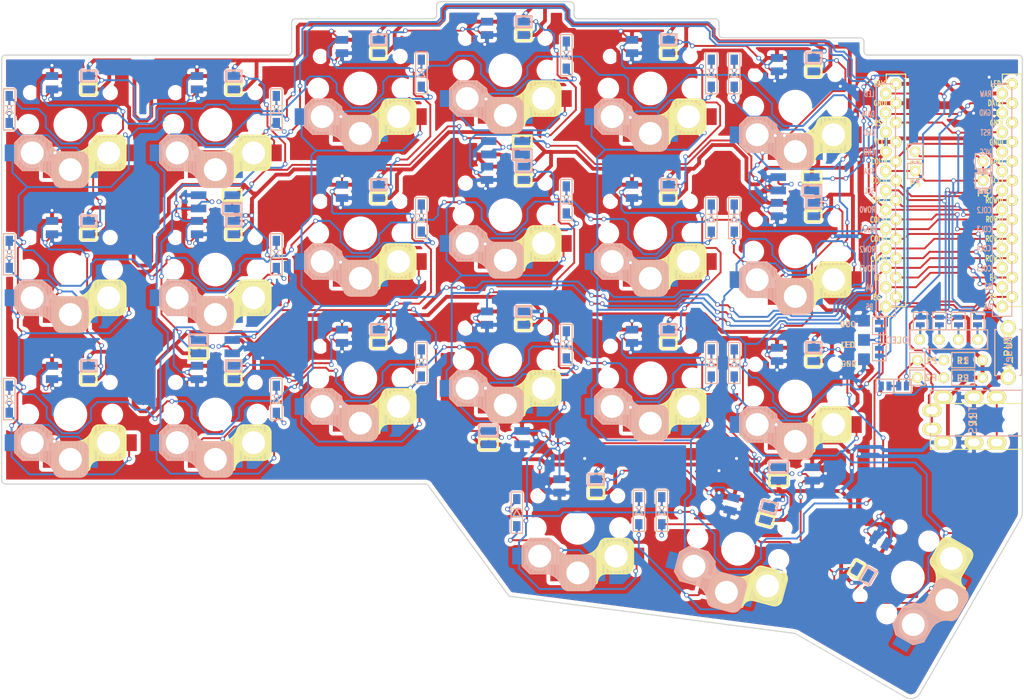
<source format=kicad_pcb>
(kicad_pcb (version 20171130) (host pcbnew 5.1.10-88a1d61d58~90~ubuntu20.04.1)
  (title_block (title "Corne Chocolate") (date 2018-11-17) (rev 2.1) (company foostan))
  (layers (0 F.Cu signal hide) (31 B.Cu signal hide) (34 B.Paste user hide) (35 F.Paste user hide) (36 B.SilkS user hide) (37 F.SilkS user hide) (38 B.Mask user hide) (39 F.Mask user hide) (44 Edge.Cuts user))
  (net 0 "")
  (net 1 row0)
  (net 2 "Net-(D1-Pad2)")
  (net 3 row1)
  (net 4 "Net-(D2-Pad2)")
  (net 5 row2)
  (net 6 "Net-(D3-Pad2)")
  (net 7 row3)
  (net 8 "Net-(D4-Pad2)")
  (net 9 "Net-(D5-Pad2)")
  (net 10 "Net-(D6-Pad2)")
  (net 11 "Net-(D7-Pad2)")
  (net 12 "Net-(D8-Pad2)")
  (net 13 "Net-(D9-Pad2)")
  (net 14 "Net-(D10-Pad2)")
  (net 15 "Net-(D11-Pad2)")
  (net 16 "Net-(D12-Pad2)")
  (net 17 "Net-(D13-Pad2)")
  (net 18 "Net-(D14-Pad2)")
  (net 19 "Net-(D15-Pad2)")
  (net 20 "Net-(D16-Pad2)")
  (net 21 "Net-(D17-Pad2)")
  (net 22 "Net-(D18-Pad2)")
  (net 23 "Net-(D19-Pad2)")
  (net 24 "Net-(D20-Pad2)")
  (net 25 "Net-(D21-Pad2)")
  (net 26 GND)
  (net 27 VCC)
  (net 28 col0)
  (net 29 col1)
  (net 30 col2)
  (net 31 col3)
  (net 32 col4)
  (net 33 col5)
  (net 34 LED)
  (net 35 "Net-(L1-Pad3)")
  (net 36 "Net-(L1-Pad1)")
  (net 37 "Net-(L3-Pad3)")
  (net 38 "Net-(L10-Pad1)")
  (net 39 "Net-(L11-Pad1)")
  (net 40 "Net-(L13-Pad1)")
  (net 41 "Net-(L14-Pad3)")
  (net 42 "Net-(L10-Pad3)")
  (net 43 "Net-(L12-Pad1)")
  (net 44 "Net-(L13-Pad3)")
  (net 45 "Net-(L15-Pad3)")
  (net 46 "Net-(L16-Pad3)")
  (net 47 reset)
  (net 48 SCL)
  (net 49 SDA)
  (net 50 "Net-(L5-Pad3)")
  (net 51 "Net-(U1-Pad14)")
  (net 52 "Net-(U1-Pad13)")
  (net 53 "Net-(U1-Pad11)")
  (net 54 "Net-(J2-Pad1)")
  (net 55 "Net-(J2-Pad2)")
  (net 56 "Net-(J2-Pad3)")
  (net 57 "Net-(J2-Pad4)")
  (net 58 "Net-(L2-Pad3)")
  (net 59 "Net-(L3-Pad1)")
  (net 60 "Net-(L11-Pad3)")
  (net 61 "Net-(L14-Pad1)")
  (net 62 "Net-(L12-Pad3)")
  (net 63 "Net-(L17-Pad1)")
  (net 64 "Net-(L18-Pad3)")
  (net 65 "Net-(L19-Pad3)")
  (net 66 "Net-(U1-Pad24)")
  (net 67 "Net-(L21-Pad3)")
  (net 68 "Net-(L22-Pad3)")
  (net 69 "Net-(L22-Pad1)")
  (net 70 "Net-(L23-Pad3)")
  (net 71 "Net-(L25-Pad1)")
  (net 72 "Net-(L26-Pad1)")
  (net 73 "Net-(U1-Pad3)")
  (net 74 /A)
  (net 75 /B)
  (net 76 /RX)
  (net 77 /TX)
  (net 78 /BL)
  (module kbd:Jumper (layer B.Cu) (at 179.05476 111.39678 180)
    (fp_text reference JP12 hide)
    (fp_text value " " (at -2.794 0) (layer B.SilkS) (effects (font (size 0.8128 0.8128)) (justify mirror)))
    (pad 2 smd rect (at 0.50038 0 180) (size 0.635 1.143) (layers B.Cu B.Paste B.Mask) (net 75 /B) (clearance 0.1905))
    (pad 1 smd rect (at -0.50038 0 180) (size 0.635 1.143) (layers B.Cu B.Paste B.Mask) (net 76 /RX) (clearance 0.1905))
  )
  (module kbd:Jumper (layer B.Cu) (at 176.76876 111.39678)
    (fp_text reference JP11 hide)
    (fp_text value " " (at -2.794 0) (layer B.SilkS) (effects (font (size 0.8128 0.8128)) (justify mirror)))
    (pad 2 smd rect (at 0.50038 0) (size 0.635 1.143) (layers B.Cu B.Paste B.Mask) (net 75 /B) (clearance 0.1905))
    (pad 1 smd rect (at -0.50038 0) (size 0.635 1.143) (layers B.Cu B.Paste B.Mask) (net 77 /TX) (clearance 0.1905))
  )
  (module kbd:Jumper (layer F.Cu) (at 179.05476 111.39678 180)
    (fp_text reference JP10 hide)
    (fp_text value " " (at -2.794 0) (layer F.SilkS) (effects (font (size 0.8128 0.8128))))
    (pad 2 smd rect (at 0.50038 0 180) (size 0.635 1.143) (layers F.Cu F.Paste F.Mask) (net 74 /A) (clearance 0.1905))
    (pad 1 smd rect (at -0.50038 0 180) (size 0.635 1.143) (layers F.Cu F.Paste F.Mask) (net 76 /RX) (clearance 0.1905))
  )
  (module kbd:Jumper (layer F.Cu) (at 176.76876 111.39678)
    (fp_text reference JP1 hide)
    (fp_text value " " (at -2.794 0) (layer F.SilkS) (effects (font (size 0.8128 0.8128))))
    (pad 2 smd rect (at 0.50038 0) (size 0.635 1.143) (layers F.Cu F.Paste F.Mask) (net 74 /A) (clearance 0.1905))
    (pad 1 smd rect (at -0.50038 0) (size 0.635 1.143) (layers F.Cu F.Paste F.Mask) (net 77 /TX) (clearance 0.1905))
  )
  (module kbd:Jumper (layer B.Cu) (at 176.00676 106.95178 270)
    (fp_text reference JP14 hide)
    (fp_text value " " (at -2.794 0 90) (layer B.SilkS) (effects (font (size 0.8128 0.8128)) (justify mirror)))
    (pad 2 smd rect (at 0.50038 0 270) (size 0.635 1.143) (layers B.Cu B.Paste B.Mask) (net 77 /TX) (clearance 0.1905))
    (pad 1 smd rect (at -0.50038 0 270) (size 0.635 1.143) (layers B.Cu B.Paste B.Mask) (net 34 LED) (clearance 0.1905))
  )
  (module kbd:Jumper (layer B.Cu) (at 176.00676 103.52278 90)
    (fp_text reference JP13 hide)
    (fp_text value " " (at -2.794 0 90) (layer B.SilkS) (effects (font (size 0.8128 0.8128)) (justify mirror)))
    (pad 2 smd rect (at 0.50038 0 90) (size 0.635 1.143) (layers B.Cu B.Paste B.Mask) (net 78 /BL) (clearance 0.1905))
    (pad 1 smd rect (at -0.50038 0 90) (size 0.635 1.143) (layers B.Cu B.Paste B.Mask) (net 34 LED) (clearance 0.1905))
  )
  (module kbd:1pin_conn (layer F.Cu) (at 189.59576 81.93278)
    (fp_text reference P6 (at 0 1.651) (layer F.SilkS) (effects (font (size 0.8128 0.8128))))
    (fp_text value i2c-pin hide)
    (fp_text user ** (at 0 1.651) (layer B.SilkS) (effects (font (size 0.8128 0.8128)) (justify mirror)))
    (pad 1 thru_hole circle (at 0 0) (size 1.397 1.397) (drill 0.8128) (layers *.Cu *.Mask F.SilkS) (net 48 SCL))
  )
  (module kbd:1pin_conn (layer F.Cu) (at 180.70576 80.66278)
    (fp_text reference P5 (at 0 1.651) (layer F.SilkS) (effects (font (size 0.8128 0.8128))))
    (fp_text value i2c-pin hide)
    (fp_text user ** (at 0 1.651) (layer B.SilkS) (effects (font (size 0.8128 0.8128)) (justify mirror)))
    (pad 1 thru_hole circle (at 0 0) (size 1.397 1.397) (drill 0.8128) (layers *.Cu *.Mask F.SilkS) (net 48 SCL))
  )
  (module kbd:1pin_conn (layer F.Cu) (at 180.70576 83.20278)
    (fp_text reference P4 (at 0 1.651) (layer F.SilkS) (effects (font (size 0.8128 0.8128))))
    (fp_text value i2c-pin hide)
    (fp_text user ** (at 0 1.651) (layer B.SilkS) (effects (font (size 0.8128 0.8128)) (justify mirror)))
    (pad 1 thru_hole circle (at 0 0) (size 1.397 1.397) (drill 0.8128) (layers *.Cu *.Mask F.SilkS) (net 49 SDA))
  )
  (module kbd:1pin_conn (layer F.Cu) (at 189.59576 84.47278)
    (fp_text reference P3 (at 0 1.651) (layer F.SilkS) (effects (font (size 0.8128 0.8128))))
    (fp_text value i2c-pin hide)
    (fp_text user ** (at 0 1.651) (layer B.SilkS) (effects (font (size 0.8128 0.8128)) (justify mirror)))
    (pad 1 thru_hole circle (at 0 0) (size 1.397 1.397) (drill 0.8128) (layers *.Cu *.Mask F.SilkS) (net 49 SDA))
  )
  (module kbd:Choc_Hotswap_1.5u (layer F.Cu) (at 179.75 136.5 240)
    (fp_text reference SW21 hide)
    (fp_text value SW_PUSH hide)
    (pad "" np_thru_hole circle (at -5.5 0 150) (size 1.8 1.8) (drill 1.8) (layers *.Cu *.Mask))
    (pad "" np_thru_hole circle (at 5.5 0 150) (size 1.8 1.8) (drill 1.8) (layers *.Cu *.Mask))
    (pad "" np_thru_hole circle (at 0 0 150) (size 3.4 3.4) (drill 3.4) (layers *.Cu *.Mask))
    (pad "" np_thru_hole circle (at 0 -5.9 150) (size 3 3) (drill 3) (layers *.Cu *.Mask))
    (pad "" np_thru_hole circle (at 5 -3.7 150) (size 3 3) (drill 3) (layers *.Cu *.Mask))
    (pad 2 smd rect (at -2.8 -5.9 240) (size 1.6 2.2) (layers B.Cu B.Paste B.Mask) (net 25 "Net-(D21-Pad2)"))
    (pad 1 smd rect (at 7.8 -3.7 240) (size 1.6 2.2) (layers B.Cu B.Paste B.Mask) (net 33 col5))
    (pad 1 smd rect (at -7.8 -3.7 240) (size 1.6 2.2) (layers F.Cu F.Paste F.Mask) (net 33 col5))
    (pad 2 smd rect (at 2.8 -5.9 240) (size 1.6 2.2) (layers F.Cu F.Paste F.Mask) (net 25 "Net-(D21-Pad2)"))
    (pad "" np_thru_hole circle (at -5 -3.7 330) (size 3 3) (drill 3) (layers *.Cu *.Mask))
    (pad "" np_thru_hole circle (at 5.22 4.2 240) (size 1 1) (drill 1) (layers *.Cu *.Mask))
    (pad "" np_thru_hole circle (at -5.22 4.2 240) (size 1 1) (drill 1) (layers *.Cu *.Mask))
  )
  (module kbd:Choc_Hotswap (layer F.Cu) (at 70 77.125 180)
    (fp_text reference SW1 hide)
    (fp_text value SW_PUSH hide)
    (pad "" np_thru_hole circle (at -5.5 0 90) (size 1.8 1.8) (drill 1.8) (layers *.Cu *.Mask))
    (pad "" np_thru_hole circle (at 5.5 0 90) (size 1.8 1.8) (drill 1.8) (layers *.Cu *.Mask))
    (pad "" np_thru_hole circle (at 0 0 90) (size 3.4 3.4) (drill 3.4) (layers *.Cu *.Mask))
    (pad "" np_thru_hole circle (at 0 -5.9 90) (size 3 3) (drill 3) (layers *.Cu *.Mask))
    (pad "" np_thru_hole circle (at 5 -3.7 90) (size 3 3) (drill 3) (layers *.Cu *.Mask))
    (pad 2 smd rect (at -2.8 -5.9 180) (size 1.6 2.2) (layers B.Cu B.Paste B.Mask) (net 2 "Net-(D1-Pad2)"))
    (pad 1 smd rect (at 7.8 -3.7 180) (size 1.6 2.2) (layers B.Cu B.Paste B.Mask) (net 28 col0))
    (pad 1 smd rect (at -7.9 -3.7 180) (size 1.6 2.2) (layers F.Cu F.Paste F.Mask) (net 28 col0))
    (pad 2 smd rect (at 2.8 -5.9 180) (size 1.6 2.2) (layers F.Cu F.Paste F.Mask) (net 2 "Net-(D1-Pad2)"))
    (pad "" np_thru_hole circle (at -5 -3.7 270) (size 3 3) (drill 3) (layers *.Cu *.Mask))
    (pad "" np_thru_hole circle (at 5.22 4.2 180) (size 1 1) (drill 1) (layers *.Cu *.Mask))
    (pad "" np_thru_hole circle (at -5.22 4.2 180) (size 1 1) (drill 1) (layers *.Cu *.Mask))
  )
  (module kbd:Choc_Hotswap (layer F.Cu) (at 157.5 132.75 165)
    (fp_text reference SW20 hide)
    (fp_text value SW_PUSH hide)
    (pad "" np_thru_hole circle (at -5.5 0 75) (size 1.8 1.8) (drill 1.8) (layers *.Cu *.Mask))
    (pad "" np_thru_hole circle (at 5.5 0 75) (size 1.8 1.8) (drill 1.8) (layers *.Cu *.Mask))
    (pad "" np_thru_hole circle (at 0 0 75) (size 3.4 3.4) (drill 3.4) (layers *.Cu *.Mask))
    (pad "" np_thru_hole circle (at 0 -5.9 75) (size 3 3) (drill 3) (layers *.Cu *.Mask))
    (pad "" np_thru_hole circle (at 5 -3.7 75) (size 3 3) (drill 3) (layers *.Cu *.Mask))
    (pad 2 smd rect (at -2.8 -5.9 165) (size 1.6 2.2) (layers B.Cu B.Paste B.Mask) (net 24 "Net-(D20-Pad2)"))
    (pad 1 smd rect (at 7.8 -3.7 165) (size 1.6 2.2) (layers B.Cu B.Paste B.Mask) (net 32 col4))
    (pad 1 smd rect (at -7.9 -3.7 165) (size 1.6 2.2) (layers F.Cu F.Paste F.Mask) (net 32 col4))
    (pad 2 smd rect (at 2.8 -5.9 165) (size 1.6 2.2) (layers F.Cu F.Paste F.Mask) (net 24 "Net-(D20-Pad2)"))
    (pad "" np_thru_hole circle (at -5 -3.7 255) (size 3 3) (drill 3) (layers *.Cu *.Mask))
    (pad "" np_thru_hole circle (at 5.22 4.2 165) (size 1 1) (drill 1) (layers *.Cu *.Mask))
    (pad "" np_thru_hole circle (at -5.22 4.2 165) (size 1 1) (drill 1) (layers *.Cu *.Mask))
  )
  (module kbd:Choc_Hotswap (layer F.Cu) (at 146 91.375 180)
    (fp_text reference SW11 hide)
    (fp_text value SW_PUSH hide)
    (pad "" np_thru_hole circle (at -5.5 0 90) (size 1.8 1.8) (drill 1.8) (layers *.Cu *.Mask))
    (pad "" np_thru_hole circle (at 5.5 0 90) (size 1.8 1.8) (drill 1.8) (layers *.Cu *.Mask))
    (pad "" np_thru_hole circle (at 0 0 90) (size 3.4 3.4) (drill 3.4) (layers *.Cu *.Mask))
    (pad "" np_thru_hole circle (at 0 -5.9 90) (size 3 3) (drill 3) (layers *.Cu *.Mask))
    (pad "" np_thru_hole circle (at 5 -3.7 90) (size 3 3) (drill 3) (layers *.Cu *.Mask))
    (pad 2 smd rect (at -2.8 -5.9 180) (size 1.6 2.2) (layers B.Cu B.Paste B.Mask) (net 15 "Net-(D11-Pad2)"))
    (pad 1 smd rect (at 7.8 -3.7 180) (size 1.6 2.2) (layers B.Cu B.Paste B.Mask) (net 32 col4))
    (pad 1 smd rect (at -7.9 -3.7 180) (size 1.6 2.2) (layers F.Cu F.Paste F.Mask) (net 32 col4))
    (pad 2 smd rect (at 2.8 -5.9 180) (size 1.6 2.2) (layers F.Cu F.Paste F.Mask) (net 15 "Net-(D11-Pad2)"))
    (pad "" np_thru_hole circle (at -5 -3.7 270) (size 3 3) (drill 3) (layers *.Cu *.Mask))
    (pad "" np_thru_hole circle (at 5.22 4.2 180) (size 1 1) (drill 1) (layers *.Cu *.Mask))
    (pad "" np_thru_hole circle (at -5.22 4.2 180) (size 1 1) (drill 1) (layers *.Cu *.Mask))
  )
  (module kbd:Choc_Hotswap (layer F.Cu) (at 165 112.75 180)
    (fp_text reference SW18 hide)
    (fp_text value SW_PUSH hide)
    (pad "" np_thru_hole circle (at -5.5 0 90) (size 1.8 1.8) (drill 1.8) (layers *.Cu *.Mask))
    (pad "" np_thru_hole circle (at 5.5 0 90) (size 1.8 1.8) (drill 1.8) (layers *.Cu *.Mask))
    (pad "" np_thru_hole circle (at 0 0 90) (size 3.4 3.4) (drill 3.4) (layers *.Cu *.Mask))
    (pad "" np_thru_hole circle (at 0 -5.9 90) (size 3 3) (drill 3) (layers *.Cu *.Mask))
    (pad "" np_thru_hole circle (at 5 -3.7 90) (size 3 3) (drill 3) (layers *.Cu *.Mask))
    (pad 2 smd rect (at -2.8 -5.9 180) (size 1.6 2.2) (layers B.Cu B.Paste B.Mask) (net 22 "Net-(D18-Pad2)"))
    (pad 1 smd rect (at 7.8 -3.7 180) (size 1.6 2.2) (layers B.Cu B.Paste B.Mask) (net 33 col5))
    (pad 1 smd rect (at -7.9 -3.7 180) (size 1.6 2.2) (layers F.Cu F.Paste F.Mask) (net 33 col5))
    (pad 2 smd rect (at 2.8 -5.9 180) (size 1.6 2.2) (layers F.Cu F.Paste F.Mask) (net 22 "Net-(D18-Pad2)"))
    (pad "" np_thru_hole circle (at -5 -3.7 270) (size 3 3) (drill 3) (layers *.Cu *.Mask))
    (pad "" np_thru_hole circle (at 5.22 4.2 180) (size 1 1) (drill 1) (layers *.Cu *.Mask))
    (pad "" np_thru_hole circle (at -5.22 4.2 180) (size 1 1) (drill 1) (layers *.Cu *.Mask))
  )
  (module kbd:Choc_Hotswap (layer F.Cu) (at 165 93.75 180)
    (fp_text reference SW12 hide)
    (fp_text value SW_PUSH hide)
    (pad "" np_thru_hole circle (at -5.5 0 90) (size 1.8 1.8) (drill 1.8) (layers *.Cu *.Mask))
    (pad "" np_thru_hole circle (at 5.5 0 90) (size 1.8 1.8) (drill 1.8) (layers *.Cu *.Mask))
    (pad "" np_thru_hole circle (at 0 0 90) (size 3.4 3.4) (drill 3.4) (layers *.Cu *.Mask))
    (pad "" np_thru_hole circle (at 0 -5.9 90) (size 3 3) (drill 3) (layers *.Cu *.Mask))
    (pad "" np_thru_hole circle (at 5 -3.7 90) (size 3 3) (drill 3) (layers *.Cu *.Mask))
    (pad 2 smd rect (at -2.8 -5.9 180) (size 1.6 2.2) (layers B.Cu B.Paste B.Mask) (net 16 "Net-(D12-Pad2)"))
    (pad 1 smd rect (at 7.8 -3.7 180) (size 1.6 2.2) (layers B.Cu B.Paste B.Mask) (net 33 col5))
    (pad 1 smd rect (at -7.9 -3.7 180) (size 1.6 2.2) (layers F.Cu F.Paste F.Mask) (net 33 col5))
    (pad 2 smd rect (at 2.8 -5.9 180) (size 1.6 2.2) (layers F.Cu F.Paste F.Mask) (net 16 "Net-(D12-Pad2)"))
    (pad "" np_thru_hole circle (at -5 -3.7 270) (size 3 3) (drill 3) (layers *.Cu *.Mask))
    (pad "" np_thru_hole circle (at 5.22 4.2 180) (size 1 1) (drill 1) (layers *.Cu *.Mask))
    (pad "" np_thru_hole circle (at -5.22 4.2 180) (size 1 1) (drill 1) (layers *.Cu *.Mask))
  )
  (module kbd:Choc_Hotswap (layer F.Cu) (at 165 74.75 180)
    (fp_text reference SW6 hide)
    (fp_text value SW_PUSH hide)
    (pad "" np_thru_hole circle (at -5.5 0 90) (size 1.8 1.8) (drill 1.8) (layers *.Cu *.Mask))
    (pad "" np_thru_hole circle (at 5.5 0 90) (size 1.8 1.8) (drill 1.8) (layers *.Cu *.Mask))
    (pad "" np_thru_hole circle (at 0 0 90) (size 3.4 3.4) (drill 3.4) (layers *.Cu *.Mask))
    (pad "" np_thru_hole circle (at 0 -5.9 90) (size 3 3) (drill 3) (layers *.Cu *.Mask))
    (pad "" np_thru_hole circle (at 5 -3.7 90) (size 3 3) (drill 3) (layers *.Cu *.Mask))
    (pad 2 smd rect (at -2.8 -5.9 180) (size 1.6 2.2) (layers B.Cu B.Paste B.Mask) (net 10 "Net-(D6-Pad2)"))
    (pad 1 smd rect (at 7.8 -3.7 180) (size 1.6 2.2) (layers B.Cu B.Paste B.Mask) (net 33 col5))
    (pad 1 smd rect (at -7.9 -3.7 180) (size 1.6 2.2) (layers F.Cu F.Paste F.Mask) (net 33 col5))
    (pad 2 smd rect (at 2.8 -5.9 180) (size 1.6 2.2) (layers F.Cu F.Paste F.Mask) (net 10 "Net-(D6-Pad2)"))
    (pad "" np_thru_hole circle (at -5 -3.7 270) (size 3 3) (drill 3) (layers *.Cu *.Mask))
    (pad "" np_thru_hole circle (at 5.22 4.2 180) (size 1 1) (drill 1) (layers *.Cu *.Mask))
    (pad "" np_thru_hole circle (at -5.22 4.2 180) (size 1 1) (drill 1) (layers *.Cu *.Mask))
  )
  (module kbd:Choc_Hotswap (layer F.Cu) (at 146 72.375 180)
    (fp_text reference SW5 hide)
    (fp_text value SW_PUSH hide)
    (pad "" np_thru_hole circle (at -5.5 0 90) (size 1.8 1.8) (drill 1.8) (layers *.Cu *.Mask))
    (pad "" np_thru_hole circle (at 5.5 0 90) (size 1.8 1.8) (drill 1.8) (layers *.Cu *.Mask))
    (pad "" np_thru_hole circle (at 0 0 90) (size 3.4 3.4) (drill 3.4) (layers *.Cu *.Mask))
    (pad "" np_thru_hole circle (at 0 -5.9 90) (size 3 3) (drill 3) (layers *.Cu *.Mask))
    (pad "" np_thru_hole circle (at 5 -3.7 90) (size 3 3) (drill 3) (layers *.Cu *.Mask))
    (pad 2 smd rect (at -2.8 -5.9 180) (size 1.6 2.2) (layers B.Cu B.Paste B.Mask) (net 9 "Net-(D5-Pad2)"))
    (pad 1 smd rect (at 7.8 -3.7 180) (size 1.6 2.2) (layers B.Cu B.Paste B.Mask) (net 32 col4))
    (pad 1 smd rect (at -7.9 -3.7 180) (size 1.6 2.2) (layers F.Cu F.Paste F.Mask) (net 32 col4))
    (pad 2 smd rect (at 2.8 -5.9 180) (size 1.6 2.2) (layers F.Cu F.Paste F.Mask) (net 9 "Net-(D5-Pad2)"))
    (pad "" np_thru_hole circle (at -5 -3.7 270) (size 3 3) (drill 3) (layers *.Cu *.Mask))
    (pad "" np_thru_hole circle (at 5.22 4.2 180) (size 1 1) (drill 1) (layers *.Cu *.Mask))
    (pad "" np_thru_hole circle (at -5.22 4.2 180) (size 1 1) (drill 1) (layers *.Cu *.Mask))
  )
  (module kbd:Choc_Hotswap (layer F.Cu) (at 108 110.375 180)
    (fp_text reference SW15 hide)
    (fp_text value SW_PUSH hide)
    (pad "" np_thru_hole circle (at -5.5 0 90) (size 1.8 1.8) (drill 1.8) (layers *.Cu *.Mask))
    (pad "" np_thru_hole circle (at 5.5 0 90) (size 1.8 1.8) (drill 1.8) (layers *.Cu *.Mask))
    (pad "" np_thru_hole circle (at 0 0 90) (size 3.4 3.4) (drill 3.4) (layers *.Cu *.Mask))
    (pad "" np_thru_hole circle (at 0 -5.9 90) (size 3 3) (drill 3) (layers *.Cu *.Mask))
    (pad "" np_thru_hole circle (at 5 -3.7 90) (size 3 3) (drill 3) (layers *.Cu *.Mask))
    (pad 2 smd rect (at -2.8 -5.9 180) (size 1.6 2.2) (layers B.Cu B.Paste B.Mask) (net 19 "Net-(D15-Pad2)"))
    (pad 1 smd rect (at 7.8 -3.7 180) (size 1.6 2.2) (layers B.Cu B.Paste B.Mask) (net 30 col2))
    (pad 1 smd rect (at -7.9 -3.7 180) (size 1.6 2.2) (layers F.Cu F.Paste F.Mask) (net 30 col2))
    (pad 2 smd rect (at 2.8 -5.9 180) (size 1.6 2.2) (layers F.Cu F.Paste F.Mask) (net 19 "Net-(D15-Pad2)"))
    (pad "" np_thru_hole circle (at -5 -3.7 270) (size 3 3) (drill 3) (layers *.Cu *.Mask))
    (pad "" np_thru_hole circle (at 5.22 4.2 180) (size 1 1) (drill 1) (layers *.Cu *.Mask))
    (pad "" np_thru_hole circle (at -5.22 4.2 180) (size 1 1) (drill 1) (layers *.Cu *.Mask))
  )
  (module kbd:Choc_Hotswap (layer F.Cu) (at 127 89 180)
    (fp_text reference SW10 hide)
    (fp_text value SW_PUSH hide)
    (pad "" np_thru_hole circle (at -5.5 0 90) (size 1.8 1.8) (drill 1.8) (layers *.Cu *.Mask))
    (pad "" np_thru_hole circle (at 5.5 0 90) (size 1.8 1.8) (drill 1.8) (layers *.Cu *.Mask))
    (pad "" np_thru_hole circle (at 0 0 90) (size 3.4 3.4) (drill 3.4) (layers *.Cu *.Mask))
    (pad "" np_thru_hole circle (at 0 -5.9 90) (size 3 3) (drill 3) (layers *.Cu *.Mask))
    (pad "" np_thru_hole circle (at 5 -3.7 90) (size 3 3) (drill 3) (layers *.Cu *.Mask))
    (pad 2 smd rect (at -2.8 -5.9 180) (size 1.6 2.2) (layers B.Cu B.Paste B.Mask) (net 14 "Net-(D10-Pad2)"))
    (pad 1 smd rect (at 7.8 -3.7 180) (size 1.6 2.2) (layers B.Cu B.Paste B.Mask) (net 31 col3))
    (pad 1 smd rect (at -7.9 -3.7 180) (size 1.6 2.2) (layers F.Cu F.Paste F.Mask) (net 31 col3))
    (pad 2 smd rect (at 2.8 -5.9 180) (size 1.6 2.2) (layers F.Cu F.Paste F.Mask) (net 14 "Net-(D10-Pad2)"))
    (pad "" np_thru_hole circle (at -5 -3.7 270) (size 3 3) (drill 3) (layers *.Cu *.Mask))
    (pad "" np_thru_hole circle (at 5.22 4.2 180) (size 1 1) (drill 1) (layers *.Cu *.Mask))
    (pad "" np_thru_hole circle (at -5.22 4.2 180) (size 1 1) (drill 1) (layers *.Cu *.Mask))
  )
  (module kbd:Choc_Hotswap (layer F.Cu) (at 108 72.375 180)
    (fp_text reference SW3 hide)
    (fp_text value SW_PUSH hide)
    (pad "" np_thru_hole circle (at -5.5 0 90) (size 1.8 1.8) (drill 1.8) (layers *.Cu *.Mask))
    (pad "" np_thru_hole circle (at 5.5 0 90) (size 1.8 1.8) (drill 1.8) (layers *.Cu *.Mask))
    (pad "" np_thru_hole circle (at 0 0 90) (size 3.4 3.4) (drill 3.4) (layers *.Cu *.Mask))
    (pad "" np_thru_hole circle (at 0 -5.9 90) (size 3 3) (drill 3) (layers *.Cu *.Mask))
    (pad "" np_thru_hole circle (at 5 -3.7 90) (size 3 3) (drill 3) (layers *.Cu *.Mask))
    (pad 2 smd rect (at -2.8 -5.9 180) (size 1.6 2.2) (layers B.Cu B.Paste B.Mask) (net 6 "Net-(D3-Pad2)"))
    (pad 1 smd rect (at 7.8 -3.7 180) (size 1.6 2.2) (layers B.Cu B.Paste B.Mask) (net 30 col2))
    (pad 1 smd rect (at -7.9 -3.7 180) (size 1.6 2.2) (layers F.Cu F.Paste F.Mask) (net 30 col2))
    (pad 2 smd rect (at 2.8 -5.9 180) (size 1.6 2.2) (layers F.Cu F.Paste F.Mask) (net 6 "Net-(D3-Pad2)"))
    (pad "" np_thru_hole circle (at -5 -3.7 270) (size 3 3) (drill 3) (layers *.Cu *.Mask))
    (pad "" np_thru_hole circle (at 5.22 4.2 180) (size 1 1) (drill 1) (layers *.Cu *.Mask))
    (pad "" np_thru_hole circle (at -5.22 4.2 180) (size 1 1) (drill 1) (layers *.Cu *.Mask))
  )
  (module kbd:Choc_Hotswap (layer F.Cu) (at 89 115.125 180)
    (fp_text reference SW14 hide)
    (fp_text value SW_PUSH hide)
    (pad "" np_thru_hole circle (at -5.5 0 90) (size 1.8 1.8) (drill 1.8) (layers *.Cu *.Mask))
    (pad "" np_thru_hole circle (at 5.5 0 90) (size 1.8 1.8) (drill 1.8) (layers *.Cu *.Mask))
    (pad "" np_thru_hole circle (at 0 0 90) (size 3.4 3.4) (drill 3.4) (layers *.Cu *.Mask))
    (pad "" np_thru_hole circle (at 0 -5.9 90) (size 3 3) (drill 3) (layers *.Cu *.Mask))
    (pad "" np_thru_hole circle (at 5 -3.7 90) (size 3 3) (drill 3) (layers *.Cu *.Mask))
    (pad 2 smd rect (at -2.8 -5.9 180) (size 1.6 2.2) (layers B.Cu B.Paste B.Mask) (net 18 "Net-(D14-Pad2)"))
    (pad 1 smd rect (at 7.8 -3.7 180) (size 1.6 2.2) (layers B.Cu B.Paste B.Mask) (net 29 col1))
    (pad 1 smd rect (at -7.9 -3.7 180) (size 1.6 2.2) (layers F.Cu F.Paste F.Mask) (net 29 col1))
    (pad 2 smd rect (at 2.8 -5.9 180) (size 1.6 2.2) (layers F.Cu F.Paste F.Mask) (net 18 "Net-(D14-Pad2)"))
    (pad "" np_thru_hole circle (at -5 -3.7 270) (size 3 3) (drill 3) (layers *.Cu *.Mask))
    (pad "" np_thru_hole circle (at 5.22 4.2 180) (size 1 1) (drill 1) (layers *.Cu *.Mask))
    (pad "" np_thru_hole circle (at -5.22 4.2 180) (size 1 1) (drill 1) (layers *.Cu *.Mask))
  )
  (module kbd:Choc_Hotswap (layer F.Cu) (at 89 77.125 180)
    (fp_text reference SW2 hide)
    (fp_text value SW_PUSH hide)
    (pad "" np_thru_hole circle (at -5.5 0 90) (size 1.8 1.8) (drill 1.8) (layers *.Cu *.Mask))
    (pad "" np_thru_hole circle (at 5.5 0 90) (size 1.8 1.8) (drill 1.8) (layers *.Cu *.Mask))
    (pad "" np_thru_hole circle (at 0 0 90) (size 3.4 3.4) (drill 3.4) (layers *.Cu *.Mask))
    (pad "" np_thru_hole circle (at 0 -5.9 90) (size 3 3) (drill 3) (layers *.Cu *.Mask))
    (pad "" np_thru_hole circle (at 5 -3.7 90) (size 3 3) (drill 3) (layers *.Cu *.Mask))
    (pad 2 smd rect (at -2.8 -5.9 180) (size 1.6 2.2) (layers B.Cu B.Paste B.Mask) (net 4 "Net-(D2-Pad2)"))
    (pad 1 smd rect (at 7.8 -3.7 180) (size 1.6 2.2) (layers B.Cu B.Paste B.Mask) (net 29 col1))
    (pad 1 smd rect (at -7.9 -3.7 180) (size 1.6 2.2) (layers F.Cu F.Paste F.Mask) (net 29 col1))
    (pad 2 smd rect (at 2.8 -5.9 180) (size 1.6 2.2) (layers F.Cu F.Paste F.Mask) (net 4 "Net-(D2-Pad2)"))
    (pad "" np_thru_hole circle (at -5 -3.7 270) (size 3 3) (drill 3) (layers *.Cu *.Mask))
    (pad "" np_thru_hole circle (at 5.22 4.2 180) (size 1 1) (drill 1) (layers *.Cu *.Mask))
    (pad "" np_thru_hole circle (at -5.22 4.2 180) (size 1 1) (drill 1) (layers *.Cu *.Mask))
  )
  (module kbd:Choc_Hotswap (layer F.Cu) (at 146 110.375 180)
    (fp_text reference SW17 hide)
    (fp_text value SW_PUSH hide)
    (pad "" np_thru_hole circle (at -5.5 0 90) (size 1.8 1.8) (drill 1.8) (layers *.Cu *.Mask))
    (pad "" np_thru_hole circle (at 5.5 0 90) (size 1.8 1.8) (drill 1.8) (layers *.Cu *.Mask))
    (pad "" np_thru_hole circle (at 0 0 90) (size 3.4 3.4) (drill 3.4) (layers *.Cu *.Mask))
    (pad "" np_thru_hole circle (at 0 -5.9 90) (size 3 3) (drill 3) (layers *.Cu *.Mask))
    (pad "" np_thru_hole circle (at 5 -3.7 90) (size 3 3) (drill 3) (layers *.Cu *.Mask))
    (pad 2 smd rect (at -2.8 -5.9 180) (size 1.6 2.2) (layers B.Cu B.Paste B.Mask) (net 21 "Net-(D17-Pad2)"))
    (pad 1 smd rect (at 7.8 -3.7 180) (size 1.6 2.2) (layers B.Cu B.Paste B.Mask) (net 32 col4))
    (pad 1 smd rect (at -7.9 -3.7 180) (size 1.6 2.2) (layers F.Cu F.Paste F.Mask) (net 32 col4))
    (pad 2 smd rect (at 2.8 -5.9 180) (size 1.6 2.2) (layers F.Cu F.Paste F.Mask) (net 21 "Net-(D17-Pad2)"))
    (pad "" np_thru_hole circle (at -5 -3.7 270) (size 3 3) (drill 3) (layers *.Cu *.Mask))
    (pad "" np_thru_hole circle (at 5.22 4.2 180) (size 1 1) (drill 1) (layers *.Cu *.Mask))
    (pad "" np_thru_hole circle (at -5.22 4.2 180) (size 1 1) (drill 1) (layers *.Cu *.Mask))
  )
  (module kbd:Choc_Hotswap (layer F.Cu) (at 127 70 180)
    (fp_text reference SW4 hide)
    (fp_text value SW_PUSH hide)
    (pad "" np_thru_hole circle (at -5.5 0 90) (size 1.8 1.8) (drill 1.8) (layers *.Cu *.Mask))
    (pad "" np_thru_hole circle (at 5.5 0 90) (size 1.8 1.8) (drill 1.8) (layers *.Cu *.Mask))
    (pad "" np_thru_hole circle (at 0 0 90) (size 3.4 3.4) (drill 3.4) (layers *.Cu *.Mask))
    (pad "" np_thru_hole circle (at 0 -5.9 90) (size 3 3) (drill 3) (layers *.Cu *.Mask))
    (pad "" np_thru_hole circle (at 5 -3.7 90) (size 3 3) (drill 3) (layers *.Cu *.Mask))
    (pad 2 smd rect (at -2.8 -5.9 180) (size 1.6 2.2) (layers B.Cu B.Paste B.Mask) (net 8 "Net-(D4-Pad2)"))
    (pad 1 smd rect (at 7.8 -3.7 180) (size 1.6 2.2) (layers B.Cu B.Paste B.Mask) (net 31 col3))
    (pad 1 smd rect (at -7.9 -3.7 180) (size 1.6 2.2) (layers F.Cu F.Paste F.Mask) (net 31 col3))
    (pad 2 smd rect (at 2.8 -5.9 180) (size 1.6 2.2) (layers F.Cu F.Paste F.Mask) (net 8 "Net-(D4-Pad2)"))
    (pad "" np_thru_hole circle (at -5 -3.7 270) (size 3 3) (drill 3) (layers *.Cu *.Mask))
    (pad "" np_thru_hole circle (at 5.22 4.2 180) (size 1 1) (drill 1) (layers *.Cu *.Mask))
    (pad "" np_thru_hole circle (at -5.22 4.2 180) (size 1 1) (drill 1) (layers *.Cu *.Mask))
  )
  (module kbd:Choc_Hotswap (layer F.Cu) (at 127 108 180)
    (fp_text reference SW16 hide)
    (fp_text value SW_PUSH hide)
    (pad "" np_thru_hole circle (at -5.5 0 90) (size 1.8 1.8) (drill 1.8) (layers *.Cu *.Mask))
    (pad "" np_thru_hole circle (at 5.5 0 90) (size 1.8 1.8) (drill 1.8) (layers *.Cu *.Mask))
    (pad "" np_thru_hole circle (at 0 0 90) (size 3.4 3.4) (drill 3.4) (layers *.Cu *.Mask))
    (pad "" np_thru_hole circle (at 0 -5.9 90) (size 3 3) (drill 3) (layers *.Cu *.Mask))
    (pad "" np_thru_hole circle (at 5 -3.7 90) (size 3 3) (drill 3) (layers *.Cu *.Mask))
    (pad 2 smd rect (at -2.8 -5.9 180) (size 1.6 2.2) (layers B.Cu B.Paste B.Mask) (net 20 "Net-(D16-Pad2)"))
    (pad 1 smd rect (at 7.8 -3.7 180) (size 1.6 2.2) (layers B.Cu B.Paste B.Mask) (net 31 col3))
    (pad 1 smd rect (at -7.9 -3.7 180) (size 1.6 2.2) (layers F.Cu F.Paste F.Mask) (net 31 col3))
    (pad 2 smd rect (at 2.8 -5.9 180) (size 1.6 2.2) (layers F.Cu F.Paste F.Mask) (net 20 "Net-(D16-Pad2)"))
    (pad "" np_thru_hole circle (at -5 -3.7 270) (size 3 3) (drill 3) (layers *.Cu *.Mask))
    (pad "" np_thru_hole circle (at 5.22 4.2 180) (size 1 1) (drill 1) (layers *.Cu *.Mask))
    (pad "" np_thru_hole circle (at -5.22 4.2 180) (size 1 1) (drill 1) (layers *.Cu *.Mask))
  )
  (module kbd:Choc_Hotswap (layer F.Cu) (at 136.5 130 180)
    (fp_text reference SW19 hide)
    (fp_text value SW_PUSH hide)
    (pad "" np_thru_hole circle (at -5.5 0 90) (size 1.8 1.8) (drill 1.8) (layers *.Cu *.Mask))
    (pad "" np_thru_hole circle (at 5.5 0 90) (size 1.8 1.8) (drill 1.8) (layers *.Cu *.Mask))
    (pad "" np_thru_hole circle (at 0 0 90) (size 3.4 3.4) (drill 3.4) (layers *.Cu *.Mask))
    (pad "" np_thru_hole circle (at 0 -5.9 90) (size 3 3) (drill 3) (layers *.Cu *.Mask))
    (pad "" np_thru_hole circle (at 5 -3.7 90) (size 3 3) (drill 3) (layers *.Cu *.Mask))
    (pad 2 smd rect (at -2.8 -5.9 180) (size 1.6 2.2) (layers B.Cu B.Paste B.Mask) (net 23 "Net-(D19-Pad2)"))
    (pad 1 smd rect (at 7.8 -3.7 180) (size 1.6 2.2) (layers B.Cu B.Paste B.Mask) (net 31 col3))
    (pad 1 smd rect (at -7.9 -3.7 180) (size 1.6 2.2) (layers F.Cu F.Paste F.Mask) (net 31 col3))
    (pad 2 smd rect (at 2.8 -5.9 180) (size 1.6 2.2) (layers F.Cu F.Paste F.Mask) (net 23 "Net-(D19-Pad2)"))
    (pad "" np_thru_hole circle (at -5 -3.7 270) (size 3 3) (drill 3) (layers *.Cu *.Mask))
    (pad "" np_thru_hole circle (at 5.22 4.2 180) (size 1 1) (drill 1) (layers *.Cu *.Mask))
    (pad "" np_thru_hole circle (at -5.22 4.2 180) (size 1 1) (drill 1) (layers *.Cu *.Mask))
  )
  (module kbd:Choc_Hotswap (layer F.Cu) (at 70 115.125 180)
    (fp_text reference SW13 hide)
    (fp_text value SW_PUSH hide)
    (pad "" np_thru_hole circle (at -5.5 0 90) (size 1.8 1.8) (drill 1.8) (layers *.Cu *.Mask))
    (pad "" np_thru_hole circle (at 5.5 0 90) (size 1.8 1.8) (drill 1.8) (layers *.Cu *.Mask))
    (pad "" np_thru_hole circle (at 0 0 90) (size 3.4 3.4) (drill 3.4) (layers *.Cu *.Mask))
    (pad "" np_thru_hole circle (at 0 -5.9 90) (size 3 3) (drill 3) (layers *.Cu *.Mask))
    (pad "" np_thru_hole circle (at 5 -3.7 90) (size 3 3) (drill 3) (layers *.Cu *.Mask))
    (pad 2 smd rect (at -2.8 -5.9 180) (size 1.6 2.2) (layers B.Cu B.Paste B.Mask) (net 17 "Net-(D13-Pad2)"))
    (pad 1 smd rect (at 7.8 -3.7 180) (size 1.6 2.2) (layers B.Cu B.Paste B.Mask) (net 28 col0))
    (pad 1 smd rect (at -7.9 -3.7 180) (size 1.6 2.2) (layers F.Cu F.Paste F.Mask) (net 28 col0))
    (pad 2 smd rect (at 2.8 -5.9 180) (size 1.6 2.2) (layers F.Cu F.Paste F.Mask) (net 17 "Net-(D13-Pad2)"))
    (pad "" np_thru_hole circle (at -5 -3.7 270) (size 3 3) (drill 3) (layers *.Cu *.Mask))
    (pad "" np_thru_hole circle (at 5.22 4.2 180) (size 1 1) (drill 1) (layers *.Cu *.Mask))
    (pad "" np_thru_hole circle (at -5.22 4.2 180) (size 1 1) (drill 1) (layers *.Cu *.Mask))
  )
  (module kbd:Choc_Hotswap (layer F.Cu) (at 108 91.375 180)
    (fp_text reference SW9 hide)
    (fp_text value SW_PUSH hide)
    (pad "" np_thru_hole circle (at -5.5 0 90) (size 1.8 1.8) (drill 1.8) (layers *.Cu *.Mask))
    (pad "" np_thru_hole circle (at 5.5 0 90) (size 1.8 1.8) (drill 1.8) (layers *.Cu *.Mask))
    (pad "" np_thru_hole circle (at 0 0 90) (size 3.4 3.4) (drill 3.4) (layers *.Cu *.Mask))
    (pad "" np_thru_hole circle (at 0 -5.9 90) (size 3 3) (drill 3) (layers *.Cu *.Mask))
    (pad "" np_thru_hole circle (at 5 -3.7 90) (size 3 3) (drill 3) (layers *.Cu *.Mask))
    (pad 2 smd rect (at -2.8 -5.9 180) (size 1.6 2.2) (layers B.Cu B.Paste B.Mask) (net 13 "Net-(D9-Pad2)"))
    (pad 1 smd rect (at 7.8 -3.7 180) (size 1.6 2.2) (layers B.Cu B.Paste B.Mask) (net 30 col2))
    (pad 1 smd rect (at -7.9 -3.7 180) (size 1.6 2.2) (layers F.Cu F.Paste F.Mask) (net 30 col2))
    (pad 2 smd rect (at 2.8 -5.9 180) (size 1.6 2.2) (layers F.Cu F.Paste F.Mask) (net 13 "Net-(D9-Pad2)"))
    (pad "" np_thru_hole circle (at -5 -3.7 270) (size 3 3) (drill 3) (layers *.Cu *.Mask))
    (pad "" np_thru_hole circle (at 5.22 4.2 180) (size 1 1) (drill 1) (layers *.Cu *.Mask))
    (pad "" np_thru_hole circle (at -5.22 4.2 180) (size 1 1) (drill 1) (layers *.Cu *.Mask))
  )
  (module kbd:Choc_Hotswap (layer F.Cu) (at 89 96.125 180)
    (fp_text reference SW8 hide)
    (fp_text value SW_PUSH hide)
    (pad "" np_thru_hole circle (at -5.5 0 90) (size 1.8 1.8) (drill 1.8) (layers *.Cu *.Mask))
    (pad "" np_thru_hole circle (at 5.5 0 90) (size 1.8 1.8) (drill 1.8) (layers *.Cu *.Mask))
    (pad "" np_thru_hole circle (at 0 0 90) (size 3.4 3.4) (drill 3.4) (layers *.Cu *.Mask))
    (pad "" np_thru_hole circle (at 0 -5.9 90) (size 3 3) (drill 3) (layers *.Cu *.Mask))
    (pad "" np_thru_hole circle (at 5 -3.7 90) (size 3 3) (drill 3) (layers *.Cu *.Mask))
    (pad 2 smd rect (at -2.8 -5.9 180) (size 1.6 2.2) (layers B.Cu B.Paste B.Mask) (net 12 "Net-(D8-Pad2)"))
    (pad 1 smd rect (at 7.8 -3.7 180) (size 1.6 2.2) (layers B.Cu B.Paste B.Mask) (net 29 col1))
    (pad 1 smd rect (at -7.9 -3.7 180) (size 1.6 2.2) (layers F.Cu F.Paste F.Mask) (net 29 col1))
    (pad 2 smd rect (at 2.8 -5.9 180) (size 1.6 2.2) (layers F.Cu F.Paste F.Mask) (net 12 "Net-(D8-Pad2)"))
    (pad "" np_thru_hole circle (at -5 -3.7 270) (size 3 3) (drill 3) (layers *.Cu *.Mask))
    (pad "" np_thru_hole circle (at 5.22 4.2 180) (size 1 1) (drill 1) (layers *.Cu *.Mask))
    (pad "" np_thru_hole circle (at -5.22 4.2 180) (size 1 1) (drill 1) (layers *.Cu *.Mask))
  )
  (module kbd:Choc_Hotswap (layer F.Cu) (at 70 96.125 180)
    (fp_text reference SW7 hide)
    (fp_text value SW_PUSH hide)
    (pad "" np_thru_hole circle (at -5.5 0 90) (size 1.8 1.8) (drill 1.8) (layers *.Cu *.Mask))
    (pad "" np_thru_hole circle (at 5.5 0 90) (size 1.8 1.8) (drill 1.8) (layers *.Cu *.Mask))
    (pad "" np_thru_hole circle (at 0 0 90) (size 3.4 3.4) (drill 3.4) (layers *.Cu *.Mask))
    (pad "" np_thru_hole circle (at 0 -5.9 90) (size 3 3) (drill 3) (layers *.Cu *.Mask))
    (pad "" np_thru_hole circle (at 5 -3.7 90) (size 3 3) (drill 3) (layers *.Cu *.Mask))
    (pad 2 smd rect (at -2.8 -5.9 180) (size 1.6 2.2) (layers B.Cu B.Paste B.Mask) (net 11 "Net-(D7-Pad2)"))
    (pad 1 smd rect (at 7.8 -3.7 180) (size 1.6 2.2) (layers B.Cu B.Paste B.Mask) (net 28 col0))
    (pad 1 smd rect (at -7.9 -3.7 180) (size 1.6 2.2) (layers F.Cu F.Paste F.Mask) (net 28 col0))
    (pad 2 smd rect (at 2.8 -5.9 180) (size 1.6 2.2) (layers F.Cu F.Paste F.Mask) (net 11 "Net-(D7-Pad2)"))
    (pad "" np_thru_hole circle (at -5 -3.7 270) (size 3 3) (drill 3) (layers *.Cu *.Mask))
    (pad "" np_thru_hole circle (at 5.22 4.2 180) (size 1 1) (drill 1) (layers *.Cu *.Mask))
    (pad "" np_thru_hole circle (at -5.22 4.2 180) (size 1 1) (drill 1) (layers *.Cu *.Mask))
  )
  (module kbd:MJ-4PP-9 (layer F.Cu) (at 194.7 116.7 270)
    (fp_text reference J1 (at -0.889 6.4135 270) (layer F.SilkS))
    (fp_text value MJ-4PP-9 hide)
    (fp_text user TRRS (at -0.8255 6.4135 270) (layer B.SilkS) (effects (justify mirror)))
    (pad "" np_thru_hole circle (at -1.75 8.5 270) (size 1.2 1.2) (drill 1.2) (layers *.Cu *.Mask F.SilkS))
    (pad "" np_thru_hole circle (at -1.75 1.5 270) (size 1.2 1.2) (drill 1.2) (layers *.Cu *.Mask F.SilkS))
    (pad D thru_hole oval (at -3.85 10.3 270) (size 1.7 2.5) (drill oval 1 1.5) (layers *.Cu *.Mask F.SilkS) (net 27 VCC) (clearance 0.15))
    (pad A thru_hole oval (at 0.35 11.8 270) (size 1.7 2.5) (drill oval 1 1.5) (layers *.Cu *.Mask F.SilkS) (net 74 /A) (clearance 0.15))
    (pad B thru_hole oval (at -3.85 3.3 270) (size 1.7 2.5) (drill oval 1 1.5) (layers *.Cu *.Mask F.SilkS) (net 75 /B))
    (pad C thru_hole oval (at -3.85 6.3 270) (size 1.7 2.5) (drill oval 1 1.5) (layers *.Cu *.Mask F.SilkS) (net 26 GND))
    (pad "" np_thru_hole circle (at 0 1.5 270) (size 1.2 1.2) (drill 1.2) (layers *.Cu *.Mask F.SilkS))
    (pad "" np_thru_hole circle (at 0 8.5 270) (size 1.2 1.2) (drill 1.2) (layers *.Cu *.Mask F.SilkS))
    (pad B thru_hole oval (at 2.1 3.3 270) (size 1.7 2.5) (drill oval 1 1.5) (layers *.Cu *.Mask F.SilkS) (net 75 /B))
    (pad C thru_hole oval (at 2.1 6.3 270) (size 1.7 2.5) (drill oval 1 1.5) (layers *.Cu *.Mask F.SilkS) (net 26 GND))
    (pad D thru_hole oval (at 2.1 10.3 270) (size 1.7 2.5) (drill oval 1 1.5) (layers *.Cu *.Mask F.SilkS) (net 27 VCC) (clearance 0.15))
    (pad A thru_hole oval (at -2.1 11.8 270) (size 1.7 2.5) (drill oval 1 1.5) (layers *.Cu *.Mask F.SilkS) (net 74 /A) (clearance 0.15))
  )
  (module kbd:SK6812MINI_underglow_rev (layer F.Cu) (at 165.01 122.92 180)
    (fp_text reference L27 hide)
    (fp_text value SK6812MINI hide)
    (pad 4 smd rect (at 2.2 -0.875 180) (size 2 1) (layers F.Cu F.Paste F.Mask) (net 27 VCC))
    (pad 3 smd rect (at 2.2 0.875 180) (size 2 1) (layers F.Cu F.Paste F.Mask) (net 72 "Net-(L26-Pad1)"))
    (pad 1 smd rect (at -2.2 -0.875 180) (size 2 1) (layers F.Cu F.Paste F.Mask) (net 67 "Net-(L21-Pad3)"))
    (pad 2 smd rect (at -2.2 0.875 180) (size 2 1) (layers F.Cu F.Paste F.Mask) (net 26 GND))
    (pad 3 smd rect (at 2.2 -0.875 180) (size 2 1) (layers B.Cu B.Paste B.Mask) (net 72 "Net-(L26-Pad1)"))
    (pad 4 smd rect (at 2.2 0.875 180) (size 2 1) (layers B.Cu B.Paste B.Mask) (net 27 VCC))
    (pad 1 smd rect (at -2.2 0.875 180) (size 2 1) (layers B.Cu B.Paste B.Mask) (net 67 "Net-(L21-Pad3)"))
    (pad 2 smd rect (at -2.2 -0.875 180) (size 2 1) (layers B.Cu B.Paste B.Mask) (net 26 GND))
  )
  (module kbd:SK6812MINI_underglow_rev (layer F.Cu) (at 164.97 84.88)
    (fp_text reference L24 hide)
    (fp_text value SK6812MINI hide)
    (pad 4 smd rect (at 2.2 -0.875) (size 2 1) (layers F.Cu F.Paste F.Mask) (net 27 VCC))
    (pad 3 smd rect (at 2.2 0.875) (size 2 1) (layers F.Cu F.Paste F.Mask) (net 34 LED))
    (pad 1 smd rect (at -2.2 -0.875) (size 2 1) (layers F.Cu F.Paste F.Mask) (net 70 "Net-(L23-Pad3)"))
    (pad 2 smd rect (at -2.2 0.875) (size 2 1) (layers F.Cu F.Paste F.Mask) (net 26 GND))
    (pad 3 smd rect (at 2.2 -0.875) (size 2 1) (layers B.Cu B.Paste B.Mask) (net 34 LED))
    (pad 4 smd rect (at 2.2 0.875) (size 2 1) (layers B.Cu B.Paste B.Mask) (net 27 VCC))
    (pad 1 smd rect (at -2.2 0.875) (size 2 1) (layers B.Cu B.Paste B.Mask) (net 70 "Net-(L23-Pad3)"))
    (pad 2 smd rect (at -2.2 -0.875) (size 2 1) (layers B.Cu B.Paste B.Mask) (net 26 GND))
  )
  (module kbd:SK6812MINI_underglow_rev (layer F.Cu) (at 127.02 80.16)
    (fp_text reference L23 hide)
    (fp_text value SK6812MINI hide)
    (pad 4 smd rect (at 2.2 -0.875) (size 2 1) (layers F.Cu F.Paste F.Mask) (net 27 VCC))
    (pad 3 smd rect (at 2.2 0.875) (size 2 1) (layers F.Cu F.Paste F.Mask) (net 70 "Net-(L23-Pad3)"))
    (pad 1 smd rect (at -2.2 -0.875) (size 2 1) (layers F.Cu F.Paste F.Mask) (net 68 "Net-(L22-Pad3)"))
    (pad 2 smd rect (at -2.2 0.875) (size 2 1) (layers F.Cu F.Paste F.Mask) (net 26 GND))
    (pad 3 smd rect (at 2.2 -0.875) (size 2 1) (layers B.Cu B.Paste B.Mask) (net 70 "Net-(L23-Pad3)"))
    (pad 4 smd rect (at 2.2 0.875) (size 2 1) (layers B.Cu B.Paste B.Mask) (net 27 VCC))
    (pad 1 smd rect (at -2.2 0.875) (size 2 1) (layers B.Cu B.Paste B.Mask) (net 68 "Net-(L22-Pad3)"))
    (pad 2 smd rect (at -2.2 -0.875) (size 2 1) (layers B.Cu B.Paste B.Mask) (net 26 GND))
  )
  (module kbd:SK6812MINI_underglow_rev (layer F.Cu) (at 89 87.25)
    (fp_text reference L22 hide)
    (fp_text value SK6812MINI hide)
    (pad 4 smd rect (at 2.2 -0.875) (size 2 1) (layers F.Cu F.Paste F.Mask) (net 27 VCC))
    (pad 3 smd rect (at 2.2 0.875) (size 2 1) (layers F.Cu F.Paste F.Mask) (net 68 "Net-(L22-Pad3)"))
    (pad 1 smd rect (at -2.2 -0.875) (size 2 1) (layers F.Cu F.Paste F.Mask) (net 69 "Net-(L22-Pad1)"))
    (pad 2 smd rect (at -2.2 0.875) (size 2 1) (layers F.Cu F.Paste F.Mask) (net 26 GND))
    (pad 3 smd rect (at 2.2 -0.875) (size 2 1) (layers B.Cu B.Paste B.Mask) (net 68 "Net-(L22-Pad3)"))
    (pad 4 smd rect (at 2.2 0.875) (size 2 1) (layers B.Cu B.Paste B.Mask) (net 27 VCC))
    (pad 1 smd rect (at -2.2 0.875) (size 2 1) (layers B.Cu B.Paste B.Mask) (net 69 "Net-(L22-Pad1)"))
    (pad 2 smd rect (at -2.2 -0.875) (size 2 1) (layers B.Cu B.Paste B.Mask) (net 26 GND))
  )
  (module kbd:SK6812MINI_underglow_rev (layer F.Cu) (at 89 106.24 180)
    (fp_text reference L25 hide)
    (fp_text value SK6812MINI hide)
    (pad 4 smd rect (at 2.2 -0.875 180) (size 2 1) (layers F.Cu F.Paste F.Mask) (net 27 VCC))
    (pad 3 smd rect (at 2.2 0.875 180) (size 2 1) (layers F.Cu F.Paste F.Mask) (net 69 "Net-(L22-Pad1)"))
    (pad 1 smd rect (at -2.2 -0.875 180) (size 2 1) (layers F.Cu F.Paste F.Mask) (net 71 "Net-(L25-Pad1)"))
    (pad 2 smd rect (at -2.2 0.875 180) (size 2 1) (layers F.Cu F.Paste F.Mask) (net 26 GND))
    (pad 3 smd rect (at 2.2 -0.875 180) (size 2 1) (layers B.Cu B.Paste B.Mask) (net 69 "Net-(L22-Pad1)"))
    (pad 4 smd rect (at 2.2 0.875 180) (size 2 1) (layers B.Cu B.Paste B.Mask) (net 27 VCC))
    (pad 1 smd rect (at -2.2 0.875 180) (size 2 1) (layers B.Cu B.Paste B.Mask) (net 71 "Net-(L25-Pad1)"))
    (pad 2 smd rect (at -2.2 -0.875 180) (size 2 1) (layers B.Cu B.Paste B.Mask) (net 26 GND))
  )
  (module kbd:SK6812MINI_underglow_rev (layer F.Cu) (at 126.99 118.17 180)
    (fp_text reference L26 hide)
    (fp_text value SK6812MINI hide)
    (pad 4 smd rect (at 2.2 -0.875 180) (size 2 1) (layers F.Cu F.Paste F.Mask) (net 27 VCC))
    (pad 3 smd rect (at 2.2 0.875 180) (size 2 1) (layers F.Cu F.Paste F.Mask) (net 71 "Net-(L25-Pad1)"))
    (pad 1 smd rect (at -2.2 -0.875 180) (size 2 1) (layers F.Cu F.Paste F.Mask) (net 72 "Net-(L26-Pad1)"))
    (pad 2 smd rect (at -2.2 0.875 180) (size 2 1) (layers F.Cu F.Paste F.Mask) (net 26 GND))
    (pad 3 smd rect (at 2.2 -0.875 180) (size 2 1) (layers B.Cu B.Paste B.Mask) (net 71 "Net-(L25-Pad1)"))
    (pad 4 smd rect (at 2.2 0.875 180) (size 2 1) (layers B.Cu B.Paste B.Mask) (net 27 VCC))
    (pad 1 smd rect (at -2.2 0.875 180) (size 2 1) (layers B.Cu B.Paste B.Mask) (net 72 "Net-(L26-Pad1)"))
    (pad 2 smd rect (at -2.2 -0.875 180) (size 2 1) (layers B.Cu B.Paste B.Mask) (net 26 GND))
  )
  (module kbd:SK6812MINI_rev (layer F.Cu) (at 175 133.75 240)
    (fp_text reference L21 hide)
    (fp_text value SK6812MINI hide)
    (pad 2 smd rect (at -2.4 0.875 240) (size 1.6 1) (layers B.Cu B.Paste B.Mask) (net 26 GND))
    (pad 1 smd rect (at -2.4 -0.875 240) (size 1.6 1) (layers B.Cu B.Paste B.Mask) (net 64 "Net-(L18-Pad3)"))
    (pad 4 smd rect (at 2.4 -0.875 240) (size 1.6 1) (layers B.Cu B.Paste B.Mask) (net 27 VCC))
    (pad 3 smd rect (at 2.4 0.875 240) (size 1.6 1) (layers B.Cu B.Paste B.Mask) (net 67 "Net-(L21-Pad3)"))
    (pad 2 smd rect (at -2.4 -0.875 240) (size 1.6 1) (layers F.Cu F.Paste F.Mask) (net 26 GND))
    (pad 1 smd rect (at -2.4 0.875 240) (size 1.6 1) (layers F.Cu F.Paste F.Mask) (net 64 "Net-(L18-Pad3)"))
    (pad 3 smd rect (at 2.4 -0.875 240) (size 1.6 1) (layers F.Cu F.Paste F.Mask) (net 67 "Net-(L21-Pad3)"))
    (pad 4 smd rect (at 2.4 0.875 240) (size 1.6 1) (layers F.Cu F.Paste F.Mask) (net 27 VCC))
  )
  (module kbd:SK6812MINI_rev (layer F.Cu) (at 159 127.5 345)
    (fp_text reference L20 hide)
    (fp_text value SK6812MINI hide)
    (pad 2 smd rect (at -2.4 0.875 345) (size 1.6 1) (layers B.Cu B.Paste B.Mask) (net 26 GND))
    (pad 1 smd rect (at -2.4 -0.875 345) (size 1.6 1) (layers B.Cu B.Paste B.Mask) (net 65 "Net-(L19-Pad3)"))
    (pad 4 smd rect (at 2.4 -0.875 345) (size 1.6 1) (layers B.Cu B.Paste B.Mask) (net 27 VCC))
    (pad 3 smd rect (at 2.4 0.875 345) (size 1.6 1) (layers B.Cu B.Paste B.Mask) (net 63 "Net-(L17-Pad1)"))
    (pad 2 smd rect (at -2.4 -0.875 345) (size 1.6 1) (layers F.Cu F.Paste F.Mask) (net 26 GND))
    (pad 1 smd rect (at -2.4 0.875 345) (size 1.6 1) (layers F.Cu F.Paste F.Mask) (net 65 "Net-(L19-Pad3)"))
    (pad 3 smd rect (at 2.4 -0.875 345) (size 1.6 1) (layers F.Cu F.Paste F.Mask) (net 63 "Net-(L17-Pad1)"))
    (pad 4 smd rect (at 2.4 0.875 345) (size 1.6 1) (layers F.Cu F.Paste F.Mask) (net 27 VCC))
  )
  (module kbd:SK6812MINI_rev (layer F.Cu) (at 136.5 124.5)
    (fp_text reference L19 hide)
    (fp_text value SK6812MINI hide)
    (pad 2 smd rect (at -2.4 0.875) (size 1.6 1) (layers B.Cu B.Paste B.Mask) (net 26 GND))
    (pad 1 smd rect (at -2.4 -0.875) (size 1.6 1) (layers B.Cu B.Paste B.Mask) (net 46 "Net-(L16-Pad3)"))
    (pad 4 smd rect (at 2.4 -0.875) (size 1.6 1) (layers B.Cu B.Paste B.Mask) (net 27 VCC))
    (pad 3 smd rect (at 2.4 0.875) (size 1.6 1) (layers B.Cu B.Paste B.Mask) (net 65 "Net-(L19-Pad3)"))
    (pad 2 smd rect (at -2.4 -0.875) (size 1.6 1) (layers F.Cu F.Paste F.Mask) (net 26 GND))
    (pad 1 smd rect (at -2.4 0.875) (size 1.6 1) (layers F.Cu F.Paste F.Mask) (net 46 "Net-(L16-Pad3)"))
    (pad 3 smd rect (at 2.4 -0.875) (size 1.6 1) (layers F.Cu F.Paste F.Mask) (net 65 "Net-(L19-Pad3)"))
    (pad 4 smd rect (at 2.4 0.875) (size 1.6 1) (layers F.Cu F.Paste F.Mask) (net 27 VCC))
  )
  (module kbd:SK6812MINI_rev (layer F.Cu) (at 165 107.25)
    (fp_text reference L18 hide)
    (fp_text value SK6812MINI hide)
    (pad 2 smd rect (at -2.4 0.875) (size 1.6 1) (layers B.Cu B.Paste B.Mask) (net 26 GND))
    (pad 1 smd rect (at -2.4 -0.875) (size 1.6 1) (layers B.Cu B.Paste B.Mask) (net 62 "Net-(L12-Pad3)"))
    (pad 4 smd rect (at 2.4 -0.875) (size 1.6 1) (layers B.Cu B.Paste B.Mask) (net 27 VCC))
    (pad 3 smd rect (at 2.4 0.875) (size 1.6 1) (layers B.Cu B.Paste B.Mask) (net 64 "Net-(L18-Pad3)"))
    (pad 2 smd rect (at -2.4 -0.875) (size 1.6 1) (layers F.Cu F.Paste F.Mask) (net 26 GND))
    (pad 1 smd rect (at -2.4 0.875) (size 1.6 1) (layers F.Cu F.Paste F.Mask) (net 62 "Net-(L12-Pad3)"))
    (pad 3 smd rect (at 2.4 -0.875) (size 1.6 1) (layers F.Cu F.Paste F.Mask) (net 64 "Net-(L18-Pad3)"))
    (pad 4 smd rect (at 2.4 0.875) (size 1.6 1) (layers F.Cu F.Paste F.Mask) (net 27 VCC))
  )
  (module kbd:SK6812MINI_rev (layer F.Cu) (at 146 104.875)
    (fp_text reference L17 hide)
    (fp_text value SK6812MINI hide)
    (pad 2 smd rect (at -2.4 0.875) (size 1.6 1) (layers B.Cu B.Paste B.Mask) (net 26 GND))
    (pad 1 smd rect (at -2.4 -0.875) (size 1.6 1) (layers B.Cu B.Paste B.Mask) (net 63 "Net-(L17-Pad1)"))
    (pad 4 smd rect (at 2.4 -0.875) (size 1.6 1) (layers B.Cu B.Paste B.Mask) (net 27 VCC))
    (pad 3 smd rect (at 2.4 0.875) (size 1.6 1) (layers B.Cu B.Paste B.Mask) (net 39 "Net-(L11-Pad1)"))
    (pad 2 smd rect (at -2.4 -0.875) (size 1.6 1) (layers F.Cu F.Paste F.Mask) (net 26 GND))
    (pad 1 smd rect (at -2.4 0.875) (size 1.6 1) (layers F.Cu F.Paste F.Mask) (net 63 "Net-(L17-Pad1)"))
    (pad 3 smd rect (at 2.4 -0.875) (size 1.6 1) (layers F.Cu F.Paste F.Mask) (net 39 "Net-(L11-Pad1)"))
    (pad 4 smd rect (at 2.4 0.875) (size 1.6 1) (layers F.Cu F.Paste F.Mask) (net 27 VCC))
  )
  (module kbd:SK6812MINI_rev (layer F.Cu) (at 127 102.5)
    (fp_text reference L16 hide)
    (fp_text value SK6812MINI hide)
    (pad 2 smd rect (at -2.4 0.875) (size 1.6 1) (layers B.Cu B.Paste B.Mask) (net 26 GND))
    (pad 1 smd rect (at -2.4 -0.875) (size 1.6 1) (layers B.Cu B.Paste B.Mask) (net 42 "Net-(L10-Pad3)"))
    (pad 4 smd rect (at 2.4 -0.875) (size 1.6 1) (layers B.Cu B.Paste B.Mask) (net 27 VCC))
    (pad 3 smd rect (at 2.4 0.875) (size 1.6 1) (layers B.Cu B.Paste B.Mask) (net 46 "Net-(L16-Pad3)"))
    (pad 2 smd rect (at -2.4 -0.875) (size 1.6 1) (layers F.Cu F.Paste F.Mask) (net 26 GND))
    (pad 1 smd rect (at -2.4 0.875) (size 1.6 1) (layers F.Cu F.Paste F.Mask) (net 42 "Net-(L10-Pad3)"))
    (pad 3 smd rect (at 2.4 -0.875) (size 1.6 1) (layers F.Cu F.Paste F.Mask) (net 46 "Net-(L16-Pad3)"))
    (pad 4 smd rect (at 2.4 0.875) (size 1.6 1) (layers F.Cu F.Paste F.Mask) (net 27 VCC))
  )
  (module kbd:SK6812MINI_rev (layer F.Cu) (at 108 104.875)
    (fp_text reference L15 hide)
    (fp_text value SK6812MINI hide)
    (pad 2 smd rect (at -2.4 0.875) (size 1.6 1) (layers B.Cu B.Paste B.Mask) (net 26 GND))
    (pad 1 smd rect (at -2.4 -0.875) (size 1.6 1) (layers B.Cu B.Paste B.Mask) (net 41 "Net-(L14-Pad3)"))
    (pad 4 smd rect (at 2.4 -0.875) (size 1.6 1) (layers B.Cu B.Paste B.Mask) (net 27 VCC))
    (pad 3 smd rect (at 2.4 0.875) (size 1.6 1) (layers B.Cu B.Paste B.Mask) (net 45 "Net-(L15-Pad3)"))
    (pad 2 smd rect (at -2.4 -0.875) (size 1.6 1) (layers F.Cu F.Paste F.Mask) (net 26 GND))
    (pad 1 smd rect (at -2.4 0.875) (size 1.6 1) (layers F.Cu F.Paste F.Mask) (net 41 "Net-(L14-Pad3)"))
    (pad 3 smd rect (at 2.4 -0.875) (size 1.6 1) (layers F.Cu F.Paste F.Mask) (net 45 "Net-(L15-Pad3)"))
    (pad 4 smd rect (at 2.4 0.875) (size 1.6 1) (layers F.Cu F.Paste F.Mask) (net 27 VCC))
  )
  (module kbd:SK6812MINI_rev (layer F.Cu) (at 89 109.625)
    (fp_text reference L14 hide)
    (fp_text value SK6812MINI hide)
    (pad 2 smd rect (at -2.4 0.875) (size 1.6 1) (layers B.Cu B.Paste B.Mask) (net 26 GND))
    (pad 1 smd rect (at -2.4 -0.875) (size 1.6 1) (layers B.Cu B.Paste B.Mask) (net 61 "Net-(L14-Pad1)"))
    (pad 4 smd rect (at 2.4 -0.875) (size 1.6 1) (layers B.Cu B.Paste B.Mask) (net 27 VCC))
    (pad 3 smd rect (at 2.4 0.875) (size 1.6 1) (layers B.Cu B.Paste B.Mask) (net 41 "Net-(L14-Pad3)"))
    (pad 2 smd rect (at -2.4 -0.875) (size 1.6 1) (layers F.Cu F.Paste F.Mask) (net 26 GND))
    (pad 1 smd rect (at -2.4 0.875) (size 1.6 1) (layers F.Cu F.Paste F.Mask) (net 61 "Net-(L14-Pad1)"))
    (pad 3 smd rect (at 2.4 -0.875) (size 1.6 1) (layers F.Cu F.Paste F.Mask) (net 41 "Net-(L14-Pad3)"))
    (pad 4 smd rect (at 2.4 0.875) (size 1.6 1) (layers F.Cu F.Paste F.Mask) (net 27 VCC))
  )
  (module kbd:SK6812MINI_rev (layer F.Cu) (at 70 109.625)
    (fp_text reference L13 hide)
    (fp_text value SK6812MINI hide)
    (pad 2 smd rect (at -2.4 0.875) (size 1.6 1) (layers B.Cu B.Paste B.Mask) (net 26 GND))
    (pad 1 smd rect (at -2.4 -0.875) (size 1.6 1) (layers B.Cu B.Paste B.Mask) (net 40 "Net-(L13-Pad1)"))
    (pad 4 smd rect (at 2.4 -0.875) (size 1.6 1) (layers B.Cu B.Paste B.Mask) (net 27 VCC))
    (pad 3 smd rect (at 2.4 0.875) (size 1.6 1) (layers B.Cu B.Paste B.Mask) (net 44 "Net-(L13-Pad3)"))
    (pad 2 smd rect (at -2.4 -0.875) (size 1.6 1) (layers F.Cu F.Paste F.Mask) (net 26 GND))
    (pad 1 smd rect (at -2.4 0.875) (size 1.6 1) (layers F.Cu F.Paste F.Mask) (net 40 "Net-(L13-Pad1)"))
    (pad 3 smd rect (at 2.4 -0.875) (size 1.6 1) (layers F.Cu F.Paste F.Mask) (net 44 "Net-(L13-Pad3)"))
    (pad 4 smd rect (at 2.4 0.875) (size 1.6 1) (layers F.Cu F.Paste F.Mask) (net 27 VCC))
  )
  (module kbd:SK6812MINI_rev (layer F.Cu) (at 165 88.25)
    (fp_text reference L12 hide)
    (fp_text value SK6812MINI hide)
    (pad 2 smd rect (at -2.4 0.875) (size 1.6 1) (layers B.Cu B.Paste B.Mask) (net 26 GND))
    (pad 1 smd rect (at -2.4 -0.875) (size 1.6 1) (layers B.Cu B.Paste B.Mask) (net 43 "Net-(L12-Pad1)"))
    (pad 4 smd rect (at 2.4 -0.875) (size 1.6 1) (layers B.Cu B.Paste B.Mask) (net 27 VCC))
    (pad 3 smd rect (at 2.4 0.875) (size 1.6 1) (layers B.Cu B.Paste B.Mask) (net 62 "Net-(L12-Pad3)"))
    (pad 2 smd rect (at -2.4 -0.875) (size 1.6 1) (layers F.Cu F.Paste F.Mask) (net 26 GND))
    (pad 1 smd rect (at -2.4 0.875) (size 1.6 1) (layers F.Cu F.Paste F.Mask) (net 43 "Net-(L12-Pad1)"))
    (pad 3 smd rect (at 2.4 -0.875) (size 1.6 1) (layers F.Cu F.Paste F.Mask) (net 62 "Net-(L12-Pad3)"))
    (pad 4 smd rect (at 2.4 0.875) (size 1.6 1) (layers F.Cu F.Paste F.Mask) (net 27 VCC))
  )
  (module kbd:SK6812MINI_rev (layer F.Cu) (at 146 85.875)
    (fp_text reference L11 hide)
    (fp_text value SK6812MINI hide)
    (pad 2 smd rect (at -2.4 0.875) (size 1.6 1) (layers B.Cu B.Paste B.Mask) (net 26 GND))
    (pad 1 smd rect (at -2.4 -0.875) (size 1.6 1) (layers B.Cu B.Paste B.Mask) (net 39 "Net-(L11-Pad1)"))
    (pad 4 smd rect (at 2.4 -0.875) (size 1.6 1) (layers B.Cu B.Paste B.Mask) (net 27 VCC))
    (pad 3 smd rect (at 2.4 0.875) (size 1.6 1) (layers B.Cu B.Paste B.Mask) (net 60 "Net-(L11-Pad3)"))
    (pad 2 smd rect (at -2.4 -0.875) (size 1.6 1) (layers F.Cu F.Paste F.Mask) (net 26 GND))
    (pad 1 smd rect (at -2.4 0.875) (size 1.6 1) (layers F.Cu F.Paste F.Mask) (net 39 "Net-(L11-Pad1)"))
    (pad 3 smd rect (at 2.4 -0.875) (size 1.6 1) (layers F.Cu F.Paste F.Mask) (net 60 "Net-(L11-Pad3)"))
    (pad 4 smd rect (at 2.4 0.875) (size 1.6 1) (layers F.Cu F.Paste F.Mask) (net 27 VCC))
  )
  (module kbd:SK6812MINI_rev (layer F.Cu) (at 127 83.5)
    (fp_text reference L10 hide)
    (fp_text value SK6812MINI hide)
    (pad 2 smd rect (at -2.4 0.875) (size 1.6 1) (layers B.Cu B.Paste B.Mask) (net 26 GND))
    (pad 1 smd rect (at -2.4 -0.875) (size 1.6 1) (layers B.Cu B.Paste B.Mask) (net 38 "Net-(L10-Pad1)"))
    (pad 4 smd rect (at 2.4 -0.875) (size 1.6 1) (layers B.Cu B.Paste B.Mask) (net 27 VCC))
    (pad 3 smd rect (at 2.4 0.875) (size 1.6 1) (layers B.Cu B.Paste B.Mask) (net 42 "Net-(L10-Pad3)"))
    (pad 2 smd rect (at -2.4 -0.875) (size 1.6 1) (layers F.Cu F.Paste F.Mask) (net 26 GND))
    (pad 1 smd rect (at -2.4 0.875) (size 1.6 1) (layers F.Cu F.Paste F.Mask) (net 38 "Net-(L10-Pad1)"))
    (pad 3 smd rect (at 2.4 -0.875) (size 1.6 1) (layers F.Cu F.Paste F.Mask) (net 42 "Net-(L10-Pad3)"))
    (pad 4 smd rect (at 2.4 0.875) (size 1.6 1) (layers F.Cu F.Paste F.Mask) (net 27 VCC))
  )
  (module kbd:SK6812MINI_rev (layer F.Cu) (at 108 85.875)
    (fp_text reference L9 hide)
    (fp_text value SK6812MINI hide)
    (pad 2 smd rect (at -2.4 0.875) (size 1.6 1) (layers B.Cu B.Paste B.Mask) (net 26 GND))
    (pad 1 smd rect (at -2.4 -0.875) (size 1.6 1) (layers B.Cu B.Paste B.Mask) (net 45 "Net-(L15-Pad3)"))
    (pad 4 smd rect (at 2.4 -0.875) (size 1.6 1) (layers B.Cu B.Paste B.Mask) (net 27 VCC))
    (pad 3 smd rect (at 2.4 0.875) (size 1.6 1) (layers B.Cu B.Paste B.Mask) (net 59 "Net-(L3-Pad1)"))
    (pad 2 smd rect (at -2.4 -0.875) (size 1.6 1) (layers F.Cu F.Paste F.Mask) (net 26 GND))
    (pad 1 smd rect (at -2.4 0.875) (size 1.6 1) (layers F.Cu F.Paste F.Mask) (net 45 "Net-(L15-Pad3)"))
    (pad 3 smd rect (at 2.4 -0.875) (size 1.6 1) (layers F.Cu F.Paste F.Mask) (net 59 "Net-(L3-Pad1)"))
    (pad 4 smd rect (at 2.4 0.875) (size 1.6 1) (layers F.Cu F.Paste F.Mask) (net 27 VCC))
  )
  (module kbd:SK6812MINI_rev (layer F.Cu) (at 89 90.625)
    (fp_text reference L8 hide)
    (fp_text value SK6812MINI hide)
    (pad 2 smd rect (at -2.4 0.875) (size 1.6 1) (layers B.Cu B.Paste B.Mask) (net 26 GND))
    (pad 1 smd rect (at -2.4 -0.875) (size 1.6 1) (layers B.Cu B.Paste B.Mask) (net 58 "Net-(L2-Pad3)"))
    (pad 4 smd rect (at 2.4 -0.875) (size 1.6 1) (layers B.Cu B.Paste B.Mask) (net 27 VCC))
    (pad 3 smd rect (at 2.4 0.875) (size 1.6 1) (layers B.Cu B.Paste B.Mask) (net 61 "Net-(L14-Pad1)"))
    (pad 2 smd rect (at -2.4 -0.875) (size 1.6 1) (layers F.Cu F.Paste F.Mask) (net 26 GND))
    (pad 1 smd rect (at -2.4 0.875) (size 1.6 1) (layers F.Cu F.Paste F.Mask) (net 58 "Net-(L2-Pad3)"))
    (pad 3 smd rect (at 2.4 -0.875) (size 1.6 1) (layers F.Cu F.Paste F.Mask) (net 61 "Net-(L14-Pad1)"))
    (pad 4 smd rect (at 2.4 0.875) (size 1.6 1) (layers F.Cu F.Paste F.Mask) (net 27 VCC))
  )
  (module kbd:SK6812MINI_rev (layer F.Cu) (at 70 90.625)
    (fp_text reference L7 hide)
    (fp_text value SK6812MINI hide)
    (pad 2 smd rect (at -2.4 0.875) (size 1.6 1) (layers B.Cu B.Paste B.Mask) (net 26 GND))
    (pad 1 smd rect (at -2.4 -0.875) (size 1.6 1) (layers B.Cu B.Paste B.Mask) (net 44 "Net-(L13-Pad3)"))
    (pad 4 smd rect (at 2.4 -0.875) (size 1.6 1) (layers B.Cu B.Paste B.Mask) (net 27 VCC))
    (pad 3 smd rect (at 2.4 0.875) (size 1.6 1) (layers B.Cu B.Paste B.Mask) (net 36 "Net-(L1-Pad1)"))
    (pad 2 smd rect (at -2.4 -0.875) (size 1.6 1) (layers F.Cu F.Paste F.Mask) (net 26 GND))
    (pad 1 smd rect (at -2.4 0.875) (size 1.6 1) (layers F.Cu F.Paste F.Mask) (net 44 "Net-(L13-Pad3)"))
    (pad 3 smd rect (at 2.4 -0.875) (size 1.6 1) (layers F.Cu F.Paste F.Mask) (net 36 "Net-(L1-Pad1)"))
    (pad 4 smd rect (at 2.4 0.875) (size 1.6 1) (layers F.Cu F.Paste F.Mask) (net 27 VCC))
  )
  (module kbd:SK6812MINI_rev (layer F.Cu) (at 165 69.25)
    (fp_text reference L6 hide)
    (fp_text value SK6812MINI hide)
    (pad 2 smd rect (at -2.4 0.875) (size 1.6 1) (layers B.Cu B.Paste B.Mask) (net 26 GND))
    (pad 1 smd rect (at -2.4 -0.875) (size 1.6 1) (layers B.Cu B.Paste B.Mask) (net 50 "Net-(L5-Pad3)"))
    (pad 4 smd rect (at 2.4 -0.875) (size 1.6 1) (layers B.Cu B.Paste B.Mask) (net 27 VCC))
    (pad 3 smd rect (at 2.4 0.875) (size 1.6 1) (layers B.Cu B.Paste B.Mask) (net 43 "Net-(L12-Pad1)"))
    (pad 2 smd rect (at -2.4 -0.875) (size 1.6 1) (layers F.Cu F.Paste F.Mask) (net 26 GND))
    (pad 1 smd rect (at -2.4 0.875) (size 1.6 1) (layers F.Cu F.Paste F.Mask) (net 50 "Net-(L5-Pad3)"))
    (pad 3 smd rect (at 2.4 -0.875) (size 1.6 1) (layers F.Cu F.Paste F.Mask) (net 43 "Net-(L12-Pad1)"))
    (pad 4 smd rect (at 2.4 0.875) (size 1.6 1) (layers F.Cu F.Paste F.Mask) (net 27 VCC))
  )
  (module kbd:SK6812MINI_rev (layer F.Cu) (at 146 66.875)
    (fp_text reference L5 hide)
    (fp_text value SK6812MINI hide)
    (pad 2 smd rect (at -2.4 0.875) (size 1.6 1) (layers B.Cu B.Paste B.Mask) (net 26 GND))
    (pad 1 smd rect (at -2.4 -0.875) (size 1.6 1) (layers B.Cu B.Paste B.Mask) (net 60 "Net-(L11-Pad3)"))
    (pad 4 smd rect (at 2.4 -0.875) (size 1.6 1) (layers B.Cu B.Paste B.Mask) (net 27 VCC))
    (pad 3 smd rect (at 2.4 0.875) (size 1.6 1) (layers B.Cu B.Paste B.Mask) (net 50 "Net-(L5-Pad3)"))
    (pad 2 smd rect (at -2.4 -0.875) (size 1.6 1) (layers F.Cu F.Paste F.Mask) (net 26 GND))
    (pad 1 smd rect (at -2.4 0.875) (size 1.6 1) (layers F.Cu F.Paste F.Mask) (net 60 "Net-(L11-Pad3)"))
    (pad 3 smd rect (at 2.4 -0.875) (size 1.6 1) (layers F.Cu F.Paste F.Mask) (net 50 "Net-(L5-Pad3)"))
    (pad 4 smd rect (at 2.4 0.875) (size 1.6 1) (layers F.Cu F.Paste F.Mask) (net 27 VCC))
  )
  (module kbd:SK6812MINI_rev (layer F.Cu) (at 127 64.5)
    (fp_text reference L4 hide)
    (fp_text value SK6812MINI hide)
    (pad 2 smd rect (at -2.4 0.875) (size 1.6 1) (layers B.Cu B.Paste B.Mask) (net 26 GND))
    (pad 1 smd rect (at -2.4 -0.875) (size 1.6 1) (layers B.Cu B.Paste B.Mask) (net 37 "Net-(L3-Pad3)"))
    (pad 4 smd rect (at 2.4 -0.875) (size 1.6 1) (layers B.Cu B.Paste B.Mask) (net 27 VCC))
    (pad 3 smd rect (at 2.4 0.875) (size 1.6 1) (layers B.Cu B.Paste B.Mask) (net 38 "Net-(L10-Pad1)"))
    (pad 2 smd rect (at -2.4 -0.875) (size 1.6 1) (layers F.Cu F.Paste F.Mask) (net 26 GND))
    (pad 1 smd rect (at -2.4 0.875) (size 1.6 1) (layers F.Cu F.Paste F.Mask) (net 37 "Net-(L3-Pad3)"))
    (pad 3 smd rect (at 2.4 -0.875) (size 1.6 1) (layers F.Cu F.Paste F.Mask) (net 38 "Net-(L10-Pad1)"))
    (pad 4 smd rect (at 2.4 0.875) (size 1.6 1) (layers F.Cu F.Paste F.Mask) (net 27 VCC))
  )
  (module kbd:SK6812MINI_rev (layer F.Cu) (at 108 66.875)
    (fp_text reference L3 hide)
    (fp_text value SK6812MINI hide)
    (pad 2 smd rect (at -2.4 0.875) (size 1.6 1) (layers B.Cu B.Paste B.Mask) (net 26 GND))
    (pad 1 smd rect (at -2.4 -0.875) (size 1.6 1) (layers B.Cu B.Paste B.Mask) (net 59 "Net-(L3-Pad1)"))
    (pad 4 smd rect (at 2.4 -0.875) (size 1.6 1) (layers B.Cu B.Paste B.Mask) (net 27 VCC))
    (pad 3 smd rect (at 2.4 0.875) (size 1.6 1) (layers B.Cu B.Paste B.Mask) (net 37 "Net-(L3-Pad3)"))
    (pad 2 smd rect (at -2.4 -0.875) (size 1.6 1) (layers F.Cu F.Paste F.Mask) (net 26 GND))
    (pad 1 smd rect (at -2.4 0.875) (size 1.6 1) (layers F.Cu F.Paste F.Mask) (net 59 "Net-(L3-Pad1)"))
    (pad 3 smd rect (at 2.4 -0.875) (size 1.6 1) (layers F.Cu F.Paste F.Mask) (net 37 "Net-(L3-Pad3)"))
    (pad 4 smd rect (at 2.4 0.875) (size 1.6 1) (layers F.Cu F.Paste F.Mask) (net 27 VCC))
  )
  (module kbd:SK6812MINI_rev (layer F.Cu) (at 89 71.625)
    (fp_text reference L2 hide)
    (fp_text value SK6812MINI hide)
    (pad 2 smd rect (at -2.4 0.875) (size 1.6 1) (layers B.Cu B.Paste B.Mask) (net 26 GND))
    (pad 1 smd rect (at -2.4 -0.875) (size 1.6 1) (layers B.Cu B.Paste B.Mask) (net 35 "Net-(L1-Pad3)"))
    (pad 4 smd rect (at 2.4 -0.875) (size 1.6 1) (layers B.Cu B.Paste B.Mask) (net 27 VCC))
    (pad 3 smd rect (at 2.4 0.875) (size 1.6 1) (layers B.Cu B.Paste B.Mask) (net 58 "Net-(L2-Pad3)"))
    (pad 2 smd rect (at -2.4 -0.875) (size 1.6 1) (layers F.Cu F.Paste F.Mask) (net 26 GND))
    (pad 1 smd rect (at -2.4 0.875) (size 1.6 1) (layers F.Cu F.Paste F.Mask) (net 35 "Net-(L1-Pad3)"))
    (pad 3 smd rect (at 2.4 -0.875) (size 1.6 1) (layers F.Cu F.Paste F.Mask) (net 58 "Net-(L2-Pad3)"))
    (pad 4 smd rect (at 2.4 0.875) (size 1.6 1) (layers F.Cu F.Paste F.Mask) (net 27 VCC))
  )
  (module kbd:SK6812MINI_rev (layer F.Cu) (at 70 71.625)
    (fp_text reference L1 hide)
    (fp_text value SK6812MINI hide)
    (pad 2 smd rect (at -2.4 0.875) (size 1.6 1) (layers B.Cu B.Paste B.Mask) (net 26 GND))
    (pad 1 smd rect (at -2.4 -0.875) (size 1.6 1) (layers B.Cu B.Paste B.Mask) (net 36 "Net-(L1-Pad1)"))
    (pad 4 smd rect (at 2.4 -0.875) (size 1.6 1) (layers B.Cu B.Paste B.Mask) (net 27 VCC))
    (pad 3 smd rect (at 2.4 0.875) (size 1.6 1) (layers B.Cu B.Paste B.Mask) (net 35 "Net-(L1-Pad3)"))
    (pad 2 smd rect (at -2.4 -0.875) (size 1.6 1) (layers F.Cu F.Paste F.Mask) (net 26 GND))
    (pad 1 smd rect (at -2.4 0.875) (size 1.6 1) (layers F.Cu F.Paste F.Mask) (net 36 "Net-(L1-Pad1)"))
    (pad 3 smd rect (at 2.4 -0.875) (size 1.6 1) (layers F.Cu F.Paste F.Mask) (net 35 "Net-(L1-Pad3)"))
    (pad 4 smd rect (at 2.4 0.875) (size 1.6 1) (layers F.Cu F.Paste F.Mask) (net 27 VCC))
  )
  (module kbd:ProMicro_v2 (layer F.Cu) (at 185.75 86.25)
    (fp_text reference U1 hide)
    (fp_text value ProMicro hide)
    (fp_text user "" (at -0.5 -17.25) (layer F.SilkS))
    (fp_text user "" (at -1.2065 -16.256) (layer B.SilkS) (effects (justify mirror)))
    (fp_text user RAW (at -9.7155 -14.478) (layer F.SilkS) (effects (font (size 0.75 0.5) (thickness 0.125))))
    (fp_text user LED (at 5.5 -14.478) (layer F.SilkS) (effects (font (size 0.75 0.5) (thickness 0.125))))
    (fp_text user GND (at -9.7155 -11.938) (layer F.SilkS) (effects (font (size 0.75 0.5) (thickness 0.125))))
    (fp_text user DATA (at 5.35 -11.95) (layer F.SilkS) (effects (font (size 0.75 0.5) (thickness 0.125))))
    (fp_text user RST (at -9.7155 -9.3345) (layer F.SilkS) (effects (font (size 0.75 0.5) (thickness 0.125))))
    (fp_text user GND (at 5.5245 -9.3345) (layer F.SilkS) (effects (font (size 0.75 0.5) (thickness 0.125))))
    (fp_text user VCC (at -9.7155 -6.858) (layer F.SilkS) (effects (font (size 0.75 0.5) (thickness 0.125))))
    (fp_text user GND (at 5.461 -6.7945) (layer F.SilkS) (effects (font (size 0.75 0.5) (thickness 0.125))))
    (fp_text user COL3 (at -10 3.35) (layer F.SilkS) (effects (font (size 0.75 0.5) (thickness 0.125))))
    (fp_text user ROW0 (at 5.2 0.8) (layer F.SilkS) (effects (font (size 0.75 0.5) (thickness 0.125))))
    (fp_text user COL2 (at -9.9 0.762) (layer F.SilkS) (effects (font (size 0.75 0.5) (thickness 0.125))))
    (fp_text user SCL (at 5.461 -1.778) (layer F.SilkS) (effects (font (size 0.75 0.5) (thickness 0.125))))
    (fp_text user COL1 (at -9.85 -1.778) (layer F.SilkS) (effects (font (size 0.75 0.5) (thickness 0.125))))
    (fp_text user SDA (at 5.461 -4.318) (layer F.SilkS) (effects (font (size 0.75 0.5) (thickness 0.125))))
    (fp_text user COL0 (at -9.9 -4.3) (layer F.SilkS) (effects (font (size 0.75 0.5) (thickness 0.125))))
    (fp_text user B6 (at -10.05 13.5) (layer F.SilkS) (effects (font (size 0.75 0.5) (thickness 0.125))))
    (fp_text user B5 (at 5.2 13.5255) (layer F.SilkS) (effects (font (size 0.75 0.5) (thickness 0.125))))
    (fp_text user B4 (at 5.2 10.922) (layer F.SilkS) (effects (font (size 0.75 0.5) (thickness 0.125))))
    (fp_text user B2 (at -9.95 10.95) (layer F.SilkS) (effects (font (size 0.75 0.5) (thickness 0.125))))
    (fp_text user ROW3 (at 5.2 8.4455) (layer F.SilkS) (effects (font (size 0.75 0.5) (thickness 0.125))))
    (fp_text user COL5 (at -9.95 8.4455) (layer F.SilkS) (effects (font (size 0.75 0.5) (thickness 0.125))))
    (fp_text user ROW2 (at 5.2 5.85) (layer F.SilkS) (effects (font (size 0.75 0.5) (thickness 0.125))))
    (fp_text user COL4 (at -9.95 5.85) (layer F.SilkS) (effects (font (size 0.75 0.5) (thickness 0.125))))
    (fp_text user ROW1 (at 5.25 3.302) (layer F.SilkS) (effects (font (size 0.75 0.5) (thickness 0.125))))
    (fp_text user ROW1 (at -11.3 4.6355) (layer B.SilkS) (effects (font (size 0.75 0.5) (thickness 0.125)) (justify mirror)))
    (fp_text user COL4 (at 3.95 7.112) (layer B.SilkS) (effects (font (size 0.75 0.5) (thickness 0.125)) (justify mirror)))
    (fp_text user ROW2 (at -11.3 7.239) (layer B.SilkS) (effects (font (size 0.75 0.5) (thickness 0.125)) (justify mirror)))
    (fp_text user COL5 (at 4 9.75) (layer B.SilkS) (effects (font (size 0.75 0.5) (thickness 0.125)) (justify mirror)))
    (fp_text user ROW3 (at -11.3 9.75) (layer B.SilkS) (effects (font (size 0.75 0.5) (thickness 0.125)) (justify mirror)))
    (fp_text user B2 (at 4.5085 12.1285) (layer B.SilkS) (effects (font (size 0.75 0.5) (thickness 0.125)) (justify mirror)))
    (fp_text user B4 (at -11.049 12.2555) (layer B.SilkS) (effects (font (size 0.75 0.5) (thickness 0.125)) (justify mirror)))
    (fp_text user B5 (at -11.049 14.7955) (layer B.SilkS) (effects (font (size 0.75 0.5) (thickness 0.125)) (justify mirror)))
    (fp_text user B6 (at 4.445 14.732) (layer B.SilkS) (effects (font (size 0.75 0.5) (thickness 0.125)) (justify mirror)))
    (fp_text user COL0 (at 4 -2.95) (layer B.SilkS) (effects (font (size 0.75 0.5) (thickness 0.125)) (justify mirror)))
    (fp_text user SDA (at -11.049 -2.9845) (layer B.SilkS) (effects (font (size 0.75 0.5) (thickness 0.125)) (justify mirror)))
    (fp_text user COL1 (at 4 -0.4445) (layer B.SilkS) (effects (font (size 0.75 0.5) (thickness 0.125)) (justify mirror)))
    (fp_text user SCL (at -11.049 -0.4445) (layer B.SilkS) (effects (font (size 0.75 0.5) (thickness 0.125)) (justify mirror)))
    (fp_text user COL2 (at 4 2.1) (layer B.SilkS) (effects (font (size 0.75 0.5) (thickness 0.125)) (justify mirror)))
    (fp_text user ROW0 (at -11.3 2.032) (layer B.SilkS) (effects (font (size 0.75 0.5) (thickness 0.125)) (justify mirror)))
    (fp_text user COL3 (at 4 4.6) (layer B.SilkS) (effects (font (size 0.75 0.5) (thickness 0.125)) (justify mirror)))
    (fp_text user GND (at -11.049 -5.5245) (layer B.SilkS) (effects (font (size 0.75 0.5) (thickness 0.125)) (justify mirror)))
    (fp_text user VCC (at 4.1275 -5.5245) (layer B.SilkS) (effects (font (size 0.75 0.5) (thickness 0.125)) (justify mirror)))
    (fp_text user GND (at -11.049 -8.0645) (layer B.SilkS) (effects (font (size 0.75 0.5) (thickness 0.125)) (justify mirror)))
    (fp_text user RST (at 4.191 -8.0645) (layer B.SilkS) (effects (font (size 0.75 0.5) (thickness 0.125)) (justify mirror)))
    (fp_text user DATA (at -11.2 -10.5) (layer B.SilkS) (effects (font (size 0.75 0.5) (thickness 0.125)) (justify mirror)))
    (fp_text user GND (at 4.1275 -10.668) (layer B.SilkS) (effects (font (size 0.75 0.5) (thickness 0.125)) (justify mirror)))
    (fp_text user LED (at -11.049 -13.1445) (layer B.SilkS) (effects (font (size 0.75 0.5) (thickness 0.125)) (justify mirror)))
    (fp_text user RAW (at 4.191 -13.1445) (layer B.SilkS) (effects (font (size 0.75 0.5) (thickness 0.125)) (justify mirror)))
    (pad 24 thru_hole circle (at 6.35 -13.208) (size 1.524 1.524) (drill 0.8128) (layers *.Cu *.Mask F.SilkS) (net 66 "Net-(U1-Pad24)"))
    (pad 23 thru_hole circle (at 6.35 -10.668) (size 1.524 1.524) (drill 0.8128) (layers *.Cu *.Mask F.SilkS) (net 26 GND))
    (pad 22 thru_hole circle (at 6.35 -8.128) (size 1.524 1.524) (drill 0.8128) (layers *.Cu *.Mask F.SilkS) (net 47 reset))
    (pad 21 thru_hole circle (at 6.35 -5.588) (size 1.524 1.524) (drill 0.8128) (layers *.Cu *.Mask F.SilkS) (net 27 VCC))
    (pad 20 thru_hole circle (at 6.35 -3.048) (size 1.524 1.524) (drill 0.8128) (layers *.Cu *.Mask F.SilkS) (net 28 col0))
    (pad 19 thru_hole circle (at 6.35 -0.508) (size 1.524 1.524) (drill 0.8128) (layers *.Cu *.Mask F.SilkS) (net 29 col1))
    (pad 18 thru_hole circle (at 6.35 2.032) (size 1.524 1.524) (drill 0.8128) (layers *.Cu *.Mask F.SilkS) (net 30 col2))
    (pad 17 thru_hole circle (at 6.35 4.572) (size 1.524 1.524) (drill 0.8128) (layers *.Cu *.Mask F.SilkS) (net 31 col3))
    (pad 16 thru_hole circle (at 6.35 7.112) (size 1.524 1.524) (drill 0.8128) (layers *.Cu *.Mask F.SilkS) (net 32 col4))
    (pad 15 thru_hole circle (at 6.35 9.652) (size 1.524 1.524) (drill 0.8128) (layers *.Cu *.Mask F.SilkS) (net 33 col5))
    (pad 14 thru_hole circle (at 6.35 12.192) (size 1.524 1.524) (drill 0.8128) (layers *.Cu *.Mask F.SilkS) (net 51 "Net-(U1-Pad14)"))
    (pad 13 thru_hole circle (at 6.35 14.732) (size 1.524 1.524) (drill 0.8128) (layers *.Cu *.Mask F.SilkS) (net 52 "Net-(U1-Pad13)"))
    (pad 12 thru_hole circle (at -8.89 14.732) (size 1.524 1.524) (drill 0.8128) (layers *.Cu *.Mask F.SilkS) (net 78 /BL))
    (pad 11 thru_hole circle (at -8.89 12.192) (size 1.524 1.524) (drill 0.8128) (layers *.Cu *.Mask F.SilkS) (net 53 "Net-(U1-Pad11)"))
    (pad 10 thru_hole circle (at -8.89 9.652) (size 1.524 1.524) (drill 0.8128) (layers *.Cu *.Mask F.SilkS) (net 7 row3))
    (pad 9 thru_hole circle (at -8.89 7.112) (size 1.524 1.524) (drill 0.8128) (layers *.Cu *.Mask F.SilkS) (net 5 row2))
    (pad 8 thru_hole circle (at -8.89 4.572) (size 1.524 1.524) (drill 0.8128) (layers *.Cu *.Mask F.SilkS) (net 3 row1))
    (pad 7 thru_hole circle (at -8.89 2.032) (size 1.524 1.524) (drill 0.8128) (layers *.Cu *.Mask F.SilkS) (net 1 row0))
    (pad 6 thru_hole circle (at -8.89 -0.508) (size 1.524 1.524) (drill 0.8128) (layers *.Cu *.Mask F.SilkS) (net 48 SCL))
    (pad 5 thru_hole circle (at -8.89 -3.048) (size 1.524 1.524) (drill 0.8128) (layers *.Cu *.Mask F.SilkS) (net 49 SDA))
    (pad 4 thru_hole circle (at -8.89 -5.588) (size 1.524 1.524) (drill 0.8128) (layers *.Cu *.Mask F.SilkS) (net 26 GND))
    (pad 3 thru_hole circle (at -8.89 -8.128) (size 1.524 1.524) (drill 0.8128) (layers *.Cu *.Mask F.SilkS) (net 73 "Net-(U1-Pad3)"))
    (pad 2 thru_hole circle (at -8.89 -10.668) (size 1.524 1.524) (drill 0.8128) (layers *.Cu *.Mask F.SilkS) (net 76 /RX))
    (pad 1 thru_hole circle (at -8.89 -13.208) (size 1.524 1.524) (drill 0.8128) (layers *.Cu *.Mask F.SilkS) (net 77 /TX))
    (pad 1 thru_hole circle (at 7.6564 -14.478) (size 1.524 1.524) (drill 0.8128) (layers *.Cu *.Mask F.SilkS) (net 77 /TX))
    (pad 2 thru_hole circle (at 7.6564 -11.938) (size 1.524 1.524) (drill 0.8128) (layers *.Cu *.Mask F.SilkS) (net 76 /RX))
    (pad 3 thru_hole circle (at 7.6564 -9.398) (size 1.524 1.524) (drill 0.8128) (layers *.Cu *.Mask F.SilkS) (net 73 "Net-(U1-Pad3)"))
    (pad 4 thru_hole circle (at 7.6564 -6.858) (size 1.524 1.524) (drill 0.8128) (layers *.Cu *.Mask F.SilkS) (net 26 GND))
    (pad 5 thru_hole circle (at 7.6564 -4.318) (size 1.524 1.524) (drill 0.8128) (layers *.Cu *.Mask F.SilkS) (net 49 SDA))
    (pad 6 thru_hole circle (at 7.6564 -1.778) (size 1.524 1.524) (drill 0.8128) (layers *.Cu *.Mask F.SilkS) (net 48 SCL))
    (pad 7 thru_hole circle (at 7.6564 0.762) (size 1.524 1.524) (drill 0.8128) (layers *.Cu *.Mask F.SilkS) (net 1 row0))
    (pad 8 thru_hole circle (at 7.6564 3.302) (size 1.524 1.524) (drill 0.8128) (layers *.Cu *.Mask F.SilkS) (net 3 row1))
    (pad 9 thru_hole circle (at 7.6564 5.842) (size 1.524 1.524) (drill 0.8128) (layers *.Cu *.Mask F.SilkS) (net 5 row2))
    (pad 10 thru_hole circle (at 7.6564 8.382) (size 1.524 1.524) (drill 0.8128) (layers *.Cu *.Mask F.SilkS) (net 7 row3))
    (pad 11 thru_hole circle (at 7.6564 10.922) (size 1.524 1.524) (drill 0.8128) (layers *.Cu *.Mask F.SilkS) (net 53 "Net-(U1-Pad11)"))
    (pad 12 thru_hole circle (at 7.6564 13.462) (size 1.524 1.524) (drill 0.8128) (layers *.Cu *.Mask F.SilkS) (net 78 /BL))
    (pad 13 thru_hole circle (at -7.5636 13.462) (size 1.524 1.524) (drill 0.8128) (layers *.Cu *.Mask F.SilkS) (net 52 "Net-(U1-Pad13)"))
    (pad 14 thru_hole circle (at -7.5636 10.922) (size 1.524 1.524) (drill 0.8128) (layers *.Cu *.Mask F.SilkS) (net 51 "Net-(U1-Pad14)"))
    (pad 15 thru_hole circle (at -7.5636 8.382) (size 1.524 1.524) (drill 0.8128) (layers *.Cu *.Mask F.SilkS) (net 33 col5))
    (pad 16 thru_hole circle (at -7.5636 5.842) (size 1.524 1.524) (drill 0.8128) (layers *.Cu *.Mask F.SilkS) (net 32 col4))
    (pad 17 thru_hole circle (at -7.5636 3.302) (size 1.524 1.524) (drill 0.8128) (layers *.Cu *.Mask F.SilkS) (net 31 col3))
    (pad 18 thru_hole circle (at -7.5636 0.762) (size 1.524 1.524) (drill 0.8128) (layers *.Cu *.Mask F.SilkS) (net 30 col2))
    (pad 19 thru_hole circle (at -7.5636 -1.778) (size 1.524 1.524) (drill 0.8128) (layers *.Cu *.Mask F.SilkS) (net 29 col1))
    (pad 20 thru_hole circle (at -7.5636 -4.318) (size 1.524 1.524) (drill 0.8128) (layers *.Cu *.Mask F.SilkS) (net 28 col0))
    (pad 21 thru_hole circle (at -7.5636 -6.858) (size 1.524 1.524) (drill 0.8128) (layers *.Cu *.Mask F.SilkS) (net 27 VCC))
    (pad 22 thru_hole circle (at -7.5636 -9.398) (size 1.524 1.524) (drill 0.8128) (layers *.Cu *.Mask F.SilkS) (net 47 reset))
    (pad 23 thru_hole circle (at -7.5636 -11.938) (size 1.524 1.524) (drill 0.8128) (layers *.Cu *.Mask F.SilkS) (net 26 GND))
    (pad 24 thru_hole circle (at -7.5636 -14.478) (size 1.524 1.524) (drill 0.8128) (layers *.Cu *.Mask F.SilkS) (net 66 "Net-(U1-Pad24)"))
  )
  (module kbd:D3_SMD (layer F.Cu) (at 154 70.375 270)
    (fp_text reference D5 hide)
    (fp_text value D hide)
    (pad 2 smd rect (at 1.775 0 270) (size 1.3 0.95) (layers F.Cu F.Paste F.Mask) (net 9 "Net-(D5-Pad2)"))
    (pad 1 smd rect (at -1.775 0 270) (size 1.3 0.95) (layers B.Cu B.Paste B.Mask) (net 1 row0))
    (pad 2 smd rect (at 1.775 0 270) (size 1.3 0.95) (layers B.Cu B.Paste B.Mask) (net 9 "Net-(D5-Pad2)"))
    (pad 1 smd rect (at -1.775 0 270) (size 1.3 0.95) (layers F.Cu F.Paste F.Mask) (net 1 row0))
  )
  (module kbd:D3_SMD (layer F.Cu) (at 62 75.125 270)
    (fp_text reference D1 hide)
    (fp_text value D hide)
    (pad 2 smd rect (at 1.775 0 270) (size 1.3 0.95) (layers F.Cu F.Paste F.Mask) (net 2 "Net-(D1-Pad2)"))
    (pad 1 smd rect (at -1.775 0 270) (size 1.3 0.95) (layers B.Cu B.Paste B.Mask) (net 1 row0))
    (pad 2 smd rect (at 1.775 0 270) (size 1.3 0.95) (layers B.Cu B.Paste B.Mask) (net 2 "Net-(D1-Pad2)"))
    (pad 1 smd rect (at -1.775 0 270) (size 1.3 0.95) (layers F.Cu F.Paste F.Mask) (net 1 row0))
  )
  (module kbd:D3_SMD (layer F.Cu) (at 97 75.125 270)
    (fp_text reference D2 hide)
    (fp_text value D hide)
    (pad 2 smd rect (at 1.775 0 270) (size 1.3 0.95) (layers F.Cu F.Paste F.Mask) (net 4 "Net-(D2-Pad2)"))
    (pad 1 smd rect (at -1.775 0 270) (size 1.3 0.95) (layers B.Cu B.Paste B.Mask) (net 1 row0))
    (pad 2 smd rect (at 1.775 0 270) (size 1.3 0.95) (layers B.Cu B.Paste B.Mask) (net 4 "Net-(D2-Pad2)"))
    (pad 1 smd rect (at -1.775 0 270) (size 1.3 0.95) (layers F.Cu F.Paste F.Mask) (net 1 row0))
  )
  (module kbd:D3_SMD (layer F.Cu) (at 116 70.375 270)
    (fp_text reference D3 hide)
    (fp_text value D hide)
    (pad 2 smd rect (at 1.775 0 270) (size 1.3 0.95) (layers F.Cu F.Paste F.Mask) (net 6 "Net-(D3-Pad2)"))
    (pad 1 smd rect (at -1.775 0 270) (size 1.3 0.95) (layers B.Cu B.Paste B.Mask) (net 1 row0))
    (pad 2 smd rect (at 1.775 0 270) (size 1.3 0.95) (layers B.Cu B.Paste B.Mask) (net 6 "Net-(D3-Pad2)"))
    (pad 1 smd rect (at -1.775 0 270) (size 1.3 0.95) (layers F.Cu F.Paste F.Mask) (net 1 row0))
  )
  (module kbd:D3_SMD (layer F.Cu) (at 135 68 270)
    (fp_text reference D4 hide)
    (fp_text value D hide)
    (pad 2 smd rect (at 1.775 0 270) (size 1.3 0.95) (layers F.Cu F.Paste F.Mask) (net 8 "Net-(D4-Pad2)"))
    (pad 1 smd rect (at -1.775 0 270) (size 1.3 0.95) (layers B.Cu B.Paste B.Mask) (net 1 row0))
    (pad 2 smd rect (at 1.775 0 270) (size 1.3 0.95) (layers B.Cu B.Paste B.Mask) (net 8 "Net-(D4-Pad2)"))
    (pad 1 smd rect (at -1.775 0 270) (size 1.3 0.95) (layers F.Cu F.Paste F.Mask) (net 1 row0))
  )
  (module kbd:D3_SMD (layer F.Cu) (at 157 70.375 270)
    (fp_text reference D6 hide)
    (fp_text value D hide)
    (pad 2 smd rect (at 1.775 0 270) (size 1.3 0.95) (layers F.Cu F.Paste F.Mask) (net 10 "Net-(D6-Pad2)"))
    (pad 1 smd rect (at -1.775 0 270) (size 1.3 0.95) (layers B.Cu B.Paste B.Mask) (net 1 row0))
    (pad 2 smd rect (at 1.775 0 270) (size 1.3 0.95) (layers B.Cu B.Paste B.Mask) (net 10 "Net-(D6-Pad2)"))
    (pad 1 smd rect (at -1.775 0 270) (size 1.3 0.95) (layers F.Cu F.Paste F.Mask) (net 1 row0))
  )
  (module kbd:D3_SMD (layer F.Cu) (at 62 94.125 270)
    (fp_text reference D7 hide)
    (fp_text value D hide)
    (pad 2 smd rect (at 1.775 0 270) (size 1.3 0.95) (layers F.Cu F.Paste F.Mask) (net 11 "Net-(D7-Pad2)"))
    (pad 1 smd rect (at -1.775 0 270) (size 1.3 0.95) (layers B.Cu B.Paste B.Mask) (net 3 row1))
    (pad 2 smd rect (at 1.775 0 270) (size 1.3 0.95) (layers B.Cu B.Paste B.Mask) (net 11 "Net-(D7-Pad2)"))
    (pad 1 smd rect (at -1.775 0 270) (size 1.3 0.95) (layers F.Cu F.Paste F.Mask) (net 3 row1))
  )
  (module kbd:D3_SMD (layer F.Cu) (at 97 94.125 270)
    (fp_text reference D8 hide)
    (fp_text value D hide)
    (pad 2 smd rect (at 1.775 0 270) (size 1.3 0.95) (layers F.Cu F.Paste F.Mask) (net 12 "Net-(D8-Pad2)"))
    (pad 1 smd rect (at -1.775 0 270) (size 1.3 0.95) (layers B.Cu B.Paste B.Mask) (net 3 row1))
    (pad 2 smd rect (at 1.775 0 270) (size 1.3 0.95) (layers B.Cu B.Paste B.Mask) (net 12 "Net-(D8-Pad2)"))
    (pad 1 smd rect (at -1.775 0 270) (size 1.3 0.95) (layers F.Cu F.Paste F.Mask) (net 3 row1))
  )
  (module kbd:D3_SMD (layer F.Cu) (at 116 89.375 270)
    (fp_text reference D9 hide)
    (fp_text value D hide)
    (pad 2 smd rect (at 1.775 0 270) (size 1.3 0.95) (layers F.Cu F.Paste F.Mask) (net 13 "Net-(D9-Pad2)"))
    (pad 1 smd rect (at -1.775 0 270) (size 1.3 0.95) (layers B.Cu B.Paste B.Mask) (net 3 row1))
    (pad 2 smd rect (at 1.775 0 270) (size 1.3 0.95) (layers B.Cu B.Paste B.Mask) (net 13 "Net-(D9-Pad2)"))
    (pad 1 smd rect (at -1.775 0 270) (size 1.3 0.95) (layers F.Cu F.Paste F.Mask) (net 3 row1))
  )
  (module kbd:D3_SMD (layer F.Cu) (at 135 87 270)
    (fp_text reference D10 hide)
    (fp_text value D hide)
    (pad 2 smd rect (at 1.775 0 270) (size 1.3 0.95) (layers F.Cu F.Paste F.Mask) (net 14 "Net-(D10-Pad2)"))
    (pad 1 smd rect (at -1.775 0 270) (size 1.3 0.95) (layers B.Cu B.Paste B.Mask) (net 3 row1))
    (pad 2 smd rect (at 1.775 0 270) (size 1.3 0.95) (layers B.Cu B.Paste B.Mask) (net 14 "Net-(D10-Pad2)"))
    (pad 1 smd rect (at -1.775 0 270) (size 1.3 0.95) (layers F.Cu F.Paste F.Mask) (net 3 row1))
  )
  (module kbd:D3_SMD (layer F.Cu) (at 154 89.375 270)
    (fp_text reference D11 hide)
    (fp_text value D hide)
    (pad 2 smd rect (at 1.775 0 270) (size 1.3 0.95) (layers F.Cu F.Paste F.Mask) (net 15 "Net-(D11-Pad2)"))
    (pad 1 smd rect (at -1.775 0 270) (size 1.3 0.95) (layers B.Cu B.Paste B.Mask) (net 3 row1))
    (pad 2 smd rect (at 1.775 0 270) (size 1.3 0.95) (layers B.Cu B.Paste B.Mask) (net 15 "Net-(D11-Pad2)"))
    (pad 1 smd rect (at -1.775 0 270) (size 1.3 0.95) (layers F.Cu F.Paste F.Mask) (net 3 row1))
  )
  (module kbd:D3_SMD (layer F.Cu) (at 157 89.375 270)
    (fp_text reference D12 hide)
    (fp_text value D hide)
    (pad 2 smd rect (at 1.775 0 270) (size 1.3 0.95) (layers F.Cu F.Paste F.Mask) (net 16 "Net-(D12-Pad2)"))
    (pad 1 smd rect (at -1.775 0 270) (size 1.3 0.95) (layers B.Cu B.Paste B.Mask) (net 3 row1))
    (pad 2 smd rect (at 1.775 0 270) (size 1.3 0.95) (layers B.Cu B.Paste B.Mask) (net 16 "Net-(D12-Pad2)"))
    (pad 1 smd rect (at -1.775 0 270) (size 1.3 0.95) (layers F.Cu F.Paste F.Mask) (net 3 row1))
  )
  (module kbd:D3_SMD (layer F.Cu) (at 62 113.125 270)
    (fp_text reference D13 hide)
    (fp_text value D hide)
    (pad 2 smd rect (at 1.775 0 270) (size 1.3 0.95) (layers F.Cu F.Paste F.Mask) (net 17 "Net-(D13-Pad2)"))
    (pad 1 smd rect (at -1.775 0 270) (size 1.3 0.95) (layers B.Cu B.Paste B.Mask) (net 5 row2))
    (pad 2 smd rect (at 1.775 0 270) (size 1.3 0.95) (layers B.Cu B.Paste B.Mask) (net 17 "Net-(D13-Pad2)"))
    (pad 1 smd rect (at -1.775 0 270) (size 1.3 0.95) (layers F.Cu F.Paste F.Mask) (net 5 row2))
  )
  (module kbd:D3_SMD (layer F.Cu) (at 97 113.125 270)
    (fp_text reference D14 hide)
    (fp_text value D hide)
    (pad 2 smd rect (at 1.775 0 270) (size 1.3 0.95) (layers F.Cu F.Paste F.Mask) (net 18 "Net-(D14-Pad2)"))
    (pad 1 smd rect (at -1.775 0 270) (size 1.3 0.95) (layers B.Cu B.Paste B.Mask) (net 5 row2))
    (pad 2 smd rect (at 1.775 0 270) (size 1.3 0.95) (layers B.Cu B.Paste B.Mask) (net 18 "Net-(D14-Pad2)"))
    (pad 1 smd rect (at -1.775 0 270) (size 1.3 0.95) (layers F.Cu F.Paste F.Mask) (net 5 row2))
  )
  (module kbd:D3_SMD (layer F.Cu) (at 116 108.375 270)
    (fp_text reference D15 hide)
    (fp_text value D hide)
    (pad 2 smd rect (at 1.775 0 270) (size 1.3 0.95) (layers F.Cu F.Paste F.Mask) (net 19 "Net-(D15-Pad2)"))
    (pad 1 smd rect (at -1.775 0 270) (size 1.3 0.95) (layers B.Cu B.Paste B.Mask) (net 5 row2))
    (pad 2 smd rect (at 1.775 0 270) (size 1.3 0.95) (layers B.Cu B.Paste B.Mask) (net 19 "Net-(D15-Pad2)"))
    (pad 1 smd rect (at -1.775 0 270) (size 1.3 0.95) (layers F.Cu F.Paste F.Mask) (net 5 row2))
  )
  (module kbd:D3_SMD (layer F.Cu) (at 135 106 270)
    (fp_text reference D16 hide)
    (fp_text value D hide)
    (pad 2 smd rect (at 1.775 0 270) (size 1.3 0.95) (layers F.Cu F.Paste F.Mask) (net 20 "Net-(D16-Pad2)"))
    (pad 1 smd rect (at -1.775 0 270) (size 1.3 0.95) (layers B.Cu B.Paste B.Mask) (net 5 row2))
    (pad 2 smd rect (at 1.775 0 270) (size 1.3 0.95) (layers B.Cu B.Paste B.Mask) (net 20 "Net-(D16-Pad2)"))
    (pad 1 smd rect (at -1.775 0 270) (size 1.3 0.95) (layers F.Cu F.Paste F.Mask) (net 5 row2))
  )
  (module kbd:D3_SMD (layer F.Cu) (at 157 108.375 270)
    (fp_text reference D18 hide)
    (fp_text value D hide)
    (pad 2 smd rect (at 1.775 0 270) (size 1.3 0.95) (layers F.Cu F.Paste F.Mask) (net 22 "Net-(D18-Pad2)"))
    (pad 1 smd rect (at -1.775 0 270) (size 1.3 0.95) (layers B.Cu B.Paste B.Mask) (net 5 row2))
    (pad 2 smd rect (at 1.775 0 270) (size 1.3 0.95) (layers B.Cu B.Paste B.Mask) (net 22 "Net-(D18-Pad2)"))
    (pad 1 smd rect (at -1.775 0 270) (size 1.3 0.95) (layers F.Cu F.Paste F.Mask) (net 5 row2))
  )
  (module kbd:D3_SMD (layer F.Cu) (at 128.5 128 270)
    (fp_text reference D19 hide)
    (fp_text value D hide)
    (pad 2 smd rect (at 1.775 0 270) (size 1.3 0.95) (layers F.Cu F.Paste F.Mask) (net 23 "Net-(D19-Pad2)"))
    (pad 1 smd rect (at -1.775 0 270) (size 1.3 0.95) (layers B.Cu B.Paste B.Mask) (net 7 row3))
    (pad 2 smd rect (at 1.775 0 270) (size 1.3 0.95) (layers B.Cu B.Paste B.Mask) (net 23 "Net-(D19-Pad2)"))
    (pad 1 smd rect (at -1.775 0 270) (size 1.3 0.95) (layers F.Cu F.Paste F.Mask) (net 7 row3))
  )
  (module kbd:D3_SMD (layer F.Cu) (at 144.5 127.75 270)
    (fp_text reference D20 hide)
    (fp_text value D hide)
    (pad 2 smd rect (at 1.775 0 270) (size 1.3 0.95) (layers F.Cu F.Paste F.Mask) (net 24 "Net-(D20-Pad2)"))
    (pad 1 smd rect (at -1.775 0 270) (size 1.3 0.95) (layers B.Cu B.Paste B.Mask) (net 7 row3))
    (pad 2 smd rect (at 1.775 0 270) (size 1.3 0.95) (layers B.Cu B.Paste B.Mask) (net 24 "Net-(D20-Pad2)"))
    (pad 1 smd rect (at -1.775 0 270) (size 1.3 0.95) (layers F.Cu F.Paste F.Mask) (net 7 row3))
  )
  (module kbd:D3_SMD (layer F.Cu) (at 147.5 127.75 270)
    (fp_text reference D21 hide)
    (fp_text value D hide)
    (pad 2 smd rect (at 1.775 0 270) (size 1.3 0.95) (layers F.Cu F.Paste F.Mask) (net 25 "Net-(D21-Pad2)"))
    (pad 1 smd rect (at -1.775 0 270) (size 1.3 0.95) (layers B.Cu B.Paste B.Mask) (net 7 row3))
    (pad 2 smd rect (at 1.775 0 270) (size 1.3 0.95) (layers B.Cu B.Paste B.Mask) (net 25 "Net-(D21-Pad2)"))
    (pad 1 smd rect (at -1.775 0 270) (size 1.3 0.95) (layers F.Cu F.Paste F.Mask) (net 7 row3))
  )
  (module kbd:D3_SMD (layer F.Cu) (at 154 108.375 270)
    (fp_text reference D17 hide)
    (fp_text value D hide)
    (pad 2 smd rect (at 1.775 0 270) (size 1.3 0.95) (layers F.Cu F.Paste F.Mask) (net 21 "Net-(D17-Pad2)"))
    (pad 1 smd rect (at -1.775 0 270) (size 1.3 0.95) (layers B.Cu B.Paste B.Mask) (net 5 row2))
    (pad 2 smd rect (at 1.775 0 270) (size 1.3 0.95) (layers B.Cu B.Paste B.Mask) (net 21 "Net-(D17-Pad2)"))
    (pad 1 smd rect (at -1.775 0 270) (size 1.3 0.95) (layers F.Cu F.Paste F.Mask) (net 5 row2))
  )
  (module kbd:R (layer F.Cu) (at 187 108 180)
    (fp_text reference R1 (at 0.05 -0.08 180) (layer F.SilkS) (effects (font (size 0.8128 0.8128))))
    (fp_text value R hide)
    (fp_text user R1 (at 0 -0.0635 180) (layer B.SilkS) (effects (font (size 0.8128 0.8128)) (justify mirror)))
    (pad 1 thru_hole circle (at -2.54 0 180) (size 1.397 1.397) (drill 0.8128) (layers *.Cu *.Mask F.SilkS) (net 27 VCC))
    (pad 2 thru_hole circle (at 2.54 0 180) (size 1.397 1.397) (drill 0.8128) (layers *.Cu *.Mask F.SilkS) (net 49 SDA))
  )
  (module kbd:R (layer F.Cu) (at 187 110.3 180)
    (fp_text reference R2 (at 0.05 -0.08 180) (layer F.SilkS) (effects (font (size 0.8128 0.8128))))
    (fp_text value R hide)
    (fp_text user R2 (at 0 -0.0635 180) (layer B.SilkS) (effects (font (size 0.8128 0.8128)) (justify mirror)))
    (pad 1 thru_hole circle (at -2.54 0 180) (size 1.397 1.397) (drill 0.8128) (layers *.Cu *.Mask F.SilkS) (net 27 VCC))
    (pad 2 thru_hole circle (at 2.54 0 180) (size 1.397 1.397) (drill 0.8128) (layers *.Cu *.Mask F.SilkS) (net 48 SCL))
  )
  (module kbd:Jumper (layer F.Cu) (at 188.875 102.87 270)
    (fp_text reference JP2 hide)
    (fp_text value " " (at -2.25 -0.125 270) (layer F.SilkS) (effects (font (size 0.8128 0.8128))))
    (pad 1 smd rect (at -0.50038 0 270) (size 0.635 1.143) (layers F.Cu F.Paste F.Mask) (net 26 GND) (clearance 0.1905))
    (pad 2 smd rect (at 0.50038 0 270) (size 0.635 1.143) (layers F.Cu F.Paste F.Mask) (net 57 "Net-(J2-Pad4)") (clearance 0.1905))
  )
  (module kbd:Jumper (layer F.Cu) (at 186.375 102.87 270)
    (fp_text reference JP3 hide)
    (fp_text value " " (at -2.25 0.125 270) (layer F.SilkS) (effects (font (size 0.8128 0.8128))))
    (pad 1 smd rect (at -0.50038 0 270) (size 0.635 1.143) (layers F.Cu F.Paste F.Mask) (net 27 VCC) (clearance 0.1905))
    (pad 2 smd rect (at 0.50038 0 270) (size 0.635 1.143) (layers F.Cu F.Paste F.Mask) (net 56 "Net-(J2-Pad3)") (clearance 0.1905))
  )
  (module kbd:Jumper (layer F.Cu) (at 183.875 102.87 270)
    (fp_text reference JP4 hide)
    (fp_text value " " (at -2.5 -0.125 270) (layer F.SilkS) (effects (font (size 0.8128 0.8128))))
    (pad 1 smd rect (at -0.50038 0 270) (size 0.635 1.143) (layers F.Cu F.Paste F.Mask) (net 48 SCL) (clearance 0.1905))
    (pad 2 smd rect (at 0.50038 0 270) (size 0.635 1.143) (layers F.Cu F.Paste F.Mask) (net 55 "Net-(J2-Pad2)") (clearance 0.1905))
  )
  (module kbd:Jumper (layer F.Cu) (at 181.375 102.87 270)
    (fp_text reference JP5 hide)
    (fp_text value " " (at -2.25 -0.125 270) (layer F.SilkS) (effects (font (size 0.8128 0.8128))))
    (pad 1 smd rect (at -0.50038 0 270) (size 0.635 1.143) (layers F.Cu F.Paste F.Mask) (net 49 SDA) (clearance 0.1905))
    (pad 2 smd rect (at 0.50038 0 270) (size 0.635 1.143) (layers F.Cu F.Paste F.Mask) (net 54 "Net-(J2-Pad1)") (clearance 0.1905))
  )
  (module kbd:Jumper (layer B.Cu) (at 188.875 102.87 270)
    (fp_text reference JP6 hide)
    (fp_text value " " (at -2.794 0 270) (layer B.SilkS) (effects (font (size 0.8128 0.8128)) (justify mirror)))
    (pad 1 smd rect (at -0.50038 0 270) (size 0.635 1.143) (layers B.Cu B.Paste B.Mask) (net 49 SDA) (clearance 0.1905))
    (pad 2 smd rect (at 0.50038 0 270) (size 0.635 1.143) (layers B.Cu B.Paste B.Mask) (net 57 "Net-(J2-Pad4)") (clearance 0.1905))
  )
  (module kbd:Jumper (layer B.Cu) (at 186.375 102.87 270)
    (fp_text reference JP7 hide)
    (fp_text value " " (at -2.794 0 270) (layer B.SilkS) (effects (font (size 0.8128 0.8128)) (justify mirror)))
    (pad 1 smd rect (at -0.50038 0 270) (size 0.635 1.143) (layers B.Cu B.Paste B.Mask) (net 48 SCL) (clearance 0.1905))
    (pad 2 smd rect (at 0.50038 0 270) (size 0.635 1.143) (layers B.Cu B.Paste B.Mask) (net 56 "Net-(J2-Pad3)") (clearance 0.1905))
  )
  (module kbd:Jumper (layer B.Cu) (at 183.875 102.87 270)
    (fp_text reference JP8 hide)
    (fp_text value " " (at -2.794 0 270) (layer B.SilkS) (effects (font (size 0.8128 0.8128)) (justify mirror)))
    (pad 1 smd rect (at -0.50038 0 270) (size 0.635 1.143) (layers B.Cu B.Paste B.Mask) (net 27 VCC) (clearance 0.1905))
    (pad 2 smd rect (at 0.50038 0 270) (size 0.635 1.143) (layers B.Cu B.Paste B.Mask) (net 55 "Net-(J2-Pad2)") (clearance 0.1905))
  )
  (module kbd:Jumper (layer B.Cu) (at 181.375 102.87 270)
    (fp_text reference JP9 hide)
    (fp_text value " " (at -2.794 0 270) (layer B.SilkS) (effects (font (size 0.8128 0.8128)) (justify mirror)))
    (pad 1 smd rect (at -0.50038 0 270) (size 0.635 1.143) (layers B.Cu B.Paste B.Mask) (net 26 GND) (clearance 0.1905))
    (pad 2 smd rect (at 0.50038 0 270) (size 0.635 1.143) (layers B.Cu B.Paste B.Mask) (net 54 "Net-(J2-Pad1)") (clearance 0.1905))
  )
  (module kbd:StripLED_rev (layer F.Cu) (at 174 107.9 180)
    (fp_text reference J3 hide)
    (fp_text value LED hide)
    (pad 3 smd rect (at 0 5.08 180) (size 1.524 1.524) (layers F.Cu F.Paste F.Mask) (net 27 VCC))
    (pad 2 smd rect (at 0 2.54 180) (size 1.524 1.524) (layers F.Cu F.Paste F.Mask) (net 34 LED))
    (pad 1 smd rect (at 0 0 180) (size 1.524 1.524) (layers F.Cu F.Paste F.Mask) (net 26 GND))
    (pad 1 smd rect (at 0 5.08 180) (size 1.524 1.524) (layers B.Cu B.Paste B.Mask) (net 26 GND))
    (pad 2 smd rect (at 0 2.54 180) (size 1.524 1.524) (layers B.Cu B.Paste B.Mask) (net 34 LED))
    (pad 3 smd rect (at 0 0 180) (size 1.524 1.524) (layers B.Cu B.Paste B.Mask) (net 27 VCC))
  )
  (module kbd:OLED (layer F.Cu) (at 181.3 105.3)
    (fp_text reference J2 (at -2.992 0.11 180) (layer F.SilkS) (effects (font (size 0.8128 0.8128))))
    (fp_text value OLED hide)
    (pad 1 thru_hole circle (at 0 0) (size 1.397 1.397) (drill 0.8128) (layers *.Cu *.Mask F.SilkS) (net 54 "Net-(J2-Pad1)"))
    (pad 2 thru_hole circle (at 2.54 0) (size 1.397 1.397) (drill 0.8128) (layers *.Cu *.Mask F.SilkS) (net 55 "Net-(J2-Pad2)"))
    (pad 3 thru_hole circle (at 5.08 0) (size 1.397 1.397) (drill 0.8128) (layers *.Cu *.Mask F.SilkS) (net 56 "Net-(J2-Pad3)"))
    (pad 4 thru_hole circle (at 7.62 0) (size 1.397 1.397) (drill 0.8128) (layers *.Cu *.Mask F.SilkS) (net 57 "Net-(J2-Pad4)"))
  )
  (module kbd:1pin_conn (layer F.Cu) (at 181 108)
    (fp_text reference P1 (at 1.9 0.1) (layer F.SilkS) (effects (font (size 0.8128 0.8128))))
    (fp_text value i2c-pin hide)
    (fp_text user P1 (at 1.8 0.1) (layer B.SilkS) (effects (font (size 0.8128 0.8128)) (justify mirror)))
    (pad 1 thru_hole circle (at 0 0) (size 1.397 1.397) (drill 0.8128) (layers *.Cu *.Mask F.SilkS) (net 74 /A))
  )
  (module kbd:1pin_conn (layer F.Cu) (at 181 110.3)
    (fp_text reference P2 (at 1.8 0) (layer F.SilkS) (effects (font (size 0.8128 0.8128))))
    (fp_text value i2c-pin hide)
    (fp_text user P2 (at 1.8 0) (layer B.SilkS) (effects (font (size 0.8128 0.8128)) (justify mirror)))
    (pad 1 thru_hole circle (at 0 0) (size 1.397 1.397) (drill 0.8128) (layers *.Cu *.Mask F.SilkS) (net 75 /B))
  )
  (module kbd:ResetSW (layer F.Cu) (at 192.9 107 90)
    (fp_text reference RSW1 hide)
    (fp_text value SW_PUSH (at 0 0 90) (layer F.SilkS))
    (fp_text user Reset (at 0.127 0 90) (layer B.SilkS) (effects (justify mirror)))
    (pad 1 thru_hole circle (at 3.25 0 90) (size 2 2) (drill 1.3) (layers *.Cu *.Mask F.SilkS) (net 47 reset))
    (pad 2 thru_hole circle (at -3.25 0 90) (size 2 2) (drill 1.3) (layers *.Cu *.Mask F.SilkS) (net 26 GND))
  )
  (gr_arc (start 155.5 65.25) (end 155.5 65.75) (angle 90) (layer Edge.Cuts) (width 0.15))
  (gr_line (start 80.5 68) (end 78.5 68) (layer Edge.Cuts) (width 0.15))
  (gr_line (start 78.5 124.25) (end 80.5 124.25) (layer Edge.Cuts) (width 0.15))
  (gr_arc (start 193.047765 127.997697) (end 194.522764 128.847696) (angle -30.71750663) (layer Edge.Cuts) (width 0.15))
  (gr_arc (start 180.14425 151.010957) (end 179.369251 152.160956) (angle -90.22347501) (layer Edge.Cuts) (width 0.15))
  (gr_arc (start 164.087404 147.16844) (end 165.075 143.9) (angle -11.21335546) (layer Edge.Cuts) (width 0.15))
  (gr_line (start 181.3 151.775) (end 194.525 128.85) (layer Edge.Cuts) (width 0.15))
  (gr_line (start 165.075 143.9) (end 179.4 152.175) (layer Edge.Cuts) (width 0.15))
  (gr_line (start 127.75 139) (end 164.45 143.775) (layer Edge.Cuts) (width 0.15))
  (gr_arc (start 127.75 138.5) (end 127.75 139) (angle 45) (layer Edge.Cuts) (width 0.15))
  (gr_line (start 116.85 124.4) (end 127.4 138.85) (angle 90) (layer Edge.Cuts) (width 0.15))
  (gr_text OLED (at 178.308 105.41) (layer B.SilkS) (effects (font (size 0.8128 0.8128)) (justify mirror)))
  (gr_text LED (at 171.9 106) (layer F.SilkS) (effects (font (size 0.7 0.7) (thickness 0.125))))
  (gr_text LED (at 172 106) (layer B.SilkS) (effects (font (size 0.7 0.7) (thickness 0.125)) (justify mirror)))
  (gr_text GND (at 172 108.5) (layer F.SilkS) (effects (font (size 0.7 0.7) (thickness 0.125))))
  (gr_text VCC (at 172 108.5) (layer B.SilkS) (effects (font (size 0.7 0.7) (thickness 0.125)) (justify mirror)))
  (gr_text GND (at 171.9 103.3) (layer B.SilkS) (effects (font (size 0.7 0.7) (thickness 0.125)) (justify mirror)))
  (gr_text VCC (at 171.9 103.3) (layer F.SilkS) (effects (font (size 0.7 0.7) (thickness 0.125))))
  (gr_line (start 174 66.25) (end 174 67.5) (angle 90) (layer Edge.Cuts) (width 0.15))
  (gr_arc (start 173.5 66.25) (end 173.5 65.75) (angle 90) (layer Edge.Cuts) (width 0.15))
  (gr_arc (start 174.5 67.5) (end 174.5 68) (angle 90) (layer Edge.Cuts) (width 0.15))
  (gr_line (start 194.25 68) (end 174.5 68) (angle 90) (layer Edge.Cuts) (width 0.15))
  (gr_arc (start 116.5 124.75) (end 116.5 124.25) (angle 45) (layer Edge.Cuts) (width 0.15))
  (gr_arc (start 61.5 123.75) (end 61.5 124.25) (angle 90) (layer Edge.Cuts) (width 0.15))
  (gr_arc (start 61.5 68.5) (end 61 68.5) (angle 90) (layer Edge.Cuts) (width 0.15))
  (gr_arc (start 98.5 67.5) (end 99 67.5) (angle 90) (layer Edge.Cuts) (width 0.15))
  (gr_arc (start 99.5 63.75) (end 99 63.75) (angle 90) (layer Edge.Cuts) (width 0.15))
  (gr_arc (start 117.5 62.75) (end 118 62.75) (angle 90) (layer Edge.Cuts) (width 0.15))
  (gr_arc (start 118.5 61.5) (end 118 61.5) (angle 90) (layer Edge.Cuts) (width 0.15))
  (gr_arc (start 135.5 61.5) (end 135.5 61) (angle 90) (layer Edge.Cuts) (width 0.15))
  (gr_arc (start 136.5 62.75) (end 136.5 63.25) (angle 90) (layer Edge.Cuts) (width 0.15))
  (gr_arc (start 154.5 63.75) (end 154.5 63.25) (angle 90) (layer Edge.Cuts) (width 0.15))
  (gr_arc (start 194.25 68.5) (end 194.25 68) (angle 90) (layer Edge.Cuts) (width 0.15))
  (gr_line (start 194.75 68.5) (end 194.75 127.975) (angle 90) (layer Edge.Cuts) (width 0.15))
  (gr_line (start 116.5 124.25) (end 80.5 124.25) (angle 90) (layer Edge.Cuts) (width 0.15))
  (gr_line (start 78.5 68) (end 61.5 68) (angle 90) (layer Edge.Cuts) (width 0.15))
  (gr_line (start 61.5 124.25) (end 78.5 124.25) (angle 90) (layer Edge.Cuts) (width 0.15))
  (gr_line (start 61 68.5) (end 61 123.75) (angle 90) (layer Edge.Cuts) (width 0.15))
  (gr_line (start 98.5 68) (end 80.5 68) (angle 90) (layer Edge.Cuts) (width 0.15))
  (gr_line (start 99 63.75) (end 99 67.5) (angle 90) (layer Edge.Cuts) (width 0.15))
  (gr_line (start 117.5 63.25) (end 99.5 63.25) (angle 90) (layer Edge.Cuts) (width 0.15))
  (gr_line (start 118 61.5) (end 118 62.75) (angle 90) (layer Edge.Cuts) (width 0.15))
  (gr_line (start 135.5 61) (end 118.5 61) (angle 90) (layer Edge.Cuts) (width 0.15))
  (gr_line (start 136 62.75) (end 136 61.5) (angle 90) (layer Edge.Cuts) (width 0.15))
  (gr_line (start 154.5 63.25) (end 136.5 63.25) (angle 90) (layer Edge.Cuts) (width 0.15))
  (gr_line (start 155 65.25) (end 155 63.75) (angle 90) (layer Edge.Cuts) (width 0.15))
  (gr_line (start 173.5 65.75) (end 155.5 65.75) (angle 90) (layer Edge.Cuts) (width 0.15))
  (via (at 174.8 77) (size 0.6) (drill 0.4) (layers F.Cu B.Cu) (net 1))
  (segment (start 154 70) (end 154 68.6) (width 0.25) (layer B.Cu) (net 1))
  (segment (start 157 70) (end 157 68.6) (width 0.25) (layer B.Cu) (net 1))
  (segment (start 157 68.6) (end 157 70) (width 0.25) (layer F.Cu) (net 1))
  (segment (start 157.05 70.05) (end 157.05 70.6) (width 0.25) (layer B.Cu) (net 1))
  (segment (start 157 70) (end 157.05 70.05) (width 0.25) (layer B.Cu) (net 1))
  (via (at 157 70) (size 0.6) (drill 0.4) (layers F.Cu B.Cu) (net 1))
  (segment (start 154 70.6) (end 154 70) (width 0.25) (layer B.Cu) (net 1))
  (segment (start 154 70) (end 154 68.6) (width 0.25) (layer F.Cu) (net 1))
  (via (at 154 70) (size 0.6) (drill 0.4) (layers F.Cu B.Cu) (net 1))
  (segment (start 62 73.35) (end 62 74.8) (width 0.25) (layer B.Cu) (net 1))
  (segment (start 62 74.8) (end 62 73.35) (width 0.25) (layer F.Cu) (net 1))
  (via (at 62 74.8) (size 0.6) (drill 0.4) (layers F.Cu B.Cu) (net 1))
  (segment (start 97 74.75) (end 97 73.35) (width 0.25) (layer B.Cu) (net 1))
  (segment (start 97 75.35) (end 97 74.75) (width 0.25) (layer B.Cu) (net 1))
  (segment (start 97 74.75) (end 97 73.35) (width 0.25) (layer F.Cu) (net 1))
  (via (at 97 74.75) (size 0.6) (drill 0.4) (layers F.Cu B.Cu) (net 1))
  (segment (start 135 66.225) (end 135 67.6) (width 0.25) (layer B.Cu) (net 1))
  (segment (start 135 68.2) (end 135 67.6) (width 0.25) (layer B.Cu) (net 1))
  (segment (start 135 67.6) (end 135 66.225) (width 0.25) (layer F.Cu) (net 1))
  (via (at 135 67.6) (size 0.6) (drill 0.4) (layers F.Cu B.Cu) (net 1))
  (segment (start 116 68.6) (end 116 69.7) (width 0.25) (layer B.Cu) (net 1))
  (segment (start 116 69.7) (end 115.75 69.95) (width 0.25) (layer B.Cu) (net 1))
  (segment (start 115.8 70.8) (end 115.8 70) (width 0.25) (layer B.Cu) (net 1))
  (segment (start 116 69.7) (end 116 68.6) (width 0.25) (layer F.Cu) (net 1))
  (segment (start 115.75 69.95) (end 116 69.7) (width 0.25) (layer F.Cu) (net 1))
  (via (at 115.75 69.95) (size 0.6) (drill 0.4) (layers F.Cu B.Cu) (net 1))
  (segment (start 115.8 70) (end 115.75 69.95) (width 0.25) (layer B.Cu) (net 1))
  (segment (start 65.8 75.05) (end 63.7 75.05) (width 0.25) (layer B.Cu) (net 1))
  (segment (start 66.8 76.05) (end 65.8 75.05) (width 0.25) (layer B.Cu) (net 1))
  (segment (start 66.8 76.05) (end 66.8 77.5) (width 0.25) (layer B.Cu) (net 1))
  (segment (start 66.8 77.5) (end 68.9 79.6) (width 0.25) (layer B.Cu) (net 1))
  (segment (start 68.9 79.6) (end 71.15 79.6) (width 0.25) (layer B.Cu) (net 1))
  (segment (start 71.15 79.6) (end 73.1 77.65) (width 0.25) (layer B.Cu) (net 1))
  (segment (start 73.1 77.65) (end 73.1 76.25) (width 0.25) (layer B.Cu) (net 1))
  (segment (start 73.1 76.25) (end 73.75 75.6) (width 0.25) (layer B.Cu) (net 1))
  (segment (start 73.75 75.6) (end 76.2 75.6) (width 0.25) (layer B.Cu) (net 1))
  (segment (start 76.2 75.6) (end 77.6 77) (width 0.25) (layer B.Cu) (net 1))
  (segment (start 77.6 77) (end 80.8 77) (width 0.25) (layer B.Cu) (net 1))
  (segment (start 80.8 77) (end 81.4 76.4) (width 0.25) (layer B.Cu) (net 1))
  (segment (start 81.4 76.4) (end 81.4 75.2) (width 0.25) (layer B.Cu) (net 1))
  (segment (start 81.4 75.2) (end 81.6 75) (width 0.25) (layer B.Cu) (net 1))
  (segment (start 81.6 75) (end 87.4 75) (width 0.25) (layer B.Cu) (net 1))
  (segment (start 87.4 75) (end 87.9 74.5) (width 0.25) (layer B.Cu) (net 1))
  (segment (start 87.9 74.5) (end 90.2 74.5) (width 0.25) (layer B.Cu) (net 1))
  (segment (start 90.2 74.5) (end 90.8 75.1) (width 0.25) (layer B.Cu) (net 1))
  (segment (start 90.8 75.1) (end 95 75.1) (width 0.25) (layer B.Cu) (net 1))
  (segment (start 95 75.1) (end 95.25 75.35) (width 0.25) (layer B.Cu) (net 1))
  (segment (start 97 75.35) (end 95.25 75.35) (width 0.25) (layer B.Cu) (net 1))
  (segment (start 63.7 75.05) (end 62 73.35) (width 0.25) (layer B.Cu) (net 1))
  (segment (start 157.05 70.6) (end 157 70.6) (width 0.25) (layer B.Cu) (net 1))
  (segment (start 97 75.35) (end 97.85 75.35) (width 0.25) (layer B.Cu) (net 1))
  (segment (start 111.7 70.8) (end 115.8 70.8) (width 0.25) (layer B.Cu) (net 1))
  (segment (start 111 71.5) (end 111.7 70.8) (width 0.25) (layer B.Cu) (net 1))
  (segment (start 111 73) (end 111 71.5) (width 0.25) (layer B.Cu) (net 1))
  (segment (start 109.1 74.9) (end 111 73) (width 0.25) (layer B.Cu) (net 1))
  (segment (start 106.95 74.9) (end 109.1 74.9) (width 0.25) (layer B.Cu) (net 1))
  (segment (start 104.9 72.85) (end 106.95 74.9) (width 0.25) (layer B.Cu) (net 1))
  (segment (start 104.9 71.7) (end 104.9 72.85) (width 0.25) (layer B.Cu) (net 1))
  (segment (start 104 70.8) (end 104.9 71.7) (width 0.25) (layer B.Cu) (net 1))
  (segment (start 101.4 70.8) (end 104 70.8) (width 0.25) (layer B.Cu) (net 1))
  (segment (start 100.8 71.4) (end 101.4 70.8) (width 0.25) (layer B.Cu) (net 1))
  (segment (start 100.8 72.4) (end 100.8 71.4) (width 0.25) (layer B.Cu) (net 1))
  (segment (start 97.85 75.35) (end 100.8 72.4) (width 0.25) (layer B.Cu) (net 1))
  (segment (start 154 70.6) (end 157 70.6) (width 0.25) (layer B.Cu) (net 1))
  (segment (start 174.8 77.592016) (end 174.623487 77.768529) (width 0.25) (layer F.Cu) (net 1))
  (via (at 174.623487 77.768529) (size 0.6) (drill 0.4) (layers F.Cu B.Cu) (net 1))
  (segment (start 174.8 77) (end 174.8 77.592016) (width 0.25) (layer F.Cu) (net 1))
  (segment (start 116 70.6) (end 115.8 70.8) (width 0.25) (layer B.Cu) (net 1))
  (segment (start 117.2 69.4) (end 116 70.6) (width 0.25) (layer B.Cu) (net 1))
  (segment (start 119.5 69.4) (end 117.2 69.4) (width 0.25) (layer B.Cu) (net 1))
  (segment (start 120.8 68.1) (end 119.5 69.4) (width 0.25) (layer B.Cu) (net 1))
  (segment (start 123.8 69.2) (end 122.7 68.1) (width 0.25) (layer B.Cu) (net 1))
  (segment (start 123.8 70.45) (end 123.8 69.2) (width 0.25) (layer B.Cu) (net 1))
  (segment (start 125.95 72.6) (end 123.8 70.45) (width 0.25) (layer B.Cu) (net 1))
  (segment (start 129.9 69.5) (end 129.9 70.6) (width 0.25) (layer B.Cu) (net 1))
  (segment (start 127.9 72.6) (end 125.95 72.6) (width 0.25) (layer B.Cu) (net 1))
  (segment (start 131.18 68.2) (end 130.63 68.75) (width 0.25) (layer B.Cu) (net 1))
  (segment (start 130.63 68.77) (end 129.9 69.5) (width 0.25) (layer B.Cu) (net 1))
  (segment (start 122.7 68.1) (end 120.8 68.1) (width 0.25) (layer B.Cu) (net 1))
  (segment (start 129.9 70.6) (end 127.9 72.6) (width 0.25) (layer B.Cu) (net 1))
  (segment (start 130.63 68.75) (end 130.63 68.77) (width 0.25) (layer B.Cu) (net 1))
  (segment (start 135 68.2) (end 131.18 68.2) (width 0.25) (layer B.Cu) (net 1))
  (segment (start 151.063589 70.6) (end 146.763589 74.9) (width 0.25) (layer B.Cu) (net 1))
  (segment (start 142.55 70.6) (end 139.3 70.6) (width 0.25) (layer B.Cu) (net 1))
  (segment (start 144.95 74.9) (end 143.1 73.05) (width 0.25) (layer B.Cu) (net 1))
  (segment (start 154 70.6) (end 151.063589 70.6) (width 0.25) (layer B.Cu) (net 1))
  (segment (start 143.1 73.05) (end 143.1 71.15) (width 0.25) (layer B.Cu) (net 1))
  (segment (start 136.9 68.2) (end 135 68.2) (width 0.25) (layer B.Cu) (net 1))
  (segment (start 143.1 71.15) (end 142.55 70.6) (width 0.25) (layer B.Cu) (net 1))
  (segment (start 146.763589 74.9) (end 144.95 74.9) (width 0.25) (layer B.Cu) (net 1))
  (segment (start 139.3 70.6) (end 136.9 68.2) (width 0.25) (layer B.Cu) (net 1))
  (segment (start 174.623487 77.768529) (end 174.623487 81.576513) (width 0.25) (layer B.Cu) (net 1))
  (segment (start 176.86 88.282) (end 174.62 86.042) (width 0.25) (layer F.Cu) (net 1))
  (segment (start 174.62 86.042) (end 174.62 82.004264) (width 0.25) (layer F.Cu) (net 1))
  (segment (start 174.623487 81.576513) (end 174.62 81.58) (width 0.25) (layer B.Cu) (net 1))
  (segment (start 174.259263 76.034999) (end 174.8 76.575736) (width 0.25) (layer B.Cu) (net 1))
  (segment (start 174.090003 76.034999) (end 174.259263 76.034999) (width 0.25) (layer B.Cu) (net 1))
  (segment (start 173.635002 75.529998) (end 173.635002 75.579998) (width 0.25) (layer B.Cu) (net 1))
  (segment (start 174.8 76.575736) (end 174.8 77) (width 0.25) (layer B.Cu) (net 1))
  (segment (start 157.05 70.6) (end 158.2 70.6) (width 0.25) (layer B.Cu) (net 1))
  (segment (start 171.375004 73.27) (end 173.635002 75.529998) (width 0.25) (layer B.Cu) (net 1))
  (segment (start 170.03 73.27) (end 171.375004 73.27) (width 0.25) (layer B.Cu) (net 1))
  (segment (start 166 77.3) (end 170.03 73.27) (width 0.25) (layer B.Cu) (net 1))
  (segment (start 158.2 70.6) (end 161.95 74.35) (width 0.25) (layer B.Cu) (net 1))
  (segment (start 161.95 75.75) (end 163.5 77.3) (width 0.25) (layer B.Cu) (net 1))
  (segment (start 173.635002 75.579998) (end 174.090003 76.034999) (width 0.25) (layer B.Cu) (net 1))
  (segment (start 163.5 77.3) (end 166 77.3) (width 0.25) (layer B.Cu) (net 1))
  (segment (start 161.95 74.35) (end 161.95 75.75) (width 0.25) (layer B.Cu) (net 1))
  (segment (start 191.761238 87.012) (end 193.4064 87.012) (width 0.25) (layer F.Cu) (net 1))
  (segment (start 190.491238 88.282) (end 191.761238 87.012) (width 0.25) (layer F.Cu) (net 1))
  (segment (start 176.86 88.282) (end 190.491238 88.282) (width 0.25) (layer F.Cu) (net 1))
  (via (at 174.604851 81.81001) (size 0.6) (drill 0.4) (layers F.Cu B.Cu) (net 1))
  (segment (start 174.623487 81.791374) (end 174.604851 81.81001) (width 0.25) (layer B.Cu) (net 1))
  (segment (start 174.623487 81.576513) (end 174.623487 81.791374) (width 0.25) (layer B.Cu) (net 1))
  (segment (start 62 76.9) (end 62 75.65) (width 0.25) (layer B.Cu) (net 2))
  (segment (start 62 75.65) (end 62 76.9) (width 0.25) (layer F.Cu) (net 2))
  (via (at 62 75.65) (size 0.6) (drill 0.4) (layers F.Cu B.Cu) (net 2))
  (segment (start 72.8 82.16) (end 72.8 83.025) (width 0.25) (layer B.Cu) (net 2))
  (segment (start 68.67 80.14) (end 70.78 80.14) (width 0.25) (layer B.Cu) (net 2))
  (segment (start 67.04 78.51) (end 68.67 80.14) (width 0.25) (layer B.Cu) (net 2))
  (segment (start 70.78 80.14) (end 72.8 82.16) (width 0.25) (layer B.Cu) (net 2))
  (segment (start 63.435 78.51) (end 67.04 78.51) (width 0.25) (layer B.Cu) (net 2))
  (segment (start 62 77.075) (end 63.435 78.51) (width 0.25) (layer B.Cu) (net 2))
  (segment (start 62 76.9) (end 62 77.075) (width 0.25) (layer B.Cu) (net 2))
  (via (at 67.99 80.82) (size 0.6) (drill 0.4) (layers F.Cu B.Cu) (net 2))
  (segment (start 67.2 83.025) (end 67.2 81.525) (width 0.25) (layer F.Cu) (net 2))
  (segment (start 67.2 81.525) (end 67.905 80.82) (width 0.25) (layer F.Cu) (net 2))
  (segment (start 68.289999 80.520001) (end 67.99 80.82) (width 0.25) (layer B.Cu) (net 2))
  (segment (start 67.905 80.82) (end 67.99 80.82) (width 0.25) (layer F.Cu) (net 2))
  (segment (start 68.67 80.14) (end 68.289999 80.520001) (width 0.25) (layer B.Cu) (net 2))
  (via (at 102.14 89.75) (size 0.6) (drill 0.4) (layers F.Cu B.Cu) (net 3))
  (segment (start 99 93.55) (end 98.98 93.53) (width 0.25) (layer B.Cu) (net 3))
  (via (at 98.98 93.53) (size 0.6) (drill 0.4) (layers F.Cu B.Cu) (net 3))
  (segment (start 98.98 92.91) (end 98.98 93.53) (width 0.25) (layer F.Cu) (net 3))
  (segment (start 98.98 92.91) (end 102.14 89.75) (width 0.25) (layer F.Cu) (net 3))
  (segment (start 157 87.6) (end 157 89.6) (width 0.25) (layer F.Cu) (net 3))
  (segment (start 154 87.6) (end 154 89.6) (width 0.25) (layer F.Cu) (net 3))
  (segment (start 154 89.6) (end 154 87.6) (width 0.25) (layer B.Cu) (net 3))
  (via (at 154 89.6) (size 0.6) (drill 0.4) (layers F.Cu B.Cu) (net 3))
  (segment (start 135 87.225) (end 135.925 87.225) (width 0.25) (layer B.Cu) (net 3))
  (segment (start 138.2 89.5) (end 135.925 87.225) (width 0.25) (layer B.Cu) (net 3))
  (via (at 138.2 89.5) (size 0.6) (drill 0.4) (layers F.Cu B.Cu) (net 3))
  (segment (start 139.9 89.5) (end 138.2 89.5) (width 0.25) (layer F.Cu) (net 3))
  (via (at 139.9 89.5) (size 0.6) (drill 0.4) (layers F.Cu B.Cu) (net 3))
  (via (at 157 89.6) (size 0.6) (drill 0.4) (layers F.Cu B.Cu) (net 3))
  (segment (start 154 89.6) (end 157 89.6) (width 0.25) (layer F.Cu) (net 3))
  (segment (start 157 89.6) (end 157 87.6) (width 0.25) (layer B.Cu) (net 3))
  (segment (start 62 92.35) (end 62 93.8) (width 0.25) (layer F.Cu) (net 3))
  (segment (start 62 93.8) (end 62 92.35) (width 0.25) (layer B.Cu) (net 3))
  (via (at 62 93.8) (size 0.6) (drill 0.4) (layers F.Cu B.Cu) (net 3))
  (segment (start 135 85.225) (end 135 86.6) (width 0.25) (layer B.Cu) (net 3))
  (segment (start 135 87.225) (end 135 86.6) (width 0.25) (layer B.Cu) (net 3))
  (segment (start 135 86.6) (end 135 85.225) (width 0.25) (layer F.Cu) (net 3))
  (via (at 135 86.6) (size 0.6) (drill 0.4) (layers F.Cu B.Cu) (net 3))
  (segment (start 98.2 94.35) (end 96.95 94.35) (width 0.25) (layer B.Cu) (net 3))
  (segment (start 99 93.55) (end 98.2 94.35) (width 0.25) (layer B.Cu) (net 3))
  (segment (start 116 87.6) (end 116 89.05) (width 0.25) (layer B.Cu) (net 3))
  (segment (start 116 89.6) (end 116 89.05) (width 0.25) (layer B.Cu) (net 3))
  (segment (start 117.6 89.6) (end 116 89.6) (width 0.25) (layer B.Cu) (net 3))
  (segment (start 118.2 89) (end 117.6 89.6) (width 0.25) (layer B.Cu) (net 3))
  (segment (start 118.2 88.1) (end 118.2 89) (width 0.25) (layer B.Cu) (net 3))
  (segment (start 119 87.3) (end 118.2 88.1) (width 0.25) (layer B.Cu) (net 3))
  (via (at 119 87.3) (size 0.6) (drill 0.4) (layers F.Cu B.Cu) (net 3))
  (segment (start 121 87.3) (end 119 87.3) (width 0.25) (layer F.Cu) (net 3))
  (via (at 121 87.3) (size 0.6) (drill 0.4) (layers F.Cu B.Cu) (net 3))
  (segment (start 116 89.05) (end 116 87.6) (width 0.25) (layer F.Cu) (net 3))
  (via (at 116 89.05) (size 0.6) (drill 0.4) (layers F.Cu B.Cu) (net 3))
  (segment (start 97 92.35) (end 97 93.65) (width 0.25) (layer B.Cu) (net 3))
  (segment (start 97 93.65) (end 96.95 93.7) (width 0.25) (layer B.Cu) (net 3))
  (segment (start 96.95 94.35) (end 96.95 93.7) (width 0.25) (layer B.Cu) (net 3))
  (segment (start 97 93.65) (end 97 92.35) (width 0.25) (layer F.Cu) (net 3))
  (segment (start 96.95 93.7) (end 97 93.65) (width 0.25) (layer F.Cu) (net 3))
  (via (at 96.95 93.7) (size 0.6) (drill 0.4) (layers F.Cu B.Cu) (net 3))
  (via (at 82.9 94.6) (size 0.6) (drill 0.4) (layers F.Cu B.Cu) (net 3))
  (segment (start 176.86 90.822) (end 182.478 90.822) (width 0.25) (layer F.Cu) (net 3))
  (segment (start 183.748 89.552) (end 193.4064 89.552) (width 0.25) (layer F.Cu) (net 3))
  (segment (start 182.478 90.822) (end 183.748 89.552) (width 0.25) (layer F.Cu) (net 3))
  (via (at 80.689988 97.2) (size 0.6) (drill 0.4) (layers F.Cu B.Cu) (net 3))
  (segment (start 82.9 94.6) (end 82.600001 94.899999) (width 0.25) (layer F.Cu) (net 3))
  (segment (start 73.3 94.8) (end 78.289988 94.8) (width 0.25) (layer B.Cu) (net 3))
  (segment (start 82.600001 94.899999) (end 82.600001 95.289987) (width 0.25) (layer F.Cu) (net 3))
  (segment (start 78.289988 94.8) (end 80.389989 96.900001) (width 0.25) (layer B.Cu) (net 3))
  (segment (start 71.345001 98.254999) (end 72.7 96.9) (width 0.25) (layer B.Cu) (net 3))
  (segment (start 65.15 93.6) (end 67.1 95.55) (width 0.25) (layer B.Cu) (net 3))
  (segment (start 62 92.35) (end 62.725 92.35) (width 0.25) (layer B.Cu) (net 3))
  (segment (start 63.975 93.6) (end 65.15 93.6) (width 0.25) (layer B.Cu) (net 3))
  (segment (start 82.600001 95.289987) (end 80.689988 97.2) (width 0.25) (layer F.Cu) (net 3))
  (segment (start 62.725 92.35) (end 63.975 93.6) (width 0.25) (layer B.Cu) (net 3))
  (segment (start 72.7 95.4) (end 73.3 94.8) (width 0.25) (layer B.Cu) (net 3))
  (segment (start 72.7 96.9) (end 72.7 95.4) (width 0.25) (layer B.Cu) (net 3))
  (segment (start 67.1 95.55) (end 67.1 96.7) (width 0.25) (layer B.Cu) (net 3))
  (segment (start 67.1 96.7) (end 68.654999 98.254999) (width 0.25) (layer B.Cu) (net 3))
  (segment (start 68.654999 98.254999) (end 71.345001 98.254999) (width 0.25) (layer B.Cu) (net 3))
  (segment (start 80.389989 96.900001) (end 80.689988 97.2) (width 0.25) (layer B.Cu) (net 3))
  (segment (start 92.2 95.5) (end 92.2 96.45) (width 0.25) (layer B.Cu) (net 3))
  (segment (start 86 95.5) (end 85.1 94.6) (width 0.25) (layer B.Cu) (net 3))
  (segment (start 92.2 96.45) (end 90 98.65) (width 0.25) (layer B.Cu) (net 3))
  (segment (start 90 98.65) (end 87.95 98.65) (width 0.25) (layer B.Cu) (net 3))
  (segment (start 93 94.7) (end 92.2 95.5) (width 0.25) (layer B.Cu) (net 3))
  (segment (start 95.7 95.1) (end 95.3 94.7) (width 0.25) (layer B.Cu) (net 3))
  (segment (start 95.9 95.1) (end 95.7 95.1) (width 0.25) (layer B.Cu) (net 3))
  (segment (start 85.1 94.6) (end 82.9 94.6) (width 0.25) (layer B.Cu) (net 3))
  (segment (start 96.65 94.35) (end 95.9 95.1) (width 0.25) (layer B.Cu) (net 3))
  (segment (start 87.95 98.65) (end 86 96.7) (width 0.25) (layer B.Cu) (net 3))
  (segment (start 86 96.7) (end 86 95.5) (width 0.25) (layer B.Cu) (net 3))
  (segment (start 96.95 94.35) (end 96.65 94.35) (width 0.25) (layer B.Cu) (net 3))
  (segment (start 95.3 94.7) (end 93 94.7) (width 0.25) (layer B.Cu) (net 3))
  (segment (start 174.407072 90.822) (end 174.185032 90.59996) (width 0.25) (layer F.Cu) (net 3))
  (segment (start 157 89.6) (end 157.7 89.6) (width 0.25) (layer B.Cu) (net 3))
  (segment (start 173.885033 90.899959) (end 174.185032 90.59996) (width 0.25) (layer B.Cu) (net 3))
  (via (at 174.185032 90.59996) (size 0.6) (drill 0.4) (layers F.Cu B.Cu) (net 3))
  (segment (start 157.7 89.6) (end 159.2 91.1) (width 0.25) (layer B.Cu) (net 3))
  (segment (start 176.86 90.822) (end 174.407072 90.822) (width 0.25) (layer F.Cu) (net 3))
  (segment (start 159.2 91.1) (end 173.684992 91.1) (width 0.25) (layer B.Cu) (net 3))
  (segment (start 173.684992 91.1) (end 173.885033 90.899959) (width 0.25) (layer B.Cu) (net 3))
  (segment (start 104 89.75) (end 102.14 89.75) (width 0.25) (layer B.Cu) (net 3))
  (segment (start 105.4 92.4) (end 105.4 91.15) (width 0.25) (layer B.Cu) (net 3))
  (segment (start 109.1 93.95) (end 106.95 93.95) (width 0.25) (layer B.Cu) (net 3))
  (segment (start 105.4 91.15) (end 104 89.75) (width 0.25) (layer B.Cu) (net 3))
  (segment (start 110.45 92.6) (end 109.1 93.95) (width 0.25) (layer B.Cu) (net 3))
  (segment (start 110.45 91.55) (end 110.45 92.6) (width 0.25) (layer B.Cu) (net 3))
  (segment (start 112.05 89.95) (end 110.45 91.55) (width 0.25) (layer B.Cu) (net 3))
  (segment (start 106.95 93.95) (end 105.4 92.4) (width 0.25) (layer B.Cu) (net 3))
  (segment (start 115.35 89.95) (end 112.05 89.95) (width 0.25) (layer B.Cu) (net 3))
  (segment (start 115.7 89.6) (end 115.35 89.95) (width 0.25) (layer B.Cu) (net 3))
  (segment (start 116 89.6) (end 115.7 89.6) (width 0.25) (layer B.Cu) (net 3))
  (segment (start 123.1 87.3) (end 121 87.3) (width 0.25) (layer B.Cu) (net 3))
  (segment (start 123.9 89.5) (end 123.9 88.1) (width 0.25) (layer B.Cu) (net 3))
  (segment (start 123.9 88.1) (end 123.1 87.3) (width 0.25) (layer B.Cu) (net 3))
  (segment (start 125.9 91.5) (end 123.9 89.5) (width 0.25) (layer B.Cu) (net 3))
  (segment (start 129.9 89.7) (end 128.1 91.5) (width 0.25) (layer B.Cu) (net 3))
  (segment (start 128.1 91.5) (end 125.9 91.5) (width 0.25) (layer B.Cu) (net 3))
  (segment (start 129.9 88.2) (end 129.9 89.7) (width 0.25) (layer B.Cu) (net 3))
  (segment (start 130.875 87.225) (end 129.9 88.2) (width 0.25) (layer B.Cu) (net 3))
  (segment (start 135 87.225) (end 130.875 87.225) (width 0.25) (layer B.Cu) (net 3))
  (segment (start 143.1 90.05) (end 142.55 89.5) (width 0.25) (layer B.Cu) (net 3))
  (segment (start 143.1 92.05) (end 143.1 90.05) (width 0.25) (layer B.Cu) (net 3))
  (segment (start 145.15 94.1) (end 143.1 92.05) (width 0.25) (layer B.Cu) (net 3))
  (segment (start 146.8 94.1) (end 145.15 94.1) (width 0.25) (layer B.Cu) (net 3))
  (segment (start 148.9 92) (end 146.8 94.1) (width 0.25) (layer B.Cu) (net 3))
  (segment (start 148.9 90.56) (end 148.9 92) (width 0.25) (layer B.Cu) (net 3))
  (segment (start 149.58 89.88) (end 148.9 90.56) (width 0.25) (layer B.Cu) (net 3))
  (segment (start 153.02 89.88) (end 149.58 89.88) (width 0.25) (layer B.Cu) (net 3))
  (segment (start 153.3 89.6) (end 153.02 89.88) (width 0.25) (layer B.Cu) (net 3))
  (segment (start 142.55 89.5) (end 139.9 89.5) (width 0.25) (layer B.Cu) (net 3))
  (segment (start 154 89.6) (end 153.3 89.6) (width 0.25) (layer B.Cu) (net 3))
  (segment (start 97.953051 78.028051) (end 98.028051 78.028051) (width 0.25) (layer F.Cu) (net 4))
  (segment (start 97 77.075) (end 97.953051 78.028051) (width 0.25) (layer F.Cu) (net 4))
  (via (at 98.028051 78.028051) (size 0.6) (drill 0.4) (layers F.Cu B.Cu) (net 4))
  (segment (start 97 77.075) (end 97.953051 78.028051) (width 0.25) (layer B.Cu) (net 4))
  (segment (start 97 76.9) (end 97 77.075) (width 0.25) (layer F.Cu) (net 4))
  (segment (start 97 76.9) (end 97 77.075) (width 0.25) (layer B.Cu) (net 4))
  (segment (start 97.953051 78.028051) (end 98.028051 78.028051) (width 0.25) (layer B.Cu) (net 4))
  (via (at 95.633058 78.016942) (size 0.6) (drill 0.4) (layers F.Cu B.Cu) (net 4))
  (segment (start 96.75 76.9) (end 95.633058 78.016942) (width 0.25) (layer B.Cu) (net 4))
  (segment (start 97 76.9) (end 96.75 76.9) (width 0.25) (layer B.Cu) (net 4))
  (segment (start 86.3 81.33) (end 86.3 83.025) (width 0.25) (layer F.Cu) (net 4))
  (segment (start 87.02 80.61) (end 86.3 81.33) (width 0.25) (layer F.Cu) (net 4))
  (segment (start 90.8 80.61) (end 87.02 80.61) (width 0.25) (layer F.Cu) (net 4))
  (via (at 90.8 80.61) (size 0.6) (drill 0.4) (layers F.Cu B.Cu) (net 4))
  (segment (start 91.69 83.015) (end 91.7 83.025) (width 0.25) (layer B.Cu) (net 4))
  (segment (start 91.69 81.5) (end 91.69 83.015) (width 0.25) (layer B.Cu) (net 4))
  (segment (start 90.8 80.61) (end 91.69 81.5) (width 0.25) (layer B.Cu) (net 4))
  (segment (start 92.72 78.69) (end 90.8 80.61) (width 0.25) (layer F.Cu) (net 4))
  (segment (start 94.96 78.69) (end 92.72 78.69) (width 0.25) (layer F.Cu) (net 4))
  (segment (start 95.633058 78.016942) (end 94.96 78.69) (width 0.25) (layer F.Cu) (net 4))
  (via (at 157 108.6) (size 0.6) (drill 0.4) (layers F.Cu B.Cu) (net 5))
  (segment (start 154 108.55) (end 154 108.6) (width 0.25) (layer F.Cu) (net 5))
  (via (at 154 108.6) (size 0.6) (drill 0.4) (layers F.Cu B.Cu) (net 5))
  (segment (start 154 106.565) (end 154 108.6) (width 0.25) (layer B.Cu) (net 5))
  (segment (start 145 113) (end 142.9 110.9) (width 0.25) (layer B.Cu) (net 5))
  (segment (start 62 111.35) (end 62 112.75) (width 0.25) (layer B.Cu) (net 5))
  (segment (start 62 112.75) (end 62 111.35) (width 0.25) (layer F.Cu) (net 5))
  (via (at 62 112.75) (size 0.6) (drill 0.4) (layers F.Cu B.Cu) (net 5))
  (segment (start 135 104.225) (end 135 105.6) (width 0.25) (layer B.Cu) (net 5))
  (segment (start 135 106.225) (end 135 105.6) (width 0.25) (layer B.Cu) (net 5))
  (segment (start 135 105.6) (end 135 104.225) (width 0.25) (layer F.Cu) (net 5))
  (via (at 135 105.6) (size 0.6) (drill 0.4) (layers F.Cu B.Cu) (net 5))
  (segment (start 116 108) (end 116 106.6) (width 0.25) (layer B.Cu) (net 5))
  (segment (start 116 106.6) (end 116 108) (width 0.25) (layer F.Cu) (net 5))
  (segment (start 116 108) (end 116 108.6) (width 0.25) (layer B.Cu) (net 5))
  (via (at 116 108) (size 0.6) (drill 0.4) (layers F.Cu B.Cu) (net 5))
  (segment (start 154 108.6) (end 157 108.6) (width 0.25) (layer F.Cu) (net 5))
  (segment (start 154 108.6) (end 150.2 108.6) (width 0.25) (layer B.Cu) (net 5))
  (segment (start 135.725 106.225) (end 135 106.225) (width 0.25) (layer B.Cu) (net 5))
  (segment (start 137.9 108.4) (end 135.725 106.225) (width 0.25) (layer B.Cu) (net 5))
  (via (at 137.9 108.4) (size 0.6) (drill 0.4) (layers F.Cu B.Cu) (net 5))
  (segment (start 140 108.4) (end 137.9 108.4) (width 0.25) (layer F.Cu) (net 5))
  (via (at 140 108.4) (size 0.6) (drill 0.4) (layers F.Cu B.Cu) (net 5))
  (segment (start 142 108.4) (end 140 108.4) (width 0.25) (layer B.Cu) (net 5))
  (segment (start 142.9 109.3) (end 142 108.4) (width 0.25) (layer B.Cu) (net 5))
  (segment (start 142.9 110.9) (end 142.9 109.3) (width 0.25) (layer B.Cu) (net 5))
  (segment (start 147 113) (end 145 113) (width 0.25) (layer B.Cu) (net 5))
  (segment (start 149 111) (end 147 113) (width 0.25) (layer B.Cu) (net 5))
  (segment (start 149 109.8) (end 149 111) (width 0.25) (layer B.Cu) (net 5))
  (segment (start 150.2 108.6) (end 149 109.8) (width 0.25) (layer B.Cu) (net 5))
  (segment (start 135 106.225) (end 130.575 106.225) (width 0.25) (layer B.Cu) (net 5))
  (segment (start 130.575 106.225) (end 130.1 106.7) (width 0.25) (layer B.Cu) (net 5))
  (segment (start 130.1 106.7) (end 130.1 108.45) (width 0.25) (layer B.Cu) (net 5))
  (segment (start 130.1 108.45) (end 128.05 110.5) (width 0.25) (layer B.Cu) (net 5))
  (segment (start 128.05 110.5) (end 125.95 110.5) (width 0.25) (layer B.Cu) (net 5))
  (segment (start 125.95 110.5) (end 124 108.55) (width 0.25) (layer B.Cu) (net 5))
  (segment (start 124 108.55) (end 124 107.1) (width 0.25) (layer B.Cu) (net 5))
  (segment (start 124 107.1) (end 123.2 106.3) (width 0.25) (layer B.Cu) (net 5))
  (segment (start 123.2 106.3) (end 121 106.3) (width 0.25) (layer B.Cu) (net 5))
  (via (at 121 106.3) (size 0.6) (drill 0.4) (layers F.Cu B.Cu) (net 5))
  (segment (start 121 106.3) (end 119 106.3) (width 0.25) (layer F.Cu) (net 5))
  (via (at 119 106.3) (size 0.6) (drill 0.4) (layers F.Cu B.Cu) (net 5))
  (segment (start 119 106.3) (end 116.7 108.6) (width 0.25) (layer B.Cu) (net 5))
  (segment (start 116.7 108.6) (end 116 108.6) (width 0.25) (layer B.Cu) (net 5))
  (segment (start 116 108.6) (end 111.9 108.6) (width 0.25) (layer B.Cu) (net 5))
  (segment (start 111.9 108.6) (end 110.9 109.6) (width 0.25) (layer B.Cu) (net 5))
  (segment (start 110.9 109.6) (end 110.9 111.05) (width 0.25) (layer B.Cu) (net 5))
  (segment (start 110.9 111.05) (end 109.05 112.9) (width 0.25) (layer B.Cu) (net 5))
  (segment (start 157 106.565) (end 157 108.6) (width 0.25) (layer F.Cu) (net 5))
  (segment (start 157 108.6) (end 157 106.565) (width 0.25) (layer B.Cu) (net 5))
  (segment (start 97 112.7) (end 97 111.35) (width 0.25) (layer B.Cu) (net 5))
  (segment (start 97 111.35) (end 97 112.7) (width 0.25) (layer F.Cu) (net 5))
  (segment (start 97 112.7) (end 97 113.35) (width 0.25) (layer B.Cu) (net 5))
  (via (at 97 112.7) (size 0.6) (drill 0.4) (layers F.Cu B.Cu) (net 5))
  (segment (start 97 113.35) (end 93 113.35) (width 0.25) (layer B.Cu) (net 5))
  (segment (start 92.1 114.25) (end 93 113.35) (width 0.25) (layer B.Cu) (net 5))
  (segment (start 92.1 115.5) (end 92.1 114.25) (width 0.25) (layer B.Cu) (net 5))
  (segment (start 89.9 117.7) (end 92.1 115.5) (width 0.25) (layer B.Cu) (net 5))
  (segment (start 88 117.7) (end 89.9 117.7) (width 0.25) (layer B.Cu) (net 5))
  (segment (start 85.9 115.6) (end 88 117.7) (width 0.25) (layer B.Cu) (net 5))
  (segment (start 85.9 114.25) (end 85.9 115.6) (width 0.25) (layer B.Cu) (net 5))
  (segment (start 85.05 113.4) (end 85.9 114.25) (width 0.25) (layer B.Cu) (net 5))
  (segment (start 83.3 113.4) (end 85.05 113.4) (width 0.25) (layer B.Cu) (net 5))
  (via (at 83.3 113.4) (size 0.6) (drill 0.4) (layers F.Cu B.Cu) (net 5))
  (segment (start 82.7 113.4) (end 83.3 113.4) (width 0.25) (layer F.Cu) (net 5))
  (segment (start 82.1 114) (end 82.7 113.4) (width 0.25) (layer F.Cu) (net 5))
  (segment (start 82.1 114.7) (end 82.1 114) (width 0.25) (layer F.Cu) (net 5))
  (segment (start 81.1 115.7) (end 82.1 114.7) (width 0.25) (layer F.Cu) (net 5))
  (via (at 81.1 115.7) (size 0.6) (drill 0.4) (layers F.Cu B.Cu) (net 5))
  (segment (start 109.05 112.9) (end 106.85 112.9) (width 0.25) (layer B.Cu) (net 5))
  (segment (start 106.85 112.9) (end 104.8 110.85) (width 0.25) (layer B.Cu) (net 5))
  (segment (start 104.8 110.85) (end 104.8 109.4) (width 0.25) (layer B.Cu) (net 5))
  (via (at 104.8 109.4) (size 0.6) (drill 0.4) (layers F.Cu B.Cu) (net 5))
  (segment (start 154 108.55) (end 154 106.565) (width 0.25) (layer F.Cu) (net 5))
  (segment (start 66.9 115.55) (end 68.939989 117.589989) (width 0.25) (layer B.Cu) (net 5))
  (segment (start 62 111.35) (end 62.725 111.35) (width 0.25) (layer B.Cu) (net 5))
  (segment (start 71.010011 117.589989) (end 72.7 115.9) (width 0.25) (layer B.Cu) (net 5))
  (segment (start 65.25 112.5) (end 66.9 114.15) (width 0.25) (layer B.Cu) (net 5))
  (segment (start 63.875 112.5) (end 65.25 112.5) (width 0.25) (layer B.Cu) (net 5))
  (segment (start 72.7 115.9) (end 72.7 114.3) (width 0.25) (layer B.Cu) (net 5))
  (segment (start 78.5 114.5) (end 79.9 114.5) (width 0.25) (layer B.Cu) (net 5))
  (segment (start 77.5 113.5) (end 78.5 114.5) (width 0.25) (layer B.Cu) (net 5))
  (segment (start 73.5 113.5) (end 77.5 113.5) (width 0.25) (layer B.Cu) (net 5))
  (segment (start 62.725 111.35) (end 63.875 112.5) (width 0.25) (layer B.Cu) (net 5))
  (segment (start 68.939989 117.589989) (end 71.010011 117.589989) (width 0.25) (layer B.Cu) (net 5))
  (segment (start 72.7 114.3) (end 73.5 113.5) (width 0.25) (layer B.Cu) (net 5))
  (segment (start 66.9 114.15) (end 66.9 115.55) (width 0.25) (layer B.Cu) (net 5))
  (segment (start 80.800001 115.400001) (end 81.1 115.7) (width 0.25) (layer B.Cu) (net 5))
  (segment (start 79.9 114.5) (end 80.800001 115.400001) (width 0.25) (layer B.Cu) (net 5))
  (segment (start 101.869027 109) (end 99.677919 111.191108) (width 0.25) (layer F.Cu) (net 5))
  (segment (start 97 113.35) (end 98.858893 111.491107) (width 0.25) (layer B.Cu) (net 5))
  (segment (start 98.953656 111.491107) (end 99.37792 111.491107) (width 0.25) (layer B.Cu) (net 5))
  (via (at 99.37792 111.491107) (size 0.6) (drill 0.4) (layers F.Cu B.Cu) (net 5))
  (segment (start 99.677919 111.191108) (end 99.37792 111.491107) (width 0.25) (layer F.Cu) (net 5))
  (segment (start 103.9 109.4) (end 103.5 109) (width 0.25) (layer F.Cu) (net 5))
  (segment (start 104.8 109.4) (end 103.9 109.4) (width 0.25) (layer F.Cu) (net 5))
  (segment (start 98.858893 111.491107) (end 98.953656 111.491107) (width 0.25) (layer B.Cu) (net 5))
  (segment (start 103.5 109) (end 101.869027 109) (width 0.25) (layer F.Cu) (net 5))
  (segment (start 162.1 112.4) (end 162.1 113.42) (width 0.25) (layer B.Cu) (net 5))
  (segment (start 172.2 111.2) (end 172.841119 111.841119) (width 0.25) (layer B.Cu) (net 5))
  (segment (start 157 108.6) (end 157.6 108.6) (width 0.25) (layer B.Cu) (net 5))
  (segment (start 157.6 108.6) (end 159.3 110.3) (width 0.25) (layer B.Cu) (net 5))
  (segment (start 160 110.3) (end 162.1 112.4) (width 0.25) (layer B.Cu) (net 5))
  (segment (start 159.3 110.3) (end 160 110.3) (width 0.25) (layer B.Cu) (net 5))
  (segment (start 165.91 115.4) (end 170.11 111.2) (width 0.25) (layer B.Cu) (net 5))
  (segment (start 162.1 113.42) (end 164.08 115.4) (width 0.25) (layer B.Cu) (net 5))
  (segment (start 164.08 115.4) (end 165.91 115.4) (width 0.25) (layer B.Cu) (net 5))
  (segment (start 170.11 111.2) (end 172.2 111.2) (width 0.25) (layer B.Cu) (net 5))
  (segment (start 189.010001 92.105001) (end 189.023002 92.092) (width 0.25) (layer F.Cu) (net 5))
  (segment (start 176.86 93.362) (end 181.938 93.362) (width 0.25) (layer F.Cu) (net 5))
  (segment (start 188.396998 92.092) (end 188.409999 92.105001) (width 0.25) (layer F.Cu) (net 5))
  (segment (start 188.409999 92.105001) (end 189.010001 92.105001) (width 0.25) (layer F.Cu) (net 5))
  (segment (start 192.32877 92.092) (end 193.4064 92.092) (width 0.25) (layer F.Cu) (net 5))
  (segment (start 183.208 92.092) (end 188.396998 92.092) (width 0.25) (layer F.Cu) (net 5))
  (segment (start 189.023002 92.092) (end 192.32877 92.092) (width 0.25) (layer F.Cu) (net 5))
  (segment (start 181.938 93.362) (end 183.208 92.092) (width 0.25) (layer F.Cu) (net 5))
  (via (at 174.360662 111.1) (size 0.6) (drill 0.4) (layers F.Cu B.Cu) (net 5))
  (segment (start 173.619543 111.841119) (end 172.841119 111.841119) (width 0.25) (layer B.Cu) (net 5))
  (segment (start 174.360662 111.1) (end 173.619543 111.841119) (width 0.25) (layer B.Cu) (net 5))
  (segment (start 175.322988 94.899012) (end 176.86 93.362) (width 0.25) (layer F.Cu) (net 5))
  (segment (start 175.322988 102.022988) (end 175.322988 94.899012) (width 0.25) (layer F.Cu) (net 5))
  (segment (start 176.325001 103.025001) (end 175.322988 102.022988) (width 0.25) (layer F.Cu) (net 5))
  (segment (start 176.325001 105.660001) (end 176.325001 103.025001) (width 0.25) (layer F.Cu) (net 5))
  (segment (start 176.000001 105.985001) (end 176.325001 105.660001) (width 0.25) (layer F.Cu) (net 5))
  (segment (start 176.000001 109.460661) (end 176.000001 105.985001) (width 0.25) (layer F.Cu) (net 5))
  (segment (start 174.360662 111.1) (end 176.000001 109.460661) (width 0.25) (layer F.Cu) (net 5))
  (segment (start 116 72.15) (end 116 72.33) (width 0.25) (layer F.Cu) (net 6))
  (segment (start 116 72.33) (end 117.18 73.51) (width 0.25) (layer F.Cu) (net 6))
  (via (at 117.18 73.51) (size 0.6) (drill 0.4) (layers F.Cu B.Cu) (net 6))
  (segment (start 117.18 73.51) (end 116 72.33) (width 0.25) (layer B.Cu) (net 6))
  (segment (start 116 72.33) (end 116 72.15) (width 0.25) (layer B.Cu) (net 6))
  (via (at 105.45 76.07) (size 0.6) (drill 0.4) (layers F.Cu B.Cu) (net 6))
  (segment (start 106.16999 75.35001) (end 105.45 76.07) (width 0.25) (layer B.Cu) (net 6))
  (segment (start 109.2864 75.35001) (end 106.16999 75.35001) (width 0.25) (layer B.Cu) (net 6))
  (segment (start 105.45 78.125) (end 105.3 78.275) (width 0.25) (layer F.Cu) (net 6))
  (segment (start 105.45 76.07) (end 105.45 78.125) (width 0.25) (layer F.Cu) (net 6))
  (segment (start 110.7 76.76361) (end 110.7 78.275) (width 0.25) (layer B.Cu) (net 6))
  (segment (start 109.2864 75.35001) (end 110.7 76.76361) (width 0.25) (layer B.Cu) (net 6))
  (segment (start 110.89641 73.74) (end 109.2864 75.35001) (width 0.25) (layer B.Cu) (net 6))
  (segment (start 116.95 73.74) (end 110.89641 73.74) (width 0.25) (layer B.Cu) (net 6))
  (segment (start 117.18 73.51) (end 116.95 73.74) (width 0.25) (layer B.Cu) (net 6))
  (via (at 174.3 126.8) (size 0.6) (drill 0.4) (layers F.Cu B.Cu) (net 7))
  (segment (start 149.825 127.975) (end 149.9 127.9) (width 0.25) (layer B.Cu) (net 7))
  (via (at 149.9 127.9) (size 0.6) (drill 0.4) (layers F.Cu B.Cu) (net 7))
  (segment (start 149.9 127.9) (end 151.5 127.9) (width 0.25) (layer F.Cu) (net 7))
  (via (at 151.5 127.9) (size 0.6) (drill 0.4) (layers F.Cu B.Cu) (net 7))
  (segment (start 147.5 127.975) (end 149.825 127.975) (width 0.25) (layer B.Cu) (net 7))
  (segment (start 144.5 127.35) (end 144.5 125.975) (width 0.25) (layer B.Cu) (net 7))
  (segment (start 147.5 127.35) (end 147.5 125.975) (width 0.25) (layer B.Cu) (net 7))
  (segment (start 147.5 127.975) (end 147.5 127.35) (width 0.25) (layer B.Cu) (net 7))
  (segment (start 147.5 127.35) (end 147.5 125.975) (width 0.25) (layer F.Cu) (net 7))
  (via (at 147.5 127.35) (size 0.6) (drill 0.4) (layers F.Cu B.Cu) (net 7))
  (segment (start 144.5 125.975) (end 144.5 127.35) (width 0.25) (layer F.Cu) (net 7))
  (segment (start 144.55 127.4) (end 144.55 127.975) (width 0.25) (layer B.Cu) (net 7))
  (segment (start 144.5 127.35) (end 144.55 127.4) (width 0.25) (layer B.Cu) (net 7))
  (via (at 144.5 127.35) (size 0.6) (drill 0.4) (layers F.Cu B.Cu) (net 7))
  (segment (start 144.55 127.975) (end 147.5 127.975) (width 0.25) (layer B.Cu) (net 7))
  (segment (start 176.86 95.902) (end 181.398 95.902) (width 0.25) (layer F.Cu) (net 7))
  (segment (start 182.668 94.632) (end 193.4064 94.632) (width 0.25) (layer F.Cu) (net 7))
  (segment (start 181.398 95.902) (end 182.668 94.632) (width 0.25) (layer F.Cu) (net 7))
  (via (at 127.269998 127.54) (size 0.6) (drill 0.4) (layers F.Cu B.Cu) (net 7))
  (segment (start 127.36 127.54) (end 127.269998 127.54) (width 0.25) (layer B.Cu) (net 7))
  (segment (start 128.5 126.4) (end 127.36 127.54) (width 0.25) (layer B.Cu) (net 7))
  (segment (start 127.36 127.54) (end 127.269998 127.54) (width 0.25) (layer F.Cu) (net 7))
  (segment (start 128.5 126.225) (end 128.5 126.4) (width 0.25) (layer F.Cu) (net 7))
  (segment (start 128.5 126.225) (end 128.5 126.4) (width 0.25) (layer B.Cu) (net 7))
  (segment (start 128.5 126.4) (end 127.36 127.54) (width 0.25) (layer F.Cu) (net 7))
  (segment (start 127.569997 127.839999) (end 127.269998 127.54) (width 0.25) (layer B.Cu) (net 7))
  (segment (start 134.64 127.96) (end 134.16 128.44) (width 0.25) (layer B.Cu) (net 7))
  (segment (start 128.169998 128.44) (end 127.569997 127.839999) (width 0.25) (layer B.Cu) (net 7))
  (segment (start 134.16 128.44) (end 128.169998 128.44) (width 0.25) (layer B.Cu) (net 7))
  (segment (start 144.535 127.96) (end 134.64 127.96) (width 0.25) (layer B.Cu) (net 7))
  (segment (start 144.55 127.975) (end 144.535 127.96) (width 0.25) (layer B.Cu) (net 7))
  (segment (start 166.1 128.2) (end 167.5 126.8) (width 0.25) (layer B.Cu) (net 7))
  (segment (start 154.44 130.84) (end 154.44 133.82) (width 0.25) (layer B.Cu) (net 7))
  (segment (start 166.1 130.5) (end 166.1 128.2) (width 0.25) (layer B.Cu) (net 7))
  (segment (start 161.2 131.4) (end 165.2 131.4) (width 0.25) (layer B.Cu) (net 7))
  (segment (start 160.5 132.1) (end 161.2 131.4) (width 0.25) (layer B.Cu) (net 7))
  (segment (start 160.5 134) (end 160.5 132.1) (width 0.25) (layer B.Cu) (net 7))
  (segment (start 156.02 135.4) (end 159.1 135.4) (width 0.25) (layer B.Cu) (net 7))
  (segment (start 154.44 133.82) (end 156.02 135.4) (width 0.25) (layer B.Cu) (net 7))
  (segment (start 159.1 135.4) (end 160.5 134) (width 0.25) (layer B.Cu) (net 7))
  (segment (start 165.2 131.4) (end 166.1 130.5) (width 0.25) (layer B.Cu) (net 7))
  (segment (start 167.5 126.8) (end 174.3 126.8) (width 0.25) (layer B.Cu) (net 7))
  (segment (start 151.5 127.9) (end 154.44 130.84) (width 0.25) (layer B.Cu) (net 7))
  (segment (start 175.375011 125.724989) (end 174.3 126.8) (width 0.25) (layer F.Cu) (net 7))
  (segment (start 176.45001 109.647062) (end 175.375011 110.722061) (width 0.25) (layer F.Cu) (net 7))
  (segment (start 176.450011 106.171401) (end 176.45001 109.647062) (width 0.25) (layer F.Cu) (net 7))
  (segment (start 175.375011 110.722061) (end 175.375011 125.724989) (width 0.25) (layer F.Cu) (net 7))
  (segment (start 176.77501 105.846402) (end 176.450011 106.171401) (width 0.25) (layer F.Cu) (net 7))
  (segment (start 176.77501 102.505772) (end 176.77501 105.846402) (width 0.25) (layer F.Cu) (net 7))
  (segment (start 175.772999 101.503761) (end 176.77501 102.505772) (width 0.25) (layer F.Cu) (net 7))
  (segment (start 175.772999 96.989001) (end 175.772999 101.503761) (width 0.25) (layer F.Cu) (net 7))
  (segment (start 176.86 95.902) (end 175.772999 96.989001) (width 0.25) (layer F.Cu) (net 7))
  (segment (start 135 69.775) (end 135 70.08) (width 0.25) (layer F.Cu) (net 8))
  (segment (start 135 70.08) (end 136.05 71.13) (width 0.25) (layer F.Cu) (net 8))
  (via (at 136.05 71.13) (size 0.6) (drill 0.4) (layers F.Cu B.Cu) (net 8))
  (segment (start 136.05 71.13) (end 135 70.08) (width 0.25) (layer B.Cu) (net 8))
  (segment (start 135 70.08) (end 135 69.775) (width 0.25) (layer B.Cu) (net 8))
  (via (at 124.46 73.76) (size 0.6) (drill 0.4) (layers F.Cu B.Cu) (net 8))
  (segment (start 124.46 75.74) (end 124.3 75.9) (width 0.25) (layer F.Cu) (net 8))
  (segment (start 124.46 73.76) (end 124.46 75.74) (width 0.25) (layer F.Cu) (net 8))
  (segment (start 125.17 73.05) (end 124.46 73.76) (width 0.25) (layer B.Cu) (net 8))
  (segment (start 128.27 73.05) (end 125.17 73.05) (width 0.25) (layer B.Cu) (net 8))
  (segment (start 129.7 75.35) (end 129.7 75.9) (width 0.25) (layer B.Cu) (net 8))
  (segment (start 128.27 73.92) (end 129.7 75.35) (width 0.25) (layer B.Cu) (net 8))
  (segment (start 128.27 73.05) (end 128.27 73.92) (width 0.25) (layer B.Cu) (net 8))
  (segment (start 129.98 71.34) (end 128.27 73.05) (width 0.25) (layer B.Cu) (net 8))
  (segment (start 135.84 71.34) (end 129.98 71.34) (width 0.25) (layer B.Cu) (net 8))
  (segment (start 136.05 71.13) (end 135.84 71.34) (width 0.25) (layer B.Cu) (net 8))
  (via (at 143.37 76.18) (size 0.6) (drill 0.4) (layers F.Cu B.Cu) (net 9))
  (segment (start 143.37 78.205) (end 143.3 78.275) (width 0.25) (layer F.Cu) (net 9))
  (segment (start 143.37 76.18) (end 143.37 78.205) (width 0.25) (layer F.Cu) (net 9))
  (segment (start 148.7 77.725) (end 148.7 78.275) (width 0.25) (layer B.Cu) (net 9))
  (segment (start 147.01641 76.04141) (end 148.7 77.725) (width 0.25) (layer B.Cu) (net 9))
  (segment (start 147.01641 75.52) (end 147.01641 76.04141) (width 0.25) (layer B.Cu) (net 9))
  (segment (start 144.19 75.36) (end 143.37 76.18) (width 0.25) (layer B.Cu) (net 9))
  (segment (start 146.85641 75.36) (end 144.19 75.36) (width 0.25) (layer B.Cu) (net 9))
  (segment (start 147.01641 75.52) (end 146.85641 75.36) (width 0.25) (layer B.Cu) (net 9))
  (segment (start 154 73.17) (end 153.879999 73.290001) (width 0.25) (layer B.Cu) (net 9))
  (via (at 153.58 73.59) (size 0.6) (drill 0.4) (layers F.Cu B.Cu) (net 9))
  (segment (start 154 72.15) (end 154 73.17) (width 0.25) (layer B.Cu) (net 9))
  (segment (start 153.879999 73.290001) (end 153.58 73.59) (width 0.25) (layer B.Cu) (net 9))
  (segment (start 153.280001 73.889999) (end 153.58 73.59) (width 0.25) (layer B.Cu) (net 9))
  (segment (start 147.01641 75.52) (end 148.646411 73.889999) (width 0.25) (layer B.Cu) (net 9))
  (segment (start 148.646411 73.889999) (end 153.280001 73.889999) (width 0.25) (layer B.Cu) (net 9))
  (segment (start 153.879999 73.290001) (end 153.58 73.59) (width 0.25) (layer F.Cu) (net 9))
  (segment (start 154 72.15) (end 154 73.17) (width 0.25) (layer F.Cu) (net 9))
  (segment (start 154 73.17) (end 153.879999 73.290001) (width 0.25) (layer F.Cu) (net 9))
  (segment (start 157 72.15) (end 157 73.49) (width 0.25) (layer B.Cu) (net 10))
  (segment (start 157 73.49) (end 156.91 73.58) (width 0.25) (layer B.Cu) (net 10))
  (segment (start 157 73.49) (end 157 72.15) (width 0.25) (layer F.Cu) (net 10))
  (segment (start 156.91 73.58) (end 157 73.49) (width 0.25) (layer F.Cu) (net 10))
  (via (at 156.91 73.58) (size 0.6) (drill 0.4) (layers F.Cu B.Cu) (net 10))
  (segment (start 165.97 77.78) (end 167.7 79.51) (width 0.25) (layer B.Cu) (net 10))
  (segment (start 161.58 76.09) (end 163.27 77.78) (width 0.25) (layer B.Cu) (net 10))
  (segment (start 156.91 73.58) (end 156.91 74.004264) (width 0.25) (layer B.Cu) (net 10))
  (segment (start 163.27 77.78) (end 165.97 77.78) (width 0.25) (layer B.Cu) (net 10))
  (segment (start 167.7 79.51) (end 167.7 80.65) (width 0.25) (layer B.Cu) (net 10))
  (segment (start 158.995736 76.09) (end 161.58 76.09) (width 0.25) (layer B.Cu) (net 10))
  (segment (start 156.91 74.004264) (end 158.995736 76.09) (width 0.25) (layer B.Cu) (net 10))
  (via (at 162.36 78.55) (size 0.6) (drill 0.4) (layers F.Cu B.Cu) (net 10))
  (segment (start 163.13 77.78) (end 162.36 78.55) (width 0.25) (layer B.Cu) (net 10))
  (segment (start 163.27 77.78) (end 163.13 77.78) (width 0.25) (layer B.Cu) (net 10))
  (segment (start 162.36 80.59) (end 162.3 80.65) (width 0.25) (layer F.Cu) (net 10))
  (segment (start 162.36 78.55) (end 162.36 80.59) (width 0.25) (layer F.Cu) (net 10))
  (segment (start 62 95.9) (end 62 94.65) (width 0.25) (layer B.Cu) (net 11))
  (segment (start 62 94.65) (end 62 95.9) (width 0.25) (layer F.Cu) (net 11))
  (via (at 62 94.65) (size 0.6) (drill 0.4) (layers F.Cu B.Cu) (net 11))
  (segment (start 67.3 102.025) (end 67.3 100.319998) (width 0.25) (layer F.Cu) (net 11))
  (segment (start 72.7 101.475) (end 70.224998 98.999998) (width 0.25) (layer B.Cu) (net 11))
  (via (at 68.62 98.999998) (size 0.6) (drill 0.4) (layers F.Cu B.Cu) (net 11))
  (segment (start 67.3 100.319998) (end 68.320001 99.299997) (width 0.25) (layer F.Cu) (net 11))
  (segment (start 68.320001 99.299997) (end 68.62 98.999998) (width 0.25) (layer F.Cu) (net 11))
  (segment (start 72.7 102.025) (end 72.7 101.475) (width 0.25) (layer B.Cu) (net 11))
  (segment (start 70.224998 98.999998) (end 69.044264 98.999998) (width 0.25) (layer B.Cu) (net 11))
  (segment (start 69.044264 98.999998) (end 68.62 98.999998) (width 0.25) (layer B.Cu) (net 11))
  (segment (start 68.59 99.01) (end 68.63 99.01) (width 0.25) (layer B.Cu) (net 11))
  (segment (start 67.11 97.53) (end 68.59 99.01) (width 0.25) (layer B.Cu) (net 11))
  (segment (start 63.455 97.53) (end 67.11 97.53) (width 0.25) (layer B.Cu) (net 11))
  (segment (start 62 96.075) (end 63.455 97.53) (width 0.25) (layer B.Cu) (net 11))
  (segment (start 62 95.9) (end 62 96.075) (width 0.25) (layer B.Cu) (net 11))
  (segment (start 97 95.9) (end 97 96.3) (width 0.25) (layer F.Cu) (net 12))
  (segment (start 97 96.3) (end 98 97.3) (width 0.25) (layer F.Cu) (net 12))
  (segment (start 98 97.3) (end 97 96.3) (width 0.25) (layer B.Cu) (net 12))
  (via (at 98 97.3) (size 0.6) (drill 0.4) (layers F.Cu B.Cu) (net 12))
  (segment (start 97 96.3) (end 97 95.9) (width 0.25) (layer B.Cu) (net 12))
  (segment (start 86.3 101.475) (end 86.3 102.025) (width 0.25) (layer F.Cu) (net 12))
  (segment (start 88.025 99.75) (end 86.3 101.475) (width 0.25) (layer F.Cu) (net 12))
  (segment (start 95.88 96.8) (end 95.05 97.63) (width 0.25) (layer F.Cu) (net 12))
  (segment (start 95.05 97.63) (end 92.59 97.63) (width 0.25) (layer F.Cu) (net 12))
  (segment (start 96.275 96.8) (end 95.88 96.8) (width 0.25) (layer F.Cu) (net 12))
  (segment (start 97 96.075) (end 96.275 96.8) (width 0.25) (layer F.Cu) (net 12))
  (segment (start 90.47 99.75) (end 88.025 99.75) (width 0.25) (layer F.Cu) (net 12))
  (segment (start 92.59 97.63) (end 90.47 99.75) (width 0.25) (layer F.Cu) (net 12))
  (segment (start 97 95.9) (end 97 96.075) (width 0.25) (layer F.Cu) (net 12))
  (via (at 90.47 99.75) (size 0.6) (drill 0.4) (layers F.Cu B.Cu) (net 12))
  (segment (start 91.72 101) (end 91.72 102.005) (width 0.25) (layer B.Cu) (net 12))
  (segment (start 91.72 102.005) (end 91.7 102.025) (width 0.25) (layer B.Cu) (net 12))
  (segment (start 90.47 99.75) (end 91.72 101) (width 0.25) (layer B.Cu) (net 12))
  (segment (start 116 91.15) (end 116 91.16) (width 0.25) (layer F.Cu) (net 13))
  (segment (start 116 91.16) (end 117.46 92.62) (width 0.25) (layer F.Cu) (net 13))
  (via (at 117.46 92.62) (size 0.6) (drill 0.4) (layers F.Cu B.Cu) (net 13))
  (segment (start 117.46 92.62) (end 116 91.16) (width 0.25) (layer B.Cu) (net 13))
  (segment (start 116 91.16) (end 116 91.15) (width 0.25) (layer B.Cu) (net 13))
  (segment (start 111.06641 92.62) (end 109.26641 94.42) (width 0.25) (layer B.Cu) (net 13))
  (segment (start 117.46 92.62) (end 111.06641 92.62) (width 0.25) (layer B.Cu) (net 13))
  (via (at 105.41 95.15) (size 0.6) (drill 0.4) (layers F.Cu B.Cu) (net 13))
  (segment (start 106.14 94.42) (end 105.41 95.15) (width 0.25) (layer B.Cu) (net 13))
  (segment (start 109.26641 94.42) (end 106.14 94.42) (width 0.25) (layer B.Cu) (net 13))
  (segment (start 105.41 97.165) (end 105.3 97.275) (width 0.25) (layer F.Cu) (net 13))
  (segment (start 105.41 95.15) (end 105.41 97.165) (width 0.25) (layer F.Cu) (net 13))
  (segment (start 110.7 96.725) (end 110.7 97.275) (width 0.25) (layer B.Cu) (net 13))
  (segment (start 109.26641 95.29141) (end 110.7 96.725) (width 0.25) (layer B.Cu) (net 13))
  (segment (start 109.26641 94.42) (end 109.26641 95.29141) (width 0.25) (layer B.Cu) (net 13))
  (segment (start 135 88.775) (end 135.045 88.775) (width 0.25) (layer F.Cu) (net 14))
  (segment (start 135.045 88.775) (end 136.35 90.08) (width 0.25) (layer F.Cu) (net 14))
  (via (at 136.35 90.08) (size 0.6) (drill 0.4) (layers F.Cu B.Cu) (net 14))
  (segment (start 136.35 90.08) (end 135.045 88.775) (width 0.25) (layer B.Cu) (net 14))
  (segment (start 135.045 88.775) (end 135 88.775) (width 0.25) (layer B.Cu) (net 14))
  (segment (start 129.411411 90.824999) (end 128.22641 92.01) (width 0.25) (layer B.Cu) (net 14))
  (segment (start 135.605001 90.824999) (end 129.411411 90.824999) (width 0.25) (layer B.Cu) (net 14))
  (segment (start 136.35 90.08) (end 135.605001 90.824999) (width 0.25) (layer B.Cu) (net 14))
  (segment (start 125.11 92.01) (end 124.35 92.77) (width 0.25) (layer B.Cu) (net 14))
  (via (at 124.35 92.77) (size 0.6) (drill 0.4) (layers F.Cu B.Cu) (net 14))
  (segment (start 128.22641 92.01) (end 125.11 92.01) (width 0.25) (layer B.Cu) (net 14))
  (segment (start 124.35 94.85) (end 124.3 94.9) (width 0.25) (layer F.Cu) (net 14))
  (segment (start 124.35 92.77) (end 124.35 94.85) (width 0.25) (layer F.Cu) (net 14))
  (segment (start 129.7 94.35) (end 129.7 94.9) (width 0.25) (layer B.Cu) (net 14))
  (segment (start 128.22641 92.87641) (end 129.7 94.35) (width 0.25) (layer B.Cu) (net 14))
  (segment (start 128.22641 92.01) (end 128.22641 92.87641) (width 0.25) (layer B.Cu) (net 14))
  (via (at 153.51 92.61) (size 0.6) (drill 0.4) (layers F.Cu B.Cu) (net 15))
  (segment (start 153.809999 92.310001) (end 153.51 92.61) (width 0.25) (layer F.Cu) (net 15))
  (segment (start 154 91.15) (end 154 92.12) (width 0.25) (layer F.Cu) (net 15))
  (segment (start 153.809999 92.310001) (end 153.51 92.61) (width 0.25) (layer B.Cu) (net 15))
  (segment (start 154 91.15) (end 154 92.12) (width 0.25) (layer B.Cu) (net 15))
  (segment (start 154 92.12) (end 153.809999 92.310001) (width 0.25) (layer B.Cu) (net 15))
  (segment (start 154 92.12) (end 153.809999 92.310001) (width 0.25) (layer F.Cu) (net 15))
  (segment (start 148.92641 92.61) (end 146.92641 94.61) (width 0.25) (layer B.Cu) (net 15))
  (segment (start 153.51 92.61) (end 148.92641 92.61) (width 0.25) (layer B.Cu) (net 15))
  (via (at 143.39 95.22) (size 0.6) (drill 0.4) (layers F.Cu B.Cu) (net 15))
  (segment (start 144 94.61) (end 143.39 95.22) (width 0.25) (layer B.Cu) (net 15))
  (segment (start 146.92641 94.61) (end 144 94.61) (width 0.25) (layer B.Cu) (net 15))
  (segment (start 143.39 97.185) (end 143.3 97.275) (width 0.25) (layer F.Cu) (net 15))
  (segment (start 143.39 95.22) (end 143.39 97.185) (width 0.25) (layer F.Cu) (net 15))
  (segment (start 146.92641 94.95141) (end 148.7 96.725) (width 0.25) (layer B.Cu) (net 15))
  (segment (start 148.7 96.725) (end 148.7 97.275) (width 0.25) (layer B.Cu) (net 15))
  (segment (start 146.92641 94.61) (end 146.92641 94.95141) (width 0.25) (layer B.Cu) (net 15))
  (segment (start 157 91.15) (end 157 92.53) (width 0.25) (layer B.Cu) (net 16))
  (segment (start 157 92.53) (end 156.95 92.58) (width 0.25) (layer B.Cu) (net 16))
  (segment (start 157 92.53) (end 157 91.15) (width 0.25) (layer F.Cu) (net 16))
  (segment (start 156.95 92.58) (end 157 92.53) (width 0.25) (layer F.Cu) (net 16))
  (via (at 156.95 92.58) (size 0.6) (drill 0.4) (layers F.Cu B.Cu) (net 16))
  (via (at 158.37 95.31) (size 0.6) (drill 0.4) (layers F.Cu B.Cu) (net 16))
  (segment (start 156.95 93.89) (end 158.37 95.31) (width 0.25) (layer F.Cu) (net 16))
  (segment (start 156.95 92.58) (end 156.95 93.89) (width 0.25) (layer F.Cu) (net 16))
  (segment (start 162.39 95.31) (end 163.81001 96.73001) (width 0.25) (layer B.Cu) (net 16))
  (segment (start 158.37 95.31) (end 162.39 95.31) (width 0.25) (layer B.Cu) (net 16))
  (via (at 163.756487 96.826357) (size 0.6) (drill 0.4) (layers F.Cu B.Cu) (net 16))
  (segment (start 163.81001 96.772834) (end 163.756487 96.826357) (width 0.25) (layer B.Cu) (net 16))
  (segment (start 163.81001 96.73001) (end 163.81001 96.772834) (width 0.25) (layer B.Cu) (net 16))
  (segment (start 167.7 97.69002) (end 167.7 99.65) (width 0.25) (layer B.Cu) (net 16))
  (segment (start 166.83998 96.83) (end 167.7 97.69002) (width 0.25) (layer B.Cu) (net 16))
  (segment (start 163.76013 96.83) (end 166.83998 96.83) (width 0.25) (layer B.Cu) (net 16))
  (segment (start 163.756487 96.826357) (end 163.76013 96.83) (width 0.25) (layer B.Cu) (net 16))
  (segment (start 162.3 98.15) (end 162.3 99.65) (width 0.25) (layer F.Cu) (net 16))
  (segment (start 162.3 97.85858) (end 162.3 98.15) (width 0.25) (layer F.Cu) (net 16))
  (segment (start 163.332223 96.826357) (end 162.3 97.85858) (width 0.25) (layer F.Cu) (net 16))
  (segment (start 163.756487 96.826357) (end 163.332223 96.826357) (width 0.25) (layer F.Cu) (net 16))
  (segment (start 62 114.9) (end 62 113.65) (width 0.25) (layer B.Cu) (net 17))
  (segment (start 62 113.65) (end 62 114.9) (width 0.25) (layer F.Cu) (net 17))
  (via (at 62 113.65) (size 0.6) (drill 0.4) (layers F.Cu B.Cu) (net 17))
  (via (at 67.89 118.66) (size 0.6) (drill 0.4) (layers F.Cu B.Cu) (net 17))
  (segment (start 67.3 121.025) (end 67.3 119.25) (width 0.25) (layer F.Cu) (net 17))
  (segment (start 67.590001 118.959999) (end 67.89 118.66) (width 0.25) (layer F.Cu) (net 17))
  (segment (start 67.3 119.25) (end 67.590001 118.959999) (width 0.25) (layer F.Cu) (net 17))
  (segment (start 67.96 118.66) (end 67.89 118.66) (width 0.25) (layer B.Cu) (net 17))
  (segment (start 72.7 119.72) (end 72.7 121.025) (width 0.25) (layer B.Cu) (net 17))
  (segment (start 71.02 118.04) (end 72.7 119.72) (width 0.25) (layer B.Cu) (net 17))
  (segment (start 68.69 118.04) (end 71.02 118.04) (width 0.25) (layer B.Cu) (net 17))
  (segment (start 62 115.075) (end 63.435 116.51) (width 0.25) (layer B.Cu) (net 17))
  (segment (start 67.16 116.51) (end 68.69 118.04) (width 0.25) (layer B.Cu) (net 17))
  (segment (start 63.435 116.51) (end 67.16 116.51) (width 0.25) (layer B.Cu) (net 17))
  (segment (start 62 114.9) (end 62 115.075) (width 0.25) (layer B.Cu) (net 17))
  (segment (start 68.51 118.04) (end 67.89 118.66) (width 0.25) (layer B.Cu) (net 17))
  (segment (start 68.69 118.04) (end 68.51 118.04) (width 0.25) (layer B.Cu) (net 17))
  (segment (start 97 114.9) (end 97 115.25) (width 0.25) (layer F.Cu) (net 18))
  (segment (start 97 115.25) (end 98 116.25) (width 0.25) (layer F.Cu) (net 18))
  (segment (start 97 115.25) (end 97 114.9) (width 0.25) (layer B.Cu) (net 18))
  (segment (start 98 116.25) (end 97 115.25) (width 0.25) (layer B.Cu) (net 18))
  (via (at 98 116.25) (size 0.6) (drill 0.4) (layers F.Cu B.Cu) (net 18))
  (segment (start 86.3 119.35) (end 86.3 121.025) (width 0.25) (layer F.Cu) (net 18))
  (segment (start 87.41 118.24) (end 86.3 119.35) (width 0.25) (layer F.Cu) (net 18))
  (segment (start 97 114.9) (end 97 115.8) (width 0.25) (layer F.Cu) (net 18))
  (segment (start 89.95 118.24) (end 87.41 118.24) (width 0.25) (layer F.Cu) (net 18))
  (segment (start 97 115.8) (end 96.08 116.72) (width 0.25) (layer F.Cu) (net 18))
  (segment (start 96.08 116.72) (end 91.47 116.72) (width 0.25) (layer F.Cu) (net 18))
  (via (at 89.957624 118.322339) (size 0.6) (drill 0.4) (layers F.Cu B.Cu) (net 18))
  (segment (start 89.95 118.314715) (end 89.957624 118.322339) (width 0.25) (layer F.Cu) (net 18))
  (segment (start 89.95 118.24) (end 89.95 118.314715) (width 0.25) (layer F.Cu) (net 18))
  (segment (start 91.47 116.72) (end 89.957624 118.322339) (width 0.25) (layer F.Cu) (net 18))
  (segment (start 91.7 120.064715) (end 91.7 121.025) (width 0.25) (layer B.Cu) (net 18))
  (segment (start 89.957624 118.322339) (end 91.7 120.064715) (width 0.25) (layer B.Cu) (net 18))
  (via (at 105.4 114.09) (size 0.6) (drill 0.4) (layers F.Cu B.Cu) (net 19))
  (segment (start 106.13999 113.35001) (end 105.4 114.09) (width 0.25) (layer B.Cu) (net 19))
  (segment (start 109.2364 113.35001) (end 106.13999 113.35001) (width 0.25) (layer B.Cu) (net 19))
  (segment (start 105.4 116.175) (end 105.3 116.275) (width 0.25) (layer F.Cu) (net 19))
  (segment (start 105.4 114.09) (end 105.4 116.175) (width 0.25) (layer F.Cu) (net 19))
  (segment (start 110.7 115.725) (end 110.7 116.275) (width 0.25) (layer B.Cu) (net 19))
  (segment (start 109.2364 114.2614) (end 110.7 115.725) (width 0.25) (layer B.Cu) (net 19))
  (segment (start 109.2364 113.35001) (end 109.2364 114.2614) (width 0.25) (layer B.Cu) (net 19))
  (via (at 114.55 111.64) (size 0.6) (drill 0.4) (layers F.Cu B.Cu) (net 19))
  (segment (start 116 110.325) (end 114.685 111.64) (width 0.25) (layer F.Cu) (net 19))
  (segment (start 114.125736 111.64) (end 114.55 111.64) (width 0.25) (layer B.Cu) (net 19))
  (segment (start 116 110.15) (end 116 110.325) (width 0.25) (layer F.Cu) (net 19))
  (segment (start 109.2364 113.35001) (end 110.94641 111.64) (width 0.25) (layer B.Cu) (net 19))
  (segment (start 114.685 111.64) (end 114.55 111.64) (width 0.25) (layer F.Cu) (net 19))
  (segment (start 110.94641 111.64) (end 114.125736 111.64) (width 0.25) (layer B.Cu) (net 19))
  (segment (start 116 110.15) (end 116 110.325) (width 0.25) (layer B.Cu) (net 19))
  (segment (start 116 110.325) (end 114.685 111.64) (width 0.25) (layer B.Cu) (net 19))
  (segment (start 114.685 111.64) (end 114.55 111.64) (width 0.25) (layer B.Cu) (net 19))
  (segment (start 135 107.775) (end 135.045 107.775) (width 0.25) (layer F.Cu) (net 20))
  (segment (start 135.045 107.775) (end 136.28 109.01) (width 0.25) (layer F.Cu) (net 20))
  (via (at 136.28 109.01) (size 0.6) (drill 0.4) (layers F.Cu B.Cu) (net 20))
  (segment (start 136.28 109.01) (end 135.045 107.775) (width 0.25) (layer B.Cu) (net 20))
  (segment (start 135.045 107.775) (end 135 107.775) (width 0.25) (layer B.Cu) (net 20))
  (segment (start 129.361411 109.824999) (end 128.2364 110.95001) (width 0.25) (layer B.Cu) (net 20))
  (segment (start 135.855736 109.01) (end 135.040737 109.824999) (width 0.25) (layer B.Cu) (net 20))
  (segment (start 135.040737 109.824999) (end 129.361411 109.824999) (width 0.25) (layer B.Cu) (net 20))
  (segment (start 136.28 109.01) (end 135.855736 109.01) (width 0.25) (layer B.Cu) (net 20))
  (via (at 124.4 111.69) (size 0.6) (drill 0.4) (layers F.Cu B.Cu) (net 20))
  (segment (start 125.13999 110.95001) (end 124.4 111.69) (width 0.25) (layer B.Cu) (net 20))
  (segment (start 128.2364 110.95001) (end 125.13999 110.95001) (width 0.25) (layer B.Cu) (net 20))
  (segment (start 124.4 113.8) (end 124.3 113.9) (width 0.25) (layer F.Cu) (net 20))
  (segment (start 124.4 111.69) (end 124.4 113.8) (width 0.25) (layer F.Cu) (net 20))
  (segment (start 129.7 113.35) (end 129.7 113.9) (width 0.25) (layer B.Cu) (net 20))
  (segment (start 128.2364 111.8864) (end 129.7 113.35) (width 0.25) (layer B.Cu) (net 20))
  (segment (start 128.2364 110.95001) (end 128.2364 111.8864) (width 0.25) (layer B.Cu) (net 20))
  (segment (start 154 111.230002) (end 153.739999 111.490003) (width 0.25) (layer F.Cu) (net 21))
  (via (at 153.44 111.790002) (size 0.6) (drill 0.4) (layers F.Cu B.Cu) (net 21))
  (segment (start 154 110.15) (end 154 111.230002) (width 0.25) (layer F.Cu) (net 21))
  (segment (start 153.739999 111.490003) (end 153.44 111.790002) (width 0.25) (layer B.Cu) (net 21))
  (segment (start 153.739999 111.490003) (end 153.44 111.790002) (width 0.25) (layer F.Cu) (net 21))
  (segment (start 154 110.15) (end 154 111.230002) (width 0.25) (layer B.Cu) (net 21))
  (segment (start 154 111.230002) (end 153.739999 111.490003) (width 0.25) (layer B.Cu) (net 21))
  (segment (start 148.846408 111.790002) (end 147.16641 113.47) (width 0.25) (layer B.Cu) (net 21))
  (segment (start 153.44 111.790002) (end 148.846408 111.790002) (width 0.25) (layer B.Cu) (net 21))
  (via (at 143.4 114.19) (size 0.6) (drill 0.4) (layers F.Cu B.Cu) (net 21))
  (segment (start 144.12 113.47) (end 143.4 114.19) (width 0.25) (layer B.Cu) (net 21))
  (segment (start 147.16641 113.47) (end 144.12 113.47) (width 0.25) (layer B.Cu) (net 21))
  (segment (start 143.4 116.175) (end 143.3 116.275) (width 0.25) (layer F.Cu) (net 21))
  (segment (start 143.4 114.19) (end 143.4 116.175) (width 0.25) (layer F.Cu) (net 21))
  (segment (start 148.7 115.725) (end 148.7 116.275) (width 0.25) (layer B.Cu) (net 21))
  (segment (start 147.16641 114.19141) (end 148.7 115.725) (width 0.25) (layer B.Cu) (net 21))
  (segment (start 147.16641 113.47) (end 147.16641 114.19141) (width 0.25) (layer B.Cu) (net 21))
  (segment (start 157 110.15) (end 157 111.53) (width 0.25) (layer B.Cu) (net 22))
  (segment (start 157 111.53) (end 156.9 111.63) (width 0.25) (layer B.Cu) (net 22))
  (segment (start 157 111.53) (end 157 110.15) (width 0.25) (layer F.Cu) (net 22))
  (segment (start 156.9 111.63) (end 157 111.53) (width 0.25) (layer F.Cu) (net 22))
  (via (at 156.9 111.63) (size 0.6) (drill 0.4) (layers F.Cu B.Cu) (net 22))
  (segment (start 165.52 115.92) (end 167.7 118.1) (width 0.25) (layer B.Cu) (net 22))
  (segment (start 167.7 118.1) (end 167.7 118.65) (width 0.25) (layer B.Cu) (net 22))
  (segment (start 156.9 111.63) (end 156.9 112.32) (width 0.25) (layer B.Cu) (net 22))
  (segment (start 163.96359 115.92) (end 165.52 115.92) (width 0.25) (layer B.Cu) (net 22))
  (segment (start 158.82 114.24) (end 162.28359 114.24) (width 0.25) (layer B.Cu) (net 22))
  (segment (start 162.28359 114.24) (end 163.96359 115.92) (width 0.25) (layer B.Cu) (net 22))
  (segment (start 156.9 112.32) (end 158.82 114.24) (width 0.25) (layer B.Cu) (net 22))
  (via (at 162.49 116.47) (size 0.6) (drill 0.4) (layers F.Cu B.Cu) (net 22))
  (segment (start 163.04 115.92) (end 162.49 116.47) (width 0.25) (layer B.Cu) (net 22))
  (segment (start 163.96359 115.92) (end 163.04 115.92) (width 0.25) (layer B.Cu) (net 22))
  (segment (start 162.49 118.46) (end 162.3 118.65) (width 0.25) (layer F.Cu) (net 22))
  (segment (start 162.49 116.47) (end 162.49 118.46) (width 0.25) (layer F.Cu) (net 22))
  (segment (start 128.5 129.775) (end 128.5 130.78) (width 0.25) (layer B.Cu) (net 23))
  (segment (start 128.5 130.78) (end 127.66 131.62) (width 0.25) (layer B.Cu) (net 23))
  (via (at 127.66 131.62) (size 0.6) (drill 0.4) (layers F.Cu B.Cu) (net 23))
  (segment (start 128.5 130.78) (end 128.5 129.775) (width 0.25) (layer F.Cu) (net 23))
  (segment (start 127.66 131.62) (end 128.5 130.78) (width 0.25) (layer F.Cu) (net 23))
  (via (at 134.31 132.92) (size 0.6) (drill 0.4) (layers F.Cu B.Cu) (net 23))
  (segment (start 134.010001 132.620001) (end 134.31 132.92) (width 0.25) (layer F.Cu) (net 23))
  (segment (start 127.66 131.62) (end 133.01 131.62) (width 0.25) (layer F.Cu) (net 23))
  (segment (start 134.734264 132.92) (end 134.31 132.92) (width 0.25) (layer B.Cu) (net 23))
  (segment (start 139.2 135.9) (end 139.2 135.35) (width 0.25) (layer B.Cu) (net 23))
  (segment (start 139.2 135.35) (end 136.77 132.92) (width 0.25) (layer B.Cu) (net 23))
  (segment (start 133.01 131.62) (end 134.010001 132.620001) (width 0.25) (layer F.Cu) (net 23))
  (segment (start 136.77 132.92) (end 134.734264 132.92) (width 0.25) (layer B.Cu) (net 23))
  (segment (start 134.31 135.39) (end 133.8 135.9) (width 0.25) (layer F.Cu) (net 23))
  (segment (start 134.31 132.92) (end 134.31 135.39) (width 0.25) (layer F.Cu) (net 23))
  (segment (start 144.5 129.525) (end 144.5 130.89) (width 0.25) (layer F.Cu) (net 24))
  (segment (start 144.5 130.89) (end 144.49 130.9) (width 0.25) (layer F.Cu) (net 24))
  (via (at 144.49 130.9) (size 0.6) (drill 0.4) (layers F.Cu B.Cu) (net 24))
  (segment (start 144.49 130.9) (end 144.5 130.89) (width 0.25) (layer B.Cu) (net 24))
  (segment (start 144.5 130.89) (end 144.5 129.525) (width 0.25) (layer B.Cu) (net 24))
  (segment (start 157.048741 140.68) (end 158.580967 139.147774) (width 0.25) (layer B.Cu) (net 24))
  (segment (start 152.6 140.68) (end 157.048741 140.68) (width 0.25) (layer B.Cu) (net 24))
  (segment (start 144.49 130.9) (end 144.49 132.57) (width 0.25) (layer B.Cu) (net 24))
  (via (at 150.75 138.83) (size 0.6) (drill 0.4) (layers F.Cu B.Cu) (net 24))
  (segment (start 150.88 138.96) (end 150.75 138.83) (width 0.25) (layer B.Cu) (net 24))
  (segment (start 144.49 132.57) (end 150.88 138.96) (width 0.25) (layer B.Cu) (net 24))
  (segment (start 150.88 138.96) (end 152.6 140.68) (width 0.25) (layer B.Cu) (net 24))
  (segment (start 152.285119 138.83) (end 153.364968 137.750151) (width 0.25) (layer F.Cu) (net 24))
  (segment (start 150.75 138.83) (end 152.285119 138.83) (width 0.25) (layer F.Cu) (net 24))
  (segment (start 147.5 129.525) (end 147.5 130.94) (width 0.25) (layer B.Cu) (net 25))
  (segment (start 147.5 130.94) (end 147.48 130.96) (width 0.25) (layer B.Cu) (net 25))
  (via (at 147.48 130.96) (size 0.6) (drill 0.4) (layers F.Cu B.Cu) (net 25))
  (segment (start 147.48 130.96) (end 147.5 130.94) (width 0.25) (layer F.Cu) (net 25))
  (segment (start 147.5 130.94) (end 147.5 129.525) (width 0.25) (layer F.Cu) (net 25))
  (segment (start 181.711281 139.99) (end 183.50955 141.788269) (width 0.25) (layer F.Cu) (net 25))
  (via (at 182.82 137.93) (size 0.6) (drill 0.4) (layers F.Cu B.Cu) (net 25))
  (segment (start 181.711281 139.038719) (end 182.520001 138.229999) (width 0.25) (layer F.Cu) (net 25))
  (segment (start 182.520001 138.229999) (end 182.82 137.93) (width 0.25) (layer F.Cu) (net 25))
  (segment (start 183.638269 137.111731) (end 183.119999 137.630001) (width 0.25) (layer B.Cu) (net 25))
  (segment (start 186.20955 137.111731) (end 183.638269 137.111731) (width 0.25) (layer B.Cu) (net 25))
  (segment (start 183.119999 137.630001) (end 182.82 137.93) (width 0.25) (layer B.Cu) (net 25))
  (segment (start 181.711281 139.99) (end 181.711281 139.038719) (width 0.25) (layer F.Cu) (net 25))
  (segment (start 164.23 131.85) (end 172.22 139.84) (width 0.25) (layer F.Cu) (net 25))
  (segment (start 172.22 139.84) (end 181.561281 139.84) (width 0.25) (layer F.Cu) (net 25))
  (segment (start 160.37 131.85) (end 164.23 131.85) (width 0.25) (layer F.Cu) (net 25))
  (segment (start 181.561281 139.84) (end 181.711281 139.99) (width 0.25) (layer F.Cu) (net 25))
  (segment (start 158.650143 130.23) (end 158.785949 130.265949) (width 0.25) (layer F.Cu) (net 25))
  (segment (start 156.74 130.23) (end 158.650143 130.23) (width 0.25) (layer F.Cu) (net 25))
  (segment (start 156.035 129.525) (end 156.74 130.23) (width 0.25) (layer F.Cu) (net 25))
  (segment (start 158.785949 130.265949) (end 160.37 131.85) (width 0.25) (layer F.Cu) (net 25))
  (segment (start 147.5 129.525) (end 156.035 129.525) (width 0.25) (layer F.Cu) (net 25))
  (via (at 169.9 91.75) (size 0.6) (drill 0.4) (layers F.Cu B.Cu) (net 26))
  (segment (start 162.9 91.1) (end 169.25 91.1) (width 0.5) (layer F.Cu) (net 26))
  (segment (start 169.9 91.75) (end 169.25 91.1) (width 0.5) (layer F.Cu) (net 26))
  (segment (start 76.8 93.5) (end 68 93.5) (width 0.5) (layer F.Cu) (net 26))
  (via (at 137.4 120.9) (size 0.6) (drill 0.4) (layers F.Cu B.Cu) (net 26))
  (segment (start 192.1 75.582) (end 190.582 75.582) (width 0.5) (layer B.Cu) (net 26))
  (via (at 190.4 70.9) (size 0.6) (drill 0.4) (layers F.Cu B.Cu) (net 26))
  (segment (start 190.4 75.4) (end 190.4 70.9) (width 0.5) (layer B.Cu) (net 26))
  (segment (start 190.582 75.582) (end 190.4 75.4) (width 0.5) (layer B.Cu) (net 26))
  (via (at 99.2 109.9) (size 0.6) (drill 0.4) (layers F.Cu B.Cu) (net 26))
  (via (at 95.2 107.7) (size 0.6) (drill 0.4) (layers F.Cu B.Cu) (net 26))
  (via (at 123 81.6) (size 0.6) (drill 0.4) (layers F.Cu B.Cu) (net 26))
  (segment (start 176.86 80.662) (end 176.86 78.122) (width 0.5) (layer B.Cu) (net 26))
  (via (at 173.4 120.3) (size 0.6) (drill 0.4) (layers F.Cu B.Cu) (net 26))
  (segment (start 188.4 118.8) (end 186.6 120.6) (width 0.5) (layer B.Cu) (net 26))
  (segment (start 173.7 120.6) (end 186.6 120.6) (width 0.5) (layer B.Cu) (net 26))
  (segment (start 173.7 120.6) (end 173.4 120.3) (width 0.5) (layer B.Cu) (net 26))
  (segment (start 67.6 110.5) (end 67.6 111.6) (width 0.5) (layer B.Cu) (net 26))
  (segment (start 67.9 111.9) (end 67.9 112.5) (width 0.5) (layer F.Cu) (net 26))
  (segment (start 67.7 111.7) (end 67.9 111.9) (width 0.5) (layer F.Cu) (net 26))
  (via (at 67.7 111.7) (size 0.6) (drill 0.4) (layers F.Cu B.Cu) (net 26))
  (segment (start 67.6 111.6) (end 67.7 111.7) (width 0.5) (layer B.Cu) (net 26))
  (segment (start 67.6 89.75) (end 66.65 89.75) (width 0.5) (layer F.Cu) (net 26))
  (segment (start 66.5 93.5) (end 68 93.5) (width 0.5) (layer F.Cu) (net 26))
  (segment (start 65.8 92.8) (end 66.5 93.5) (width 0.5) (layer F.Cu) (net 26))
  (segment (start 65.8 90.6) (end 65.8 92.8) (width 0.5) (layer F.Cu) (net 26))
  (segment (start 66.65 89.75) (end 65.8 90.6) (width 0.5) (layer F.Cu) (net 26))
  (segment (start 85.2 110.5) (end 85.1 110.5) (width 0.5) (layer F.Cu) (net 26))
  (segment (start 84.75 108.75) (end 86.6 108.75) (width 0.5) (layer F.Cu) (net 26))
  (segment (start 84.4 109.1) (end 84.75 108.75) (width 0.5) (layer F.Cu) (net 26))
  (segment (start 84.4 109.8) (end 84.4 109.1) (width 0.5) (layer F.Cu) (net 26))
  (segment (start 85.1 110.5) (end 84.4 109.8) (width 0.5) (layer F.Cu) (net 26))
  (segment (start 85.2 110.5) (end 85.2 111.9) (width 0.5) (layer F.Cu) (net 26))
  (segment (start 85.2 111.9) (end 84.7 112.4) (width 0.5) (layer F.Cu) (net 26))
  (segment (start 105.6 104) (end 104.1 104) (width 0.5) (layer F.Cu) (net 26))
  (segment (start 103.8 105.7) (end 103.8 107.7) (width 0.5) (layer F.Cu) (net 26))
  (segment (start 103.3 105.2) (end 103.8 105.7) (width 0.5) (layer F.Cu) (net 26))
  (segment (start 103.3 104.8) (end 103.3 105.2) (width 0.5) (layer F.Cu) (net 26))
  (segment (start 104.1 104) (end 103.3 104.8) (width 0.5) (layer F.Cu) (net 26))
  (segment (start 105.6 105.75) (end 105.6 106.9) (width 0.5) (layer B.Cu) (net 26))
  (segment (start 105.6 106.9) (end 105.6 107.7) (width 0.5) (layer F.Cu) (net 26))
  (via (at 105.6 106.9) (size 0.6) (drill 0.4) (layers F.Cu B.Cu) (net 26))
  (segment (start 105.6 107.7) (end 105.6 107.6) (width 0.5) (layer F.Cu) (net 26))
  (segment (start 105.6 85) (end 103.3 85) (width 0.5) (layer F.Cu) (net 26))
  (segment (start 103.9 86.6) (end 103.9 88.7) (width 0.5) (layer F.Cu) (net 26))
  (segment (start 103 85.7) (end 103.9 86.6) (width 0.5) (layer F.Cu) (net 26))
  (segment (start 103 85.3) (end 103 85.7) (width 0.5) (layer F.Cu) (net 26))
  (segment (start 103.3 85) (end 103 85.3) (width 0.5) (layer F.Cu) (net 26))
  (segment (start 124.6 63.625) (end 122.975 63.625) (width 0.5) (layer F.Cu) (net 26))
  (segment (start 122.8 66.7) (end 122.2 67.3) (width 0.5) (layer F.Cu) (net 26))
  (segment (start 122.8 65.4) (end 122.8 66.7) (width 0.5) (layer F.Cu) (net 26))
  (segment (start 122.2 64.8) (end 122.8 65.4) (width 0.5) (layer F.Cu) (net 26))
  (segment (start 122.2 64.4) (end 122.2 64.8) (width 0.5) (layer F.Cu) (net 26))
  (segment (start 122.975 63.625) (end 122.2 64.4) (width 0.5) (layer F.Cu) (net 26))
  (segment (start 124.275 84.375) (end 124.6 84.375) (width 0.25) (layer B.Cu) (net 26))
  (segment (start 123 81.6) (end 123 81.9) (width 0.5) (layer F.Cu) (net 26))
  (segment (start 123.7 86.3) (end 123 85.6) (width 0.5) (layer F.Cu) (net 26))
  (segment (start 123 84.3) (end 123 85.6) (width 0.5) (layer F.Cu) (net 26))
  (segment (start 122.4 83.7) (end 123 84.3) (width 0.5) (layer F.Cu) (net 26))
  (segment (start 122.4 82.5) (end 122.4 83.7) (width 0.5) (layer F.Cu) (net 26))
  (segment (start 123 81.9) (end 122.4 82.5) (width 0.5) (layer F.Cu) (net 26))
  (segment (start 122.9 103.4) (end 122.2 102.7) (width 0.5) (layer F.Cu) (net 26))
  (segment (start 122.575 101.625) (end 123.875 101.625) (width 0.5) (layer F.Cu) (net 26))
  (segment (start 122.2 102) (end 122.575 101.625) (width 0.5) (layer F.Cu) (net 26))
  (segment (start 122.2 102.7) (end 122.2 102) (width 0.5) (layer F.Cu) (net 26))
  (segment (start 123.875 101.625) (end 124.6 101.625) (width 0.5) (layer F.Cu) (net 26))
  (segment (start 124.6 103.375) (end 122.925 103.375) (width 0.5) (layer B.Cu) (net 26))
  (segment (start 122.9 104.5) (end 123.7 105.3) (width 0.5) (layer F.Cu) (net 26))
  (segment (start 122.9 103.4) (end 122.9 104.5) (width 0.5) (layer F.Cu) (net 26))
  (via (at 122.9 103.4) (size 0.6) (drill 0.4) (layers F.Cu B.Cu) (net 26))
  (segment (start 122.925 103.375) (end 122.9 103.4) (width 0.5) (layer B.Cu) (net 26))
  (segment (start 143.6 104) (end 141.3 104) (width 0.5) (layer F.Cu) (net 26))
  (segment (start 141.3 104) (end 140.8 104.5) (width 0.5) (layer F.Cu) (net 26))
  (segment (start 142.5 85) (end 142.1 85) (width 0.5) (layer F.Cu) (net 26))
  (segment (start 142.1 85) (end 141.1 86) (width 0.5) (layer F.Cu) (net 26))
  (segment (start 142.1 66) (end 142 66) (width 0.5) (layer F.Cu) (net 26))
  (segment (start 142 66) (end 141.1 66.9) (width 0.5) (layer F.Cu) (net 26))
  (segment (start 158.4 68.8) (end 158.4 67.8) (width 0.5) (layer F.Cu) (net 26))
  (segment (start 158.4 68.8) (end 159.1 69.5) (width 0.5) (layer F.Cu) (net 26))
  (segment (start 151.4 69.7) (end 152.6 68.5) (width 0.5) (layer F.Cu) (net 26))
  (segment (start 143.9 69.7) (end 151.4 69.7) (width 0.5) (layer F.Cu) (net 26))
  (segment (start 159.1 69.5) (end 160.2 69.5) (width 0.5) (layer F.Cu) (net 26))
  (segment (start 152.6 67.8) (end 152.6 68.5) (width 0.5) (layer F.Cu) (net 26))
  (segment (start 153 67.4) (end 152.6 67.8) (width 0.5) (layer F.Cu) (net 26))
  (segment (start 158 67.4) (end 153 67.4) (width 0.5) (layer F.Cu) (net 26))
  (segment (start 158.4 67.8) (end 158 67.4) (width 0.5) (layer F.Cu) (net 26))
  (segment (start 162.6 68.375) (end 162.6 68.1) (width 0.25) (layer F.Cu) (net 26))
  (segment (start 162.6 68.375) (end 161.325 68.375) (width 0.5) (layer F.Cu) (net 26))
  (segment (start 161.325 68.375) (end 160.2 69.5) (width 0.5) (layer F.Cu) (net 26))
  (segment (start 160.05 87.25) (end 160.65 87.25) (width 0.5) (layer F.Cu) (net 26))
  (segment (start 160.65 87.25) (end 161 86.9) (width 0.5) (layer F.Cu) (net 26))
  (segment (start 161.3 90.6) (end 161.3 89.5) (width 0.5) (layer F.Cu) (net 26))
  (segment (start 144 88.7) (end 151.9 88.7) (width 0.5) (layer F.Cu) (net 26))
  (segment (start 152.5 88.1) (end 151.9 88.7) (width 0.5) (layer F.Cu) (net 26))
  (segment (start 152.5 86.8) (end 152.5 88.1) (width 0.5) (layer F.Cu) (net 26))
  (segment (start 153.1 86.2) (end 152.5 86.8) (width 0.5) (layer F.Cu) (net 26))
  (segment (start 159 86.2) (end 153.1 86.2) (width 0.5) (layer F.Cu) (net 26))
  (segment (start 161.8 91.1) (end 161.3 90.6) (width 0.5) (layer F.Cu) (net 26))
  (segment (start 161.8 91.1) (end 162.9 91.1) (width 0.5) (layer F.Cu) (net 26))
  (segment (start 160.1 87.3) (end 160.05 87.25) (width 0.5) (layer F.Cu) (net 26))
  (segment (start 160.05 87.25) (end 159 86.2) (width 0.5) (layer F.Cu) (net 26))
  (segment (start 160.1 88.3) (end 160.1 87.3) (width 0.5) (layer F.Cu) (net 26))
  (segment (start 161.3 89.5) (end 160.1 88.3) (width 0.5) (layer F.Cu) (net 26))
  (segment (start 161.7 106.375) (end 159.875 106.375) (width 0.5) (layer F.Cu) (net 26))
  (segment (start 159.875 106.375) (end 159.45 105.95) (width 0.5) (layer F.Cu) (net 26))
  (segment (start 161.3 109.2) (end 161.3 108.4) (width 0.5) (layer F.Cu) (net 26))
  (segment (start 161.3 108.4) (end 159.45 106.55) (width 0.5) (layer F.Cu) (net 26))
  (segment (start 159.45 106.55) (end 159.45 105.95) (width 0.5) (layer F.Cu) (net 26))
  (segment (start 162.2 110.1) (end 162.3 110.1) (width 0.5) (layer F.Cu) (net 26))
  (segment (start 162.2 110.1) (end 161.3 109.2) (width 0.5) (layer F.Cu) (net 26))
  (segment (start 158.6 105.1) (end 153.2 105.1) (width 0.5) (layer F.Cu) (net 26))
  (segment (start 159.45 105.95) (end 158.6 105.1) (width 0.5) (layer F.Cu) (net 26))
  (segment (start 143.7 107.7) (end 151.8 107.7) (width 0.5) (layer F.Cu) (net 26))
  (segment (start 152.4 107.1) (end 151.8 107.7) (width 0.5) (layer F.Cu) (net 26))
  (segment (start 152.4 105.9) (end 152.4 107.1) (width 0.5) (layer F.Cu) (net 26))
  (segment (start 153.2 105.1) (end 152.4 105.9) (width 0.5) (layer F.Cu) (net 26))
  (segment (start 176.8 130.3) (end 177.4 130.9) (width 0.5) (layer F.Cu) (net 26))
  (segment (start 177.4 130.9) (end 177.4 131.666811) (width 0.5) (layer F.Cu) (net 26))
  (segment (start 177.4 131.666811) (end 176.957772 132.109039) (width 0.5) (layer F.Cu) (net 26))
  (segment (start 174.3 129.5) (end 176 129.5) (width 0.5) (layer F.Cu) (net 26))
  (segment (start 173.4 128.6) (end 174.3 129.5) (width 0.5) (layer F.Cu) (net 26))
  (segment (start 176.8 130.3) (end 175.865961 131.234039) (width 0.5) (layer B.Cu) (net 26))
  (via (at 176.8 130.3) (size 0.6) (drill 0.4) (layers F.Cu B.Cu) (net 26))
  (segment (start 176 129.5) (end 176.8 130.3) (width 0.5) (layer F.Cu) (net 26))
  (segment (start 175.865961 131.234039) (end 175.442228 131.234039) (width 0.5) (layer B.Cu) (net 26))
  (via (at 132.4 124.6) (size 0.6) (drill 0.4) (layers F.Cu B.Cu) (net 26))
  (segment (start 132.4 124.6) (end 133.375 123.625) (width 0.5) (layer F.Cu) (net 26))
  (segment (start 133.375 123.625) (end 134.1 123.625) (width 0.5) (layer F.Cu) (net 26))
  (via (at 132.8 120.9) (size 0.6) (drill 0.4) (layers F.Cu B.Cu) (net 26))
  (segment (start 134.1 125.375) (end 133.175 125.375) (width 0.5) (layer B.Cu) (net 26))
  (segment (start 132.4 124.6) (end 133.175 125.375) (width 0.5) (layer B.Cu) (net 26))
  (segment (start 132.4 121.3) (end 132.4 124.6) (width 0.5) (layer B.Cu) (net 26))
  (segment (start 132.4 121.3) (end 132.8 120.9) (width 0.5) (layer B.Cu) (net 26))
  (via (at 157.3 120.9) (size 0.6) (drill 0.4) (layers F.Cu B.Cu) (net 26))
  (segment (start 155 125.4) (end 155 122.5) (width 0.5) (layer F.Cu) (net 26))
  (via (at 155 122.5) (size 0.6) (drill 0.4) (layers F.Cu B.Cu) (net 26))
  (segment (start 155.7 122.5) (end 155 122.5) (width 0.5) (layer B.Cu) (net 26))
  (segment (start 155.7 122.5) (end 157.3 120.9) (width 0.5) (layer B.Cu) (net 26))
  (segment (start 156.455311 127.724019) (end 155.924019 127.724019) (width 0.5) (layer B.Cu) (net 26))
  (segment (start 155.924019 127.724019) (end 155 126.8) (width 0.5) (layer B.Cu) (net 26))
  (segment (start 155 126.8) (end 155 125.4) (width 0.5) (layer B.Cu) (net 26))
  (via (at 155 125.4) (size 0.6) (drill 0.4) (layers F.Cu B.Cu) (net 26))
  (segment (start 155 125.4) (end 155.633649 126.033649) (width 0.5) (layer F.Cu) (net 26))
  (segment (start 155.633649 126.033649) (end 156.908245 126.033649) (width 0.5) (layer F.Cu) (net 26))
  (segment (start 157.3 120.9) (end 137.4 120.9) (width 0.5) (layer F.Cu) (net 26))
  (segment (start 137.4 120.9) (end 132.8 120.9) (width 0.5) (layer F.Cu) (net 26))
  (segment (start 161.7 106.375) (end 162.6 106.375) (width 0.5) (layer F.Cu) (net 26))
  (segment (start 162.3 109.6) (end 162.3 110.1) (width 0.5) (layer F.Cu) (net 26))
  (segment (start 162.6 108.125) (end 162.6 109.3) (width 0.5) (layer B.Cu) (net 26))
  (via (at 162.6 109.3) (size 0.6) (drill 0.4) (layers F.Cu B.Cu) (net 26))
  (segment (start 162.6 109.3) (end 162.3 109.6) (width 0.5) (layer F.Cu) (net 26))
  (segment (start 143.7 107.7) (end 143.7 107.3) (width 0.5) (layer F.Cu) (net 26))
  (segment (start 143.6 106.8) (end 143.6 105.75) (width 0.5) (layer B.Cu) (net 26))
  (segment (start 143.4 107) (end 143.6 106.8) (width 0.5) (layer B.Cu) (net 26))
  (via (at 143.4 107) (size 0.6) (drill 0.4) (layers F.Cu B.Cu) (net 26))
  (segment (start 143.7 107.3) (end 143.4 107) (width 0.5) (layer F.Cu) (net 26))
  (segment (start 105.6 104) (end 104.9 104) (width 0.5) (layer F.Cu) (net 26))
  (segment (start 172.4 110.2) (end 171 110.2) (width 0.5) (layer B.Cu) (net 26))
  (segment (start 170.9 110.1) (end 162.3 110.1) (width 0.5) (layer F.Cu) (net 26))
  (segment (start 171 110.2) (end 170.9 110.1) (width 0.5) (layer F.Cu) (net 26))
  (via (at 171 110.2) (size 0.6) (drill 0.4) (layers F.Cu B.Cu) (net 26))
  (segment (start 143.7 107.7) (end 142.9 107.7) (width 0.5) (layer F.Cu) (net 26))
  (segment (start 142 105.7) (end 140.8 104.5) (width 0.5) (layer F.Cu) (net 26))
  (segment (start 142 106.8) (end 142 105.7) (width 0.5) (layer F.Cu) (net 26))
  (segment (start 142.9 107.7) (end 142 106.8) (width 0.5) (layer F.Cu) (net 26))
  (segment (start 140.8 104.5) (end 139.1 102.8) (width 0.5) (layer F.Cu) (net 26))
  (segment (start 139.1 102.8) (end 134 102.8) (width 0.5) (layer F.Cu) (net 26))
  (segment (start 134 102.8) (end 133.4 103.4) (width 0.5) (layer F.Cu) (net 26))
  (segment (start 133.4 103.4) (end 133.4 104.6) (width 0.5) (layer F.Cu) (net 26))
  (segment (start 133.4 104.6) (end 132.7 105.3) (width 0.5) (layer F.Cu) (net 26))
  (segment (start 132.7 105.3) (end 123.7 105.3) (width 0.5) (layer F.Cu) (net 26))
  (segment (start 113.7 107.7) (end 105.6 107.7) (width 0.5) (layer F.Cu) (net 26))
  (segment (start 105.6 107.7) (end 104.7 107.7) (width 0.5) (layer F.Cu) (net 26))
  (segment (start 114.4 107) (end 113.7 107.7) (width 0.5) (layer F.Cu) (net 26))
  (segment (start 114.4 105.6) (end 114.4 107) (width 0.5) (layer F.Cu) (net 26))
  (segment (start 114.9 105.1) (end 114.4 105.6) (width 0.5) (layer F.Cu) (net 26))
  (segment (start 117 105.1) (end 114.9 105.1) (width 0.5) (layer F.Cu) (net 26))
  (segment (start 117.2 105.3) (end 117 105.1) (width 0.5) (layer F.Cu) (net 26))
  (segment (start 123.7 105.3) (end 117.2 105.3) (width 0.5) (layer F.Cu) (net 26))
  (segment (start 103.8 107.7) (end 101.4 107.7) (width 0.5) (layer F.Cu) (net 26))
  (segment (start 65.8 112) (end 65.8 110) (width 0.5) (layer F.Cu) (net 26))
  (segment (start 66.3 112.5) (end 65.8 112) (width 0.5) (layer F.Cu) (net 26))
  (segment (start 76.6 112.5) (end 67.9 112.5) (width 0.5) (layer F.Cu) (net 26))
  (segment (start 67.9 112.5) (end 66.3 112.5) (width 0.5) (layer F.Cu) (net 26))
  (segment (start 77.4 113.3) (end 76.6 112.5) (width 0.5) (layer F.Cu) (net 26))
  (segment (start 77.4 114.2) (end 77.4 113.3) (width 0.5) (layer F.Cu) (net 26))
  (segment (start 78.8 115.6) (end 77.4 114.2) (width 0.5) (layer F.Cu) (net 26))
  (segment (start 80.1 115.6) (end 78.8 115.6) (width 0.5) (layer F.Cu) (net 26))
  (segment (start 81.5 114.2) (end 80.1 115.6) (width 0.5) (layer F.Cu) (net 26))
  (segment (start 81.5 113.1) (end 81.5 114.2) (width 0.5) (layer F.Cu) (net 26))
  (segment (start 82.2 112.4) (end 81.5 113.1) (width 0.5) (layer F.Cu) (net 26))
  (segment (start 84.7 112.4) (end 82.2 112.4) (width 0.5) (layer F.Cu) (net 26))
  (segment (start 85.2 110.5) (end 86.6 110.5) (width 0.5) (layer B.Cu) (net 26))
  (via (at 85.2 110.5) (size 0.6) (drill 0.4) (layers F.Cu B.Cu) (net 26))
  (segment (start 161.5 87.375) (end 161.475 87.375) (width 0.5) (layer F.Cu) (net 26))
  (segment (start 161.475 87.375) (end 161 86.9) (width 0.5) (layer F.Cu) (net 26))
  (segment (start 161.425 87.375) (end 161.5 87.375) (width 0.5) (layer F.Cu) (net 26))
  (segment (start 161.5 87.375) (end 162.6 87.375) (width 0.5) (layer F.Cu) (net 26))
  (segment (start 162.6 89.125) (end 162.6 90) (width 0.5) (layer B.Cu) (net 26))
  (segment (start 162.6 90) (end 162.3 90.3) (width 0.5) (layer B.Cu) (net 26))
  (via (at 162.3 90.3) (size 0.6) (drill 0.4) (layers F.Cu B.Cu) (net 26))
  (segment (start 162.3 90.3) (end 162.9 90.9) (width 0.5) (layer F.Cu) (net 26))
  (segment (start 162.9 90.9) (end 162.9 91.1) (width 0.5) (layer F.Cu) (net 26))
  (segment (start 144 88.7) (end 143.3 88) (width 0.5) (layer F.Cu) (net 26))
  (segment (start 143.6 87.7) (end 143.6 86.75) (width 0.5) (layer B.Cu) (net 26))
  (segment (start 143.3 88) (end 143.6 87.7) (width 0.5) (layer B.Cu) (net 26))
  (via (at 143.3 88) (size 0.6) (drill 0.4) (layers F.Cu B.Cu) (net 26))
  (segment (start 124.6 84.375) (end 124.6 85.3) (width 0.5) (layer B.Cu) (net 26))
  (segment (start 125.1 86.2) (end 125.1 86.3) (width 0.5) (layer F.Cu) (net 26))
  (segment (start 124.4 85.5) (end 125.1 86.2) (width 0.5) (layer F.Cu) (net 26))
  (via (at 124.4 85.5) (size 0.6) (drill 0.4) (layers F.Cu B.Cu) (net 26))
  (segment (start 124.6 85.3) (end 124.4 85.5) (width 0.5) (layer B.Cu) (net 26))
  (segment (start 106.3 88.7) (end 106.1 88.7) (width 0.5) (layer F.Cu) (net 26))
  (segment (start 105.6 87.8) (end 105.6 86.75) (width 0.5) (layer B.Cu) (net 26))
  (segment (start 105.4 88) (end 105.6 87.8) (width 0.5) (layer B.Cu) (net 26))
  (via (at 105.4 88) (size 0.6) (drill 0.4) (layers F.Cu B.Cu) (net 26))
  (segment (start 106.1 88.7) (end 105.4 88) (width 0.5) (layer F.Cu) (net 26))
  (segment (start 85.4 93.5) (end 84.8 92.9) (width 0.5) (layer F.Cu) (net 26))
  (segment (start 85.45 89.75) (end 86.6 89.75) (width 0.5) (layer F.Cu) (net 26))
  (segment (start 84.8 90.4) (end 85.45 89.75) (width 0.5) (layer F.Cu) (net 26))
  (segment (start 84.8 92.9) (end 84.8 90.4) (width 0.5) (layer F.Cu) (net 26))
  (segment (start 86.6 91.5) (end 86.6 92.5) (width 0.5) (layer B.Cu) (net 26))
  (segment (start 86.9 93.2) (end 86.9 93.5) (width 0.5) (layer F.Cu) (net 26))
  (segment (start 86.4 92.7) (end 86.9 93.2) (width 0.5) (layer F.Cu) (net 26))
  (via (at 86.4 92.7) (size 0.6) (drill 0.4) (layers F.Cu B.Cu) (net 26))
  (segment (start 86.6 92.5) (end 86.4 92.7) (width 0.5) (layer B.Cu) (net 26))
  (segment (start 68 93.5) (end 68 93.3) (width 0.5) (layer F.Cu) (net 26))
  (segment (start 68 93.3) (end 67.5 92.8) (width 0.5) (layer F.Cu) (net 26))
  (via (at 67.5 92.8) (size 0.6) (drill 0.4) (layers F.Cu B.Cu) (net 26))
  (segment (start 67.5 92.8) (end 67.6 92.7) (width 0.5) (layer B.Cu) (net 26))
  (segment (start 67.6 92.7) (end 67.6 91.5) (width 0.5) (layer B.Cu) (net 26))
  (segment (start 144 88.7) (end 142.7 88.7) (width 0.5) (layer F.Cu) (net 26))
  (segment (start 142.7 88.7) (end 142 88) (width 0.5) (layer F.Cu) (net 26))
  (segment (start 142 88) (end 142 86.9) (width 0.5) (layer F.Cu) (net 26))
  (segment (start 142 86.9) (end 141.1 86) (width 0.5) (layer F.Cu) (net 26))
  (segment (start 141.1 86) (end 138.8 83.7) (width 0.5) (layer F.Cu) (net 26))
  (segment (start 138.8 83.7) (end 134.1 83.7) (width 0.5) (layer F.Cu) (net 26))
  (segment (start 134.1 83.7) (end 133.5 84.3) (width 0.5) (layer F.Cu) (net 26))
  (segment (start 133.5 84.3) (end 133.5 85.6) (width 0.5) (layer F.Cu) (net 26))
  (segment (start 133.5 85.6) (end 132.8 86.3) (width 0.5) (layer F.Cu) (net 26))
  (segment (start 132.8 86.3) (end 125.1 86.3) (width 0.5) (layer F.Cu) (net 26))
  (segment (start 125.1 86.3) (end 123.7 86.3) (width 0.5) (layer F.Cu) (net 26))
  (segment (start 123.7 86.3) (end 117.4 86.3) (width 0.5) (layer F.Cu) (net 26))
  (segment (start 117.4 86.3) (end 117 85.9) (width 0.5) (layer F.Cu) (net 26))
  (segment (start 117 85.9) (end 114.7 85.9) (width 0.5) (layer F.Cu) (net 26))
  (segment (start 114.7 85.9) (end 114.4 86.2) (width 0.5) (layer F.Cu) (net 26))
  (segment (start 114.4 86.2) (end 114.4 88.3) (width 0.5) (layer F.Cu) (net 26))
  (segment (start 114.4 88.3) (end 114 88.7) (width 0.5) (layer F.Cu) (net 26))
  (segment (start 114 88.7) (end 106.3 88.7) (width 0.5) (layer F.Cu) (net 26))
  (segment (start 106.3 88.7) (end 104.5 88.7) (width 0.5) (layer F.Cu) (net 26))
  (segment (start 103.9 88.7) (end 101.3 88.7) (width 0.5) (layer F.Cu) (net 26))
  (segment (start 101.3 88.7) (end 99.1 90.9) (width 0.5) (layer F.Cu) (net 26))
  (segment (start 99.1 90.9) (end 96.1 90.9) (width 0.5) (layer F.Cu) (net 26))
  (segment (start 96.1 90.9) (end 95.6 91.4) (width 0.5) (layer F.Cu) (net 26))
  (segment (start 95.6 91.4) (end 95.6 93.2) (width 0.5) (layer F.Cu) (net 26))
  (segment (start 95.6 93.2) (end 95.3 93.5) (width 0.5) (layer F.Cu) (net 26))
  (segment (start 95.3 93.5) (end 86.9 93.5) (width 0.5) (layer F.Cu) (net 26))
  (segment (start 77.4 94.1) (end 76.8 93.5) (width 0.5) (layer F.Cu) (net 26))
  (segment (start 77.4 95.1) (end 77.4 94.1) (width 0.5) (layer F.Cu) (net 26))
  (segment (start 78.7 96.4) (end 77.4 95.1) (width 0.5) (layer F.Cu) (net 26))
  (segment (start 80.3 96.4) (end 78.7 96.4) (width 0.5) (layer F.Cu) (net 26))
  (segment (start 81.4 95.3) (end 80.3 96.4) (width 0.5) (layer F.Cu) (net 26))
  (segment (start 81.4 94.1) (end 81.4 95.3) (width 0.5) (layer F.Cu) (net 26))
  (segment (start 82 93.5) (end 81.4 94.1) (width 0.5) (layer F.Cu) (net 26))
  (segment (start 85.4 93.5) (end 82 93.5) (width 0.5) (layer F.Cu) (net 26))
  (segment (start 86.9 93.5) (end 85.4 93.5) (width 0.5) (layer F.Cu) (net 26))
  (segment (start 66.95 89.75) (end 67.6 89.75) (width 0.5) (layer F.Cu) (net 26))
  (segment (start 172.4 102.3) (end 172.4 102.4) (width 0.5) (layer B.Cu) (net 26))
  (segment (start 172.82 102.82) (end 174 102.82) (width 0.5) (layer B.Cu) (net 26))
  (segment (start 172.4 102.4) (end 172.82 102.82) (width 0.5) (layer B.Cu) (net 26))
  (segment (start 175.034039 131.234039) (end 175.442228 131.234039) (width 0.5) (layer B.Cu) (net 26))
  (segment (start 173.4 120.3) (end 173.4 122.9) (width 0.5) (layer F.Cu) (net 26))
  (via (at 173.3 111.1) (size 0.6) (drill 0.4) (layers F.Cu B.Cu) (net 26))
  (segment (start 172.4 110.2) (end 173.3 111.1) (width 0.5) (layer B.Cu) (net 26))
  (segment (start 172.4 102.3) (end 172.4 110.2) (width 0.5) (layer B.Cu) (net 26))
  (segment (start 162.6 70.125) (end 162.6 71.1) (width 0.5) (layer B.Cu) (net 26))
  (segment (start 162.3 71.4) (end 163 72.1) (width 0.5) (layer F.Cu) (net 26))
  (via (at 162.3 71.4) (size 0.6) (drill 0.4) (layers F.Cu B.Cu) (net 26))
  (segment (start 162.6 71.1) (end 162.3 71.4) (width 0.5) (layer B.Cu) (net 26))
  (segment (start 143.9 69.7) (end 143.9 69.5) (width 0.5) (layer F.Cu) (net 26))
  (segment (start 143.6 68.8) (end 143.6 67.75) (width 0.5) (layer B.Cu) (net 26))
  (segment (start 143.4 69) (end 143.6 68.8) (width 0.5) (layer B.Cu) (net 26))
  (via (at 143.4 69) (size 0.6) (drill 0.4) (layers F.Cu B.Cu) (net 26))
  (segment (start 143.9 69.5) (end 143.4 69) (width 0.5) (layer F.Cu) (net 26))
  (segment (start 124.6 65.375) (end 124.6 66.3) (width 0.5) (layer B.Cu) (net 26))
  (segment (start 124.3 66.6) (end 125 67.3) (width 0.5) (layer F.Cu) (net 26))
  (via (at 124.3 66.6) (size 0.6) (drill 0.4) (layers F.Cu B.Cu) (net 26))
  (segment (start 124.6 66.3) (end 124.3 66.6) (width 0.5) (layer B.Cu) (net 26))
  (segment (start 106 69.7) (end 106 69.6) (width 0.5) (layer F.Cu) (net 26))
  (segment (start 105.6 68.8) (end 105.6 67.75) (width 0.5) (layer B.Cu) (net 26))
  (segment (start 105.4 69) (end 105.6 68.8) (width 0.5) (layer B.Cu) (net 26))
  (via (at 105.4 69) (size 0.6) (drill 0.4) (layers F.Cu B.Cu) (net 26))
  (segment (start 106 69.6) (end 105.4 69) (width 0.5) (layer F.Cu) (net 26))
  (segment (start 86.6 72.5) (end 86.6 73.5) (width 0.5) (layer B.Cu) (net 26))
  (segment (start 86.8 73.7) (end 86.8 74.4) (width 0.5) (layer F.Cu) (net 26))
  (via (at 86.8 73.7) (size 0.6) (drill 0.4) (layers F.Cu B.Cu) (net 26))
  (segment (start 86.6 73.5) (end 86.8 73.7) (width 0.5) (layer B.Cu) (net 26))
  (segment (start 86.8 74.4) (end 86.8 74.3) (width 0.5) (layer F.Cu) (net 26))
  (segment (start 68.2 74.4) (end 68 74.4) (width 0.5) (layer F.Cu) (net 26))
  (segment (start 67.6 73.6) (end 67.6 72.5) (width 0.5) (layer B.Cu) (net 26))
  (segment (start 67.4 73.8) (end 67.6 73.6) (width 0.5) (layer B.Cu) (net 26))
  (via (at 67.4 73.8) (size 0.6) (drill 0.4) (layers F.Cu B.Cu) (net 26))
  (segment (start 68 74.4) (end 67.4 73.8) (width 0.5) (layer F.Cu) (net 26))
  (segment (start 84.2 74.4) (end 84.8 73.8) (width 0.5) (layer F.Cu) (net 26))
  (segment (start 85.75 70.75) (end 86.6 70.75) (width 0.5) (layer F.Cu) (net 26))
  (segment (start 84.8 71.7) (end 84.8 73.8) (width 0.5) (layer F.Cu) (net 26))
  (segment (start 85.75 70.75) (end 84.8 71.7) (width 0.5) (layer F.Cu) (net 26))
  (segment (start 105.6 66) (end 104.8 66) (width 0.5) (layer F.Cu) (net 26))
  (segment (start 104.8 66) (end 103.8 67) (width 0.5) (layer F.Cu) (net 26))
  (segment (start 103.8 68.9) (end 103 69.7) (width 0.5) (layer F.Cu) (net 26))
  (segment (start 103.8 67) (end 103.8 68.9) (width 0.5) (layer F.Cu) (net 26))
  (segment (start 81.9 74.4) (end 84.2 74.4) (width 0.5) (layer F.Cu) (net 26))
  (segment (start 66.65 70.75) (end 65.8 71.6) (width 0.5) (layer F.Cu) (net 26))
  (segment (start 65.8 71.6) (end 65.8 73.9) (width 0.5) (layer F.Cu) (net 26))
  (segment (start 65.8 73.9) (end 66.3 74.4) (width 0.5) (layer F.Cu) (net 26))
  (segment (start 66.3 74.4) (end 68.2 74.4) (width 0.5) (layer F.Cu) (net 26))
  (segment (start 68.2 74.4) (end 77.2 74.4) (width 0.5) (layer F.Cu) (net 26))
  (segment (start 77.2 74.4) (end 77.699998 74.899998) (width 0.5) (layer F.Cu) (net 26))
  (segment (start 77.699998 74.899998) (end 77.699998 76.299998) (width 0.5) (layer F.Cu) (net 26))
  (segment (start 77.699998 76.299998) (end 78.8 77.4) (width 0.5) (layer F.Cu) (net 26))
  (segment (start 78.8 77.4) (end 80.4 77.4) (width 0.5) (layer F.Cu) (net 26))
  (segment (start 80.4 77.4) (end 81.4 76.4) (width 0.5) (layer F.Cu) (net 26))
  (segment (start 81.4 76.4) (end 81.4 74.9) (width 0.5) (layer F.Cu) (net 26))
  (segment (start 81.4 74.9) (end 81.9 74.4) (width 0.5) (layer F.Cu) (net 26))
  (segment (start 67.6 70.75) (end 66.65 70.75) (width 0.5) (layer F.Cu) (net 26))
  (segment (start 84.2 74.4) (end 86.8 74.4) (width 0.5) (layer F.Cu) (net 26))
  (segment (start 86.8 74.4) (end 94.6 74.4) (width 0.5) (layer F.Cu) (net 26))
  (segment (start 94.6 74.4) (end 95.5 73.5) (width 0.5) (layer F.Cu) (net 26))
  (segment (start 95.5 73.5) (end 95.5 70.4) (width 0.5) (layer F.Cu) (net 26))
  (segment (start 95.5 70.4) (end 96.2 69.7) (width 0.5) (layer F.Cu) (net 26))
  (segment (start 96.2 69.7) (end 103 69.7) (width 0.5) (layer F.Cu) (net 26))
  (segment (start 103 69.7) (end 106 69.7) (width 0.5) (layer F.Cu) (net 26))
  (segment (start 106 69.7) (end 113.7 69.7) (width 0.5) (layer F.Cu) (net 26))
  (segment (start 114.9 67.3) (end 122.2 67.3) (width 0.5) (layer F.Cu) (net 26))
  (segment (start 114.5 67.7) (end 114.9 67.3) (width 0.5) (layer F.Cu) (net 26))
  (segment (start 114.5 68.9) (end 114.5 67.7) (width 0.5) (layer F.Cu) (net 26))
  (segment (start 113.7 69.7) (end 114.5 68.9) (width 0.5) (layer F.Cu) (net 26))
  (segment (start 161.7 72.1) (end 163 72.1) (width 0.5) (layer F.Cu) (net 26))
  (segment (start 160.2 69.5) (end 161.2 70.5) (width 0.5) (layer F.Cu) (net 26))
  (segment (start 161.2 70.5) (end 161.2 71.6) (width 0.5) (layer F.Cu) (net 26))
  (segment (start 161.2 71.6) (end 161.7 72.1) (width 0.5) (layer F.Cu) (net 26))
  (segment (start 142.6 69.7) (end 143.9 69.7) (width 0.5) (layer F.Cu) (net 26))
  (segment (start 141.1 66.9) (end 141.8 67.6) (width 0.5) (layer F.Cu) (net 26))
  (segment (start 141.8 67.6) (end 141.8 68.9) (width 0.5) (layer F.Cu) (net 26))
  (segment (start 141.8 68.9) (end 142.6 69.7) (width 0.5) (layer F.Cu) (net 26))
  (segment (start 137 66.9) (end 141.1 66.9) (width 0.5) (layer F.Cu) (net 26))
  (segment (start 125 67.3) (end 132.5 67.3) (width 0.5) (layer F.Cu) (net 26))
  (segment (start 132.5 67.3) (end 133.5 66.3) (width 0.5) (layer F.Cu) (net 26))
  (segment (start 133.5 66.3) (end 133.5 65.2) (width 0.5) (layer F.Cu) (net 26))
  (segment (start 133.5 65.2) (end 134 64.7) (width 0.5) (layer F.Cu) (net 26))
  (segment (start 134 64.7) (end 136 64.7) (width 0.5) (layer F.Cu) (net 26))
  (segment (start 136 64.7) (end 136.3 65) (width 0.5) (layer F.Cu) (net 26))
  (segment (start 136.3 65) (end 136.3 66.2) (width 0.5) (layer F.Cu) (net 26))
  (segment (start 136.3 66.2) (end 137 66.9) (width 0.5) (layer F.Cu) (net 26))
  (segment (start 122.2 67.3) (end 125 67.3) (width 0.5) (layer F.Cu) (net 26))
  (segment (start 67.6 108.75) (end 67.05 108.75) (width 0.5) (layer F.Cu) (net 26))
  (segment (start 67.05 108.75) (end 65.8 110) (width 0.5) (layer F.Cu) (net 26))
  (segment (start 86.6 110.5) (end 85.8 110.5) (width 0.5) (layer B.Cu) (net 26))
  (segment (start 85.95 108.75) (end 86.6 108.75) (width 0.5) (layer F.Cu) (net 26))
  (segment (start 105.6 104) (end 105 104) (width 0.5) (layer F.Cu) (net 26))
  (segment (start 124.6 103.375) (end 123.875 103.375) (width 0.5) (layer B.Cu) (net 26))
  (segment (start 143.6 104) (end 142.9 104) (width 0.5) (layer F.Cu) (net 26))
  (segment (start 161.925 106.375) (end 161.7 106.375) (width 0.5) (layer F.Cu) (net 26))
  (segment (start 162.6 87.375) (end 162.025 87.375) (width 0.5) (layer F.Cu) (net 26))
  (segment (start 86.6 89.75) (end 86.05 89.75) (width 0.5) (layer F.Cu) (net 26))
  (segment (start 67 91.5) (end 67.6 91.5) (width 0.5) (layer B.Cu) (net 26))
  (segment (start 67.05 70.75) (end 67.6 70.75) (width 0.5) (layer F.Cu) (net 26))
  (segment (start 86.6 70.75) (end 85.95 70.75) (width 0.5) (layer F.Cu) (net 26))
  (segment (start 105.6 67.75) (end 104.95 67.75) (width 0.5) (layer B.Cu) (net 26))
  (segment (start 105 66) (end 105.6 66) (width 0.5) (layer F.Cu) (net 26))
  (segment (start 124.6 63.625) (end 123.975 63.625) (width 0.5) (layer F.Cu) (net 26))
  (segment (start 123.975 65.375) (end 124.6 65.375) (width 0.5) (layer B.Cu) (net 26))
  (segment (start 143.6 67.75) (end 143.05 67.75) (width 0.5) (layer B.Cu) (net 26))
  (segment (start 143.1 66) (end 143.6 66) (width 0.5) (layer F.Cu) (net 26))
  (segment (start 162.6 68.375) (end 161.925 68.375) (width 0.5) (layer F.Cu) (net 26))
  (segment (start 162.025 70.125) (end 162.6 70.125) (width 0.5) (layer B.Cu) (net 26))
  (segment (start 99.2 109.9) (end 96.1 109.9) (width 0.5) (layer F.Cu) (net 26))
  (segment (start 96.1 109.9) (end 95.5 110.5) (width 0.5) (layer F.Cu) (net 26))
  (segment (start 95.5 110.5) (end 95.5 111.7) (width 0.5) (layer F.Cu) (net 26))
  (segment (start 95.5 111.7) (end 94.8 112.4) (width 0.5) (layer F.Cu) (net 26))
  (segment (start 96.1 109.9) (end 95.2 109) (width 0.5) (layer F.Cu) (net 26))
  (segment (start 95.2 109) (end 95.2 107.7) (width 0.5) (layer F.Cu) (net 26))
  (segment (start 101.4 107.7) (end 99.2 109.9) (width 0.5) (layer F.Cu) (net 26))
  (segment (start 94.8 112.4) (end 84.7 112.4) (width 0.5) (layer F.Cu) (net 26))
  (segment (start 188.4 112.85) (end 188.95 112.85) (width 0.5) (layer F.Cu) (net 26))
  (segment (start 188.4 112.85) (end 188.4 118.8) (width 0.5) (layer F.Cu) (net 26))
  (segment (start 175 109.4) (end 175 108.9) (width 0.5) (layer F.Cu) (net 26))
  (segment (start 173.3 111.1) (end 175 109.4) (width 0.5) (layer F.Cu) (net 26))
  (segment (start 175 108.9) (end 174 107.9) (width 0.5) (layer F.Cu) (net 26))
  (segment (start 191.1 108.45) (end 192.9 110.25) (width 0.5) (layer F.Cu) (net 26))
  (segment (start 188.95 112.85) (end 191.55 110.25) (width 0.5) (layer F.Cu) (net 26))
  (segment (start 191.55 110.25) (end 192.9 110.25) (width 0.5) (layer F.Cu) (net 26))
  (segment (start 104.5 88.7) (end 103.9 88.7) (width 0.5) (layer F.Cu) (net 26))
  (segment (start 104.7 107.7) (end 103.8 107.7) (width 0.5) (layer F.Cu) (net 26))
  (segment (start 143.6 66) (end 142.1 66) (width 0.5) (layer F.Cu) (net 26))
  (segment (start 143.6 85) (end 142.5 85) (width 0.5) (layer F.Cu) (net 26))
  (segment (start 86.8 74.3) (end 86.8 74.4) (width 0.5) (layer F.Cu) (net 26))
  (segment (start 105.6 107.6) (end 105.6 107.7) (width 0.5) (layer F.Cu) (net 26))
  (segment (start 86.6 70.75) (end 85.75 70.75) (width 0.5) (layer F.Cu) (net 26))
  (segment (start 123.875 101.625) (end 124.6 101.625) (width 0.5) (layer F.Cu) (net 26))
  (segment (start 67.6 89.75) (end 66.95 89.75) (width 0.5) (layer F.Cu) (net 26))
  (via (at 143.58 83.8) (size 0.6) (drill 0.4) (layers F.Cu B.Cu) (net 26))
  (segment (start 143.6 83.82) (end 143.58 83.8) (width 0.25) (layer F.Cu) (net 26))
  (segment (start 143.6 85) (end 143.6 83.82) (width 0.25) (layer F.Cu) (net 26))
  (via (at 143.59 102.85) (size 0.6) (drill 0.4) (layers F.Cu B.Cu) (net 26))
  (segment (start 143.6 102.86) (end 143.59 102.85) (width 0.25) (layer F.Cu) (net 26))
  (segment (start 143.6 104) (end 143.6 102.86) (width 0.25) (layer F.Cu) (net 26))
  (via (at 105.61 83.84) (size 0.6) (drill 0.4) (layers F.Cu B.Cu) (net 26))
  (segment (start 105.6 83.85) (end 105.61 83.84) (width 0.25) (layer F.Cu) (net 26))
  (segment (start 105.6 85) (end 105.6 83.85) (width 0.25) (layer F.Cu) (net 26))
  (via (at 105.61 102.89) (size 0.6) (drill 0.4) (layers F.Cu B.Cu) (net 26))
  (segment (start 105.6 102.9) (end 105.61 102.89) (width 0.25) (layer F.Cu) (net 26))
  (segment (start 105.6 104) (end 105.6 102.9) (width 0.25) (layer F.Cu) (net 26))
  (via (at 86.59 69.53) (size 0.6) (drill 0.4) (layers F.Cu B.Cu) (net 26))
  (segment (start 86.6 69.54) (end 86.59 69.53) (width 0.25) (layer F.Cu) (net 26))
  (segment (start 86.6 70.75) (end 86.6 69.54) (width 0.25) (layer F.Cu) (net 26))
  (via (at 67.59 69.35) (size 0.6) (drill 0.4) (layers F.Cu B.Cu) (net 26))
  (segment (start 67.6 69.36) (end 67.59 69.35) (width 0.25) (layer F.Cu) (net 26))
  (segment (start 67.6 70.75) (end 67.6 69.36) (width 0.25) (layer F.Cu) (net 26))
  (via (at 67.59 88.37) (size 0.6) (drill 0.4) (layers F.Cu B.Cu) (net 26))
  (segment (start 67.6 88.38) (end 67.59 88.37) (width 0.25) (layer F.Cu) (net 26))
  (segment (start 67.6 89.75) (end 67.6 88.38) (width 0.25) (layer F.Cu) (net 26))
  (via (at 67.58 107.35) (size 0.6) (drill 0.4) (layers F.Cu B.Cu) (net 26))
  (segment (start 67.6 107.37) (end 67.58 107.35) (width 0.25) (layer F.Cu) (net 26))
  (segment (start 67.6 108.75) (end 67.6 107.37) (width 0.25) (layer F.Cu) (net 26))
  (via (at 142.12 64.85) (size 0.6) (drill 0.4) (layers F.Cu B.Cu) (net 26))
  (segment (start 143.6 66) (end 143.3 66) (width 0.25) (layer F.Cu) (net 26))
  (segment (start 143.3 66) (end 142.15 64.85) (width 0.25) (layer F.Cu) (net 26))
  (segment (start 142.15 64.85) (end 142.12 64.85) (width 0.25) (layer F.Cu) (net 26))
  (via (at 104.21 64.85) (size 0.6) (drill 0.4) (layers F.Cu B.Cu) (net 26))
  (segment (start 105.3 66) (end 104.21 64.91) (width 0.25) (layer F.Cu) (net 26))
  (segment (start 104.21 64.91) (end 104.21 64.85) (width 0.25) (layer F.Cu) (net 26))
  (segment (start 105.6 66) (end 105.3 66) (width 0.25) (layer F.Cu) (net 26))
  (via (at 84.84 86.75) (size 0.6) (drill 0.4) (layers F.Cu B.Cu) (net 26))
  (segment (start 84.84 87.174264) (end 84.84 86.75) (width 0.5) (layer F.Cu) (net 26))
  (segment (start 84.8 90.4) (end 84.84 90.36) (width 0.5) (layer F.Cu) (net 26))
  (segment (start 85.215 86.375) (end 85.139999 86.450001) (width 0.5) (layer B.Cu) (net 26))
  (segment (start 86.8 86.375) (end 85.215 86.375) (width 0.5) (layer B.Cu) (net 26))
  (segment (start 85.139999 86.450001) (end 84.84 86.75) (width 0.5) (layer B.Cu) (net 26))
  (segment (start 85.3 88.125) (end 84.84 88.585) (width 0.5) (layer F.Cu) (net 26))
  (segment (start 84.84 88.585) (end 84.84 88.61) (width 0.5) (layer F.Cu) (net 26))
  (segment (start 84.84 88.61) (end 84.84 87.174264) (width 0.5) (layer F.Cu) (net 26))
  (segment (start 86.8 88.125) (end 85.3 88.125) (width 0.5) (layer F.Cu) (net 26))
  (segment (start 84.84 90.36) (end 84.84 88.61) (width 0.5) (layer F.Cu) (net 26))
  (via (at 92.943075 105.926925) (size 0.6) (drill 0.4) (layers F.Cu B.Cu) (net 26))
  (segment (start 92.38115 105.365) (end 92.943075 105.926925) (width 0.5) (layer F.Cu) (net 26))
  (segment (start 91.2 105.365) (end 92.38115 105.365) (width 0.5) (layer F.Cu) (net 26))
  (segment (start 93.426925 105.926925) (end 95.2 107.7) (width 0.5) (layer B.Cu) (net 26))
  (segment (start 92.943075 105.926925) (end 93.426925 105.926925) (width 0.5) (layer B.Cu) (net 26))
  (segment (start 91.755 107.115) (end 92.943075 105.926925) (width 0.5) (layer B.Cu) (net 26))
  (segment (start 91.2 107.115) (end 91.755 107.115) (width 0.5) (layer B.Cu) (net 26))
  (via (at 100.22 111.61) (size 0.6) (drill 0.4) (layers F.Cu B.Cu) (net 26))
  (segment (start 100.22 111.185736) (end 100.22 111.61) (width 0.5) (layer B.Cu) (net 26))
  (segment (start 100.22 110.92) (end 100.22 111.185736) (width 0.5) (layer B.Cu) (net 26))
  (segment (start 99.2 109.9) (end 100.22 110.92) (width 0.5) (layer B.Cu) (net 26))
  (via (at 131.01 118.15) (size 0.6) (drill 0.4) (layers F.Cu B.Cu) (net 26))
  (segment (start 132.8 120.9) (end 131.01 119.11) (width 0.5) (layer F.Cu) (net 26))
  (segment (start 131.01 118.574264) (end 131.01 118.15) (width 0.5) (layer F.Cu) (net 26))
  (segment (start 131.01 119.11) (end 131.01 118.574264) (width 0.5) (layer F.Cu) (net 26))
  (via (at 174.65 101.32) (size 0.6) (drill 0.4) (layers F.Cu B.Cu) (net 26))
  (segment (start 173.67 102.3) (end 174.350001 101.619999) (width 0.5) (layer B.Cu) (net 26))
  (segment (start 172.4 102.3) (end 173.67 102.3) (width 0.5) (layer B.Cu) (net 26))
  (segment (start 174.350001 101.619999) (end 174.65 101.32) (width 0.5) (layer B.Cu) (net 26))
  (segment (start 174.660011 93.024989) (end 173.735021 92.099999) (width 0.5) (layer F.Cu) (net 26))
  (via (at 173.435022 91.8) (size 0.6) (drill 0.4) (layers F.Cu B.Cu) (net 26))
  (segment (start 173.735021 92.099999) (end 173.435022 91.8) (width 0.5) (layer F.Cu) (net 26))
  (segment (start 174.65 101.32) (end 174.65 100.895736) (width 0.5) (layer F.Cu) (net 26))
  (segment (start 173.385022 91.75) (end 173.435022 91.8) (width 0.5) (layer B.Cu) (net 26))
  (segment (start 174.65 100.895736) (end 174.660011 100.885725) (width 0.5) (layer F.Cu) (net 26))
  (segment (start 174.660011 100.885725) (end 174.660011 93.024989) (width 0.5) (layer F.Cu) (net 26))
  (segment (start 169.9 91.75) (end 173.385022 91.75) (width 0.5) (layer B.Cu) (net 26))
  (via (at 188.36 75.62) (size 0.6) (drill 0.4) (layers F.Cu B.Cu) (net 26))
  (segment (start 192.1 75.582) (end 188.398 75.582) (width 0.5) (layer F.Cu) (net 26))
  (segment (start 188.398 75.582) (end 188.36 75.62) (width 0.5) (layer F.Cu) (net 26))
  (segment (start 186.182 74.312) (end 187.49 75.62) (width 0.5) (layer F.Cu) (net 26))
  (segment (start 187.49 75.62) (end 187.935736 75.62) (width 0.5) (layer F.Cu) (net 26))
  (segment (start 187.935736 75.62) (end 188.36 75.62) (width 0.5) (layer F.Cu) (net 26))
  (segment (start 124.554999 81.300001) (end 124.72499 81.13001) (width 0.5) (layer F.Cu) (net 26))
  (segment (start 123.299999 81.300001) (end 124.554999 81.300001) (width 0.5) (layer F.Cu) (net 26))
  (segment (start 123 81.6) (end 123.299999 81.300001) (width 0.5) (layer F.Cu) (net 26))
  (segment (start 123.575 81.6) (end 124.6 82.625) (width 0.5) (layer F.Cu) (net 26))
  (segment (start 123 81.6) (end 123.575 81.6) (width 0.5) (layer F.Cu) (net 26))
  (segment (start 123 81.175736) (end 123 81.6) (width 0.5) (layer B.Cu) (net 26))
  (segment (start 123 80.605) (end 123 81.175736) (width 0.5) (layer B.Cu) (net 26))
  (segment (start 124.32 79.285) (end 123 80.605) (width 0.5) (layer B.Cu) (net 26))
  (segment (start 124.82 79.285) (end 124.32 79.285) (width 0.5) (layer B.Cu) (net 26))
  (segment (start 130.155 117.295) (end 129.19 117.295) (width 0.5) (layer F.Cu) (net 26))
  (segment (start 131.01 118.15) (end 130.155 117.295) (width 0.5) (layer F.Cu) (net 26))
  (via (at 173.295338 81.665338) (size 0.6) (drill 0.4) (layers F.Cu B.Cu) (net 26))
  (segment (start 173.435022 91.8) (end 173.435022 81.805022) (width 0.5) (layer F.Cu) (net 26))
  (segment (start 173.435022 81.805022) (end 173.295338 81.665338) (width 0.5) (layer F.Cu) (net 26))
  (via (at 170.9 72.09499) (size 0.6) (drill 0.4) (layers F.Cu B.Cu) (net 26))
  (segment (start 163 72.1) (end 163.00501 72.09499) (width 0.5) (layer F.Cu) (net 26))
  (segment (start 163.00501 72.09499) (end 170.475736 72.09499) (width 0.5) (layer F.Cu) (net 26))
  (segment (start 170.475736 72.09499) (end 170.9 72.09499) (width 0.5) (layer F.Cu) (net 26))
  (segment (start 173.4 122.9) (end 173.4 123.54) (width 0.5) (layer F.Cu) (net 26))
  (segment (start 173.4 123.54) (end 173.4 128.6) (width 0.5) (layer F.Cu) (net 26))
  (segment (start 172.04 123.54) (end 173.4 123.54) (width 0.5) (layer F.Cu) (net 26))
  (segment (start 169.150001 120.650001) (end 172.04 123.54) (width 0.5) (layer F.Cu) (net 26))
  (segment (start 159.14 121.7) (end 160.61 121.7) (width 0.5) (layer F.Cu) (net 26))
  (segment (start 160.61 121.7) (end 161.659999 120.650001) (width 0.5) (layer F.Cu) (net 26))
  (segment (start 161.659999 120.650001) (end 169.150001 120.650001) (width 0.5) (layer F.Cu) (net 26))
  (segment (start 158.34 120.9) (end 159.14 121.7) (width 0.5) (layer F.Cu) (net 26))
  (segment (start 157.3 120.9) (end 158.34 120.9) (width 0.5) (layer F.Cu) (net 26))
  (segment (start 169.104999 120.650001) (end 167.71 122.045) (width 0.5) (layer F.Cu) (net 26))
  (segment (start 167.71 122.045) (end 167.21 122.045) (width 0.5) (layer F.Cu) (net 26))
  (segment (start 169.150001 120.650001) (end 169.104999 120.650001) (width 0.5) (layer F.Cu) (net 26))
  (segment (start 160.972712 86.804274) (end 160.972712 86.38001) (width 0.5) (layer F.Cu) (net 26))
  (via (at 160.972712 86.38001) (size 0.6) (drill 0.4) (layers F.Cu B.Cu) (net 26))
  (segment (start 160.972712 86.872712) (end 160.972712 86.804274) (width 0.5) (layer F.Cu) (net 26))
  (segment (start 161.27 85.755) (end 160.972712 86.052288) (width 0.5) (layer F.Cu) (net 26))
  (segment (start 162.77 85.755) (end 161.27 85.755) (width 0.5) (layer F.Cu) (net 26))
  (segment (start 160.972712 86.052288) (end 160.972712 86.38001) (width 0.5) (layer F.Cu) (net 26))
  (segment (start 161 86.9) (end 160.972712 86.872712) (width 0.5) (layer F.Cu) (net 26))
  (via (at 161.312274 84.838391) (size 0.6) (drill 0.4) (layers F.Cu B.Cu) (net 26))
  (segment (start 162.228883 85.755) (end 161.312274 84.838391) (width 0.5) (layer F.Cu) (net 26))
  (segment (start 162.77 85.755) (end 162.228883 85.755) (width 0.5) (layer F.Cu) (net 26))
  (segment (start 162.145665 84.005) (end 162.77 84.005) (width 0.5) (layer B.Cu) (net 26))
  (segment (start 161.312274 84.838391) (end 162.145665 84.005) (width 0.5) (layer B.Cu) (net 26))
  (segment (start 173.4 119.875736) (end 173.4 120.3) (width 0.5) (layer F.Cu) (net 26))
  (segment (start 174.8 118.195701) (end 173.4 119.595701) (width 0.5) (layer F.Cu) (net 26))
  (segment (start 174.8 112.6) (end 174.8 118.195701) (width 0.5) (layer F.Cu) (net 26))
  (segment (start 173.4 119.595701) (end 173.4 119.875736) (width 0.5) (layer F.Cu) (net 26))
  (segment (start 173.3 111.1) (end 174.8 112.6) (width 0.5) (layer F.Cu) (net 26))
  (via (at 168.96 122.86) (size 0.6) (drill 0.4) (layers F.Cu B.Cu) (net 26))
  (segment (start 168.025 123.795) (end 168.96 122.86) (width 0.5) (layer B.Cu) (net 26))
  (segment (start 167.21 123.795) (end 168.025 123.795) (width 0.5) (layer B.Cu) (net 26))
  (segment (start 168.145 122.045) (end 167.21 122.045) (width 0.5) (layer F.Cu) (net 26))
  (segment (start 168.96 122.86) (end 168.145 122.045) (width 0.5) (layer F.Cu) (net 26))
  (via (at 172.863344 75.788215) (size 0.6) (drill 0.4) (layers F.Cu B.Cu) (net 26))
  (segment (start 172.863344 76.212479) (end 172.863344 75.788215) (width 0.5) (layer B.Cu) (net 26))
  (segment (start 173.788 74.312) (end 172.863344 75.236656) (width 0.5) (layer F.Cu) (net 26))
  (segment (start 172.863344 75.236656) (end 172.863344 75.363951) (width 0.5) (layer F.Cu) (net 26))
  (segment (start 173.295338 81.665338) (end 172.863344 81.233344) (width 0.5) (layer B.Cu) (net 26))
  (segment (start 172.863344 81.233344) (end 172.863344 76.212479) (width 0.5) (layer B.Cu) (net 26))
  (segment (start 172.863344 75.363951) (end 172.863344 75.788215) (width 0.5) (layer F.Cu) (net 26))
  (segment (start 173.788 73.132721) (end 173.450009 72.79473) (width 0.5) (layer F.Cu) (net 26))
  (segment (start 173.450009 72.79473) (end 173.15001 72.494731) (width 0.5) (layer F.Cu) (net 26))
  (segment (start 173.788 74.312) (end 173.788 73.132721) (width 0.5) (layer F.Cu) (net 26))
  (via (at 173.15001 72.494731) (size 0.6) (drill 0.4) (layers F.Cu B.Cu) (net 26))
  (segment (start 172.750269 72.09499) (end 172.850011 72.194732) (width 0.5) (layer B.Cu) (net 26))
  (segment (start 170.9 72.09499) (end 172.750269 72.09499) (width 0.5) (layer B.Cu) (net 26))
  (segment (start 172.850011 72.194732) (end 173.15001 72.494731) (width 0.5) (layer B.Cu) (net 26))
  (segment (start 189.9465 102.36962) (end 188.875 102.36962) (width 0.5) (layer F.Cu) (net 26))
  (segment (start 191.1 103.52312) (end 189.9465 102.36962) (width 0.5) (layer F.Cu) (net 26))
  (segment (start 191.1 108.45) (end 191.1 103.52312) (width 0.5) (layer F.Cu) (net 26))
  (segment (start 191.801499 109.151499) (end 192.9 110.25) (width 0.5) (layer B.Cu) (net 26))
  (segment (start 188.991717 109.151499) (end 191.801499 109.151499) (width 0.5) (layer B.Cu) (net 26))
  (segment (start 186.691717 106.851499) (end 188.991717 109.151499) (width 0.5) (layer B.Cu) (net 26))
  (segment (start 183.691717 106.851499) (end 186.691717 106.851499) (width 0.5) (layer B.Cu) (net 26))
  (segment (start 182.691499 105.851281) (end 183.691717 106.851499) (width 0.5) (layer B.Cu) (net 26))
  (segment (start 182.691499 102.614619) (end 182.691499 105.851281) (width 0.5) (layer B.Cu) (net 26))
  (segment (start 182.4465 102.36962) (end 182.691499 102.614619) (width 0.5) (layer B.Cu) (net 26))
  (segment (start 181.375 102.36962) (end 182.4465 102.36962) (width 0.5) (layer B.Cu) (net 26))
  (segment (start 178.1864 74.312) (end 173.788 74.312) (width 0.5) (layer F.Cu) (net 26))
  (segment (start 178.1864 74.312) (end 186.182 74.312) (width 0.5) (layer F.Cu) (net 26))
  (segment (start 176.86 80.662) (end 175.527963 80.662) (width 0.5) (layer F.Cu) (net 26))
  (segment (start 175.527963 80.662) (end 175.129953 81.06001) (width 0.5) (layer F.Cu) (net 26))
  (segment (start 173.900666 81.06001) (end 173.295338 81.665338) (width 0.5) (layer F.Cu) (net 26))
  (segment (start 175.129953 81.06001) (end 173.900666 81.06001) (width 0.5) (layer F.Cu) (net 26))
  (segment (start 191.79954 79.392) (end 193.4064 79.392) (width 0.5) (layer B.Cu) (net 26))
  (segment (start 189.96 79.37) (end 191.77754 79.37) (width 0.5) (layer B.Cu) (net 26))
  (segment (start 191.77754 79.37) (end 191.79954 79.392) (width 0.5) (layer B.Cu) (net 26))
  (segment (start 188.36 77.77) (end 189.96 79.37) (width 0.5) (layer B.Cu) (net 26))
  (segment (start 188.36 75.62) (end 188.36 77.77) (width 0.5) (layer B.Cu) (net 26))
  (segment (start 94.075 106.775) (end 94.075 109.225) (width 0.5) (layer F.Cu) (net 27))
  (segment (start 92.8 110.5) (end 91.4 110.5) (width 0.5) (layer F.Cu) (net 27))
  (segment (start 94.075 109.225) (end 92.8 110.5) (width 0.5) (layer F.Cu) (net 27))
  (segment (start 93.8 87.6) (end 93.8 86.85) (width 0.5) (layer F.Cu) (net 27))
  (segment (start 93.8 86.85) (end 94.5 86.15) (width 0.5) (layer F.Cu) (net 27))
  (via (at 172.41 120.02) (size 0.6) (drill 0.4) (layers F.Cu B.Cu) (net 27))
  (segment (start 75.1 68.7) (end 75.1 71.4) (width 0.5) (layer F.Cu) (net 27))
  (segment (start 74 72.5) (end 72.4 72.5) (width 0.5) (layer F.Cu) (net 27))
  (segment (start 75.1 71.4) (end 74 72.5) (width 0.5) (layer F.Cu) (net 27))
  (segment (start 94.4 68.7) (end 94.4 71) (width 0.5) (layer F.Cu) (net 27))
  (segment (start 92.9 72.5) (end 91.4 72.5) (width 0.5) (layer F.Cu) (net 27))
  (segment (start 94.4 71) (end 92.9 72.5) (width 0.5) (layer F.Cu) (net 27))
  (segment (start 132.2 61.7) (end 132.2 63.5) (width 0.5) (layer F.Cu) (net 27))
  (segment (start 131.025 65.375) (end 129.4 65.375) (width 0.5) (layer F.Cu) (net 27))
  (segment (start 131.7 64.7) (end 131.025 65.375) (width 0.5) (layer F.Cu) (net 27))
  (segment (start 131.7 64) (end 131.7 64.7) (width 0.5) (layer F.Cu) (net 27))
  (segment (start 132.2 63.5) (end 131.7 64) (width 0.5) (layer F.Cu) (net 27))
  (segment (start 130.3 99.7) (end 130.3 100.2) (width 0.5) (layer F.Cu) (net 27))
  (via (at 131.7 101.6) (size 0.6) (drill 0.4) (layers F.Cu B.Cu) (net 27))
  (segment (start 131.025 103.375) (end 129.4 103.375) (width 0.5) (layer F.Cu) (net 27))
  (segment (start 131.8 102.6) (end 131.025 103.375) (width 0.5) (layer F.Cu) (net 27))
  (segment (start 131.8 101.7) (end 131.8 102.6) (width 0.5) (layer F.Cu) (net 27))
  (segment (start 130.3 100.2) (end 131.8 101.7) (width 0.5) (layer F.Cu) (net 27))
  (segment (start 138.9 125.375) (end 140.525 125.375) (width 0.5) (layer F.Cu) (net 27))
  (segment (start 141.4 122.5) (end 140.6 121.7) (width 0.5) (layer F.Cu) (net 27))
  (segment (start 141.4 124.5) (end 141.4 122.5) (width 0.5) (layer F.Cu) (net 27))
  (segment (start 140.525 125.375) (end 141.4 124.5) (width 0.5) (layer F.Cu) (net 27))
  (segment (start 168.8 67.5) (end 168.8 67.3) (width 0.5) (layer F.Cu) (net 27))
  (segment (start 167.4 67.5) (end 168.8 67.5) (width 0.5) (layer B.Cu) (net 27))
  (via (at 168.8 67.5) (size 0.6) (drill 0.4) (layers F.Cu B.Cu) (net 27))
  (segment (start 167.4 68.375) (end 167.4 67.5) (width 0.5) (layer B.Cu) (net 27))
  (segment (start 168.8 67.3) (end 166.9 66.2) (width 0.5) (layer F.Cu) (net 27))
  (segment (start 169.6 69.3) (end 169.6 66.9) (width 0.5) (layer F.Cu) (net 27))
  (segment (start 169.6 66.9) (end 168.9 66.2) (width 0.5) (layer F.Cu) (net 27))
  (segment (start 167.4 70.125) (end 168.775 70.125) (width 0.5) (layer F.Cu) (net 27))
  (segment (start 168.775 70.125) (end 169.6 69.3) (width 0.5) (layer F.Cu) (net 27))
  (segment (start 155 66.2) (end 154.3 65.5) (width 0.5) (layer F.Cu) (net 27))
  (segment (start 168.9 66.2) (end 166.9 66.2) (width 0.5) (layer F.Cu) (net 27))
  (segment (start 166.9 66.2) (end 155 66.2) (width 0.5) (layer F.Cu) (net 27))
  (segment (start 154.3 64.6) (end 153.6 63.9) (width 0.5) (layer F.Cu) (net 27))
  (segment (start 153.6 63.9) (end 151.2 63.9) (width 0.5) (layer F.Cu) (net 27))
  (segment (start 154.3 65.5) (end 154.3 64.6) (width 0.5) (layer F.Cu) (net 27))
  (segment (start 171 136.4) (end 171.6 136.4) (width 0.5) (layer F.Cu) (net 27))
  (segment (start 173.6 137.2) (end 174.534039 136.265961) (width 0.5) (layer B.Cu) (net 27))
  (segment (start 172.4 137.2) (end 173.6 137.2) (width 0.5) (layer B.Cu) (net 27))
  (via (at 172.4 137.2) (size 0.6) (drill 0.4) (layers F.Cu B.Cu) (net 27))
  (segment (start 171.6 136.4) (end 172.4 137.2) (width 0.5) (layer F.Cu) (net 27))
  (segment (start 174.534039 136.265961) (end 174.557772 136.265961) (width 0.5) (layer B.Cu) (net 27))
  (segment (start 140.6 121.7) (end 139.8 121.7) (width 0.5) (layer F.Cu) (net 27))
  (via (at 172.4 122.1) (size 0.6) (drill 0.4) (layers F.Cu B.Cu) (net 27))
  (segment (start 172.41 120.02) (end 172.4 122.1) (width 0.5) (layer F.Cu) (net 27))
  (segment (start 131.675 101.625) (end 129.4 101.625) (width 0.5) (layer B.Cu) (net 27))
  (segment (start 131.7 101.6) (end 131.675 101.625) (width 0.5) (layer B.Cu) (net 27))
  (segment (start 169.7 86.3) (end 169.7 88.1) (width 0.5) (layer F.Cu) (net 27))
  (segment (start 168.675 89.125) (end 167.4 89.125) (width 0.5) (layer F.Cu) (net 27))
  (segment (start 169.7 88.1) (end 168.675 89.125) (width 0.5) (layer F.Cu) (net 27))
  (segment (start 148.4 86.75) (end 149.55 86.75) (width 0.5) (layer F.Cu) (net 27))
  (segment (start 149.55 86.75) (end 150.7 85.6) (width 0.5) (layer F.Cu) (net 27))
  (segment (start 150.7 85.6) (end 150.7 83.5) (width 0.5) (layer F.Cu) (net 27))
  (segment (start 150.7 83.5) (end 151.3 82.9) (width 0.5) (layer F.Cu) (net 27))
  (segment (start 151.3 82.9) (end 149.4 82.9) (width 0.5) (layer F.Cu) (net 27))
  (segment (start 167.4 108.125) (end 168.675 108.125) (width 0.5) (layer F.Cu) (net 27))
  (segment (start 169.8 104.9) (end 170.4 104.3) (width 0.5) (layer F.Cu) (net 27))
  (segment (start 169.8 107) (end 169.8 104.9) (width 0.5) (layer F.Cu) (net 27))
  (segment (start 168.675 108.125) (end 169.8 107) (width 0.5) (layer F.Cu) (net 27))
  (segment (start 167.4 106.375) (end 167.4 105.3) (width 0.5) (layer B.Cu) (net 27))
  (segment (start 167.6 105.1) (end 168.4 104.3) (width 0.5) (layer F.Cu) (net 27))
  (via (at 167.6 105.1) (size 0.6) (drill 0.4) (layers F.Cu B.Cu) (net 27))
  (segment (start 167.4 105.3) (end 167.6 105.1) (width 0.5) (layer B.Cu) (net 27))
  (segment (start 149.5 102) (end 149.3 102) (width 0.5) (layer F.Cu) (net 27))
  (segment (start 148.4 102.9) (end 148.4 104) (width 0.5) (layer B.Cu) (net 27))
  (segment (start 148.6 102.7) (end 148.4 102.9) (width 0.5) (layer B.Cu) (net 27))
  (via (at 148.6 102.7) (size 0.6) (drill 0.4) (layers F.Cu B.Cu) (net 27))
  (segment (start 149.3 102) (end 148.6 102.7) (width 0.5) (layer F.Cu) (net 27))
  (segment (start 148.4 105.75) (end 149.85 105.75) (width 0.5) (layer F.Cu) (net 27))
  (segment (start 150.9 102.6) (end 151.5 102) (width 0.5) (layer F.Cu) (net 27))
  (segment (start 150.9 104.7) (end 150.9 102.6) (width 0.5) (layer F.Cu) (net 27))
  (segment (start 149.85 105.75) (end 150.9 104.7) (width 0.5) (layer F.Cu) (net 27))
  (segment (start 110.4 105.75) (end 111.75 105.75) (width 0.5) (layer F.Cu) (net 27))
  (segment (start 113.1 102.8) (end 113.8 102.1) (width 0.5) (layer F.Cu) (net 27))
  (segment (start 113.1 104.4) (end 113.1 102.8) (width 0.5) (layer F.Cu) (net 27))
  (segment (start 111.75 105.75) (end 113.1 104.4) (width 0.5) (layer F.Cu) (net 27))
  (segment (start 110.4 104) (end 110.4 103.3) (width 0.5) (layer B.Cu) (net 27))
  (segment (start 110.8 102.9) (end 111.6 102.1) (width 0.5) (layer F.Cu) (net 27))
  (via (at 110.8 102.9) (size 0.6) (drill 0.4) (layers F.Cu B.Cu) (net 27))
  (segment (start 110.4 103.3) (end 110.8 102.9) (width 0.5) (layer B.Cu) (net 27))
  (segment (start 72.4 110.5) (end 73.6 110.5) (width 0.5) (layer F.Cu) (net 27))
  (segment (start 73.6 110.5) (end 74.8 109.3) (width 0.5) (layer F.Cu) (net 27))
  (segment (start 74.8 109.3) (end 74.8 107.6) (width 0.5) (layer F.Cu) (net 27))
  (segment (start 74.8 107.6) (end 75.5 106.9) (width 0.5) (layer F.Cu) (net 27))
  (segment (start 172.4 103.9) (end 172.3 103.9) (width 0.5) (layer F.Cu) (net 27))
  (segment (start 72.4 107.6) (end 72.4 108.75) (width 0.5) (layer B.Cu) (net 27))
  (segment (start 75.5 106.9) (end 73.1 106.9) (width 0.5) (layer F.Cu) (net 27))
  (segment (start 73.1 106.9) (end 72.6 107.4) (width 0.5) (layer F.Cu) (net 27))
  (via (at 72.6 107.4) (size 0.6) (drill 0.4) (layers F.Cu B.Cu) (net 27))
  (segment (start 72.6 107.4) (end 72.4 107.6) (width 0.5) (layer B.Cu) (net 27))
  (segment (start 116.9 102.1) (end 113.8 102.1) (width 0.5) (layer F.Cu) (net 27))
  (segment (start 130.3 99.7) (end 119.3 99.7) (width 0.5) (layer F.Cu) (net 27))
  (segment (start 119.3 99.7) (end 116.9 102.1) (width 0.5) (layer F.Cu) (net 27))
  (segment (start 113.8 102.1) (end 111.6 102.1) (width 0.5) (layer F.Cu) (net 27))
  (segment (start 135.1 99.7) (end 130.3 99.7) (width 0.5) (layer F.Cu) (net 27))
  (segment (start 149.5 102) (end 137.4 102) (width 0.5) (layer F.Cu) (net 27))
  (segment (start 137.4 102) (end 135.1 99.7) (width 0.5) (layer F.Cu) (net 27))
  (segment (start 153.1 102) (end 151.5 102) (width 0.5) (layer F.Cu) (net 27))
  (segment (start 151.5 102) (end 149.5 102) (width 0.5) (layer F.Cu) (net 27))
  (segment (start 155.4 104.3) (end 153.1 102) (width 0.5) (layer F.Cu) (net 27))
  (segment (start 171.9 104.3) (end 170.4 104.3) (width 0.5) (layer F.Cu) (net 27))
  (segment (start 170.4 104.3) (end 168.4 104.3) (width 0.5) (layer F.Cu) (net 27))
  (segment (start 168.4 104.3) (end 155.4 104.3) (width 0.5) (layer F.Cu) (net 27))
  (segment (start 172.3 103.9) (end 171.9 104.3) (width 0.5) (layer F.Cu) (net 27))
  (segment (start 148.4 85) (end 148.4 84) (width 0.5) (layer B.Cu) (net 27))
  (segment (start 148.4 84) (end 148.6 83.8) (width 0.5) (layer B.Cu) (net 27))
  (via (at 148.6 83.8) (size 0.6) (drill 0.4) (layers F.Cu B.Cu) (net 27))
  (segment (start 148.6 83.8) (end 149.4 83) (width 0.5) (layer F.Cu) (net 27))
  (segment (start 149.4 83) (end 149.4 82.9) (width 0.5) (layer F.Cu) (net 27))
  (segment (start 110.4 86.75) (end 111.85 86.75) (width 0.5) (layer F.Cu) (net 27))
  (segment (start 111.85 86.75) (end 112.8 85.8) (width 0.5) (layer F.Cu) (net 27))
  (segment (start 112.8 85.8) (end 112.8 83.7) (width 0.5) (layer F.Cu) (net 27))
  (segment (start 112.8 83.7) (end 113.5 83) (width 0.5) (layer F.Cu) (net 27))
  (segment (start 110.4 85) (end 110.4 84.1) (width 0.5) (layer B.Cu) (net 27))
  (segment (start 110.7 83.8) (end 111.5 83) (width 0.5) (layer F.Cu) (net 27))
  (via (at 110.7 83.8) (size 0.6) (drill 0.4) (layers F.Cu B.Cu) (net 27))
  (segment (start 110.4 84.1) (end 110.7 83.8) (width 0.5) (layer B.Cu) (net 27))
  (segment (start 91.4 91.5) (end 92.8 91.5) (width 0.5) (layer F.Cu) (net 27))
  (segment (start 92.8 91.5) (end 93.8 90.5) (width 0.5) (layer F.Cu) (net 27))
  (segment (start 72.4 91.5) (end 73.8 91.5) (width 0.5) (layer F.Cu) (net 27))
  (segment (start 73.8 91.5) (end 74.8 90.5) (width 0.5) (layer F.Cu) (net 27))
  (segment (start 74.8 90.5) (end 74.8 88.4) (width 0.5) (layer F.Cu) (net 27))
  (segment (start 74.8 88.4) (end 75.2 88) (width 0.5) (layer F.Cu) (net 27))
  (segment (start 72.4 88.7) (end 72.4 89.75) (width 0.5) (layer B.Cu) (net 27))
  (segment (start 75.2 88) (end 73.1 88) (width 0.5) (layer F.Cu) (net 27))
  (segment (start 73.1 88) (end 72.6 88.5) (width 0.5) (layer F.Cu) (net 27))
  (via (at 72.6 88.5) (size 0.6) (drill 0.4) (layers F.Cu B.Cu) (net 27))
  (segment (start 72.6 88.5) (end 72.4 88.7) (width 0.5) (layer B.Cu) (net 27))
  (segment (start 113.5 83) (end 111.5 83) (width 0.5) (layer F.Cu) (net 27))
  (segment (start 174 107.9) (end 174 109.2) (width 0.5) (layer B.Cu) (net 27))
  (segment (start 173.1 110.1) (end 172.4 110.1) (width 0.5) (layer F.Cu) (net 27))
  (segment (start 173.5 109.7) (end 173.1 110.1) (width 0.5) (layer F.Cu) (net 27))
  (via (at 173.5 109.7) (size 0.6) (drill 0.4) (layers F.Cu B.Cu) (net 27))
  (segment (start 174 109.2) (end 173.5 109.7) (width 0.5) (layer B.Cu) (net 27))
  (segment (start 173.042228 135.390961) (end 172.009039 135.390961) (width 0.5) (layer F.Cu) (net 27))
  (segment (start 172.009039 135.390961) (end 171 136.4) (width 0.5) (layer F.Cu) (net 27))
  (segment (start 174.334039 136.265961) (end 174.557772 136.265961) (width 0.5) (layer B.Cu) (net 27))
  (segment (start 138.9 122.6) (end 138.9 123.625) (width 0.5) (layer B.Cu) (net 27))
  (segment (start 139.8 121.7) (end 139.2 122.3) (width 0.5) (layer F.Cu) (net 27))
  (via (at 139.2 122.3) (size 0.6) (drill 0.4) (layers F.Cu B.Cu) (net 27))
  (segment (start 139.2 122.3) (end 138.9 122.6) (width 0.5) (layer B.Cu) (net 27))
  (segment (start 172.4 103.9) (end 172.4 110.1) (width 0.5) (layer F.Cu) (net 27))
  (segment (start 149.4 63.9) (end 148.6 64.9) (width 0.5) (layer F.Cu) (net 27))
  (segment (start 148.4 65.1) (end 148.4 66) (width 0.5) (layer B.Cu) (net 27))
  (segment (start 148.6 64.9) (end 148.4 65.1) (width 0.5) (layer B.Cu) (net 27))
  (via (at 148.6 64.9) (size 0.6) (drill 0.4) (layers F.Cu B.Cu) (net 27))
  (segment (start 148.4 67.75) (end 149.75 67.75) (width 0.5) (layer F.Cu) (net 27))
  (segment (start 149.75 67.75) (end 150.7 66.8) (width 0.5) (layer F.Cu) (net 27))
  (segment (start 150.7 66.8) (end 150.7 64.4) (width 0.5) (layer F.Cu) (net 27))
  (segment (start 150.7 64.4) (end 151.2 63.9) (width 0.5) (layer F.Cu) (net 27))
  (segment (start 129.4 63.625) (end 129.4 62.8) (width 0.5) (layer B.Cu) (net 27))
  (segment (start 129.7 62.5) (end 130.5 61.7) (width 0.5) (layer F.Cu) (net 27))
  (via (at 129.7 62.5) (size 0.6) (drill 0.4) (layers F.Cu B.Cu) (net 27))
  (segment (start 129.4 62.8) (end 129.7 62.5) (width 0.5) (layer B.Cu) (net 27))
  (segment (start 111.7 64) (end 111.4 64) (width 0.5) (layer F.Cu) (net 27))
  (segment (start 110.4 65) (end 110.4 66) (width 0.5) (layer B.Cu) (net 27))
  (segment (start 110.6 64.8) (end 110.4 65) (width 0.5) (layer B.Cu) (net 27))
  (via (at 110.6 64.8) (size 0.6) (drill 0.4) (layers F.Cu B.Cu) (net 27))
  (segment (start 111.4 64) (end 110.6 64.8) (width 0.5) (layer F.Cu) (net 27))
  (segment (start 110.4 67.75) (end 111.45 67.75) (width 0.5) (layer F.Cu) (net 27))
  (segment (start 112.5 65) (end 113.5 64) (width 0.5) (layer F.Cu) (net 27))
  (segment (start 112.5 66.7) (end 112.5 65) (width 0.5) (layer F.Cu) (net 27))
  (segment (start 111.45 67.75) (end 112.5 66.7) (width 0.5) (layer F.Cu) (net 27))
  (segment (start 92.4 68.7) (end 91.6 69.5) (width 0.5) (layer F.Cu) (net 27))
  (segment (start 91.4 69.7) (end 91.4 70.75) (width 0.5) (layer B.Cu) (net 27))
  (segment (start 91.6 69.5) (end 91.4 69.7) (width 0.5) (layer B.Cu) (net 27))
  (via (at 91.6 69.5) (size 0.6) (drill 0.4) (layers F.Cu B.Cu) (net 27))
  (via (at 72.6 69.2) (size 0.6) (drill 0.4) (layers F.Cu B.Cu) (net 27))
  (segment (start 80.6 76) (end 80 76.6) (width 0.5) (layer F.Cu) (net 27))
  (segment (start 80 76.6) (end 79.1 76.6) (width 0.5) (layer F.Cu) (net 27))
  (segment (start 79.1 76.6) (end 78.4 75.9) (width 0.5) (layer F.Cu) (net 27))
  (segment (start 78.4 75.9) (end 78.4 69.3) (width 0.5) (layer F.Cu) (net 27))
  (segment (start 78.4 69.3) (end 77.8 68.7) (width 0.5) (layer F.Cu) (net 27))
  (segment (start 77.8 68.7) (end 75.1 68.7) (width 0.5) (layer F.Cu) (net 27))
  (segment (start 75.1 68.7) (end 73.1 68.7) (width 0.5) (layer F.Cu) (net 27))
  (segment (start 73.1 68.7) (end 72.6 69.2) (width 0.5) (layer F.Cu) (net 27))
  (segment (start 80.6 69.3) (end 80.6 74.9) (width 0.5) (layer F.Cu) (net 27))
  (segment (start 81.2 68.7) (end 80.6 69.3) (width 0.5) (layer F.Cu) (net 27))
  (segment (start 99.3 68.7) (end 94.4 68.7) (width 0.5) (layer F.Cu) (net 27))
  (segment (start 94.4 68.7) (end 92.4 68.7) (width 0.5) (layer F.Cu) (net 27))
  (segment (start 92.4 68.7) (end 81.2 68.7) (width 0.5) (layer F.Cu) (net 27))
  (segment (start 99.8 68.2) (end 99.3 68.7) (width 0.5) (layer F.Cu) (net 27))
  (segment (start 99.8 64.3) (end 99.8 68.2) (width 0.5) (layer F.Cu) (net 27))
  (segment (start 100.1 64) (end 99.8 64.3) (width 0.5) (layer F.Cu) (net 27))
  (segment (start 118.3 64) (end 113.5 64) (width 0.5) (layer F.Cu) (net 27))
  (segment (start 113.5 64) (end 111.7 64) (width 0.5) (layer F.Cu) (net 27))
  (segment (start 111.7 64) (end 100.1 64) (width 0.5) (layer F.Cu) (net 27))
  (segment (start 118.9 63.4) (end 118.3 64) (width 0.5) (layer F.Cu) (net 27))
  (segment (start 118.9 62) (end 118.9 63.4) (width 0.5) (layer F.Cu) (net 27))
  (segment (start 119.2 61.7) (end 118.9 62) (width 0.5) (layer F.Cu) (net 27))
  (segment (start 134.8 61.7) (end 132.2 61.7) (width 0.5) (layer F.Cu) (net 27))
  (segment (start 132.2 61.7) (end 130.5 61.7) (width 0.5) (layer F.Cu) (net 27))
  (segment (start 130.5 61.7) (end 119.2 61.7) (width 0.5) (layer F.Cu) (net 27))
  (segment (start 135.2 62.1) (end 134.8 61.7) (width 0.5) (layer F.Cu) (net 27))
  (segment (start 135.2 63.3) (end 135.2 62.1) (width 0.5) (layer F.Cu) (net 27))
  (segment (start 135.8 63.9) (end 135.2 63.3) (width 0.5) (layer F.Cu) (net 27))
  (segment (start 151.2 63.9) (end 149.4 63.9) (width 0.5) (layer F.Cu) (net 27))
  (segment (start 149.4 63.9) (end 135.8 63.9) (width 0.5) (layer F.Cu) (net 27))
  (segment (start 72.4 69.4) (end 72.4 70.75) (width 0.5) (layer B.Cu) (net 27))
  (segment (start 72.6 69.2) (end 72.4 69.4) (width 0.5) (layer B.Cu) (net 27))
  (segment (start 172.4 86.3) (end 169.7 86.3) (width 0.5) (layer F.Cu) (net 27))
  (segment (start 172.4 81.5) (end 172.4 86.3) (width 0.5) (layer F.Cu) (net 27))
  (segment (start 93.8 90.5) (end 93.8 87.6) (width 0.5) (layer F.Cu) (net 27))
  (segment (start 132.4 121.7) (end 139.8 121.7) (width 0.5) (layer F.Cu) (net 27))
  (segment (start 185 118.2) (end 184.4 118.8) (width 0.5) (layer F.Cu) (net 27))
  (segment (start 184.4 112.85) (end 184.4 113.1) (width 0.5) (layer F.Cu) (net 27))
  (segment (start 184.4 113.1) (end 185 113.7) (width 0.5) (layer F.Cu) (net 27))
  (segment (start 184.4 112.85) (end 185.15 112.85) (width 0.5) (layer F.Cu) (net 27))
  (segment (start 187.7 110.3) (end 189.54 110.3) (width 0.5) (layer F.Cu) (net 27))
  (segment (start 185 113.7) (end 185 118.2) (width 0.5) (layer F.Cu) (net 27))
  (segment (start 189.54 110.3) (end 189.54 108) (width 0.5) (layer F.Cu) (net 27))
  (segment (start 187.7 106.16) (end 189.54 108) (width 0.5) (layer F.Cu) (net 27))
  (segment (start 185.15 112.85) (end 187.7 110.3) (width 0.5) (layer F.Cu) (net 27))
  (segment (start 80.6 74.9) (end 80.6 76) (width 0.5) (layer F.Cu) (net 27))
  (segment (start 97.338177 102.775011) (end 97.298177 102.775011) (width 0.5) (layer F.Cu) (net 27))
  (segment (start 94.075 105.998188) (end 94.075 106.775) (width 0.5) (layer F.Cu) (net 27))
  (segment (start 97.298177 102.775011) (end 94.075 105.998188) (width 0.5) (layer F.Cu) (net 27))
  (segment (start 111.6 102.1) (end 98.013188 102.1) (width 0.5) (layer F.Cu) (net 27))
  (segment (start 98.013188 102.1) (end 97.338177 102.775011) (width 0.5) (layer F.Cu) (net 27))
  (via (at 92.97 89.039998) (size 0.6) (drill 0.4) (layers F.Cu B.Cu) (net 27))
  (via (at 93.769999 89.03) (size 0.6) (drill 0.4) (layers F.Cu B.Cu) (net 27))
  (segment (start 92.97 89.039998) (end 93.760001 89.039998) (width 0.5) (layer F.Cu) (net 27))
  (segment (start 93.769999 88.605736) (end 93.769999 89.03) (width 0.5) (layer F.Cu) (net 27))
  (segment (start 93.769999 87.630001) (end 93.769999 88.605736) (width 0.5) (layer F.Cu) (net 27))
  (segment (start 93.8 87.6) (end 93.769999 87.630001) (width 0.5) (layer F.Cu) (net 27))
  (segment (start 93.760001 89.039998) (end 93.769999 89.03) (width 0.5) (layer F.Cu) (net 27))
  (segment (start 92.340002 89.039998) (end 92.97 89.039998) (width 0.5) (layer B.Cu) (net 27))
  (segment (start 92.34 89.04) (end 92.340002 89.039998) (width 0.5) (layer B.Cu) (net 27))
  (segment (start 92.11 89.04) (end 92.34 89.04) (width 0.5) (layer B.Cu) (net 27))
  (segment (start 91.4 89.75) (end 92.11 89.04) (width 0.5) (layer B.Cu) (net 27))
  (segment (start 92.114998 89.039998) (end 91.2 88.125) (width 0.5) (layer B.Cu) (net 27))
  (segment (start 92.97 89.039998) (end 92.114998 89.039998) (width 0.5) (layer B.Cu) (net 27))
  (segment (start 92.787072 85.025001) (end 93.912071 86.15) (width 0.5) (layer F.Cu) (net 27))
  (segment (start 93.912071 86.15) (end 94.5 86.15) (width 0.5) (layer F.Cu) (net 27))
  (segment (start 91.7 86.375) (end 91.2 86.375) (width 0.5) (layer F.Cu) (net 27))
  (segment (start 92.787072 85.287928) (end 91.7 86.375) (width 0.5) (layer F.Cu) (net 27))
  (segment (start 92.787072 85.025001) (end 92.787072 85.287928) (width 0.5) (layer F.Cu) (net 27))
  (segment (start 84.704999 85.025001) (end 92.787072 85.025001) (width 0.5) (layer F.Cu) (net 27))
  (segment (start 82.9 86.83) (end 84.704999 85.025001) (width 0.5) (layer F.Cu) (net 27))
  (segment (start 80.6 91.07) (end 82.9 88.77) (width 0.5) (layer F.Cu) (net 27))
  (segment (start 80.6 95) (end 80.6 91.07) (width 0.5) (layer F.Cu) (net 27))
  (segment (start 80 95.6) (end 80.6 95) (width 0.5) (layer F.Cu) (net 27))
  (segment (start 78.3 90.4) (end 78.3 95) (width 0.5) (layer F.Cu) (net 27))
  (segment (start 78.9 95.6) (end 80 95.6) (width 0.5) (layer F.Cu) (net 27))
  (segment (start 78.3 95) (end 78.9 95.6) (width 0.5) (layer F.Cu) (net 27))
  (segment (start 82.9 88.77) (end 82.9 86.83) (width 0.5) (layer F.Cu) (net 27))
  (segment (start 75.9 88) (end 78.3 90.4) (width 0.5) (layer F.Cu) (net 27))
  (segment (start 75.2 88) (end 75.9 88) (width 0.5) (layer F.Cu) (net 27))
  (via (at 93.19 107.630002) (size 0.6) (drill 0.4) (layers F.Cu B.Cu) (net 27))
  (segment (start 94.045002 106.775) (end 93.489999 107.330003) (width 0.5) (layer F.Cu) (net 27))
  (segment (start 94.075 106.775) (end 94.045002 106.775) (width 0.5) (layer F.Cu) (net 27))
  (segment (start 93.489999 107.330003) (end 93.19 107.630002) (width 0.5) (layer F.Cu) (net 27))
  (segment (start 80.6 114) (end 80.6 109) (width 0.5) (layer F.Cu) (net 27))
  (segment (start 79.9 114.7) (end 80.6 114) (width 0.5) (layer F.Cu) (net 27))
  (segment (start 79.2 114.7) (end 79.9 114.7) (width 0.5) (layer F.Cu) (net 27))
  (segment (start 78.3 113.8) (end 79.2 114.7) (width 0.5) (layer F.Cu) (net 27))
  (segment (start 76.1 106.9) (end 78.3 109.1) (width 0.5) (layer F.Cu) (net 27))
  (segment (start 78.3 109.1) (end 78.3 113.8) (width 0.5) (layer F.Cu) (net 27))
  (segment (start 75.5 106.9) (end 76.1 106.9) (width 0.5) (layer F.Cu) (net 27))
  (segment (start 83.63 105.97) (end 84.775 107.115) (width 0.5) (layer F.Cu) (net 27))
  (segment (start 84.775 107.115) (end 86.8 107.115) (width 0.5) (layer F.Cu) (net 27))
  (segment (start 80.6 109) (end 83.63 105.97) (width 0.5) (layer F.Cu) (net 27))
  (segment (start 85.709999 104.625009) (end 85.41 104.32501) (width 0.5) (layer B.Cu) (net 27))
  (segment (start 83.63 105.97) (end 83.76501 105.97) (width 0.5) (layer F.Cu) (net 27))
  (segment (start 86.44999 105.365) (end 85.709999 104.625009) (width 0.5) (layer B.Cu) (net 27))
  (segment (start 94.075 105.998188) (end 92.401822 104.32501) (width 0.5) (layer F.Cu) (net 27))
  (segment (start 92.401822 104.32501) (end 85.834264 104.32501) (width 0.5) (layer F.Cu) (net 27))
  (via (at 85.41 104.32501) (size 0.6) (drill 0.4) (layers F.Cu B.Cu) (net 27))
  (segment (start 85.834264 104.32501) (end 85.41 104.32501) (width 0.5) (layer F.Cu) (net 27))
  (segment (start 85.110001 104.625009) (end 85.41 104.32501) (width 0.5) (layer F.Cu) (net 27))
  (segment (start 86.8 105.365) (end 86.44999 105.365) (width 0.5) (layer B.Cu) (net 27))
  (segment (start 83.76501 105.97) (end 85.110001 104.625009) (width 0.5) (layer F.Cu) (net 27))
  (segment (start 92.05 108.75) (end 93.169998 107.630002) (width 0.5) (layer B.Cu) (net 27))
  (segment (start 91.4 108.75) (end 92.05 108.75) (width 0.5) (layer B.Cu) (net 27))
  (segment (start 93.169998 107.630002) (end 93.19 107.630002) (width 0.5) (layer B.Cu) (net 27))
  (via (at 130.779998 82.07) (size 0.6) (drill 0.4) (layers F.Cu B.Cu) (net 27))
  (segment (start 129.4 82.625) (end 130.224998 82.625) (width 0.5) (layer B.Cu) (net 27))
  (segment (start 130.224998 82.625) (end 130.479999 82.369999) (width 0.5) (layer B.Cu) (net 27))
  (segment (start 130.479999 82.369999) (end 130.779998 82.07) (width 0.5) (layer B.Cu) (net 27))
  (via (at 168.98 86.87) (size 0.6) (drill 0.4) (layers F.Cu B.Cu) (net 27))
  (segment (start 167.4 87.375) (end 167.905 86.87) (width 0.5) (layer B.Cu) (net 27))
  (segment (start 167.905 86.87) (end 168.555736 86.87) (width 0.5) (layer B.Cu) (net 27))
  (segment (start 168.555736 86.87) (end 168.98 86.87) (width 0.5) (layer B.Cu) (net 27))
  (segment (start 169.55 86.3) (end 169.7 86.3) (width 0.5) (layer F.Cu) (net 27))
  (segment (start 168.98 86.87) (end 169.55 86.3) (width 0.5) (layer F.Cu) (net 27))
  (segment (start 172.709999 119.720001) (end 172.41 120.02) (width 0.5) (layer B.Cu) (net 27))
  (segment (start 173.033777 119.396223) (end 172.709999 119.720001) (width 0.5) (layer B.Cu) (net 27))
  (segment (start 176.206915 119.396223) (end 173.033777 119.396223) (width 0.5) (layer B.Cu) (net 27))
  (segment (start 176.630692 119.82) (end 176.206915 119.396223) (width 0.5) (layer B.Cu) (net 27))
  (segment (start 181.63 119.82) (end 176.630692 119.82) (width 0.5) (layer B.Cu) (net 27))
  (segment (start 182.65 118.8) (end 181.63 119.82) (width 0.5) (layer B.Cu) (net 27))
  (segment (start 184.4 118.8) (end 182.65 118.8) (width 0.5) (layer B.Cu) (net 27))
  (segment (start 114.7 83) (end 113.5 83) (width 0.5) (layer F.Cu) (net 27))
  (segment (start 130.389998 78.1) (end 119.6 78.1) (width 0.5) (layer F.Cu) (net 27))
  (segment (start 119.6 78.1) (end 114.7 83) (width 0.5) (layer F.Cu) (net 27))
  (segment (start 136.3 80.7) (end 132.989998 80.7) (width 0.5) (layer F.Cu) (net 27))
  (segment (start 138.5 82.9) (end 136.3 80.7) (width 0.5) (layer F.Cu) (net 27))
  (segment (start 149.4 82.9) (end 138.5 82.9) (width 0.5) (layer F.Cu) (net 27))
  (segment (start 129.22 78.285) (end 129.22 79.285) (width 0.5) (layer F.Cu) (net 27))
  (segment (start 129.405 78.1) (end 129.22 78.285) (width 0.5) (layer F.Cu) (net 27))
  (segment (start 130.389998 78.1) (end 129.405 78.1) (width 0.5) (layer F.Cu) (net 27))
  (segment (start 131.125 84.375) (end 129.4 84.375) (width 0.5) (layer F.Cu) (net 27))
  (segment (start 132.989998 82.510002) (end 131.125 84.375) (width 0.5) (layer F.Cu) (net 27))
  (segment (start 132.989998 80.7) (end 132.989998 82.510002) (width 0.5) (layer F.Cu) (net 27))
  (segment (start 132.149998 80.7) (end 130.779998 82.07) (width 0.5) (layer F.Cu) (net 27))
  (segment (start 132.989998 80.7) (end 132.149998 80.7) (width 0.5) (layer F.Cu) (net 27))
  (segment (start 129.27501 81.032534) (end 129.248738 81.006262) (width 0.5) (layer B.Cu) (net 27))
  (segment (start 130.312476 82.07) (end 129.27501 81.032534) (width 0.5) (layer B.Cu) (net 27))
  (segment (start 130.779998 82.07) (end 130.312476 82.07) (width 0.5) (layer B.Cu) (net 27))
  (segment (start 130.389998 78.830002) (end 130.389998 78.1) (width 0.5) (layer F.Cu) (net 27))
  (segment (start 132.259996 80.7) (end 130.389998 78.830002) (width 0.5) (layer F.Cu) (net 27))
  (segment (start 132.989998 80.7) (end 132.259996 80.7) (width 0.5) (layer F.Cu) (net 27))
  (segment (start 126.29 119.045) (end 124.79 119.045) (width 0.5) (layer F.Cu) (net 27))
  (segment (start 128.245 121) (end 126.29 119.045) (width 0.5) (layer F.Cu) (net 27))
  (segment (start 131.7 121) (end 128.245 121) (width 0.5) (layer F.Cu) (net 27))
  (segment (start 132.4 121.7) (end 131.7 121) (width 0.5) (layer F.Cu) (net 27))
  (via (at 122.8 118.14) (size 0.6) (drill 0.4) (layers F.Cu B.Cu) (net 27))
  (segment (start 123.645 117.295) (end 122.8 118.14) (width 0.5) (layer B.Cu) (net 27))
  (segment (start 124.79 117.295) (end 123.645 117.295) (width 0.5) (layer B.Cu) (net 27))
  (segment (start 123.705 119.045) (end 124.79 119.045) (width 0.5) (layer F.Cu) (net 27))
  (segment (start 122.8 118.14) (end 123.705 119.045) (width 0.5) (layer F.Cu) (net 27))
  (segment (start 175.808 79.392) (end 174.84 80.36) (width 0.5) (layer F.Cu) (net 27))
  (segment (start 178.1864 79.392) (end 175.808 79.392) (width 0.5) (layer F.Cu) (net 27))
  (segment (start 174.84 80.36) (end 173.54 80.36) (width 0.5) (layer F.Cu) (net 27))
  (segment (start 173.54 80.36) (end 172.4 81.5) (width 0.5) (layer F.Cu) (net 27))
  (segment (start 162.93 125.19) (end 163.95 125.19) (width 0.5) (layer F.Cu) (net 27))
  (segment (start 162.945736 126.31) (end 163.37 126.31) (width 0.5) (layer B.Cu) (net 27))
  (segment (start 162.93 125.19) (end 163.37 125.63) (width 0.5) (layer F.Cu) (net 27))
  (segment (start 162.51067 126.31) (end 162.945736 126.31) (width 0.5) (layer B.Cu) (net 27))
  (via (at 163.37 126.31) (size 0.6) (drill 0.4) (layers F.Cu B.Cu) (net 27))
  (segment (start 161.544689 127.275981) (end 162.51067 126.31) (width 0.5) (layer B.Cu) (net 27))
  (segment (start 163.37 125.63) (end 163.37 125.885736) (width 0.5) (layer F.Cu) (net 27))
  (segment (start 163.37 125.885736) (end 163.37 126.31) (width 0.5) (layer F.Cu) (net 27))
  (segment (start 164.48 125.72) (end 163.95 125.19) (width 0.5) (layer F.Cu) (net 27))
  (segment (start 164.48 128.04) (end 164.48 125.72) (width 0.5) (layer F.Cu) (net 27))
  (segment (start 163.553649 128.966351) (end 164.48 128.04) (width 0.5) (layer F.Cu) (net 27))
  (segment (start 161.091755 128.966351) (end 163.553649 128.966351) (width 0.5) (layer F.Cu) (net 27))
  (segment (start 167.17 83.005) (end 167.395 82.78) (width 0.5) (layer F.Cu) (net 27))
  (segment (start 167.395 82.78) (end 167.78 82.78) (width 0.5) (layer F.Cu) (net 27))
  (segment (start 167.17 84.005) (end 167.17 83.005) (width 0.5) (layer F.Cu) (net 27))
  (segment (start 167.78 82.78) (end 167.54 82.78) (width 0.5) (layer F.Cu) (net 27))
  (segment (start 172.4 81.5) (end 172.4 81.860002) (width 0.5) (layer F.Cu) (net 27))
  (segment (start 172.4 81.860002) (end 171.480002 82.78) (width 0.5) (layer F.Cu) (net 27))
  (segment (start 171.480002 82.78) (end 167.78 82.78) (width 0.5) (layer F.Cu) (net 27))
  (segment (start 167.27501 85.782534) (end 167.208738 85.716262) (width 0.5) (layer B.Cu) (net 27))
  (segment (start 168.362476 86.87) (end 167.27501 85.782534) (width 0.5) (layer B.Cu) (net 27))
  (segment (start 168.98 86.87) (end 168.362476 86.87) (width 0.5) (layer B.Cu) (net 27))
  (segment (start 162.81 124.795) (end 163.205 125.19) (width 0.5) (layer F.Cu) (net 27))
  (segment (start 163.205 125.19) (end 163.95 125.19) (width 0.5) (layer F.Cu) (net 27))
  (segment (start 162.81 123.795) (end 162.81 124.795) (width 0.5) (layer F.Cu) (net 27))
  (segment (start 161.33 125.19) (end 162.93 125.19) (width 0.5) (layer F.Cu) (net 27))
  (segment (start 140.6 121.7) (end 157.84 121.7) (width 0.5) (layer F.Cu) (net 27))
  (segment (start 161.645 122.045) (end 161.181942 122.508058) (width 0.5) (layer B.Cu) (net 27))
  (via (at 161.181942 122.508058) (size 0.6) (drill 0.4) (layers F.Cu B.Cu) (net 27))
  (segment (start 162.81 122.045) (end 161.645 122.045) (width 0.5) (layer B.Cu) (net 27))
  (segment (start 160.881943 124.741943) (end 161.22 125.08) (width 0.5) (layer F.Cu) (net 27))
  (segment (start 161.181942 122.508058) (end 160.881943 122.808057) (width 0.5) (layer F.Cu) (net 27))
  (segment (start 161.22 125.08) (end 161.33 125.19) (width 0.5) (layer F.Cu) (net 27))
  (segment (start 160.881943 122.808057) (end 160.881943 124.741943) (width 0.5) (layer F.Cu) (net 27))
  (segment (start 157.84 121.7) (end 161.22 125.08) (width 0.5) (layer F.Cu) (net 27))
  (segment (start 151.7 82.9) (end 151.3 82.9) (width 0.5) (layer F.Cu) (net 27))
  (segment (start 160.750002 83.339998) (end 160.750002 84.340002) (width 0.5) (layer F.Cu) (net 27))
  (segment (start 152.4 81.539598) (end 152.4 82.2) (width 0.5) (layer F.Cu) (net 27))
  (segment (start 160.750002 84.340002) (end 160.140002 84.950002) (width 0.5) (layer F.Cu) (net 27))
  (segment (start 156.916812 79.8) (end 154.139598 79.8) (width 0.5) (layer F.Cu) (net 27))
  (segment (start 158.6 81.483188) (end 156.916812 79.8) (width 0.5) (layer F.Cu) (net 27))
  (segment (start 160.140002 84.950002) (end 159.220002 84.950002) (width 0.5) (layer F.Cu) (net 27))
  (segment (start 154.139598 79.8) (end 152.4 81.539598) (width 0.5) (layer F.Cu) (net 27))
  (segment (start 159.220002 84.950002) (end 158.6 84.33) (width 0.5) (layer F.Cu) (net 27))
  (segment (start 158.6 84.33) (end 158.6 81.483188) (width 0.5) (layer F.Cu) (net 27))
  (segment (start 161.31 82.78) (end 160.750002 83.339998) (width 0.5) (layer F.Cu) (net 27))
  (segment (start 152.4 82.2) (end 151.7 82.9) (width 0.5) (layer F.Cu) (net 27))
  (segment (start 167.54 82.78) (end 161.31 82.78) (width 0.5) (layer F.Cu) (net 27))
  (segment (start 98.608178 83.680012) (end 96.969988 83.680012) (width 0.5) (layer F.Cu) (net 27))
  (segment (start 111.5 83) (end 99.28819 83) (width 0.5) (layer F.Cu) (net 27))
  (segment (start 99.28819 83) (end 98.608178 83.680012) (width 0.5) (layer F.Cu) (net 27))
  (segment (start 96.969988 83.680012) (end 94.5 86.15) (width 0.5) (layer F.Cu) (net 27))
  (segment (start 173.89 102.82) (end 174 102.82) (width 0.5) (layer F.Cu) (net 27))
  (segment (start 173.88 102.83) (end 173.89 102.82) (width 0.5) (layer F.Cu) (net 27))
  (segment (start 172.493998 102.83) (end 173.88 102.83) (width 0.5) (layer F.Cu) (net 27))
  (segment (start 172.41 102.913998) (end 172.493998 102.83) (width 0.5) (layer F.Cu) (net 27))
  (segment (start 172.41 103.79) (end 172.41 102.913998) (width 0.5) (layer F.Cu) (net 27))
  (segment (start 172.3 103.9) (end 172.41 103.79) (width 0.5) (layer F.Cu) (net 27))
  (segment (start 169.11 101.47) (end 171.133998 101.47) (width 0.5) (layer F.Cu) (net 27))
  (segment (start 167.75 100.11) (end 169.11 101.47) (width 0.5) (layer F.Cu) (net 27))
  (segment (start 171.779976 95.31) (end 168.45 95.31) (width 0.5) (layer F.Cu) (net 27))
  (segment (start 171.133998 101.47) (end 172.493998 102.83) (width 0.5) (layer F.Cu) (net 27))
  (segment (start 172.549989 94.539987) (end 171.779976 95.31) (width 0.5) (layer F.Cu) (net 27))
  (segment (start 168.45 95.31) (end 167.75 96.01) (width 0.5) (layer F.Cu) (net 27))
  (segment (start 172.549989 86.449989) (end 172.549989 94.539987) (width 0.5) (layer F.Cu) (net 27))
  (segment (start 167.75 96.01) (end 167.75 100.11) (width 0.5) (layer F.Cu) (net 27))
  (segment (start 172.4 86.3) (end 172.549989 86.449989) (width 0.5) (layer F.Cu) (net 27))
  (segment (start 170.775736 118.81) (end 171.985736 120.02) (width 0.5) (layer F.Cu) (net 27))
  (segment (start 167.38 117.4) (end 168.79 118.81) (width 0.5) (layer F.Cu) (net 27))
  (segment (start 167.38 115.57) (end 167.38 117.4) (width 0.5) (layer F.Cu) (net 27))
  (segment (start 171.985736 120.02) (end 172.41 120.02) (width 0.5) (layer F.Cu) (net 27))
  (segment (start 168.62 114.33) (end 167.38 115.57) (width 0.5) (layer F.Cu) (net 27))
  (segment (start 172.41 114.33) (end 168.62 114.33) (width 0.5) (layer F.Cu) (net 27))
  (segment (start 173.16 113.58) (end 172.41 114.33) (width 0.5) (layer F.Cu) (net 27))
  (segment (start 168.79 118.81) (end 170.775736 118.81) (width 0.5) (layer F.Cu) (net 27))
  (segment (start 173.16 112.579998) (end 173.16 113.58) (width 0.5) (layer F.Cu) (net 27))
  (segment (start 172.4 111.819998) (end 173.16 112.579998) (width 0.5) (layer F.Cu) (net 27))
  (segment (start 172.4 110.1) (end 172.4 111.819998) (width 0.5) (layer F.Cu) (net 27))
  (via (at 170.99 125.17) (size 0.6) (drill 0.4) (layers F.Cu B.Cu) (net 27))
  (segment (start 172.209999 132.390001) (end 172.209999 126.389999) (width 0.5) (layer F.Cu) (net 27))
  (segment (start 172.4 122.1) (end 172.4 123.76) (width 0.5) (layer B.Cu) (net 27))
  (segment (start 170.565736 125.17) (end 170.99 125.17) (width 0.5) (layer F.Cu) (net 27))
  (segment (start 171 133.6) (end 172.209999 132.390001) (width 0.5) (layer F.Cu) (net 27))
  (segment (start 172.4 123.76) (end 171.289999 124.870001) (width 0.5) (layer B.Cu) (net 27))
  (segment (start 163.97 125.17) (end 170.565736 125.17) (width 0.5) (layer F.Cu) (net 27))
  (segment (start 171.289999 124.870001) (end 170.99 125.17) (width 0.5) (layer B.Cu) (net 27))
  (segment (start 171 136.4) (end 171 133.6) (width 0.5) (layer F.Cu) (net 27))
  (segment (start 163.95 125.19) (end 163.97 125.17) (width 0.5) (layer F.Cu) (net 27))
  (segment (start 172.209999 126.389999) (end 171.289999 125.469999) (width 0.5) (layer F.Cu) (net 27))
  (segment (start 171.289999 125.469999) (end 170.99 125.17) (width 0.5) (layer F.Cu) (net 27))
  (segment (start 167.999999 77.280001) (end 167.999999 82.320001) (width 0.5) (layer F.Cu) (net 27))
  (segment (start 172.14 75.59) (end 171.4 76.33) (width 0.5) (layer F.Cu) (net 27))
  (segment (start 168.95 76.33) (end 167.999999 77.280001) (width 0.5) (layer F.Cu) (net 27))
  (segment (start 171.4 76.33) (end 168.95 76.33) (width 0.5) (layer F.Cu) (net 27))
  (segment (start 167.999999 82.320001) (end 167.54 82.78) (width 0.5) (layer F.Cu) (net 27))
  (segment (start 172.14 75.59) (end 172.14 67.24) (width 0.5) (layer F.Cu) (net 27))
  (segment (start 171.8 66.9) (end 172.14 67.24) (width 0.5) (layer F.Cu) (net 27))
  (segment (start 169.6 66.9) (end 171.8 66.9) (width 0.5) (layer F.Cu) (net 27))
  (segment (start 184.33038 102.36962) (end 183.875 102.36962) (width 0.25) (layer B.Cu) (net 27))
  (segment (start 183.875 102.36962) (end 184.305382 102.36962) (width 0.25) (layer B.Cu) (net 27))
  (segment (start 187.4465 102.36962) (end 186.375 102.36962) (width 0.5) (layer F.Cu) (net 27))
  (segment (start 187.7 102.62312) (end 187.4465 102.36962) (width 0.5) (layer F.Cu) (net 27))
  (segment (start 187.7 106.16) (end 187.7 102.62312) (width 0.5) (layer F.Cu) (net 27))
  (via (at 185.166 102.997) (size 0.6) (drill 0.4) (layers F.Cu B.Cu) (net 27))
  (segment (start 183.88262 102.362) (end 183.875 102.36962) (width 0.25) (layer B.Cu) (net 27))
  (segment (start 184.53862 102.36962) (end 183.875 102.36962) (width 0.25) (layer B.Cu) (net 27))
  (segment (start 185.166 102.997) (end 184.53862 102.36962) (width 0.25) (layer B.Cu) (net 27))
  (segment (start 185.329002 102.997) (end 185.166 102.997) (width 0.25) (layer F.Cu) (net 27))
  (segment (start 185.956382 102.36962) (end 185.329002 102.997) (width 0.25) (layer F.Cu) (net 27))
  (segment (start 186.375 102.36962) (end 185.956382 102.36962) (width 0.25) (layer F.Cu) (net 27))
  (segment (start 192.1 80.662) (end 190.19301 78.75501) (width 0.5) (layer F.Cu) (net 27))
  (segment (start 190.018019 78.930001) (end 178.648399 78.930001) (width 0.5) (layer F.Cu) (net 27))
  (segment (start 178.648399 78.930001) (end 178.1864 79.392) (width 0.5) (layer F.Cu) (net 27))
  (segment (start 190.19301 78.75501) (end 190.018019 78.930001) (width 0.5) (layer F.Cu) (net 27))
  (segment (start 175.7 72.3) (end 174.349998 70.949998) (width 0.25) (layer B.Cu) (net 28))
  (segment (start 174.349998 70.949998) (end 172.8 70.949998) (width 0.25) (layer B.Cu) (net 28))
  (segment (start 172.8 70.949998) (end 172.4 70.549998) (width 0.25) (layer B.Cu) (net 28))
  (segment (start 172.4 70.549998) (end 172.4 68.6) (width 0.25) (layer B.Cu) (net 28))
  (segment (start 172.4 68.6) (end 171.349998 67.549998) (width 0.25) (layer B.Cu) (net 28))
  (segment (start 171.349998 67.549998) (end 170.349998 67.549998) (width 0.25) (layer B.Cu) (net 28))
  (segment (start 169.4 66.2) (end 170.1 66.9) (width 0.25) (layer B.Cu) (net 28))
  (segment (start 170.1 66.9) (end 170.1 67.3) (width 0.25) (layer B.Cu) (net 28))
  (segment (start 170.1 67.3) (end 170.349998 67.549998) (width 0.25) (layer B.Cu) (net 28))
  (segment (start 175.7 81.5) (end 176.132 81.932) (width 0.25) (layer B.Cu) (net 28))
  (segment (start 178.1864 81.932) (end 176.132 81.932) (width 0.25) (layer B.Cu) (net 28))
  (segment (start 153.4 63.7) (end 153.5 63.7) (width 0.25) (layer B.Cu) (net 28))
  (segment (start 99.4 68.8) (end 100.4 67.8) (width 0.25) (layer B.Cu) (net 28))
  (segment (start 100.4 67.8) (end 100.4 64.6) (width 0.25) (layer B.Cu) (net 28))
  (segment (start 100.4 64.6) (end 101.350002 63.649998) (width 0.25) (layer B.Cu) (net 28))
  (segment (start 101.350002 63.649998) (end 118.050002 63.649998) (width 0.25) (layer B.Cu) (net 28))
  (segment (start 118.050002 63.649998) (end 118.6 63.1) (width 0.25) (layer B.Cu) (net 28))
  (segment (start 118.6 63.1) (end 118.6 61.9) (width 0.25) (layer B.Cu) (net 28))
  (segment (start 118.6 61.9) (end 119.150002 61.349998) (width 0.25) (layer B.Cu) (net 28))
  (segment (start 119.150002 61.349998) (end 134.649998 61.349998) (width 0.25) (layer B.Cu) (net 28))
  (segment (start 134.649998 61.349998) (end 135.4 62.1) (width 0.25) (layer B.Cu) (net 28))
  (segment (start 135.4 62.1) (end 135.4 63.1) (width 0.25) (layer B.Cu) (net 28))
  (segment (start 135.4 63.1) (end 136.031801 63.731801) (width 0.25) (layer B.Cu) (net 28))
  (segment (start 136.031801 63.731801) (end 153.4 63.7) (width 0.25) (layer B.Cu) (net 28))
  (segment (start 99.4 72.9) (end 99.4 69) (width 0.25) (layer B.Cu) (net 28))
  (segment (start 99.2 73.1) (end 99.4 72.9) (width 0.25) (layer B.Cu) (net 28))
  (via (at 99.2 73.1) (size 0.6) (drill 0.4) (layers F.Cu B.Cu) (net 28))
  (segment (start 154.9 66.2) (end 169.2 66.2) (width 0.25) (layer B.Cu) (net 28))
  (segment (start 154.3 65.6) (end 154.9 66.2) (width 0.25) (layer B.Cu) (net 28))
  (segment (start 154.3 64.5) (end 154.3 65.6) (width 0.25) (layer B.Cu) (net 28))
  (segment (start 153.5 63.7) (end 154.3 64.5) (width 0.25) (layer B.Cu) (net 28))
  (segment (start 175.7 77.7) (end 175.7 81.5) (width 0.25) (layer B.Cu) (net 28))
  (segment (start 176 77.4) (end 175.7 77.7) (width 0.25) (layer B.Cu) (net 28))
  (segment (start 176 76.3) (end 176 77.4) (width 0.25) (layer B.Cu) (net 28))
  (segment (start 175.7 76) (end 176 76.3) (width 0.25) (layer B.Cu) (net 28))
  (segment (start 175.7 76) (end 175.7 72.3) (width 0.25) (layer B.Cu) (net 28))
  (via (at 63.9 111.55) (size 0.6) (drill 0.4) (layers F.Cu B.Cu) (net 28))
  (via (at 63.9 92.55) (size 0.6) (drill 0.4) (layers F.Cu B.Cu) (net 28))
  (segment (start 191.698 82.8) (end 192.1 83.202) (width 0.25) (layer F.Cu) (net 28))
  (segment (start 169.2 66.2) (end 169.4 66.2) (width 0.25) (layer B.Cu) (net 28))
  (segment (start 99.4 69) (end 99.4 68.8) (width 0.25) (layer B.Cu) (net 28))
  (segment (start 63.22 91.87) (end 63.9 92.55) (width 0.25) (layer B.Cu) (net 28))
  (segment (start 64.33 85.31) (end 62.4 83.38) (width 0.25) (layer B.Cu) (net 28))
  (segment (start 77.66 82.94) (end 75.29 85.31) (width 0.25) (layer B.Cu) (net 28))
  (segment (start 77.66 78.845) (end 77.66 82.94) (width 0.25) (layer B.Cu) (net 28))
  (segment (start 62.4 83.38) (end 62.4 80.825) (width 0.25) (layer B.Cu) (net 28))
  (segment (start 75.29 85.31) (end 64.33 85.31) (width 0.25) (layer B.Cu) (net 28))
  (segment (start 63.22 86.42) (end 64.33 85.31) (width 0.25) (layer B.Cu) (net 28))
  (segment (start 63.22 91.87) (end 63.22 86.42) (width 0.25) (layer B.Cu) (net 28))
  (segment (start 77.499999 78.749999) (end 77.2 78.45) (width 0.25) (layer B.Cu) (net 28))
  (segment (start 77.595 78.845) (end 77.499999 78.749999) (width 0.25) (layer B.Cu) (net 28))
  (segment (start 77.499999 78.749999) (end 77.2 78.45) (width 0.25) (layer F.Cu) (net 28))
  (segment (start 77.6 80.825) (end 77.6 78.85) (width 0.25) (layer F.Cu) (net 28))
  (segment (start 77.66 78.845) (end 77.595 78.845) (width 0.25) (layer B.Cu) (net 28))
  (segment (start 77.6 78.85) (end 77.499999 78.749999) (width 0.25) (layer F.Cu) (net 28))
  (via (at 77.2 78.45) (size 0.6) (drill 0.4) (layers F.Cu B.Cu) (net 28))
  (segment (start 63.9 92.55) (end 63.124999 93.325001) (width 0.25) (layer F.Cu) (net 28))
  (via (at 63.86 104.44) (size 0.6) (drill 0.4) (layers F.Cu B.Cu) (net 28))
  (segment (start 63.82 104.44) (end 63.86 104.44) (width 0.25) (layer F.Cu) (net 28))
  (segment (start 63.124999 103.744999) (end 63.82 104.44) (width 0.25) (layer F.Cu) (net 28))
  (via (at 77.69 101.85) (size 0.6) (drill 0.4) (layers F.Cu B.Cu) (net 28))
  (segment (start 77.69 99.835) (end 77.7 99.825) (width 0.25) (layer F.Cu) (net 28))
  (segment (start 77.69 101.85) (end 77.69 99.835) (width 0.25) (layer F.Cu) (net 28))
  (via (at 63.124999 102.23) (size 0.6) (drill 0.4) (layers F.Cu B.Cu) (net 28))
  (segment (start 62.3 101.405001) (end 63.124999 102.23) (width 0.25) (layer B.Cu) (net 28))
  (segment (start 62.3 99.825) (end 62.3 101.405001) (width 0.25) (layer B.Cu) (net 28))
  (segment (start 63.124999 102.23) (end 63.124999 103.744999) (width 0.25) (layer F.Cu) (net 28))
  (segment (start 63.124999 93.325001) (end 63.124999 102.23) (width 0.25) (layer F.Cu) (net 28))
  (via (at 77.72 120.950002) (size 0.6) (drill 0.4) (layers F.Cu B.Cu) (net 28))
  (segment (start 77.7 118.825) (end 77.7 120.930002) (width 0.25) (layer F.Cu) (net 28))
  (segment (start 77.7 120.930002) (end 77.72 120.950002) (width 0.25) (layer F.Cu) (net 28))
  (segment (start 64.61 122.98) (end 62.3 120.67) (width 0.25) (layer B.Cu) (net 28))
  (segment (start 62.3 120.67) (end 62.3 118.825) (width 0.25) (layer B.Cu) (net 28))
  (segment (start 75.690002 122.98) (end 64.61 122.98) (width 0.25) (layer B.Cu) (net 28))
  (segment (start 77.72 120.950002) (end 75.690002 122.98) (width 0.25) (layer B.Cu) (net 28))
  (via (at 62.31 116.58) (size 0.6) (drill 0.4) (layers F.Cu B.Cu) (net 28))
  (segment (start 62.3 116.59) (end 62.31 116.58) (width 0.25) (layer B.Cu) (net 28))
  (segment (start 62.3 118.825) (end 62.3 116.59) (width 0.25) (layer B.Cu) (net 28))
  (segment (start 63.124999 112.325001) (end 63.9 111.55) (width 0.25) (layer F.Cu) (net 28))
  (segment (start 63.06 115.83) (end 63.06 112.39) (width 0.25) (layer F.Cu) (net 28))
  (segment (start 63.06 112.39) (end 63.124999 112.325001) (width 0.25) (layer F.Cu) (net 28))
  (segment (start 62.31 116.58) (end 63.06 115.83) (width 0.25) (layer F.Cu) (net 28))
  (segment (start 63.26 110.91) (end 63.9 111.55) (width 0.25) (layer B.Cu) (net 28))
  (segment (start 63.26 105.04) (end 63.26 110.91) (width 0.25) (layer B.Cu) (net 28))
  (segment (start 63.86 104.44) (end 63.26 105.04) (width 0.25) (layer B.Cu) (net 28))
  (segment (start 77.69 101.89) (end 77.69 101.85) (width 0.25) (layer B.Cu) (net 28))
  (segment (start 75.11 104.47) (end 77.69 101.89) (width 0.25) (layer B.Cu) (net 28))
  (segment (start 63.89 104.47) (end 75.11 104.47) (width 0.25) (layer B.Cu) (net 28))
  (segment (start 63.86 104.44) (end 63.89 104.47) (width 0.25) (layer B.Cu) (net 28))
  (via (at 98.38 76.419998) (size 0.6) (drill 0.4) (layers F.Cu B.Cu) (net 28))
  (segment (start 82.2 76) (end 82.749998 75.450002) (width 0.25) (layer B.Cu) (net 28))
  (segment (start 98.38 75.995734) (end 98.38 76.419998) (width 0.25) (layer F.Cu) (net 28))
  (segment (start 98.38 73.92) (end 98.38 75.995734) (width 0.25) (layer F.Cu) (net 28))
  (segment (start 78.905 77.6) (end 81.1 77.6) (width 0.25) (layer B.Cu) (net 28))
  (segment (start 99.2 73.1) (end 98.38 73.92) (width 0.25) (layer F.Cu) (net 28))
  (segment (start 82.2 76.5) (end 82.2 76) (width 0.25) (layer B.Cu) (net 28))
  (segment (start 77.66 78.845) (end 78.905 77.6) (width 0.25) (layer B.Cu) (net 28))
  (segment (start 81.1 77.6) (end 82.2 76.5) (width 0.25) (layer B.Cu) (net 28))
  (segment (start 82.749998 75.450002) (end 84.950002 75.450002) (width 0.25) (layer B.Cu) (net 28))
  (segment (start 98.080001 76.119999) (end 98.38 76.419998) (width 0.25) (layer B.Cu) (net 28))
  (segment (start 84.950002 75.450002) (end 85.9 76.4) (width 0.25) (layer B.Cu) (net 28))
  (segment (start 85.9 76.4) (end 85.9 77.65) (width 0.25) (layer B.Cu) (net 28))
  (segment (start 94.04359 75.6) (end 94.8 75.6) (width 0.25) (layer B.Cu) (net 28))
  (segment (start 85.9 77.65) (end 87.85 79.6) (width 0.25) (layer B.Cu) (net 28))
  (segment (start 95.000001 75.800001) (end 97.760003 75.800001) (width 0.25) (layer B.Cu) (net 28))
  (segment (start 90.04359 79.6) (end 94.04359 75.6) (width 0.25) (layer B.Cu) (net 28))
  (segment (start 97.760003 75.800001) (end 98.080001 76.119999) (width 0.25) (layer B.Cu) (net 28))
  (segment (start 94.8 75.6) (end 95.000001 75.800001) (width 0.25) (layer B.Cu) (net 28))
  (segment (start 87.85 79.6) (end 90.04359 79.6) (width 0.25) (layer B.Cu) (net 28))
  (segment (start 178.1864 81.667358) (end 178.1864 81.932) (width 0.25) (layer F.Cu) (net 28))
  (segment (start 180.214479 79.639279) (end 178.1864 81.667358) (width 0.25) (layer F.Cu) (net 28))
  (segment (start 188.817041 79.639279) (end 180.214479 79.639279) (width 0.25) (layer F.Cu) (net 28))
  (segment (start 192.1 82.922238) (end 188.817041 79.639279) (width 0.25) (layer F.Cu) (net 28))
  (segment (start 192.1 83.202) (end 192.1 82.922238) (width 0.25) (layer F.Cu) (net 28))
  (segment (start 119.1 62.2) (end 119.1 63.25) (width 0.25) (layer B.Cu) (net 29))
  (segment (start 119.1 62.2) (end 119.5 61.8) (width 0.25) (layer B.Cu) (net 29))
  (segment (start 129.4 61.8) (end 119.5 61.8) (width 0.25) (layer B.Cu) (net 29))
  (via (at 100.1 72.05) (size 0.6) (drill 0.4) (layers F.Cu B.Cu) (net 29))
  (segment (start 100.1 69) (end 100.1 72.05) (width 0.25) (layer B.Cu) (net 29))
  (segment (start 101.05 68.05) (end 100.1 69) (width 0.25) (layer B.Cu) (net 29))
  (segment (start 101.05 64.95) (end 101.05 68.05) (width 0.25) (layer B.Cu) (net 29))
  (segment (start 101.85 64.15) (end 101.05 64.95) (width 0.25) (layer B.Cu) (net 29))
  (segment (start 118.2 64.15) (end 101.85 64.15) (width 0.25) (layer B.Cu) (net 29))
  (segment (start 119.1 63.25) (end 118.2 64.15) (width 0.25) (layer B.Cu) (net 29))
  (segment (start 153.8 64.9) (end 153.8 65.8) (width 0.25) (layer B.Cu) (net 29))
  (segment (start 148.2 64.2) (end 153.1 64.2) (width 0.25) (layer B.Cu) (net 29))
  (segment (start 153.1 64.2) (end 153.8 64.9) (width 0.25) (layer B.Cu) (net 29))
  (segment (start 153.8 65.8) (end 154.7 66.7) (width 0.25) (layer B.Cu) (net 29))
  (segment (start 154.7 66.7) (end 167 66.7) (width 0.25) (layer B.Cu) (net 29))
  (segment (start 178.1864 84.472) (end 176.172 84.472) (width 0.25) (layer B.Cu) (net 29))
  (segment (start 176.172 84.472) (end 175.249998 83.549998) (width 0.25) (layer B.Cu) (net 29))
  (segment (start 175.249998 83.549998) (end 175.249998 77.513604) (width 0.25) (layer B.Cu) (net 29))
  (segment (start 175.249998 77.513604) (end 175.549998 77.213604) (width 0.25) (layer B.Cu) (net 29))
  (segment (start 175.549998 77.213604) (end 175.549998 76.549998) (width 0.25) (layer B.Cu) (net 29))
  (segment (start 175.549998 76.549998) (end 175.2 76.2) (width 0.25) (layer B.Cu) (net 29))
  (segment (start 175.2 76.2) (end 175.2 72.5) (width 0.25) (layer B.Cu) (net 29))
  (segment (start 175.2 72.5) (end 174.1 71.4) (width 0.25) (layer B.Cu) (net 29))
  (segment (start 174.1 71.4) (end 172.5 71.4) (width 0.25) (layer B.Cu) (net 29))
  (segment (start 172.5 71.4) (end 171.9 70.8) (width 0.25) (layer B.Cu) (net 29))
  (segment (start 171.9 70.8) (end 171.9 68.8) (width 0.25) (layer B.Cu) (net 29))
  (segment (start 171.9 68.8) (end 171.1 68) (width 0.25) (layer B.Cu) (net 29))
  (segment (start 169.9 68) (end 171.1 68) (width 0.25) (layer B.Cu) (net 29))
  (segment (start 169.6 67.7) (end 169.9 68) (width 0.25) (layer B.Cu) (net 29))
  (segment (start 169.6 67.1) (end 169.6 67.7) (width 0.25) (layer B.Cu) (net 29))
  (segment (start 169.2 66.7) (end 169.6 67.1) (width 0.25) (layer B.Cu) (net 29))
  (segment (start 134.9 63.3) (end 135.8 64.2) (width 0.25) (layer B.Cu) (net 29))
  (segment (start 134.9 62.3) (end 134.9 63.3) (width 0.25) (layer B.Cu) (net 29))
  (segment (start 134.4 61.8) (end 134.9 62.3) (width 0.25) (layer B.Cu) (net 29))
  (segment (start 169.2 66.7) (end 167 66.7) (width 0.25) (layer B.Cu) (net 29))
  (segment (start 135.8 64.2) (end 148.2 64.2) (width 0.25) (layer B.Cu) (net 29))
  (segment (start 129.4 61.8) (end 134.4 61.8) (width 0.25) (layer B.Cu) (net 29))
  (segment (start 167 66.7) (end 167 66.7) (width 0.25) (layer B.Cu) (net 29))
  (segment (start 148.2 64.2) (end 148.2 64.2) (width 0.25) (layer B.Cu) (net 29))
  (segment (start 129.4 61.8) (end 129.4 61.8) (width 0.25) (layer B.Cu) (net 29))
  (via (at 98.88 78.039998) (size 0.6) (drill 0.4) (layers F.Cu B.Cu) (net 29))
  (segment (start 98.24 78.7) (end 98.88 78.06) (width 0.25) (layer B.Cu) (net 29))
  (segment (start 98.88 78.06) (end 98.88 78.039998) (width 0.25) (layer B.Cu) (net 29))
  (segment (start 87.68359 80.07) (end 90.21 80.07) (width 0.25) (layer B.Cu) (net 29))
  (segment (start 83.165 78.41) (end 86.02359 78.41) (width 0.25) (layer B.Cu) (net 29))
  (segment (start 81.3 80.825) (end 81.3 80.275) (width 0.25) (layer B.Cu) (net 29))
  (segment (start 81.3 80.275) (end 83.165 78.41) (width 0.25) (layer B.Cu) (net 29))
  (segment (start 90.21 80.07) (end 91.58 78.7) (width 0.25) (layer B.Cu) (net 29))
  (segment (start 86.02359 78.41) (end 87.68359 80.07) (width 0.25) (layer B.Cu) (net 29))
  (segment (start 91.58 78.7) (end 95.61 78.7) (width 0.25) (layer B.Cu) (net 29))
  (segment (start 95.61 78.7) (end 98.24 78.7) (width 0.25) (layer B.Cu) (net 29))
  (via (at 96.13 78.68) (size 0.6) (drill 0.4) (layers F.Cu B.Cu) (net 29))
  (segment (start 96.7 79.25) (end 96.429999 78.979999) (width 0.25) (layer F.Cu) (net 29))
  (segment (start 95.61 78.7) (end 95.63 78.68) (width 0.25) (layer B.Cu) (net 29))
  (segment (start 95.63 78.68) (end 95.705736 78.68) (width 0.25) (layer B.Cu) (net 29))
  (segment (start 95.705736 78.68) (end 96.13 78.68) (width 0.25) (layer B.Cu) (net 29))
  (segment (start 96.7 80.825) (end 96.7 79.25) (width 0.25) (layer F.Cu) (net 29))
  (segment (start 96.429999 78.979999) (end 96.13 78.68) (width 0.25) (layer F.Cu) (net 29))
  (segment (start 82 99.15) (end 81.6 99.55) (width 0.25) (layer B.Cu) (net 29))
  (segment (start 81.325001 96.709995) (end 81.314998 96.719998) (width 0.25) (layer B.Cu) (net 29))
  (segment (start 81.3 82.325) (end 82.325001 83.350001) (width 0.25) (layer B.Cu) (net 29))
  (segment (start 81.3 98.325) (end 81.3 99.825) (width 0.25) (layer B.Cu) (net 29))
  (segment (start 82.325001 90.838589) (end 81.325001 91.838589) (width 0.25) (layer B.Cu) (net 29))
  (segment (start 82.325001 83.350001) (end 82.325001 90.838589) (width 0.25) (layer B.Cu) (net 29))
  (segment (start 81.325001 91.838589) (end 81.325001 96.709995) (width 0.25) (layer B.Cu) (net 29))
  (segment (start 81.314998 98.310002) (end 81.3 98.325) (width 0.25) (layer B.Cu) (net 29))
  (segment (start 81.3 80.825) (end 81.3 82.325) (width 0.25) (layer B.Cu) (net 29))
  (segment (start 81.314998 96.719998) (end 81.314998 98.310002) (width 0.25) (layer B.Cu) (net 29))
  (via (at 96.14 97.63) (size 0.6) (drill 0.4) (layers F.Cu B.Cu) (net 29))
  (segment (start 96.7 98.19) (end 96.439999 97.929999) (width 0.25) (layer F.Cu) (net 29))
  (segment (start 96.7 99.825) (end 96.7 98.19) (width 0.25) (layer F.Cu) (net 29))
  (segment (start 87.78359 99.12) (end 90.25 99.12) (width 0.25) (layer B.Cu) (net 29))
  (segment (start 81.3 99.275) (end 83.045 97.53) (width 0.25) (layer B.Cu) (net 29))
  (segment (start 90.25 99.12) (end 91.74 97.63) (width 0.25) (layer B.Cu) (net 29))
  (segment (start 91.74 97.63) (end 95.715736 97.63) (width 0.25) (layer B.Cu) (net 29))
  (segment (start 96.439999 97.929999) (end 96.14 97.63) (width 0.25) (layer F.Cu) (net 29))
  (segment (start 81.3 99.825) (end 81.3 99.275) (width 0.25) (layer B.Cu) (net 29))
  (segment (start 83.045 97.53) (end 86.19359 97.53) (width 0.25) (layer B.Cu) (net 29))
  (segment (start 86.19359 97.53) (end 87.78359 99.12) (width 0.25) (layer B.Cu) (net 29))
  (segment (start 95.715736 97.63) (end 96.14 97.63) (width 0.25) (layer B.Cu) (net 29))
  (via (at 96.69 120.85) (size 0.6) (drill 0.4) (layers F.Cu B.Cu) (net 29))
  (segment (start 96.7 120.84) (end 96.69 120.85) (width 0.25) (layer F.Cu) (net 29))
  (segment (start 96.7 118.825) (end 96.7 120.84) (width 0.25) (layer F.Cu) (net 29))
  (segment (start 94.639999 122.900001) (end 83.150001 122.900001) (width 0.25) (layer B.Cu) (net 29))
  (segment (start 96.69 120.85) (end 94.639999 122.900001) (width 0.25) (layer B.Cu) (net 29))
  (segment (start 81.3 121.05) (end 81.3 118.825) (width 0.25) (layer B.Cu) (net 29))
  (segment (start 83.150001 122.900001) (end 81.3 121.05) (width 0.25) (layer B.Cu) (net 29))
  (segment (start 81.81 107.9) (end 81.81 116.815) (width 0.25) (layer B.Cu) (net 29))
  (segment (start 81.3 102.905002) (end 82.78 104.385002) (width 0.25) (layer B.Cu) (net 29))
  (segment (start 82.78 106.93) (end 81.81 107.9) (width 0.25) (layer B.Cu) (net 29))
  (segment (start 81.3 117.325) (end 81.3 118.825) (width 0.25) (layer B.Cu) (net 29))
  (segment (start 81.81 116.815) (end 81.3 117.325) (width 0.25) (layer B.Cu) (net 29))
  (segment (start 82.78 104.385002) (end 82.78 106.93) (width 0.25) (layer B.Cu) (net 29))
  (segment (start 81.3 99.825) (end 81.3 102.905002) (width 0.25) (layer B.Cu) (net 29))
  (segment (start 100.1 76.819998) (end 99.179999 77.739999) (width 0.25) (layer F.Cu) (net 29))
  (segment (start 100.1 72.05) (end 100.1 76.819998) (width 0.25) (layer F.Cu) (net 29))
  (segment (start 99.179999 77.739999) (end 98.88 78.039998) (width 0.25) (layer F.Cu) (net 29))
  (segment (start 178.1864 84.472) (end 180.21918 86.50478) (width 0.25) (layer F.Cu) (net 29))
  (segment (start 191.33722 86.50478) (end 192.1 85.742) (width 0.25) (layer F.Cu) (net 29))
  (segment (start 180.21918 86.50478) (end 191.33722 86.50478) (width 0.25) (layer F.Cu) (net 29))
  (segment (start 102.15 80.52) (end 102.145 80.515) (width 0.25) (layer B.Cu) (net 30))
  (segment (start 102.145 80.515) (end 100.58 78.95) (width 0.25) (layer B.Cu) (net 30))
  (segment (start 111.57 80.52) (end 102.15 80.52) (width 0.25) (layer B.Cu) (net 30))
  (via (at 156.69 101.36) (size 0.6) (drill 0.4) (layers F.Cu B.Cu) (net 30))
  (segment (start 156.69 101.36) (end 156.13 100.8) (width 0.25) (layer F.Cu) (net 30))
  (segment (start 156.13 100.8) (end 156 100.8) (width 0.25) (layer F.Cu) (net 30))
  (segment (start 154.8 100.7) (end 154.9 100.8) (width 0.25) (layer F.Cu) (net 30))
  (via (at 154.8 100.7) (size 0.6) (drill 0.4) (layers F.Cu B.Cu) (net 30))
  (segment (start 111.4 100.9) (end 102.9 100.9) (width 0.25) (layer B.Cu) (net 30))
  (segment (start 111.4 100.9) (end 112.6 99.7) (width 0.25) (layer B.Cu) (net 30))
  (segment (start 112.6 99.7) (end 117.9 99.7) (width 0.25) (layer B.Cu) (net 30))
  (segment (start 117.9 99.7) (end 119.1 98.5) (width 0.25) (layer B.Cu) (net 30))
  (segment (start 119.3 98.5) (end 120.9 98.5) (width 0.25) (layer F.Cu) (net 30))
  (via (at 119.3 98.5) (size 0.6) (drill 0.4) (layers F.Cu B.Cu) (net 30))
  (segment (start 119.1 98.5) (end 119.3 98.5) (width 0.25) (layer B.Cu) (net 30))
  (segment (start 120.9 98.5) (end 123.2 98.5) (width 0.25) (layer B.Cu) (net 30))
  (via (at 120.9 98.5) (size 0.6) (drill 0.4) (layers F.Cu B.Cu) (net 30))
  (segment (start 124 97.7) (end 136.5 97.7) (width 0.25) (layer B.Cu) (net 30))
  (segment (start 123.2 98.5) (end 124 97.7) (width 0.25) (layer B.Cu) (net 30))
  (via (at 138.3 99.5) (size 0.6) (drill 0.4) (layers F.Cu B.Cu) (net 30))
  (segment (start 136.5 97.7) (end 138.3 99.5) (width 0.25) (layer B.Cu) (net 30))
  (segment (start 138.4 99.6) (end 139.8 99.6) (width 0.25) (layer F.Cu) (net 30))
  (segment (start 138.3 99.5) (end 138.4 99.6) (width 0.25) (layer F.Cu) (net 30))
  (via (at 139.8 99.6) (size 0.6) (drill 0.4) (layers F.Cu B.Cu) (net 30))
  (segment (start 154.9 100.8) (end 156 100.8) (width 0.25) (layer F.Cu) (net 30))
  (segment (start 101.75 109.1) (end 101.15 109.7) (width 0.25) (layer B.Cu) (net 30))
  (segment (start 101.75 102.05) (end 101.75 109.1) (width 0.25) (layer B.Cu) (net 30))
  (segment (start 102.9 100.9) (end 101.75 102.05) (width 0.25) (layer B.Cu) (net 30))
  (segment (start 164.545001 101.525001) (end 162.164999 101.525001) (width 0.25) (layer B.Cu) (net 30))
  (segment (start 169.770004 101.799996) (end 164.819996 101.799996) (width 0.25) (layer B.Cu) (net 30))
  (segment (start 170.13 101.44) (end 169.770004 101.799996) (width 0.25) (layer B.Cu) (net 30))
  (segment (start 175.1 87.9) (end 175.1 91.5) (width 0.25) (layer B.Cu) (net 30))
  (segment (start 172.67 98.12) (end 170.13 100.66) (width 0.25) (layer B.Cu) (net 30))
  (segment (start 173.58 98.12) (end 172.67 98.12) (width 0.25) (layer B.Cu) (net 30))
  (segment (start 161.36 102.33) (end 157.66 102.33) (width 0.25) (layer B.Cu) (net 30))
  (segment (start 162.164999 101.525001) (end 161.36 102.33) (width 0.25) (layer B.Cu) (net 30))
  (segment (start 174 97.7) (end 173.58 98.12) (width 0.25) (layer B.Cu) (net 30))
  (segment (start 170.13 100.66) (end 170.13 101.44) (width 0.25) (layer B.Cu) (net 30))
  (segment (start 178.1864 87.012) (end 175.988 87.012) (width 0.25) (layer B.Cu) (net 30))
  (segment (start 175.1 91.5) (end 174 92.6) (width 0.25) (layer B.Cu) (net 30))
  (segment (start 174 92.6) (end 174 97.7) (width 0.25) (layer B.Cu) (net 30))
  (segment (start 157.66 102.33) (end 156.69 101.36) (width 0.25) (layer B.Cu) (net 30))
  (segment (start 164.819996 101.799996) (end 164.545001 101.525001) (width 0.25) (layer B.Cu) (net 30))
  (segment (start 175.988 87.012) (end 175.1 87.9) (width 0.25) (layer B.Cu) (net 30))
  (segment (start 100.3 78.67) (end 100.58 78.95) (width 0.25) (layer B.Cu) (net 30))
  (segment (start 100.3 76.075) (end 100.3 78.67) (width 0.25) (layer B.Cu) (net 30))
  (segment (start 113.54 80.52) (end 115.83 78.23) (width 0.25) (layer B.Cu) (net 30))
  (via (at 115.83 78.23) (size 0.6) (drill 0.4) (layers F.Cu B.Cu) (net 30))
  (segment (start 111.57 80.52) (end 113.54 80.52) (width 0.25) (layer B.Cu) (net 30))
  (segment (start 115.83 76.205) (end 115.7 76.075) (width 0.25) (layer F.Cu) (net 30))
  (segment (start 115.83 78.23) (end 115.83 76.205) (width 0.25) (layer F.Cu) (net 30))
  (segment (start 102.54 100.54) (end 102.9 100.9) (width 0.25) (layer B.Cu) (net 30))
  (segment (start 100.3 98.3) (end 102.54 100.54) (width 0.25) (layer B.Cu) (net 30))
  (segment (start 100.3 95.075) (end 100.3 98.3) (width 0.25) (layer B.Cu) (net 30))
  (via (at 115.66 97.28) (size 0.6) (drill 0.4) (layers F.Cu B.Cu) (net 30))
  (segment (start 115.66 95.115) (end 115.7 95.075) (width 0.25) (layer F.Cu) (net 30))
  (segment (start 115.66 97.28) (end 115.66 95.115) (width 0.25) (layer F.Cu) (net 30))
  (segment (start 115.66 98.4) (end 115.66 97.28) (width 0.25) (layer B.Cu) (net 30))
  (segment (start 114.36 99.7) (end 115.66 98.4) (width 0.25) (layer B.Cu) (net 30))
  (segment (start 112.6 99.7) (end 114.36 99.7) (width 0.25) (layer B.Cu) (net 30))
  (segment (start 101.6 89.13) (end 100.3 90.43) (width 0.25) (layer B.Cu) (net 30))
  (segment (start 101.6 81.13) (end 101.6 89.13) (width 0.25) (layer B.Cu) (net 30))
  (segment (start 100.3 90.43) (end 100.3 95.075) (width 0.25) (layer B.Cu) (net 30))
  (segment (start 102.145 80.585) (end 101.6 81.13) (width 0.25) (layer B.Cu) (net 30))
  (segment (start 102.145 80.515) (end 102.145 80.585) (width 0.25) (layer B.Cu) (net 30))
  (segment (start 100.3 116.45) (end 100.3 114.075) (width 0.25) (layer B.Cu) (net 30))
  (segment (start 102.54 118.69) (end 100.3 116.45) (width 0.25) (layer B.Cu) (net 30))
  (segment (start 111.2 118.69) (end 102.54 118.69) (width 0.25) (layer B.Cu) (net 30))
  (segment (start 100.3 112.575) (end 100.3 114.075) (width 0.25) (layer B.Cu) (net 30))
  (segment (start 101.15 111.725) (end 100.3 112.575) (width 0.25) (layer B.Cu) (net 30))
  (segment (start 101.15 109.7) (end 101.15 111.725) (width 0.25) (layer B.Cu) (net 30))
  (via (at 115.75 116.38) (size 0.6) (drill 0.4) (layers F.Cu B.Cu) (net 30))
  (segment (start 113.44 118.69) (end 115.75 116.38) (width 0.25) (layer B.Cu) (net 30))
  (segment (start 111.2 118.69) (end 113.44 118.69) (width 0.25) (layer B.Cu) (net 30))
  (segment (start 115.75 114.125) (end 115.7 114.075) (width 0.25) (layer F.Cu) (net 30))
  (segment (start 115.75 116.38) (end 115.75 114.125) (width 0.25) (layer F.Cu) (net 30))
  (segment (start 149.24641 100.3) (end 150.14641 99.4) (width 0.25) (layer B.Cu) (net 30))
  (segment (start 140.5 100.3) (end 149.24641 100.3) (width 0.25) (layer B.Cu) (net 30))
  (segment (start 153.5 99.4) (end 154.500001 100.400001) (width 0.25) (layer B.Cu) (net 30))
  (segment (start 154.500001 100.400001) (end 154.8 100.7) (width 0.25) (layer B.Cu) (net 30))
  (segment (start 139.8 99.6) (end 140.5 100.3) (width 0.25) (layer B.Cu) (net 30))
  (segment (start 150.14641 99.4) (end 153.5 99.4) (width 0.25) (layer B.Cu) (net 30))
  (segment (start 178.1864 87.012) (end 179.00639 87.83199) (width 0.25) (layer F.Cu) (net 30))
  (via (at 186.22502 87.657) (size 0.6) (drill 0.4) (layers F.Cu B.Cu) (net 30))
  (segment (start 186.05003 87.83199) (end 186.22502 87.657) (width 0.25) (layer F.Cu) (net 30))
  (segment (start 179.00639 87.83199) (end 186.05003 87.83199) (width 0.25) (layer F.Cu) (net 30))
  (via (at 187.024771 88.927) (size 0.6) (drill 0.4) (layers F.Cu B.Cu) (net 30))
  (segment (start 187.024771 88.456751) (end 187.024771 88.927) (width 0.25) (layer B.Cu) (net 30))
  (segment (start 186.22502 87.657) (end 187.024771 88.456751) (width 0.25) (layer B.Cu) (net 30))
  (segment (start 191.455 88.927) (end 192.1 88.282) (width 0.25) (layer F.Cu) (net 30))
  (segment (start 187.024771 88.927) (end 191.455 88.927) (width 0.25) (layer F.Cu) (net 30))
  (segment (start 121.25 96.9) (end 121.25 96.85) (width 0.25) (layer B.Cu) (net 31))
  (segment (start 123.5 99.2) (end 120.17 99.2) (width 0.25) (layer B.Cu) (net 31))
  (via (at 154.8 101.7) (size 0.6) (drill 0.4) (layers F.Cu B.Cu) (net 31))
  (segment (start 155.9 101.7) (end 154.8 101.7) (width 0.25) (layer F.Cu) (net 31))
  (segment (start 156.4 102.2) (end 155.9 101.7) (width 0.25) (layer F.Cu) (net 31))
  (via (at 156.4 102.2) (size 0.6) (drill 0.4) (layers F.Cu B.Cu) (net 31))
  (segment (start 124.5 98.2) (end 123.5 99.2) (width 0.25) (layer B.Cu) (net 31))
  (segment (start 135.9 98.2) (end 124.5 98.2) (width 0.25) (layer B.Cu) (net 31))
  (segment (start 138.3 100.6) (end 135.9 98.2) (width 0.25) (layer B.Cu) (net 31))
  (via (at 138.3 100.6) (size 0.6) (drill 0.4) (layers F.Cu B.Cu) (net 31))
  (segment (start 139.7 100.6) (end 138.3 100.6) (width 0.25) (layer F.Cu) (net 31))
  (via (at 139.7 100.6) (size 0.6) (drill 0.4) (layers F.Cu B.Cu) (net 31))
  (segment (start 120.17 99.2) (end 119.97 99.4) (width 0.25) (layer B.Cu) (net 31))
  (segment (start 121.27 96.9) (end 121.25 96.9) (width 0.25) (layer B.Cu) (net 31))
  (segment (start 121.25 96.9) (end 121.22 96.9) (width 0.25) (layer B.Cu) (net 31))
  (segment (start 119.97 98.15) (end 119.97 99.4) (width 0.25) (layer B.Cu) (net 31))
  (segment (start 119.97 99.4) (end 119.97 108.69) (width 0.25) (layer B.Cu) (net 31))
  (segment (start 121.22 96.9) (end 119.97 98.15) (width 0.25) (layer B.Cu) (net 31))
  (segment (start 189.622 90.822) (end 192.1 90.822) (width 0.25) (layer F.Cu) (net 31))
  (segment (start 178.1864 89.552) (end 182.848 89.552) (width 0.25) (layer F.Cu) (net 31))
  (segment (start 121.27 96.9) (end 130.44 96.9) (width 0.25) (layer B.Cu) (net 31))
  (segment (start 174.5 93.1) (end 174.5 98.2) (width 0.25) (layer B.Cu) (net 31))
  (segment (start 170.6 101.849998) (end 170.2 102.249998) (width 0.25) (layer B.Cu) (net 31))
  (segment (start 164.275012 101.975012) (end 162.524988 101.975012) (width 0.25) (layer B.Cu) (net 31))
  (segment (start 175.6 90.2) (end 175.6 92) (width 0.25) (layer B.Cu) (net 31))
  (segment (start 175.6 92) (end 174.5 93.1) (width 0.25) (layer B.Cu) (net 31))
  (segment (start 174.5 98.2) (end 174.100004 98.599996) (width 0.25) (layer B.Cu) (net 31))
  (segment (start 164.549998 102.249998) (end 164.275012 101.975012) (width 0.25) (layer B.Cu) (net 31))
  (segment (start 170.6 100.84641) (end 170.6 101.849998) (width 0.25) (layer B.Cu) (net 31))
  (segment (start 172.846414 98.599996) (end 170.6 100.84641) (width 0.25) (layer B.Cu) (net 31))
  (segment (start 162.524988 101.975012) (end 161.6 102.9) (width 0.25) (layer B.Cu) (net 31))
  (segment (start 157.1 102.9) (end 156.699999 102.499999) (width 0.25) (layer B.Cu) (net 31))
  (segment (start 156.699999 102.499999) (end 156.4 102.2) (width 0.25) (layer B.Cu) (net 31))
  (segment (start 176.248 89.552) (end 175.6 90.2) (width 0.25) (layer B.Cu) (net 31))
  (segment (start 174.100004 98.599996) (end 172.846414 98.599996) (width 0.25) (layer B.Cu) (net 31))
  (segment (start 178.1864 89.552) (end 176.248 89.552) (width 0.25) (layer B.Cu) (net 31))
  (segment (start 170.2 102.249998) (end 164.549998 102.249998) (width 0.25) (layer B.Cu) (net 31))
  (segment (start 161.6 102.9) (end 157.1 102.9) (width 0.25) (layer B.Cu) (net 31))
  (segment (start 119.3 74.25) (end 119.3 73.7) (width 0.25) (layer B.Cu) (net 31))
  (segment (start 120.25 75.2) (end 119.3 74.25) (width 0.25) (layer B.Cu) (net 31))
  (segment (start 120.25 87.124998) (end 120.25 75.2) (width 0.25) (layer B.Cu) (net 31))
  (segment (start 119.3 88.074998) (end 120.25 87.124998) (width 0.25) (layer B.Cu) (net 31))
  (segment (start 119.3 92.7) (end 119.3 88.074998) (width 0.25) (layer B.Cu) (net 31))
  (via (at 134.79 75.71) (size 0.6) (drill 0.4) (layers F.Cu B.Cu) (net 31))
  (segment (start 134.79 73.79) (end 134.7 73.7) (width 0.25) (layer F.Cu) (net 31))
  (segment (start 134.79 75.71) (end 134.79 73.79) (width 0.25) (layer F.Cu) (net 31))
  (segment (start 120.25 75.2) (end 122.91 77.86) (width 0.25) (layer B.Cu) (net 31))
  (segment (start 122.91 77.86) (end 132.215736 77.86) (width 0.25) (layer B.Cu) (net 31))
  (segment (start 134.365736 75.71) (end 134.79 75.71) (width 0.25) (layer B.Cu) (net 31))
  (segment (start 132.215736 77.86) (end 134.365736 75.71) (width 0.25) (layer B.Cu) (net 31))
  (segment (start 119.3 94.93) (end 119.3 92.7) (width 0.25) (layer B.Cu) (net 31))
  (segment (start 121.27 96.9) (end 119.3 94.93) (width 0.25) (layer B.Cu) (net 31))
  (via (at 134.63 94.74) (size 0.6) (drill 0.4) (layers F.Cu B.Cu) (net 31))
  (segment (start 132.47 96.9) (end 134.63 94.74) (width 0.25) (layer B.Cu) (net 31))
  (segment (start 130.44 96.9) (end 132.47 96.9) (width 0.25) (layer B.Cu) (net 31))
  (segment (start 134.63 92.77) (end 134.7 92.7) (width 0.25) (layer F.Cu) (net 31))
  (segment (start 134.63 94.74) (end 134.63 92.77) (width 0.25) (layer F.Cu) (net 31))
  (segment (start 119.3 109.36) (end 119.3 111.7) (width 0.25) (layer B.Cu) (net 31))
  (segment (start 119.97 108.69) (end 119.3 109.36) (width 0.25) (layer B.Cu) (net 31))
  (via (at 134.72 114.18) (size 0.6) (drill 0.4) (layers F.Cu B.Cu) (net 31))
  (segment (start 134.72 111.72) (end 134.7 111.7) (width 0.25) (layer F.Cu) (net 31))
  (segment (start 134.72 114.18) (end 134.72 111.72) (width 0.25) (layer F.Cu) (net 31))
  (segment (start 123.07 116.02) (end 132.88 116.02) (width 0.25) (layer B.Cu) (net 31))
  (segment (start 132.88 116.02) (end 134.72 114.18) (width 0.25) (layer B.Cu) (net 31))
  (segment (start 119.3 112.25) (end 123.07 116.02) (width 0.25) (layer B.Cu) (net 31))
  (segment (start 119.3 111.7) (end 119.3 112.25) (width 0.25) (layer B.Cu) (net 31))
  (segment (start 132.88 118.16) (end 129.835698 121.204302) (width 0.25) (layer B.Cu) (net 31))
  (via (at 129.835698 127.49316) (size 0.6) (drill 0.4) (layers F.Cu B.Cu) (net 31))
  (segment (start 129.77684 127.49316) (end 129.835698 127.49316) (width 0.25) (layer F.Cu) (net 31))
  (segment (start 129.835698 127.068896) (end 129.835698 127.49316) (width 0.25) (layer B.Cu) (net 31))
  (segment (start 129.7 127.57) (end 129.77684 127.49316) (width 0.25) (layer F.Cu) (net 31))
  (segment (start 129.835698 121.204302) (end 129.835698 127.068896) (width 0.25) (layer B.Cu) (net 31))
  (segment (start 132.88 116.02) (end 132.88 118.16) (width 0.25) (layer B.Cu) (net 31))
  (via (at 144.08 135.67) (size 0.6) (drill 0.4) (layers F.Cu B.Cu) (net 31))
  (segment (start 144.2 135.55) (end 144.08 135.67) (width 0.25) (layer F.Cu) (net 31))
  (segment (start 144.2 133.7) (end 144.2 135.55) (width 0.25) (layer F.Cu) (net 31))
  (segment (start 128.8 135.34) (end 128.8 133.7) (width 0.25) (layer B.Cu) (net 31))
  (segment (start 131.47 138.01) (end 128.8 135.34) (width 0.25) (layer B.Cu) (net 31))
  (segment (start 144.08 136.58) (end 142.65 138.01) (width 0.25) (layer B.Cu) (net 31))
  (segment (start 142.65 138.01) (end 131.47 138.01) (width 0.25) (layer B.Cu) (net 31))
  (segment (start 144.08 135.67) (end 144.08 136.58) (width 0.25) (layer B.Cu) (net 31))
  (segment (start 129.7 130.95) (end 129.7 129.489274) (width 0.25) (layer B.Cu) (net 31))
  (segment (start 129.835698 128.929312) (end 129.7 129.06501) (width 0.25) (layer F.Cu) (net 31))
  (via (at 129.7 129.06501) (size 0.6) (drill 0.4) (layers F.Cu B.Cu) (net 31))
  (segment (start 129.7 129.489274) (end 129.7 129.06501) (width 0.25) (layer B.Cu) (net 31))
  (segment (start 128.8 131.85) (end 129.7 130.95) (width 0.25) (layer B.Cu) (net 31))
  (segment (start 129.835698 127.49316) (end 129.835698 128.929312) (width 0.25) (layer F.Cu) (net 31))
  (segment (start 128.8 133.7) (end 128.8 131.85) (width 0.25) (layer B.Cu) (net 31))
  (segment (start 149.282823 100.899999) (end 139.999999 100.899999) (width 0.25) (layer B.Cu) (net 31))
  (segment (start 139.999999 100.899999) (end 139.7 100.6) (width 0.25) (layer B.Cu) (net 31))
  (segment (start 153 99.9) (end 150.282822 99.9) (width 0.25) (layer B.Cu) (net 31))
  (segment (start 150.282822 99.9) (end 149.282823 100.899999) (width 0.25) (layer B.Cu) (net 31))
  (segment (start 154.8 101.7) (end 153 99.9) (width 0.25) (layer B.Cu) (net 31))
  (via (at 186.22502 90.805) (size 0.6) (drill 0.4) (layers F.Cu B.Cu) (net 31))
  (segment (start 186.24202 90.822) (end 186.22502 90.805) (width 0.25) (layer F.Cu) (net 31))
  (segment (start 189.622 90.822) (end 186.24202 90.822) (width 0.25) (layer F.Cu) (net 31))
  (via (at 186.22502 88.907) (size 0.6) (drill 0.4) (layers F.Cu B.Cu) (net 31))
  (segment (start 186.22502 90.805) (end 186.22502 88.907) (width 0.25) (layer B.Cu) (net 31))
  (segment (start 183.493 88.907) (end 183.3805 89.0195) (width 0.25) (layer F.Cu) (net 31))
  (segment (start 186.22502 88.907) (end 183.493 88.907) (width 0.25) (layer F.Cu) (net 31))
  (segment (start 182.848 89.552) (end 183.3805 89.0195) (width 0.25) (layer F.Cu) (net 31))
  (via (at 156.2 103.2) (size 0.6) (drill 0.4) (layers F.Cu B.Cu) (net 32))
  (segment (start 156.2 103.2) (end 155.6 102.6) (width 0.25) (layer F.Cu) (net 32))
  (segment (start 155.6 102.6) (end 154.8 102.6) (width 0.25) (layer F.Cu) (net 32))
  (via (at 154.8 102.6) (size 0.6) (drill 0.4) (layers F.Cu B.Cu) (net 32))
  (segment (start 139.06 98.88) (end 139.06 101.23) (width 0.25) (layer B.Cu) (net 32))
  (segment (start 139.06 101.23) (end 139.06 111.06) (width 0.25) (layer B.Cu) (net 32))
  (segment (start 189.662 93.362) (end 192.1 93.362) (width 0.25) (layer F.Cu) (net 32))
  (segment (start 189.2 92.9) (end 189.662 93.362) (width 0.25) (layer F.Cu) (net 32))
  (via (at 189.2 92.9) (size 0.6) (drill 0.4) (layers F.Cu B.Cu) (net 32))
  (segment (start 162.774977 102.425023) (end 161.700001 103.499999) (width 0.25) (layer B.Cu) (net 32))
  (segment (start 175.181801 98.15461) (end 174.286404 99.050007) (width 0.25) (layer B.Cu) (net 32))
  (segment (start 156.499999 103.499999) (end 156.2 103.2) (width 0.25) (layer B.Cu) (net 32))
  (segment (start 164.100009 102.700009) (end 163.825023 102.425023) (width 0.25) (layer B.Cu) (net 32))
  (segment (start 173.032813 99.050007) (end 171.1 100.98282) (width 0.25) (layer B.Cu) (net 32))
  (segment (start 174.286404 99.050007) (end 173.032813 99.050007) (width 0.25) (layer B.Cu) (net 32))
  (segment (start 175.181801 93.218199) (end 175.181801 98.15461) (width 0.25) (layer B.Cu) (net 32))
  (segment (start 178.1864 92.092) (end 176.308 92.092) (width 0.25) (layer B.Cu) (net 32))
  (segment (start 171.1 100.98282) (end 171.1 102.2) (width 0.25) (layer B.Cu) (net 32))
  (segment (start 171.1 102.2) (end 170.599991 102.700009) (width 0.25) (layer B.Cu) (net 32))
  (segment (start 163.825023 102.425023) (end 162.774977 102.425023) (width 0.25) (layer B.Cu) (net 32))
  (segment (start 170.599991 102.700009) (end 164.100009 102.700009) (width 0.25) (layer B.Cu) (net 32))
  (segment (start 176.308 92.092) (end 175.181801 93.218199) (width 0.25) (layer B.Cu) (net 32))
  (segment (start 161.700001 103.499999) (end 156.499999 103.499999) (width 0.25) (layer B.Cu) (net 32))
  (via (at 188.96 91.46) (size 0.6) (drill 0.4) (layers F.Cu B.Cu) (net 32))
  (segment (start 188.535736 91.46) (end 188.96 91.46) (width 0.25) (layer F.Cu) (net 32))
  (segment (start 178.1864 92.092) (end 179.26403 92.092) (width 0.25) (layer F.Cu) (net 32))
  (segment (start 189.2 92.9) (end 189.2 91.7) (width 0.25) (layer B.Cu) (net 32))
  (segment (start 189.2 91.7) (end 188.96 91.46) (width 0.25) (layer B.Cu) (net 32))
  (segment (start 179.26403 92.092) (end 179.89603 91.46) (width 0.25) (layer F.Cu) (net 32))
  (segment (start 179.89603 91.46) (end 188.535736 91.46) (width 0.25) (layer F.Cu) (net 32))
  (via (at 153.08 78.2) (size 0.6) (drill 0.4) (layers F.Cu B.Cu) (net 32))
  (segment (start 153.08 76.695) (end 153.7 76.075) (width 0.25) (layer F.Cu) (net 32))
  (segment (start 153.08 78.2) (end 153.08 76.695) (width 0.25) (layer F.Cu) (net 32))
  (segment (start 150.88 80.4) (end 153.08 78.2) (width 0.25) (layer B.Cu) (net 32))
  (segment (start 140.87 80.4) (end 150.88 80.4) (width 0.25) (layer B.Cu) (net 32))
  (segment (start 140.04 80.4) (end 140.87 80.4) (width 0.25) (layer B.Cu) (net 32))
  (segment (start 138.3 78.66) (end 140.04 80.4) (width 0.25) (layer B.Cu) (net 32))
  (segment (start 138.3 76.075) (end 138.3 78.66) (width 0.25) (layer B.Cu) (net 32))
  (segment (start 139.05 92.825) (end 138.3 93.575) (width 0.25) (layer B.Cu) (net 32))
  (segment (start 138.3 93.575) (end 138.3 95.075) (width 0.25) (layer B.Cu) (net 32))
  (segment (start 139.05 81.42) (end 139.05 92.825) (width 0.25) (layer B.Cu) (net 32))
  (segment (start 140.07 80.4) (end 139.05 81.42) (width 0.25) (layer B.Cu) (net 32))
  (segment (start 140.87 80.4) (end 140.07 80.4) (width 0.25) (layer B.Cu) (net 32))
  (segment (start 138.3 96.575) (end 139.06 97.335) (width 0.25) (layer B.Cu) (net 32))
  (segment (start 138.3 95.075) (end 138.3 96.575) (width 0.25) (layer B.Cu) (net 32))
  (via (at 153.52 97.22) (size 0.6) (drill 0.4) (layers F.Cu B.Cu) (net 32))
  (segment (start 139.06 97.335) (end 139.06 98.19) (width 0.25) (layer B.Cu) (net 32))
  (segment (start 139.06 98.19) (end 139.06 98.88) (width 0.25) (layer B.Cu) (net 32))
  (segment (start 153.52 95.255) (end 153.7 95.075) (width 0.25) (layer F.Cu) (net 32))
  (segment (start 153.52 97.22) (end 153.52 95.255) (width 0.25) (layer F.Cu) (net 32))
  (segment (start 141.23 99.73) (end 149.18 99.73) (width 0.25) (layer B.Cu) (net 32))
  (segment (start 140.38 98.88) (end 141.23 99.73) (width 0.25) (layer B.Cu) (net 32))
  (segment (start 139.06 98.19) (end 139.75 98.88) (width 0.25) (layer B.Cu) (net 32))
  (segment (start 151.889999 98.850001) (end 153.52 97.22) (width 0.25) (layer B.Cu) (net 32))
  (segment (start 149.419232 101.4) (end 139.23 101.4) (width 0.25) (layer B.Cu) (net 32))
  (segment (start 154.8 102.6) (end 152.7 100.5) (width 0.25) (layer B.Cu) (net 32))
  (segment (start 152.7 100.5) (end 150.319232 100.5) (width 0.25) (layer B.Cu) (net 32))
  (segment (start 150.319232 100.5) (end 149.419232 101.4) (width 0.25) (layer B.Cu) (net 32))
  (segment (start 139.23 101.4) (end 139.06 101.23) (width 0.25) (layer B.Cu) (net 32))
  (segment (start 150.059999 98.850001) (end 151.889999 98.850001) (width 0.25) (layer B.Cu) (net 32))
  (segment (start 149.18 99.73) (end 150.059999 98.850001) (width 0.25) (layer B.Cu) (net 32))
  (segment (start 139.75 98.88) (end 140.38 98.88) (width 0.25) (layer B.Cu) (net 32))
  (segment (start 138.3 111.82) (end 138.3 114.075) (width 0.25) (layer B.Cu) (net 32))
  (segment (start 139.06 111.06) (end 138.3 111.82) (width 0.25) (layer B.Cu) (net 32))
  (via (at 153.46 116.41) (size 0.6) (drill 0.4) (layers F.Cu B.Cu) (net 32))
  (segment (start 153.46 114.315) (end 153.7 114.075) (width 0.25) (layer F.Cu) (net 32))
  (segment (start 153.46 116.41) (end 153.46 114.315) (width 0.25) (layer F.Cu) (net 32))
  (segment (start 153.44 116.41) (end 153.46 116.41) (width 0.25) (layer B.Cu) (net 32))
  (segment (start 140.35 118.52) (end 151.33 118.52) (width 0.25) (layer B.Cu) (net 32))
  (segment (start 151.33 118.52) (end 153.44 116.41) (width 0.25) (layer B.Cu) (net 32))
  (segment (start 138.3 116.47) (end 140.35 118.52) (width 0.25) (layer B.Cu) (net 32))
  (segment (start 138.3 114.075) (end 138.3 116.47) (width 0.25) (layer B.Cu) (net 32))
  (segment (start 150.525001 132.910759) (end 150.1654 133.27036) (width 0.25) (layer B.Cu) (net 32))
  (segment (start 151.33 125.544998) (end 150.525001 126.349997) (width 0.25) (layer B.Cu) (net 32))
  (segment (start 150.1654 133.27036) (end 149.104741 134.331019) (width 0.25) (layer B.Cu) (net 32))
  (segment (start 150.525001 126.349997) (end 150.525001 132.910759) (width 0.25) (layer B.Cu) (net 32))
  (segment (start 151.33 118.52) (end 151.33 125.544998) (width 0.25) (layer B.Cu) (net 32))
  (segment (start 163.979998 136.689998) (end 163.09 135.8) (width 0.25) (layer F.Cu) (net 32))
  (via (at 163.09 135.8) (size 0.6) (drill 0.4) (layers F.Cu B.Cu) (net 32))
  (segment (start 163.979998 138.316832) (end 163.979998 136.689998) (width 0.25) (layer F.Cu) (net 32))
  (segment (start 152.368671 132.910759) (end 150.525001 132.910759) (width 0.25) (layer B.Cu) (net 32))
  (segment (start 155.607912 136.15) (end 152.368671 132.910759) (width 0.25) (layer B.Cu) (net 32))
  (segment (start 159.24 136.15) (end 155.607912 136.15) (width 0.25) (layer B.Cu) (net 32))
  (segment (start 162.790001 135.500001) (end 159.889999 135.500001) (width 0.25) (layer B.Cu) (net 32))
  (segment (start 159.889999 135.500001) (end 159.24 136.15) (width 0.25) (layer B.Cu) (net 32))
  (segment (start 163.09 135.8) (end 162.790001 135.500001) (width 0.25) (layer B.Cu) (net 32))
  (segment (start 171.6 92.8) (end 171.55 92.8) (width 0.25) (layer B.Cu) (net 33))
  (segment (start 167.72 94.55) (end 165.99 96.28) (width 0.25) (layer B.Cu) (net 33))
  (segment (start 165.99 96.28) (end 164.06 96.28) (width 0.25) (layer B.Cu) (net 33))
  (segment (start 164.06 96.28) (end 161.99 94.21) (width 0.25) (layer B.Cu) (net 33))
  (segment (start 161.99 94.21) (end 161.99 92.98) (width 0.25) (layer B.Cu) (net 33))
  (segment (start 161.99 92.98) (end 161.12 92.11) (width 0.25) (layer B.Cu) (net 33))
  (segment (start 161.12 92.11) (end 158.9 92.11) (width 0.25) (layer B.Cu) (net 33))
  (segment (start 158.9 92.11) (end 158.25 92.76) (width 0.25) (layer B.Cu) (net 33))
  (segment (start 158.25 92.76) (end 158.25 94.43) (width 0.25) (layer B.Cu) (net 33))
  (segment (start 167.72 93.08) (end 167.72 94.55) (width 0.25) (layer B.Cu) (net 33))
  (segment (start 168.4 92.4) (end 167.72 93.08) (width 0.25) (layer B.Cu) (net 33))
  (segment (start 171.15 92.4) (end 168.4 92.4) (width 0.25) (layer B.Cu) (net 33))
  (segment (start 171.55 92.8) (end 171.15 92.4) (width 0.25) (layer B.Cu) (net 33))
  (via (at 171.6 92.8) (size 0.6) (drill 0.4) (layers F.Cu B.Cu) (net 33))
  (segment (start 155.69 100.08) (end 155.47 100.3) (width 0.25) (layer B.Cu) (net 33))
  (segment (start 155.47 100.3) (end 155.47 104.07) (width 0.25) (layer B.Cu) (net 33))
  (segment (start 155.47 104.07) (end 156.41 105.01) (width 0.25) (layer B.Cu) (net 33))
  (segment (start 156.41 105.01) (end 157.61 105.01) (width 0.25) (layer B.Cu) (net 33))
  (segment (start 157.61 105.01) (end 158.44 105.84) (width 0.25) (layer B.Cu) (net 33))
  (segment (start 158.44 105.84) (end 158.44 105.87) (width 0.25) (layer B.Cu) (net 33))
  (via (at 158.44 108.53) (size 0.6) (drill 0.4) (layers F.Cu B.Cu) (net 33))
  (segment (start 158.44 105.87) (end 158.44 108.53) (width 0.25) (layer B.Cu) (net 33))
  (segment (start 178.1864 94.632) (end 181.768 94.632) (width 0.25) (layer F.Cu) (net 33))
  (segment (start 189.502 95.902) (end 192.1 95.902) (width 0.25) (layer F.Cu) (net 33))
  (segment (start 189.2 95.6) (end 189.502 95.902) (width 0.25) (layer F.Cu) (net 33))
  (via (at 189.2 95.6) (size 0.6) (drill 0.4) (layers F.Cu B.Cu) (net 33))
  (segment (start 189.2 94.3) (end 189.2 95.6) (width 0.25) (layer B.Cu) (net 33))
  (segment (start 188.7 93.8) (end 189.2 94.3) (width 0.25) (layer B.Cu) (net 33))
  (via (at 188.7 93.8) (size 0.6) (drill 0.4) (layers F.Cu B.Cu) (net 33))
  (segment (start 182.6 93.8) (end 188.7 93.8) (width 0.25) (layer F.Cu) (net 33))
  (segment (start 181.768 94.632) (end 182.6 93.8) (width 0.25) (layer F.Cu) (net 33))
  (segment (start 176.268 94.632) (end 175.631812 95.268188) (width 0.25) (layer B.Cu) (net 33))
  (segment (start 163.9 103.2) (end 163.575034 102.875034) (width 0.25) (layer B.Cu) (net 33))
  (segment (start 175.631812 95.268188) (end 175.631812 98.654597) (width 0.25) (layer B.Cu) (net 33))
  (segment (start 170.8 103.2) (end 163.9 103.2) (width 0.25) (layer B.Cu) (net 33))
  (segment (start 175.631812 98.654597) (end 174.786391 99.500018) (width 0.25) (layer B.Cu) (net 33))
  (segment (start 173.219215 99.500018) (end 173.186421 99.532811) (width 0.25) (layer B.Cu) (net 33))
  (segment (start 173.186421 99.532811) (end 171.6 101.11923) (width 0.25) (layer B.Cu) (net 33))
  (segment (start 163.024966 102.875034) (end 160.03 105.87) (width 0.25) (layer B.Cu) (net 33))
  (segment (start 178.1864 94.632) (end 176.268 94.632) (width 0.25) (layer B.Cu) (net 33))
  (segment (start 174.786391 99.500018) (end 173.219215 99.500018) (width 0.25) (layer B.Cu) (net 33))
  (segment (start 171.6 102.4) (end 170.8 103.2) (width 0.25) (layer B.Cu) (net 33))
  (segment (start 171.6 101.11923) (end 171.6 102.4) (width 0.25) (layer B.Cu) (net 33))
  (segment (start 160.03 105.87) (end 158.44 105.87) (width 0.25) (layer B.Cu) (net 33))
  (segment (start 163.575034 102.875034) (end 163.024966 102.875034) (width 0.25) (layer B.Cu) (net 33))
  (segment (start 170.83 82.4) (end 170.83 87.18) (width 0.25) (layer B.Cu) (net 33))
  (segment (start 171.799979 88.149979) (end 171.799979 89.52624) (width 0.25) (layer B.Cu) (net 33))
  (segment (start 171.6 92.8) (end 171.6 92.375736) (width 0.25) (layer F.Cu) (net 33))
  (segment (start 170.83 87.18) (end 171.799979 88.149979) (width 0.25) (layer B.Cu) (net 33))
  (segment (start 171.799979 89.52624) (end 171.799979 89.950504) (width 0.25) (layer B.Cu) (net 33))
  (segment (start 171.799979 92.175757) (end 171.799979 90.374768) (width 0.25) (layer F.Cu) (net 33))
  (via (at 171.799979 89.950504) (size 0.6) (drill 0.4) (layers F.Cu B.Cu) (net 33))
  (segment (start 171.6 92.375736) (end 171.799979 92.175757) (width 0.25) (layer F.Cu) (net 33))
  (segment (start 171.799979 90.374768) (end 171.799979 89.950504) (width 0.25) (layer F.Cu) (net 33))
  (via (at 171.24 81.65) (size 0.6) (drill 0.4) (layers F.Cu B.Cu) (net 33))
  (segment (start 172.7 78.45) (end 172.7 80.19) (width 0.25) (layer F.Cu) (net 33))
  (segment (start 170.83 82.06) (end 170.940001 81.949999) (width 0.25) (layer B.Cu) (net 33))
  (segment (start 170.940001 81.949999) (end 171.24 81.65) (width 0.25) (layer B.Cu) (net 33))
  (segment (start 170.83 82.4) (end 170.83 82.06) (width 0.25) (layer B.Cu) (net 33))
  (segment (start 172.7 80.19) (end 171.539999 81.350001) (width 0.25) (layer F.Cu) (net 33))
  (segment (start 171.539999 81.350001) (end 171.24 81.65) (width 0.25) (layer F.Cu) (net 33))
  (segment (start 169.99 82.89) (end 171.24 81.64) (width 0.25) (layer B.Cu) (net 33))
  (segment (start 161.65 82.89) (end 169.99 82.89) (width 0.25) (layer B.Cu) (net 33))
  (segment (start 158.71 79.95) (end 161.65 82.89) (width 0.25) (layer B.Cu) (net 33))
  (segment (start 158.25 79.95) (end 158.71 79.95) (width 0.25) (layer B.Cu) (net 33))
  (segment (start 157.3 79) (end 158.25 79.95) (width 0.25) (layer B.Cu) (net 33))
  (segment (start 157.3 78.45) (end 157.3 79) (width 0.25) (layer B.Cu) (net 33))
  (segment (start 155.69 99.61) (end 157.3 98) (width 0.25) (layer B.Cu) (net 33))
  (segment (start 157.3 98) (end 157.3 97.45) (width 0.25) (layer B.Cu) (net 33))
  (segment (start 155.69 100.08) (end 155.69 99.61) (width 0.25) (layer B.Cu) (net 33))
  (segment (start 157.3 95.38) (end 157.3 97.45) (width 0.25) (layer B.Cu) (net 33))
  (segment (start 158.25 94.43) (end 157.3 95.38) (width 0.25) (layer B.Cu) (net 33))
  (segment (start 172.7 95.95) (end 172.7 97.45) (width 0.25) (layer F.Cu) (net 33))
  (via (at 157.41 114.17) (size 0.6) (drill 0.4) (layers F.Cu B.Cu) (net 33))
  (segment (start 158.140001 113.439999) (end 157.41 114.17) (width 0.25) (layer F.Cu) (net 33))
  (segment (start 158.140001 108.829999) (end 158.140001 113.439999) (width 0.25) (layer F.Cu) (net 33))
  (segment (start 158.44 108.53) (end 158.140001 108.829999) (width 0.25) (layer F.Cu) (net 33))
  (segment (start 157.41 116.34) (end 157.3 116.45) (width 0.25) (layer B.Cu) (net 33))
  (segment (start 157.41 114.17) (end 157.41 116.34) (width 0.25) (layer B.Cu) (net 33))
  (segment (start 157.3 116.45) (end 157.3 117) (width 0.25) (layer B.Cu) (net 33))
  (segment (start 160.825001 120.525001) (end 170.354999 120.525001) (width 0.25) (layer B.Cu) (net 33))
  (segment (start 170.354999 120.525001) (end 170.640001 120.239999) (width 0.25) (layer B.Cu) (net 33))
  (segment (start 170.640001 120.239999) (end 170.94 119.94) (width 0.25) (layer B.Cu) (net 33))
  (segment (start 157.3 117) (end 160.825001 120.525001) (width 0.25) (layer B.Cu) (net 33))
  (via (at 184.75 130.69) (size 0.6) (drill 0.4) (layers F.Cu B.Cu) (net 33))
  (segment (start 185.81269 130.69) (end 186.804294 131.681604) (width 0.25) (layer F.Cu) (net 33))
  (segment (start 184.75 130.69) (end 185.81269 130.69) (width 0.25) (layer F.Cu) (net 33))
  (segment (start 182.23 128.17) (end 184.75 130.69) (width 0.25) (layer B.Cu) (net 33))
  (segment (start 182.23 122.95) (end 182.23 128.17) (width 0.25) (layer B.Cu) (net 33))
  (segment (start 180.7 121.42) (end 182.23 122.95) (width 0.25) (layer B.Cu) (net 33))
  (segment (start 172.42 121.42) (end 180.7 121.42) (width 0.25) (layer B.Cu) (net 33))
  (segment (start 170.94 119.94) (end 172.42 121.42) (width 0.25) (layer B.Cu) (net 33))
  (via (at 172.710319 95.440319) (size 0.6) (drill 0.4) (layers F.Cu B.Cu) (net 33))
  (segment (start 172.8 95.350638) (end 172.710319 95.440319) (width 0.25) (layer B.Cu) (net 33))
  (segment (start 172.8 94) (end 172.8 95.350638) (width 0.25) (layer B.Cu) (net 33))
  (segment (start 171.6 92.8) (end 172.8 94) (width 0.25) (layer B.Cu) (net 33))
  (segment (start 172.710319 95.939681) (end 172.7 95.95) (width 0.25) (layer F.Cu) (net 33))
  (segment (start 172.710319 95.440319) (end 172.710319 95.939681) (width 0.25) (layer F.Cu) (net 33))
  (via (at 173.02 118.27) (size 0.6) (drill 0.4) (layers F.Cu B.Cu) (net 33))
  (segment (start 171.35 119.94) (end 173.02 118.27) (width 0.25) (layer B.Cu) (net 33))
  (segment (start 170.94 119.94) (end 171.35 119.94) (width 0.25) (layer B.Cu) (net 33))
  (segment (start 173.02 116.57) (end 172.9 116.45) (width 0.25) (layer F.Cu) (net 33))
  (segment (start 173.02 118.27) (end 173.02 116.57) (width 0.25) (layer F.Cu) (net 33))
  (segment (start 178.47 144.384102) (end 179.104294 145.018396) (width 0.25) (layer B.Cu) (net 33))
  (segment (start 182.43 133.81) (end 182.43 137.22) (width 0.25) (layer B.Cu) (net 33))
  (segment (start 182.43 137.22) (end 178.47 141.18) (width 0.25) (layer B.Cu) (net 33))
  (segment (start 184.450001 131.789999) (end 182.43 133.81) (width 0.25) (layer B.Cu) (net 33))
  (segment (start 178.47 141.18) (end 178.47 144.384102) (width 0.25) (layer B.Cu) (net 33))
  (segment (start 184.450001 130.989999) (end 184.450001 131.789999) (width 0.25) (layer B.Cu) (net 33))
  (segment (start 184.75 130.69) (end 184.450001 130.989999) (width 0.25) (layer B.Cu) (net 33))
  (via (at 171.62 84.16) (size 0.6) (drill 0.4) (layers F.Cu B.Cu) (net 34))
  (segment (start 169.94 84.16) (end 171.62 84.16) (width 0.25) (layer F.Cu) (net 34))
  (segment (start 169.9 84.2) (end 169.94 84.16) (width 0.25) (layer F.Cu) (net 34))
  (via (at 169.9 84.2) (size 0.6) (drill 0.4) (layers F.Cu B.Cu) (net 34))
  (segment (start 175.7 105.36) (end 174 105.36) (width 0.25) (layer F.Cu) (net 34))
  (segment (start 174 105.36) (end 175.7 105.36) (width 0.25) (layer B.Cu) (net 34))
  (via (at 175.7 105.36) (size 0.6) (drill 0.4) (layers F.Cu B.Cu) (net 34))
  (via (at 173.97 76.66) (size 0.6) (drill 0.4) (layers F.Cu B.Cu) (net 34))
  (segment (start 173.97 72.16) (end 173.97 74.981874) (width 0.25) (layer B.Cu) (net 34))
  (via (at 174.095096 75.10697) (size 0.6) (drill 0.4) (layers F.Cu B.Cu) (net 34))
  (segment (start 173.97 74.981874) (end 174.095096 75.10697) (width 0.25) (layer B.Cu) (net 34))
  (segment (start 173.97 76.66) (end 173.97 75.232066) (width 0.25) (layer F.Cu) (net 34))
  (segment (start 173.97 75.232066) (end 174.095096 75.10697) (width 0.25) (layer F.Cu) (net 34))
  (via (at 165.65 84.91) (size 0.6) (drill 0.4) (layers F.Cu B.Cu) (net 34))
  (segment (start 166.325 84.91) (end 165.65 84.91) (width 0.25) (layer F.Cu) (net 34))
  (segment (start 167.17 85.755) (end 166.325 84.91) (width 0.25) (layer F.Cu) (net 34))
  (segment (start 166.265 84.91) (end 167.17 84.005) (width 0.25) (layer B.Cu) (net 34))
  (segment (start 165.65 84.91) (end 166.265 84.91) (width 0.25) (layer B.Cu) (net 34))
  (segment (start 167.365 84.2) (end 167.17 84.005) (width 0.25) (layer B.Cu) (net 34))
  (segment (start 169.9 84.2) (end 167.365 84.2) (width 0.25) (layer B.Cu) (net 34))
  (segment (start 173.97 81.915678) (end 173.97 76.66) (width 0.25) (layer B.Cu) (net 34))
  (segment (start 171.725678 84.16) (end 173.97 81.915678) (width 0.25) (layer B.Cu) (net 34))
  (segment (start 171.62 84.16) (end 171.725678 84.16) (width 0.25) (layer B.Cu) (net 34))
  (via (at 175.206212 70.922328) (size 0.6) (drill 0.4) (layers F.Cu B.Cu) (net 34))
  (segment (start 175.443541 70.684999) (end 175.206212 70.922328) (width 0.25) (layer B.Cu) (net 34))
  (segment (start 178.708161 70.684999) (end 175.443541 70.684999) (width 0.25) (layer B.Cu) (net 34))
  (segment (start 179.273401 100.177361) (end 179.273401 71.250239) (width 0.25) (layer B.Cu) (net 34))
  (segment (start 179.273401 71.250239) (end 178.708161 70.684999) (width 0.25) (layer B.Cu) (net 34))
  (via (at 173.97 72.16) (size 0.6) (drill 0.4) (layers F.Cu B.Cu) (net 34))
  (segment (start 175.206212 70.923788) (end 173.97 72.16) (width 0.25) (layer F.Cu) (net 34))
  (segment (start 175.206212 70.922328) (end 175.206212 70.923788) (width 0.25) (layer F.Cu) (net 34))
  (segment (start 176.00676 105.05324) (end 175.7 105.36) (width 0.25) (layer B.Cu) (net 34))
  (segment (start 176.00676 104.02316) (end 176.00676 105.05324) (width 0.25) (layer B.Cu) (net 34))
  (segment (start 176.480002 104.02316) (end 177.02276 103.480402) (width 0.25) (layer B.Cu) (net 34))
  (segment (start 176.00676 104.02316) (end 176.480002 104.02316) (width 0.25) (layer B.Cu) (net 34))
  (segment (start 177.02276 102.428002) (end 179.273401 100.177361) (width 0.25) (layer B.Cu) (net 34))
  (segment (start 177.02276 103.480402) (end 177.02276 102.428002) (width 0.25) (layer B.Cu) (net 34))
  (segment (start 176.00676 105.66676) (end 175.7 105.36) (width 0.25) (layer B.Cu) (net 34))
  (segment (start 176.00676 106.4514) (end 176.00676 105.66676) (width 0.25) (layer B.Cu) (net 34))
  (segment (start 74.1 71.3) (end 77.6 71.3) (width 0.25) (layer B.Cu) (net 35))
  (segment (start 85 74.4) (end 85.8 73.6) (width 0.25) (layer B.Cu) (net 35))
  (segment (start 81 74.4) (end 85 74.4) (width 0.25) (layer B.Cu) (net 35))
  (segment (start 80.6 74.8) (end 81 74.4) (width 0.25) (layer B.Cu) (net 35))
  (segment (start 80.6 76) (end 80.6 74.8) (width 0.25) (layer B.Cu) (net 35))
  (segment (start 80.2 76.4) (end 80.6 76) (width 0.25) (layer B.Cu) (net 35))
  (segment (start 78.8 76.4) (end 80.2 76.4) (width 0.25) (layer B.Cu) (net 35))
  (segment (start 78.4 76) (end 78.8 76.4) (width 0.25) (layer B.Cu) (net 35))
  (segment (start 78.4 72.1) (end 78.4 76) (width 0.25) (layer B.Cu) (net 35))
  (segment (start 77.6 71.3) (end 78.4 72.1) (width 0.25) (layer B.Cu) (net 35))
  (segment (start 72.4 70.75) (end 73.55 70.75) (width 0.25) (layer F.Cu) (net 35))
  (segment (start 74.1 71.3) (end 72.9 72.5) (width 0.25) (layer B.Cu) (net 35))
  (via (at 74.1 71.3) (size 0.6) (drill 0.4) (layers F.Cu B.Cu) (net 35))
  (segment (start 73.55 70.75) (end 74.1 71.3) (width 0.25) (layer F.Cu) (net 35))
  (segment (start 72.9 72.5) (end 72.4 72.5) (width 0.25) (layer B.Cu) (net 35))
  (segment (start 86.6 70.75) (end 85.85 70.75) (width 0.25) (layer B.Cu) (net 35))
  (segment (start 85.85 70.75) (end 85.3 71.3) (width 0.25) (layer B.Cu) (net 35))
  (segment (start 85.3 73.1) (end 85.8 73.6) (width 0.25) (layer B.Cu) (net 35))
  (segment (start 85.3 71.3) (end 85.3 73.1) (width 0.25) (layer B.Cu) (net 35))
  (via (at 85.8 73.6) (size 0.6) (drill 0.4) (layers F.Cu B.Cu) (net 35))
  (segment (start 85.8 73.6) (end 86.6 72.8) (width 0.25) (layer F.Cu) (net 35))
  (segment (start 86.6 72.8) (end 86.6 72.5) (width 0.25) (layer F.Cu) (net 35))
  (segment (start 73.9 90.2) (end 73.9 87.2) (width 0.25) (layer B.Cu) (net 36))
  (segment (start 66.6 74.1) (end 67.1 74.6) (width 0.25) (layer B.Cu) (net 36))
  (segment (start 67.1 74.6) (end 76.1 74.6) (width 0.25) (layer B.Cu) (net 36))
  (segment (start 76.1 74.6) (end 76.9 75.4) (width 0.25) (layer B.Cu) (net 36))
  (via (at 76.9 75.4) (size 0.6) (drill 0.4) (layers F.Cu B.Cu) (net 36))
  (via (at 73.9 87.2) (size 0.6) (drill 0.4) (layers F.Cu B.Cu) (net 36))
  (segment (start 66.6 74.1) (end 66.6 73.6) (width 0.25) (layer B.Cu) (net 36))
  (via (at 73.9 90.2) (size 0.6) (drill 0.4) (layers F.Cu B.Cu) (net 36))
  (segment (start 73.45 89.75) (end 73.9 90.2) (width 0.25) (layer F.Cu) (net 36))
  (segment (start 72.4 89.75) (end 73.45 89.75) (width 0.25) (layer F.Cu) (net 36))
  (segment (start 73.9 90.2) (end 72.6 91.5) (width 0.25) (layer B.Cu) (net 36))
  (segment (start 72.6 91.5) (end 72.4 91.5) (width 0.25) (layer B.Cu) (net 36))
  (segment (start 67.6 70.75) (end 67.05 70.75) (width 0.25) (layer B.Cu) (net 36))
  (segment (start 67.05 70.75) (end 66.2 71.6) (width 0.25) (layer B.Cu) (net 36))
  (segment (start 66.2 73.2) (end 66.6 73.6) (width 0.25) (layer B.Cu) (net 36))
  (segment (start 66.2 71.6) (end 66.2 73.2) (width 0.25) (layer B.Cu) (net 36))
  (via (at 66.6 73.6) (size 0.6) (drill 0.4) (layers F.Cu B.Cu) (net 36))
  (segment (start 66.6 73.6) (end 67.6 72.6) (width 0.25) (layer F.Cu) (net 36))
  (segment (start 67.6 72.6) (end 67.6 72.5) (width 0.25) (layer F.Cu) (net 36))
  (segment (start 72.99 86.29) (end 73.600001 86.900001) (width 0.25) (layer F.Cu) (net 36))
  (segment (start 73.600001 86.900001) (end 73.9 87.2) (width 0.25) (layer F.Cu) (net 36))
  (segment (start 72.99 79.63) (end 72.99 86.29) (width 0.25) (layer F.Cu) (net 36))
  (segment (start 75.9 78.7) (end 73.92 78.7) (width 0.25) (layer F.Cu) (net 36))
  (segment (start 76.9 77.7) (end 75.9 78.7) (width 0.25) (layer F.Cu) (net 36))
  (segment (start 73.92 78.7) (end 72.99 79.63) (width 0.25) (layer F.Cu) (net 36))
  (segment (start 76.9 75.4) (end 76.9 77.7) (width 0.25) (layer F.Cu) (net 36))
  (segment (start 111.7 65) (end 111.7 67.3) (width 0.25) (layer B.Cu) (net 37))
  (segment (start 111.25 67.75) (end 110.4 67.75) (width 0.25) (layer B.Cu) (net 37))
  (segment (start 111.7 67.3) (end 111.25 67.75) (width 0.25) (layer B.Cu) (net 37))
  (segment (start 123.2 64.6) (end 121.4 64.6) (width 0.25) (layer B.Cu) (net 37))
  (segment (start 111.7 65) (end 110.7 66) (width 0.25) (layer F.Cu) (net 37))
  (via (at 111.7 65) (size 0.6) (drill 0.4) (layers F.Cu B.Cu) (net 37))
  (segment (start 113.7 65) (end 111.7 65) (width 0.25) (layer B.Cu) (net 37))
  (segment (start 113.9 64.8) (end 113.7 65) (width 0.25) (layer B.Cu) (net 37))
  (via (at 113.9 64.8) (size 0.6) (drill 0.4) (layers F.Cu B.Cu) (net 37))
  (segment (start 121.2 64.8) (end 113.9 64.8) (width 0.25) (layer F.Cu) (net 37))
  (segment (start 121.4 64.6) (end 121.2 64.8) (width 0.25) (layer F.Cu) (net 37))
  (via (at 121.4 64.6) (size 0.6) (drill 0.4) (layers F.Cu B.Cu) (net 37))
  (segment (start 110.7 66) (end 110.4 66) (width 0.25) (layer F.Cu) (net 37))
  (segment (start 124.6 63.625) (end 124.175 63.625) (width 0.25) (layer B.Cu) (net 37))
  (segment (start 124.175 63.625) (end 123.2 64.6) (width 0.25) (layer B.Cu) (net 37))
  (via (at 123.2 64.6) (size 0.6) (drill 0.4) (layers F.Cu B.Cu) (net 37))
  (segment (start 123.2 64.6) (end 123.975 65.375) (width 0.25) (layer F.Cu) (net 37))
  (segment (start 123.975 65.375) (end 124.6 65.375) (width 0.25) (layer F.Cu) (net 37))
  (segment (start 133.4 65.3) (end 132.8 64.7) (width 0.25) (layer B.Cu) (net 38))
  (segment (start 132.8 64.7) (end 132.1 64.7) (width 0.25) (layer B.Cu) (net 38))
  (segment (start 133.7 67.4) (end 133.4 67.1) (width 0.25) (layer B.Cu) (net 38))
  (via (at 133.7 67.4) (size 0.6) (drill 0.4) (layers F.Cu B.Cu) (net 38))
  (segment (start 132.1 64.7) (end 131 63.6) (width 0.25) (layer B.Cu) (net 38))
  (segment (start 133.4 67.1) (end 133.4 65.3) (width 0.25) (layer B.Cu) (net 38))
  (segment (start 123.2 83.4) (end 124.175 84.375) (width 0.25) (layer F.Cu) (net 38))
  (via (at 123.2 83.4) (size 0.6) (drill 0.4) (layers F.Cu B.Cu) (net 38))
  (segment (start 124.175 84.375) (end 124.6 84.375) (width 0.25) (layer F.Cu) (net 38))
  (segment (start 131 63.6) (end 131 64.7) (width 0.25) (layer B.Cu) (net 38))
  (segment (start 131 64.7) (end 130.325 65.375) (width 0.25) (layer B.Cu) (net 38))
  (segment (start 130.325 65.375) (end 129.4 65.375) (width 0.25) (layer B.Cu) (net 38))
  (segment (start 130.975 63.625) (end 129.4 63.625) (width 0.25) (layer F.Cu) (net 38))
  (via (at 131 63.6) (size 0.6) (drill 0.4) (layers F.Cu B.Cu) (net 38))
  (segment (start 131 63.6) (end 130.975 63.625) (width 0.25) (layer F.Cu) (net 38))
  (via (at 132.5 78.51) (size 0.6) (drill 0.4) (layers F.Cu B.Cu) (net 38))
  (segment (start 132.025735 78.459999) (end 123.080001 78.459999) (width 0.25) (layer B.Cu) (net 38))
  (segment (start 132.075736 78.51) (end 132.025735 78.459999) (width 0.25) (layer B.Cu) (net 38))
  (segment (start 132.5 78.51) (end 132.075736 78.51) (width 0.25) (layer B.Cu) (net 38))
  (segment (start 122.374999 82.574999) (end 122.900001 83.100001) (width 0.25) (layer B.Cu) (net 38))
  (segment (start 122.900001 83.100001) (end 123.2 83.4) (width 0.25) (layer B.Cu) (net 38))
  (segment (start 122.374999 79.165001) (end 122.374999 82.574999) (width 0.25) (layer B.Cu) (net 38))
  (segment (start 123.080001 78.459999) (end 122.374999 79.165001) (width 0.25) (layer B.Cu) (net 38))
  (segment (start 123.825 83.4) (end 124.6 82.625) (width 0.25) (layer B.Cu) (net 38))
  (segment (start 123.2 83.4) (end 123.825 83.4) (width 0.25) (layer B.Cu) (net 38))
  (segment (start 132.924264 78.51) (end 132.5 78.51) (width 0.25) (layer F.Cu) (net 38))
  (segment (start 136.25 75.184264) (end 132.924264 78.51) (width 0.25) (layer F.Cu) (net 38))
  (segment (start 136.25 72.25) (end 136.25 75.184264) (width 0.25) (layer F.Cu) (net 38))
  (segment (start 133.84 67.54) (end 133.84 70.59) (width 0.25) (layer F.Cu) (net 38))
  (segment (start 135 71) (end 136.25 72.25) (width 0.25) (layer F.Cu) (net 38))
  (segment (start 134.25 71) (end 135 71) (width 0.25) (layer F.Cu) (net 38))
  (segment (start 133.84 70.59) (end 134.25 71) (width 0.25) (layer F.Cu) (net 38))
  (segment (start 133.7 67.4) (end 133.84 67.54) (width 0.25) (layer F.Cu) (net 38))
  (segment (start 142.2 88.2) (end 142.7 88.7) (width 0.25) (layer B.Cu) (net 39))
  (segment (start 142.7 88.7) (end 152.5 88.7) (width 0.25) (layer B.Cu) (net 39))
  (segment (start 152.5 88.7) (end 152.8 89) (width 0.25) (layer B.Cu) (net 39))
  (via (at 152.8 89) (size 0.6) (drill 0.4) (layers F.Cu B.Cu) (net 39))
  (segment (start 142.2 86) (end 142.2 88.2) (width 0.25) (layer B.Cu) (net 39))
  (via (at 150 103.9) (size 0.6) (drill 0.4) (layers F.Cu B.Cu) (net 39))
  (segment (start 148.4 104) (end 149.9 104) (width 0.25) (layer F.Cu) (net 39))
  (segment (start 149.9 104) (end 150 103.9) (width 0.25) (layer F.Cu) (net 39))
  (segment (start 149.55 105.75) (end 148.4 105.75) (width 0.25) (layer B.Cu) (net 39))
  (segment (start 150 105.3) (end 149.55 105.75) (width 0.25) (layer B.Cu) (net 39))
  (segment (start 150 103.9) (end 150 105.3) (width 0.25) (layer B.Cu) (net 39))
  (segment (start 143.6 86.75) (end 142.95 86.75) (width 0.25) (layer F.Cu) (net 39))
  (segment (start 142.95 86.75) (end 142.2 86) (width 0.25) (layer F.Cu) (net 39))
  (via (at 142.2 86) (size 0.6) (drill 0.4) (layers F.Cu B.Cu) (net 39))
  (segment (start 142.2 86) (end 143.2 85) (width 0.25) (layer B.Cu) (net 39))
  (segment (start 143.2 85) (end 143.6 85) (width 0.25) (layer B.Cu) (net 39))
  (segment (start 150 103.9) (end 150 101.70313) (width 0.25) (layer B.Cu) (net 39))
  (segment (start 150.201566 101.501564) (end 150.501565 101.201565) (width 0.25) (layer B.Cu) (net 39))
  (via (at 150.501565 101.201565) (size 0.6) (drill 0.4) (layers F.Cu B.Cu) (net 39))
  (segment (start 150 101.70313) (end 150.201566 101.501564) (width 0.25) (layer B.Cu) (net 39))
  (segment (start 155.21 96.49313) (end 150.801564 100.901566) (width 0.25) (layer F.Cu) (net 39))
  (segment (start 155.21 93.899998) (end 155.21 96.49313) (width 0.25) (layer F.Cu) (net 39))
  (segment (start 154.605003 93.295001) (end 155.21 93.899998) (width 0.25) (layer F.Cu) (net 39))
  (segment (start 152.8 92.875002) (end 153.219999 93.295001) (width 0.25) (layer F.Cu) (net 39))
  (segment (start 150.801564 100.901566) (end 150.501565 101.201565) (width 0.25) (layer F.Cu) (net 39))
  (segment (start 153.219999 93.295001) (end 154.605003 93.295001) (width 0.25) (layer F.Cu) (net 39))
  (segment (start 152.8 89) (end 152.8 92.875002) (width 0.25) (layer F.Cu) (net 39))
  (segment (start 67.6 108.75) (end 67.45 108.75) (width 0.25) (layer B.Cu) (net 40))
  (segment (start 67.45 108.75) (end 66.2 110) (width 0.25) (layer B.Cu) (net 40))
  (segment (start 66.2 110) (end 66.2 111.1) (width 0.25) (layer B.Cu) (net 40))
  (segment (start 66.2 111.1) (end 66.8 111.7) (width 0.25) (layer B.Cu) (net 40))
  (via (at 66.8 111.7) (size 0.6) (drill 0.4) (layers F.Cu B.Cu) (net 40))
  (segment (start 66.8 111.7) (end 67.6 110.9) (width 0.25) (layer F.Cu) (net 40))
  (segment (start 67.6 110.9) (end 67.6 110.5) (width 0.25) (layer F.Cu) (net 40))
  (segment (start 104.2 108.6) (end 104.2 105) (width 0.25) (layer B.Cu) (net 41))
  (via (at 104.2 108.6) (size 0.6) (drill 0.4) (layers F.Cu B.Cu) (net 41))
  (segment (start 104 108.4) (end 104.2 108.6) (width 0.25) (layer F.Cu) (net 41))
  (segment (start 101.8 108.4) (end 104 108.4) (width 0.25) (layer F.Cu) (net 41))
  (segment (start 99.5 110.7) (end 101.8 108.4) (width 0.25) (layer F.Cu) (net 41))
  (segment (start 98.7 110.7) (end 99.5 110.7) (width 0.25) (layer F.Cu) (net 41))
  (via (at 98.7 110.7) (size 0.6) (drill 0.4) (layers F.Cu B.Cu) (net 41))
  (segment (start 105.6 104) (end 105.2 104) (width 0.25) (layer B.Cu) (net 41))
  (segment (start 105.2 104) (end 104.2 105) (width 0.25) (layer B.Cu) (net 41))
  (via (at 104.2 105) (size 0.6) (drill 0.4) (layers F.Cu B.Cu) (net 41))
  (segment (start 104.2 105) (end 104.95 105.75) (width 0.25) (layer F.Cu) (net 41))
  (segment (start 104.95 105.75) (end 105.6 105.75) (width 0.25) (layer F.Cu) (net 41))
  (segment (start 91.4 108.75) (end 93.110676 108.75) (width 0.25) (layer F.Cu) (net 41))
  (via (at 93.230338 108.630338) (size 0.6) (drill 0.4) (layers F.Cu B.Cu) (net 41))
  (segment (start 91.4 110.5) (end 91.7 110.5) (width 0.25) (layer B.Cu) (net 41))
  (segment (start 96.630338 108.630338) (end 93.654602 108.630338) (width 0.25) (layer B.Cu) (net 41))
  (segment (start 98.7 110.7) (end 96.630338 108.630338) (width 0.25) (layer B.Cu) (net 41))
  (segment (start 93.110676 108.75) (end 93.230338 108.630338) (width 0.25) (layer F.Cu) (net 41))
  (segment (start 91.7 110.5) (end 93.230338 108.969662) (width 0.25) (layer B.Cu) (net 41))
  (segment (start 93.654602 108.630338) (end 93.230338 108.630338) (width 0.25) (layer B.Cu) (net 41))
  (segment (start 93.230338 108.969662) (end 93.230338 108.630338) (width 0.25) (layer B.Cu) (net 41))
  (segment (start 124.6 101.625) (end 124.6 99.5) (width 0.25) (layer B.Cu) (net 42))
  (segment (start 133.3 83.7) (end 132.9 83.3) (width 0.25) (layer B.Cu) (net 42))
  (segment (start 133.3 86.2) (end 133.3 83.7) (width 0.25) (layer B.Cu) (net 42))
  (segment (start 133.7 86.6) (end 133.3 86.2) (width 0.25) (layer B.Cu) (net 42))
  (via (at 133.7 86.6) (size 0.6) (drill 0.4) (layers F.Cu B.Cu) (net 42))
  (via (at 125.2 98.9) (size 0.6) (drill 0.4) (layers F.Cu B.Cu) (net 42))
  (segment (start 124.6 99.5) (end 125.2 98.9) (width 0.25) (layer B.Cu) (net 42))
  (segment (start 132.9 83.3) (end 130.9 83.3) (width 0.25) (layer B.Cu) (net 42))
  (segment (start 130.9 83.3) (end 130.9 83.8) (width 0.25) (layer B.Cu) (net 42))
  (segment (start 130.9 83.8) (end 130.325 84.375) (width 0.25) (layer B.Cu) (net 42))
  (segment (start 130.325 84.375) (end 129.4 84.375) (width 0.25) (layer B.Cu) (net 42))
  (segment (start 130.225 82.625) (end 129.4 82.625) (width 0.25) (layer F.Cu) (net 42))
  (via (at 130.9 83.3) (size 0.6) (drill 0.4) (layers F.Cu B.Cu) (net 42))
  (segment (start 130.9 83.3) (end 130.225 82.625) (width 0.25) (layer F.Cu) (net 42))
  (segment (start 124.6 103.375) (end 123.975 103.375) (width 0.25) (layer F.Cu) (net 42))
  (segment (start 123.975 103.375) (end 123.1 102.5) (width 0.25) (layer F.Cu) (net 42))
  (via (at 123.1 102.5) (size 0.6) (drill 0.4) (layers F.Cu B.Cu) (net 42))
  (segment (start 123.1 102.5) (end 123.975 101.625) (width 0.25) (layer B.Cu) (net 42))
  (segment (start 123.975 101.625) (end 124.6 101.625) (width 0.25) (layer B.Cu) (net 42))
  (segment (start 125.4 99.1) (end 125.2 98.9) (width 0.25) (layer F.Cu) (net 42))
  (segment (start 133.8 97.45) (end 133.8 98.5) (width 0.25) (layer F.Cu) (net 42))
  (segment (start 136.03 90.83) (end 136.03 95.22) (width 0.25) (layer F.Cu) (net 42))
  (segment (start 135.3 90.1) (end 136.03 90.83) (width 0.25) (layer F.Cu) (net 42))
  (segment (start 133.8 98.5) (end 133.2 99.1) (width 0.25) (layer F.Cu) (net 42))
  (segment (start 134.3 90.1) (end 135.3 90.1) (width 0.25) (layer F.Cu) (net 42))
  (segment (start 133.2 99.1) (end 125.4 99.1) (width 0.25) (layer F.Cu) (net 42))
  (segment (start 134 89.8) (end 134.3 90.1) (width 0.25) (layer F.Cu) (net 42))
  (segment (start 134 86.9) (end 134 89.8) (width 0.25) (layer F.Cu) (net 42))
  (segment (start 136.03 95.22) (end 133.8 97.45) (width 0.25) (layer F.Cu) (net 42))
  (segment (start 133.7 86.6) (end 134 86.9) (width 0.25) (layer F.Cu) (net 42))
  (via (at 170.4 68.7) (size 0.6) (drill 0.4) (layers F.Cu B.Cu) (net 43))
  (segment (start 168.8 68.7) (end 170.4 68.7) (width 0.25) (layer B.Cu) (net 43))
  (segment (start 168.8 68.7) (end 168.8 69.7) (width 0.25) (layer B.Cu) (net 43))
  (segment (start 168.375 70.125) (end 167.4 70.125) (width 0.25) (layer B.Cu) (net 43))
  (segment (start 168.8 69.7) (end 168.375 70.125) (width 0.25) (layer B.Cu) (net 43))
  (segment (start 168.475 68.375) (end 167.4 68.375) (width 0.25) (layer F.Cu) (net 43))
  (segment (start 168.8 68.7) (end 168.475 68.375) (width 0.25) (layer F.Cu) (net 43))
  (via (at 168.8 68.7) (size 0.6) (drill 0.4) (layers F.Cu B.Cu) (net 43))
  (segment (start 162.6 89.125) (end 162.025 89.125) (width 0.25) (layer F.Cu) (net 43))
  (segment (start 162.025 89.125) (end 161.2 88.3) (width 0.25) (layer F.Cu) (net 43))
  (via (at 161.2 88.3) (size 0.6) (drill 0.4) (layers F.Cu B.Cu) (net 43))
  (segment (start 161.2 88.3) (end 162.125 87.375) (width 0.25) (layer B.Cu) (net 43))
  (segment (start 162.125 87.375) (end 162.6 87.375) (width 0.25) (layer B.Cu) (net 43))
  (via (at 163.57 78.55) (size 0.6) (drill 0.4) (layers F.Cu B.Cu) (net 43))
  (via (at 160.71 80.8) (size 0.6) (drill 0.4) (layers F.Cu B.Cu) (net 43))
  (segment (start 163.57 78.55) (end 161.32 80.8) (width 0.25) (layer B.Cu) (net 43))
  (segment (start 161.134264 80.8) (end 160.71 80.8) (width 0.25) (layer B.Cu) (net 43))
  (segment (start 161.32 80.8) (end 161.134264 80.8) (width 0.25) (layer B.Cu) (net 43))
  (via (at 160.02 82.42) (size 0.6) (drill 0.4) (layers F.Cu B.Cu) (net 43))
  (segment (start 160.71 81.73) (end 160.319999 82.120001) (width 0.25) (layer F.Cu) (net 43))
  (segment (start 160.71 80.8) (end 160.71 81.73) (width 0.25) (layer F.Cu) (net 43))
  (segment (start 160.319999 82.120001) (end 160.02 82.42) (width 0.25) (layer F.Cu) (net 43))
  (segment (start 159.014999 86.114999) (end 159.014999 83.425001) (width 0.25) (layer B.Cu) (net 43))
  (segment (start 159.720001 82.719999) (end 160.02 82.42) (width 0.25) (layer B.Cu) (net 43))
  (segment (start 159.014999 83.425001) (end 159.720001 82.719999) (width 0.25) (layer B.Cu) (net 43))
  (segment (start 161.2 88.3) (end 159.014999 86.114999) (width 0.25) (layer B.Cu) (net 43))
  (segment (start 169.93 72.72) (end 171.48 72.72) (width 0.25) (layer F.Cu) (net 43))
  (segment (start 170.699999 68.999999) (end 170.4 68.7) (width 0.25) (layer F.Cu) (net 43))
  (segment (start 171.48 72.72) (end 171.564989 72.635011) (width 0.25) (layer F.Cu) (net 43))
  (segment (start 164.1 78.55) (end 169.93 72.72) (width 0.25) (layer F.Cu) (net 43))
  (segment (start 171.564989 72.635011) (end 171.564989 69.864989) (width 0.25) (layer F.Cu) (net 43))
  (segment (start 163.57 78.55) (end 164.1 78.55) (width 0.25) (layer F.Cu) (net 43))
  (segment (start 171.564989 69.864989) (end 170.699999 68.999999) (width 0.25) (layer F.Cu) (net 43))
  (via (at 74.1 106.1) (size 0.6) (drill 0.4) (layers F.Cu B.Cu) (net 44))
  (segment (start 74.1 106.1) (end 74 106.2) (width 0.25) (layer B.Cu) (net 44))
  (segment (start 74 108.8) (end 74 106.2) (width 0.25) (layer B.Cu) (net 44))
  (segment (start 66.7 92.9) (end 66.7 92.6) (width 0.25) (layer B.Cu) (net 44))
  (segment (start 67.3 93.5) (end 66.7 92.9) (width 0.25) (layer B.Cu) (net 44))
  (segment (start 71.4 93.5) (end 67.3 93.5) (width 0.25) (layer B.Cu) (net 44))
  (segment (start 72.2 94.3) (end 71.4 93.5) (width 0.25) (layer B.Cu) (net 44))
  (via (at 72.2 94.3) (size 0.6) (drill 0.4) (layers F.Cu B.Cu) (net 44))
  (segment (start 74 108.8) (end 74 109.9) (width 0.25) (layer B.Cu) (net 44))
  (segment (start 74 109.9) (end 73.4 110.5) (width 0.25) (layer B.Cu) (net 44))
  (segment (start 73.4 110.5) (end 72.4 110.5) (width 0.25) (layer B.Cu) (net 44))
  (segment (start 73.95 108.75) (end 72.4 108.75) (width 0.25) (layer F.Cu) (net 44))
  (via (at 74 108.8) (size 0.6) (drill 0.4) (layers F.Cu B.Cu) (net 44))
  (segment (start 74 108.8) (end 73.95 108.75) (width 0.25) (layer F.Cu) (net 44))
  (segment (start 67.6 89.75) (end 67.15 89.75) (width 0.25) (layer B.Cu) (net 44))
  (segment (start 67.15 89.75) (end 66.3 90.6) (width 0.25) (layer B.Cu) (net 44))
  (segment (start 66.3 90.6) (end 66.3 92.2) (width 0.25) (layer B.Cu) (net 44))
  (segment (start 66.3 92.2) (end 66.7 92.6) (width 0.25) (layer B.Cu) (net 44))
  (via (at 66.7 92.6) (size 0.6) (drill 0.4) (layers F.Cu B.Cu) (net 44))
  (segment (start 66.7 92.6) (end 67.6 91.7) (width 0.25) (layer F.Cu) (net 44))
  (segment (start 67.6 91.7) (end 67.6 91.5) (width 0.25) (layer F.Cu) (net 44))
  (segment (start 72.2 104.2) (end 74.1 106.1) (width 0.25) (layer F.Cu) (net 44))
  (segment (start 72.2 94.3) (end 72.2 104.2) (width 0.25) (layer F.Cu) (net 44))
  (segment (start 104.3 88.6) (end 104.5 88.8) (width 0.25) (layer B.Cu) (net 45))
  (segment (start 104.5 88.8) (end 114.5 88.8) (width 0.25) (layer B.Cu) (net 45))
  (segment (start 114.5 88.8) (end 114.8 89.1) (width 0.25) (layer B.Cu) (net 45))
  (via (at 114.8 89.1) (size 0.6) (drill 0.4) (layers F.Cu B.Cu) (net 45))
  (segment (start 104.3 85.9) (end 104.3 88.6) (width 0.25) (layer B.Cu) (net 45))
  (segment (start 112 103.9) (end 112 105.3) (width 0.25) (layer B.Cu) (net 45))
  (segment (start 111.55 105.75) (end 110.4 105.75) (width 0.25) (layer B.Cu) (net 45))
  (segment (start 112 105.3) (end 111.55 105.75) (width 0.25) (layer B.Cu) (net 45))
  (segment (start 111.9 104) (end 110.4 104) (width 0.25) (layer F.Cu) (net 45))
  (segment (start 112 103.9) (end 111.9 104) (width 0.25) (layer F.Cu) (net 45))
  (via (at 112 103.9) (size 0.6) (drill 0.4) (layers F.Cu B.Cu) (net 45))
  (segment (start 112 101.4) (end 112 103.9) (width 0.25) (layer B.Cu) (net 45))
  (via (at 112.8 100.6) (size 0.6) (drill 0.4) (layers F.Cu B.Cu) (net 45))
  (segment (start 112.8 100.6) (end 112 101.4) (width 0.25) (layer B.Cu) (net 45))
  (segment (start 105.6 85) (end 105.2 85) (width 0.25) (layer B.Cu) (net 45))
  (segment (start 105.2 85) (end 104.3 85.9) (width 0.25) (layer B.Cu) (net 45))
  (via (at 104.3 85.9) (size 0.6) (drill 0.4) (layers F.Cu B.Cu) (net 45))
  (segment (start 104.3 85.9) (end 105.15 86.75) (width 0.25) (layer F.Cu) (net 45))
  (segment (start 105.15 86.75) (end 105.6 86.75) (width 0.25) (layer F.Cu) (net 45))
  (segment (start 117.26 93.51) (end 117.26 99.09) (width 0.25) (layer F.Cu) (net 45))
  (segment (start 115.75 100.6) (end 112.8 100.6) (width 0.25) (layer F.Cu) (net 45))
  (segment (start 117.26 99.09) (end 115.75 100.6) (width 0.25) (layer F.Cu) (net 45))
  (segment (start 115.15 92.4) (end 116.15 92.4) (width 0.25) (layer F.Cu) (net 45))
  (segment (start 114.8 89.1) (end 114.8 92.05) (width 0.25) (layer F.Cu) (net 45))
  (segment (start 116.15 92.4) (end 117.26 93.51) (width 0.25) (layer F.Cu) (net 45))
  (segment (start 114.8 92.05) (end 115.15 92.4) (width 0.25) (layer F.Cu) (net 45))
  (segment (start 132.8 102.5) (end 133.4 103.1) (width 0.25) (layer B.Cu) (net 46))
  (segment (start 133.4 105.2) (end 133.4 103.1) (width 0.25) (layer B.Cu) (net 46))
  (segment (start 133.7 105.5) (end 133.4 105.2) (width 0.25) (layer B.Cu) (net 46))
  (via (at 133.7 105.5) (size 0.6) (drill 0.4) (layers F.Cu B.Cu) (net 46))
  (segment (start 130.8 102.5) (end 132.8 102.5) (width 0.25) (layer B.Cu) (net 46))
  (segment (start 130.8 102.5) (end 130.275 102.5) (width 0.25) (layer B.Cu) (net 46))
  (segment (start 130.275 102.5) (end 129.4 103.375) (width 0.25) (layer B.Cu) (net 46))
  (via (at 133.9 119.6) (size 0.6) (drill 0.4) (layers F.Cu B.Cu) (net 46))
  (segment (start 130.8 102.5) (end 129.925 101.625) (width 0.25) (layer F.Cu) (net 46))
  (via (at 130.8 102.5) (size 0.6) (drill 0.4) (layers F.Cu B.Cu) (net 46))
  (segment (start 129.925 101.625) (end 129.4 101.625) (width 0.25) (layer F.Cu) (net 46))
  (segment (start 134.1 125.375) (end 132.175 125.375) (width 0.25) (layer F.Cu) (net 46))
  (segment (start 132.175 125.375) (end 131.5 124.7) (width 0.25) (layer F.Cu) (net 46))
  (segment (start 131.5 124.7) (end 131.5 122.1) (width 0.25) (layer F.Cu) (net 46))
  (via (at 131.5 122.1) (size 0.6) (drill 0.4) (layers F.Cu B.Cu) (net 46))
  (segment (start 131.5 122.1) (end 131.5 121) (width 0.25) (layer B.Cu) (net 46))
  (segment (start 131.5 121) (end 132.9 119.6) (width 0.25) (layer B.Cu) (net 46))
  (segment (start 132.9 119.6) (end 133.9 119.6) (width 0.25) (layer B.Cu) (net 46))
  (segment (start 134.1 119.8) (end 134.1 123.625) (width 0.25) (layer B.Cu) (net 46))
  (segment (start 133.9 119.6) (end 134.1 119.8) (width 0.25) (layer B.Cu) (net 46))
  (segment (start 133.9 118.15) (end 133.9 119.6) (width 0.25) (layer F.Cu) (net 46))
  (segment (start 136.23 115.82) (end 133.9 118.15) (width 0.25) (layer F.Cu) (net 46))
  (segment (start 136.23 109.93) (end 136.23 115.82) (width 0.25) (layer F.Cu) (net 46))
  (segment (start 135.35 109.05) (end 136.23 109.93) (width 0.25) (layer F.Cu) (net 46))
  (segment (start 134 108.8) (end 134.25 109.05) (width 0.25) (layer F.Cu) (net 46))
  (segment (start 134.25 109.05) (end 135.35 109.05) (width 0.25) (layer F.Cu) (net 46))
  (segment (start 134 105.8) (end 134 108.8) (width 0.25) (layer F.Cu) (net 46))
  (segment (start 133.7 105.5) (end 134 105.8) (width 0.25) (layer F.Cu) (net 46))
  (segment (start 184.252 76.852) (end 185.58 78.18) (width 0.25) (layer F.Cu) (net 47))
  (segment (start 189.925736 78.18) (end 190.35 78.18) (width 0.25) (layer F.Cu) (net 47))
  (segment (start 190.408 78.122) (end 190.35 78.18) (width 0.25) (layer F.Cu) (net 47))
  (segment (start 192.1 78.122) (end 190.408 78.122) (width 0.25) (layer F.Cu) (net 47))
  (segment (start 178.1864 76.852) (end 184.252 76.852) (width 0.25) (layer F.Cu) (net 47))
  (segment (start 186.361 85.800412) (end 186.361 78.18) (width 0.25) (layer B.Cu) (net 47))
  (segment (start 185.60002 86.561392) (end 186.361 85.800412) (width 0.25) (layer B.Cu) (net 47))
  (segment (start 190.877119 101.727119) (end 188.868909 101.727119) (width 0.25) (layer B.Cu) (net 47))
  (segment (start 192.9 103.75) (end 190.877119 101.727119) (width 0.25) (layer B.Cu) (net 47))
  (segment (start 185.60002 99.94082) (end 185.60002 86.561392) (width 0.25) (layer B.Cu) (net 47))
  (segment (start 188.261885 101.120095) (end 186.779295 101.120095) (width 0.25) (layer B.Cu) (net 47))
  (via (at 186.361 78.18) (size 0.6) (drill 0.4) (layers F.Cu B.Cu) (net 47))
  (segment (start 186.779295 101.120095) (end 185.60002 99.94082) (width 0.25) (layer B.Cu) (net 47))
  (segment (start 186.361 78.18) (end 189.925736 78.18) (width 0.25) (layer F.Cu) (net 47))
  (segment (start 188.868909 101.727119) (end 188.261885 101.120095) (width 0.25) (layer B.Cu) (net 47))
  (segment (start 185.58 78.18) (end 186.361 78.18) (width 0.25) (layer F.Cu) (net 47))
  (via (at 185.166 102.235) (size 0.6) (drill 0.4) (layers F.Cu B.Cu) (net 48))
  (segment (start 183.0535 102.36962) (end 183.875 102.36962) (width 0.25) (layer F.Cu) (net 48))
  (segment (start 182.6 102.82312) (end 183.0535 102.36962) (width 0.25) (layer F.Cu) (net 48))
  (segment (start 182.6 108.44) (end 182.6 102.82312) (width 0.25) (layer F.Cu) (net 48))
  (segment (start 184.46 110.3) (end 182.6 108.44) (width 0.25) (layer F.Cu) (net 48))
  (segment (start 186.24038 102.235) (end 186.375 102.36962) (width 0.25) (layer B.Cu) (net 48))
  (segment (start 185.166 102.235) (end 186.24038 102.235) (width 0.25) (layer B.Cu) (net 48))
  (segment (start 184.7 101.769) (end 185.166 102.235) (width 0.25) (layer B.Cu) (net 48))
  (segment (start 185.03138 102.36962) (end 185.166 102.235) (width 0.25) (layer F.Cu) (net 48))
  (segment (start 183.875 102.36962) (end 185.03138 102.36962) (width 0.25) (layer F.Cu) (net 48))
  (segment (start 178.525162 85.742) (end 179.795942 87.01278) (width 0.25) (layer F.Cu) (net 48))
  (segment (start 176.86 85.742) (end 178.525162 85.742) (width 0.25) (layer F.Cu) (net 48))
  (via (at 184.961049 85.680069) (size 0.6) (drill 0.4) (layers F.Cu B.Cu) (net 48))
  (segment (start 184.7 85.941118) (end 184.961049 85.680069) (width 0.25) (layer B.Cu) (net 48))
  (segment (start 184.961049 85.680069) (end 185.33575 86.05477) (width 0.25) (layer F.Cu) (net 48))
  (segment (start 185.33575 86.05477) (end 189.79177 86.05477) (width 0.25) (layer F.Cu) (net 48))
  (segment (start 189.79177 86.05477) (end 191.37454 84.472) (width 0.25) (layer F.Cu) (net 48))
  (segment (start 181.317979 81.274999) (end 188.937979 81.274999) (width 0.25) (layer F.Cu) (net 48))
  (segment (start 180.70576 80.66278) (end 181.317979 81.274999) (width 0.25) (layer F.Cu) (net 48))
  (segment (start 191.147152 84.472) (end 191.88098 84.472) (width 0.25) (layer F.Cu) (net 48))
  (segment (start 189.59576 82.920608) (end 191.147152 84.472) (width 0.25) (layer F.Cu) (net 48))
  (segment (start 189.59576 81.93278) (end 189.59576 82.920608) (width 0.25) (layer F.Cu) (net 48))
  (segment (start 191.88098 84.472) (end 193.4064 84.472) (width 0.25) (layer F.Cu) (net 48))
  (segment (start 191.37454 84.472) (end 191.88098 84.472) (width 0.25) (layer F.Cu) (net 48))
  (via (at 184.52501 87.12978) (size 0.6) (drill 0.4) (layers F.Cu B.Cu) (net 48))
  (segment (start 184.40801 87.01278) (end 184.52501 87.12978) (width 0.25) (layer F.Cu) (net 48))
  (segment (start 179.795942 87.01278) (end 184.40801 87.01278) (width 0.25) (layer F.Cu) (net 48))
  (segment (start 184.52501 87.12978) (end 184.65276 87.12978) (width 0.25) (layer B.Cu) (net 48))
  (segment (start 184.65276 87.12978) (end 184.7 87.08254) (width 0.25) (layer B.Cu) (net 48))
  (segment (start 184.7 87.08254) (end 184.7 85.941118) (width 0.25) (layer B.Cu) (net 48))
  (segment (start 184.7 101.769) (end 184.7 87.08254) (width 0.25) (layer B.Cu) (net 48))
  (segment (start 188.937979 81.274999) (end 189.59576 81.93278) (width 0.25) (layer F.Cu) (net 48))
  (segment (start 193.3744 81.9) (end 193.4064 81.932) (width 0.25) (layer F.Cu) (net 49))
  (via (at 181.9 106.7) (size 0.6) (drill 0.4) (layers F.Cu B.Cu) (net 49))
  (segment (start 180.7 106.7) (end 181.9 106.7) (width 0.25) (layer F.Cu) (net 49))
  (segment (start 180 106) (end 180.7 106.7) (width 0.25) (layer F.Cu) (net 49))
  (segment (start 184.46 107.86) (end 184.46 108) (width 0.25) (layer B.Cu) (net 49))
  (segment (start 180.901758 102.36962) (end 181.375 102.36962) (width 0.25) (layer F.Cu) (net 49))
  (segment (start 180 103.271378) (end 180.901758 102.36962) (width 0.25) (layer F.Cu) (net 49))
  (segment (start 180 106) (end 180 103.271378) (width 0.25) (layer F.Cu) (net 49))
  (segment (start 181.375 102.36962) (end 182.41709 102.36962) (width 0.25) (layer F.Cu) (net 49))
  (segment (start 188.875 102.36962) (end 188.075485 101.570105) (width 0.25) (layer B.Cu) (net 49))
  (segment (start 181.9 106.7) (end 183.15 107.95) (width 0.25) (layer B.Cu) (net 49))
  (segment (start 184.41 107.95) (end 184.46 108) (width 0.25) (layer B.Cu) (net 49))
  (segment (start 183.15 107.95) (end 184.41 107.95) (width 0.25) (layer B.Cu) (net 49))
  (segment (start 182.41709 102.36962) (end 182.41709 102.353528) (width 0.25) (layer F.Cu) (net 49))
  (via (at 185.325 101.393056) (size 0.6) (drill 0.4) (layers F.Cu B.Cu) (net 49))
  (segment (start 183.393654 101.393056) (end 185.325 101.393056) (width 0.25) (layer F.Cu) (net 49))
  (segment (start 182.41709 102.36962) (end 183.393654 101.393056) (width 0.25) (layer F.Cu) (net 49))
  (segment (start 185.15001 86.374992) (end 185.7 85.825002) (width 0.25) (layer B.Cu) (net 49))
  (segment (start 185.15001 101.33001) (end 185.15001 86.374992) (width 0.25) (layer B.Cu) (net 49))
  (segment (start 185.213056 101.393056) (end 185.15001 101.33001) (width 0.25) (layer B.Cu) (net 49))
  (segment (start 185.325 101.393056) (end 185.213056 101.393056) (width 0.25) (layer B.Cu) (net 49))
  (segment (start 186.415846 101.393056) (end 185.325 101.393056) (width 0.25) (layer B.Cu) (net 49))
  (segment (start 186.592895 101.570105) (end 186.415846 101.393056) (width 0.25) (layer B.Cu) (net 49))
  (segment (start 188.075485 101.570105) (end 186.592895 101.570105) (width 0.25) (layer B.Cu) (net 49))
  (segment (start 191.148712 81.932) (end 193.4064 81.932) (width 0.25) (layer B.Cu) (net 49))
  (segment (start 189.59576 83.484952) (end 191.148712 81.932) (width 0.25) (layer B.Cu) (net 49))
  (segment (start 189.59576 84.47278) (end 189.59576 83.484952) (width 0.25) (layer B.Cu) (net 49))
  (segment (start 181.97576 84.47278) (end 180.70576 83.20278) (width 0.25) (layer F.Cu) (net 49))
  (segment (start 189.59576 84.47278) (end 181.97576 84.47278) (width 0.25) (layer F.Cu) (net 49))
  (segment (start 176.86078 83.20278) (end 176.86 83.202) (width 0.25) (layer F.Cu) (net 49))
  (segment (start 180.70576 83.20278) (end 176.86078 83.20278) (width 0.25) (layer F.Cu) (net 49))
  (via (at 185.736 84.47278) (size 0.6) (drill 0.4) (layers F.Cu B.Cu) (net 49))
  (segment (start 185.7 84.50878) (end 185.736 84.47278) (width 0.25) (layer B.Cu) (net 49))
  (segment (start 185.7 85.825002) (end 185.7 84.50878) (width 0.25) (layer B.Cu) (net 49))
  (segment (start 161.3 69.5) (end 160.2 68.4) (width 0.25) (layer B.Cu) (net 50))
  (segment (start 151 66.3) (end 149.9 66.3) (width 0.25) (layer B.Cu) (net 50))
  (segment (start 151.5 66.8) (end 151 66.3) (width 0.25) (layer B.Cu) (net 50))
  (via (at 151.5 66.8) (size 0.6) (drill 0.4) (layers F.Cu B.Cu) (net 50))
  (segment (start 158.6 66.8) (end 151.5 66.8) (width 0.25) (layer F.Cu) (net 50))
  (segment (start 160.2 68.4) (end 158.6 66.8) (width 0.25) (layer F.Cu) (net 50))
  (via (at 160.2 68.4) (size 0.6) (drill 0.4) (layers F.Cu B.Cu) (net 50))
  (segment (start 148.4 67.75) (end 148.45 67.75) (width 0.25) (layer B.Cu) (net 50))
  (segment (start 148.45 67.75) (end 149.9 66.3) (width 0.25) (layer B.Cu) (net 50))
  (via (at 149.9 66.3) (size 0.6) (drill 0.4) (layers F.Cu B.Cu) (net 50))
  (segment (start 149.6 66) (end 148.4 66) (width 0.25) (layer F.Cu) (net 50))
  (segment (start 149.9 66.3) (end 149.6 66) (width 0.25) (layer F.Cu) (net 50))
  (segment (start 162.6 68.375) (end 162.425 68.375) (width 0.25) (layer B.Cu) (net 50))
  (segment (start 162.425 68.375) (end 161.3 69.5) (width 0.25) (layer B.Cu) (net 50))
  (via (at 161.3 69.5) (size 0.6) (drill 0.4) (layers F.Cu B.Cu) (net 50))
  (segment (start 161.3 69.5) (end 161.925 70.125) (width 0.25) (layer F.Cu) (net 50))
  (segment (start 161.925 70.125) (end 162.6 70.125) (width 0.25) (layer F.Cu) (net 50))
  (segment (start 178.1864 97.172) (end 181.128 97.172) (width 0.25) (layer F.Cu) (net 51))
  (segment (start 191.1 98) (end 191.542 98.442) (width 0.25) (layer F.Cu) (net 51))
  (segment (start 189.2 98) (end 191.1 98) (width 0.25) (layer F.Cu) (net 51))
  (via (at 189.2 98) (size 0.6) (drill 0.4) (layers F.Cu B.Cu) (net 51))
  (segment (start 189.2 97.2) (end 189.2 98) (width 0.25) (layer B.Cu) (net 51))
  (segment (start 188.3 96.3) (end 189.2 97.2) (width 0.25) (layer B.Cu) (net 51))
  (via (at 188.3 96.3) (size 0.6) (drill 0.4) (layers F.Cu B.Cu) (net 51))
  (segment (start 187.8 95.8) (end 188.3 96.3) (width 0.25) (layer F.Cu) (net 51))
  (segment (start 182.5 95.8) (end 187.8 95.8) (width 0.25) (layer F.Cu) (net 51))
  (segment (start 181.128 97.172) (end 182.5 95.8) (width 0.25) (layer F.Cu) (net 51))
  (segment (start 191.542 98.442) (end 192.1 98.442) (width 0.25) (layer F.Cu) (net 51))
  (segment (start 191.282 100.982) (end 192.1 100.982) (width 0.25) (layer F.Cu) (net 52))
  (segment (start 190.7 100.4) (end 191.282 100.982) (width 0.25) (layer F.Cu) (net 52))
  (via (at 190.7 100.4) (size 0.6) (drill 0.4) (layers F.Cu B.Cu) (net 52))
  (segment (start 190.7 99) (end 190.7 100.4) (width 0.25) (layer B.Cu) (net 52))
  (via (at 190.7 99) (size 0.6) (drill 0.4) (layers F.Cu B.Cu) (net 52))
  (segment (start 178.1864 99.712) (end 179.00639 100.53199) (width 0.25) (layer F.Cu) (net 52))
  (segment (start 183.195845 100.318045) (end 185.917456 100.318046) (width 0.25) (layer F.Cu) (net 52))
  (segment (start 182.9819 100.53199) (end 183.195845 100.318045) (width 0.25) (layer F.Cu) (net 52))
  (segment (start 179.00639 100.53199) (end 182.9819 100.53199) (width 0.25) (layer F.Cu) (net 52))
  (segment (start 185.917456 100.318046) (end 186.6224 101.02299) (width 0.25) (layer F.Cu) (net 52))
  (segment (start 190.538588 99) (end 190.7 99) (width 0.25) (layer F.Cu) (net 52))
  (segment (start 188.515598 101.02299) (end 190.538588 99) (width 0.25) (layer F.Cu) (net 52))
  (segment (start 186.6224 101.02299) (end 188.515598 101.02299) (width 0.25) (layer F.Cu) (net 52))
  (segment (start 192.32877 97.172) (end 193.4064 97.172) (width 0.25) (layer F.Cu) (net 53))
  (segment (start 187.2864 96.549989) (end 187.90841 97.172) (width 0.25) (layer F.Cu) (net 53))
  (segment (start 182.702185 96.549989) (end 187.2864 96.549989) (width 0.25) (layer F.Cu) (net 53))
  (segment (start 176.86 98.442) (end 180.810174 98.442) (width 0.25) (layer F.Cu) (net 53))
  (segment (start 180.810174 98.442) (end 182.702185 96.549989) (width 0.25) (layer F.Cu) (net 53))
  (segment (start 187.90841 97.172) (end 192.32877 97.172) (width 0.25) (layer F.Cu) (net 53))
  (segment (start 181.375 105.225) (end 181.3 105.3) (width 0.25) (layer F.Cu) (net 54))
  (segment (start 181.375 103.37038) (end 181.375 105.225) (width 0.25) (layer F.Cu) (net 54))
  (segment (start 181.375 105.225) (end 181.3 105.3) (width 0.25) (layer B.Cu) (net 54))
  (segment (start 181.375 103.37038) (end 181.375 105.225) (width 0.25) (layer B.Cu) (net 54))
  (segment (start 183.875 105.265) (end 183.84 105.3) (width 0.25) (layer F.Cu) (net 55))
  (segment (start 183.875 103.37038) (end 183.875 105.265) (width 0.25) (layer F.Cu) (net 55))
  (segment (start 183.875 105.265) (end 183.84 105.3) (width 0.25) (layer B.Cu) (net 55))
  (segment (start 183.875 103.37038) (end 183.875 105.265) (width 0.25) (layer B.Cu) (net 55))
  (segment (start 186.375 105.295) (end 186.38 105.3) (width 0.25) (layer F.Cu) (net 56))
  (segment (start 186.375 103.37038) (end 186.375 105.295) (width 0.25) (layer F.Cu) (net 56))
  (segment (start 186.375 105.295) (end 186.38 105.3) (width 0.25) (layer B.Cu) (net 56))
  (segment (start 186.375 103.37038) (end 186.375 105.295) (width 0.25) (layer B.Cu) (net 56))
  (segment (start 188.875 105.255) (end 188.92 105.3) (width 0.25) (layer B.Cu) (net 57))
  (segment (start 188.875 103.37038) (end 188.875 105.255) (width 0.25) (layer B.Cu) (net 57))
  (segment (start 188.875 105.255) (end 188.92 105.3) (width 0.25) (layer F.Cu) (net 57))
  (segment (start 188.875 103.37038) (end 188.875 105.255) (width 0.25) (layer F.Cu) (net 57))
  (segment (start 95.4 72) (end 94.5 71.1) (width 0.25) (layer B.Cu) (net 58))
  (segment (start 93.1 71.1) (end 94.5 71.1) (width 0.25) (layer B.Cu) (net 58))
  (segment (start 95.7 74.5) (end 95.4 74.2) (width 0.25) (layer B.Cu) (net 58))
  (via (at 95.7 74.5) (size 0.6) (drill 0.4) (layers F.Cu B.Cu) (net 58))
  (segment (start 95.4 74.2) (end 95.4 72) (width 0.25) (layer B.Cu) (net 58))
  (segment (start 93.1 71.1) (end 93.1 71.9) (width 0.25) (layer B.Cu) (net 58))
  (segment (start 92.5 72.5) (end 91.4 72.5) (width 0.25) (layer B.Cu) (net 58))
  (segment (start 93.1 71.9) (end 92.5 72.5) (width 0.25) (layer B.Cu) (net 58))
  (segment (start 92.75 70.75) (end 91.4 70.75) (width 0.25) (layer F.Cu) (net 58))
  (segment (start 93.1 71.1) (end 92.75 70.75) (width 0.25) (layer F.Cu) (net 58))
  (via (at 93.1 71.1) (size 0.6) (drill 0.4) (layers F.Cu B.Cu) (net 58))
  (segment (start 91.65 70.75) (end 91.4 70.75) (width 0.25) (layer F.Cu) (net 58))
  (segment (start 86.6 89.75) (end 86.05 89.75) (width 0.25) (layer B.Cu) (net 58))
  (segment (start 86.05 89.75) (end 85.2 90.6) (width 0.25) (layer B.Cu) (net 58))
  (segment (start 85.2 90.6) (end 85.2 92.2) (width 0.25) (layer B.Cu) (net 58))
  (segment (start 85.2 92.2) (end 85.6 92.6) (width 0.25) (layer B.Cu) (net 58))
  (via (at 85.6 92.6) (size 0.6) (drill 0.4) (layers F.Cu B.Cu) (net 58))
  (segment (start 85.6 92.6) (end 86.6 91.6) (width 0.25) (layer F.Cu) (net 58))
  (segment (start 86.6 91.6) (end 86.6 91.5) (width 0.25) (layer F.Cu) (net 58))
  (via (at 83.88 87.4) (size 0.6) (drill 0.4) (layers F.Cu B.Cu) (net 58))
  (via (at 83.959998 88.94) (size 0.6) (drill 0.4) (layers F.Cu B.Cu) (net 58))
  (segment (start 83.88 88.860002) (end 83.959998 88.94) (width 0.25) (layer F.Cu) (net 58))
  (segment (start 84.769998 89.75) (end 84.259997 89.239999) (width 0.25) (layer B.Cu) (net 58))
  (segment (start 86.6 89.75) (end 84.769998 89.75) (width 0.25) (layer B.Cu) (net 58))
  (segment (start 83.88 87.4) (end 83.88 88.860002) (width 0.25) (layer F.Cu) (net 58))
  (segment (start 84.259997 89.239999) (end 83.959998 88.94) (width 0.25) (layer B.Cu) (net 58))
  (segment (start 83.88 87.4) (end 83.88 85.92) (width 0.25) (layer B.Cu) (net 58))
  (segment (start 83.88 85.92) (end 84.77 85.03) (width 0.25) (layer B.Cu) (net 58))
  (segment (start 97.850001 82.590001) (end 98.15 82.290002) (width 0.25) (layer B.Cu) (net 58))
  (via (at 98.15 82.290002) (size 0.6) (drill 0.4) (layers F.Cu B.Cu) (net 58))
  (segment (start 97.670005 82.769997) (end 97.850001 82.590001) (width 0.25) (layer B.Cu) (net 58))
  (segment (start 92.230002 85.03) (end 94.490005 82.769997) (width 0.25) (layer B.Cu) (net 58))
  (segment (start 94.490005 82.769997) (end 97.670005 82.769997) (width 0.25) (layer B.Cu) (net 58))
  (segment (start 84.77 85.03) (end 92.230002 85.03) (width 0.25) (layer B.Cu) (net 58))
  (segment (start 98.15 79.65) (end 98.15 81.865738) (width 0.25) (layer F.Cu) (net 58))
  (segment (start 95.83 77.33) (end 98.15 79.65) (width 0.25) (layer F.Cu) (net 58))
  (segment (start 98.15 81.865738) (end 98.15 82.290002) (width 0.25) (layer F.Cu) (net 58))
  (segment (start 95.83 74.63) (end 95.83 77.33) (width 0.25) (layer F.Cu) (net 58))
  (segment (start 95.7 74.5) (end 95.83 74.63) (width 0.25) (layer F.Cu) (net 58))
  (segment (start 112 85.3) (end 112 82.6) (width 0.25) (layer B.Cu) (net 59))
  (segment (start 112.9 81.7) (end 112 82.6) (width 0.25) (layer B.Cu) (net 59))
  (via (at 112.9 81.7) (size 0.6) (drill 0.4) (layers F.Cu B.Cu) (net 59))
  (segment (start 104.6 69.4) (end 104.9 69.7) (width 0.25) (layer B.Cu) (net 59))
  (segment (start 104.9 69.7) (end 114.4 69.7) (width 0.25) (layer B.Cu) (net 59))
  (segment (start 114.4 69.7) (end 114.7 70) (width 0.25) (layer B.Cu) (net 59))
  (via (at 114.7 70) (size 0.6) (drill 0.4) (layers F.Cu B.Cu) (net 59))
  (segment (start 104.6 69.4) (end 104.6 68.9) (width 0.25) (layer B.Cu) (net 59))
  (segment (start 112 85.3) (end 112 86.2) (width 0.25) (layer B.Cu) (net 59))
  (segment (start 111.45 86.75) (end 110.4 86.75) (width 0.25) (layer B.Cu) (net 59))
  (segment (start 112 86.2) (end 111.45 86.75) (width 0.25) (layer B.Cu) (net 59))
  (segment (start 111.7 85) (end 110.4 85) (width 0.25) (layer F.Cu) (net 59))
  (segment (start 112 85.3) (end 111.7 85) (width 0.25) (layer F.Cu) (net 59))
  (via (at 112 85.3) (size 0.6) (drill 0.4) (layers F.Cu B.Cu) (net 59))
  (segment (start 105.6 66) (end 104.8 66) (width 0.25) (layer B.Cu) (net 59))
  (segment (start 104.8 66) (end 103.8 67) (width 0.25) (layer B.Cu) (net 59))
  (segment (start 103.8 68.1) (end 104.6 68.9) (width 0.25) (layer B.Cu) (net 59))
  (segment (start 103.8 67) (end 103.8 68.1) (width 0.25) (layer B.Cu) (net 59))
  (via (at 104.6 68.9) (size 0.6) (drill 0.4) (layers F.Cu B.Cu) (net 59))
  (segment (start 104.8 68.55) (end 105.6 67.75) (width 0.25) (layer F.Cu) (net 59))
  (segment (start 104.8 68.7) (end 104.8 68.55) (width 0.25) (layer F.Cu) (net 59))
  (segment (start 104.6 68.9) (end 104.8 68.7) (width 0.25) (layer F.Cu) (net 59))
  (segment (start 114.15 81.7) (end 112.9 81.7) (width 0.25) (layer F.Cu) (net 59))
  (segment (start 117.17 78.68) (end 114.15 81.7) (width 0.25) (layer F.Cu) (net 59))
  (segment (start 117.17 74.52) (end 117.17 78.68) (width 0.25) (layer F.Cu) (net 59))
  (segment (start 115.3 73.4) (end 116.05 73.4) (width 0.25) (layer F.Cu) (net 59))
  (segment (start 115 70.3) (end 115 73.1) (width 0.25) (layer F.Cu) (net 59))
  (segment (start 116.05 73.4) (end 117.17 74.52) (width 0.25) (layer F.Cu) (net 59))
  (segment (start 115 73.1) (end 115.3 73.4) (width 0.25) (layer F.Cu) (net 59))
  (segment (start 114.7 70) (end 115 70.3) (width 0.25) (layer F.Cu) (net 59))
  (segment (start 142.3 69.3) (end 142.3 67) (width 0.25) (layer B.Cu) (net 60))
  (segment (start 142.3 69.3) (end 142.7 69.7) (width 0.25) (layer B.Cu) (net 60))
  (segment (start 142.7 69.7) (end 152.5 69.7) (width 0.25) (layer B.Cu) (net 60))
  (segment (start 152.5 69.7) (end 152.7 69.5) (width 0.25) (layer B.Cu) (net 60))
  (via (at 152.7 69.5) (size 0.6) (drill 0.4) (layers F.Cu B.Cu) (net 60))
  (segment (start 149.9 85.2) (end 149.9 86.2) (width 0.25) (layer B.Cu) (net 60))
  (segment (start 149.9 86.2) (end 149.35 86.75) (width 0.25) (layer B.Cu) (net 60))
  (segment (start 149.35 86.75) (end 148.4 86.75) (width 0.25) (layer B.Cu) (net 60))
  (segment (start 149.7 85) (end 148.4 85) (width 0.25) (layer F.Cu) (net 60))
  (via (at 149.9 85.2) (size 0.6) (drill 0.4) (layers F.Cu B.Cu) (net 60))
  (segment (start 149.9 85.2) (end 149.7 85) (width 0.25) (layer F.Cu) (net 60))
  (segment (start 143.6 67.75) (end 143.05 67.75) (width 0.25) (layer F.Cu) (net 60))
  (segment (start 143.05 67.75) (end 142.3 67) (width 0.25) (layer F.Cu) (net 60))
  (via (at 142.3 67) (size 0.6) (drill 0.4) (layers F.Cu B.Cu) (net 60))
  (segment (start 142.3 67) (end 143.3 66) (width 0.25) (layer B.Cu) (net 60))
  (segment (start 143.3 66) (end 143.6 66) (width 0.25) (layer B.Cu) (net 60))
  (via (at 150.62 81.329998) (size 0.6) (drill 0.4) (layers F.Cu B.Cu) (net 60))
  (segment (start 149.9 85.2) (end 150.62 84.48) (width 0.25) (layer B.Cu) (net 60))
  (segment (start 150.62 84.48) (end 150.62 81.754262) (width 0.25) (layer B.Cu) (net 60))
  (segment (start 150.62 81.754262) (end 150.62 81.329998) (width 0.25) (layer B.Cu) (net 60))
  (segment (start 154.685001 74.215001) (end 155.15 74.68) (width 0.25) (layer F.Cu) (net 60))
  (segment (start 155.15 74.68) (end 155.15 77.224262) (width 0.25) (layer F.Cu) (net 60))
  (segment (start 155.15 77.224262) (end 151.044264 81.329998) (width 0.25) (layer F.Cu) (net 60))
  (segment (start 152.81 70.034264) (end 152.81 73.765002) (width 0.25) (layer F.Cu) (net 60))
  (segment (start 153.259999 74.215001) (end 154.685001 74.215001) (width 0.25) (layer F.Cu) (net 60))
  (segment (start 152.7 69.924264) (end 152.81 70.034264) (width 0.25) (layer F.Cu) (net 60))
  (segment (start 152.7 69.5) (end 152.7 69.924264) (width 0.25) (layer F.Cu) (net 60))
  (segment (start 152.81 73.765002) (end 153.259999 74.215001) (width 0.25) (layer F.Cu) (net 60))
  (segment (start 151.044264 81.329998) (end 150.62 81.329998) (width 0.25) (layer F.Cu) (net 60))
  (via (at 95.8 94.2) (size 0.6) (drill 0.4) (layers F.Cu B.Cu) (net 61))
  (segment (start 86.6 110.5) (end 86.2 110.5) (width 0.25) (layer F.Cu) (net 61))
  (segment (start 86.2 110.5) (end 85.3 109.6) (width 0.25) (layer F.Cu) (net 61))
  (via (at 85.3 109.6) (size 0.6) (drill 0.4) (layers F.Cu B.Cu) (net 61))
  (segment (start 85.3 109.6) (end 86.15 108.75) (width 0.25) (layer B.Cu) (net 61))
  (segment (start 86.15 108.75) (end 86.6 108.75) (width 0.25) (layer B.Cu) (net 61))
  (segment (start 92.908386 89.75) (end 93.007518 89.849132) (width 0.25) (layer F.Cu) (net 61))
  (segment (start 91.7 91.5) (end 93.007518 90.192482) (width 0.25) (layer B.Cu) (net 61))
  (segment (start 91.4 89.75) (end 92.908386 89.75) (width 0.25) (layer F.Cu) (net 61))
  (segment (start 91.4 91.5) (end 91.7 91.5) (width 0.25) (layer B.Cu) (net 61))
  (segment (start 95.8 92.21735) (end 93.431782 89.849132) (width 0.25) (layer B.Cu) (net 61))
  (segment (start 93.431782 89.849132) (end 93.007518 89.849132) (width 0.25) (layer B.Cu) (net 61))
  (segment (start 93.007518 90.192482) (end 93.007518 89.849132) (width 0.25) (layer B.Cu) (net 61))
  (segment (start 95.8 94.2) (end 95.8 92.21735) (width 0.25) (layer B.Cu) (net 61))
  (via (at 93.007518 89.849132) (size 0.6) (drill 0.4) (layers F.Cu B.Cu) (net 61))
  (via (at 98.26 100.749998) (size 0.6) (drill 0.4) (layers F.Cu B.Cu) (net 61))
  (segment (start 95.8 94.2) (end 96.35 94.75) (width 0.25) (layer F.Cu) (net 61))
  (segment (start 96.35 94.75) (end 98.4 94.75) (width 0.25) (layer F.Cu) (net 61))
  (segment (start 98.639999 94.989999) (end 98.639999 100.369999) (width 0.25) (layer F.Cu) (net 61))
  (segment (start 98.559999 100.449999) (end 98.26 100.749998) (width 0.25) (layer F.Cu) (net 61))
  (segment (start 98.4 94.75) (end 98.639999 94.989999) (width 0.25) (layer F.Cu) (net 61))
  (segment (start 98.639999 100.369999) (end 98.559999 100.449999) (width 0.25) (layer F.Cu) (net 61))
  (segment (start 84.43 109.6) (end 85.3 109.6) (width 0.25) (layer B.Cu) (net 61))
  (segment (start 98.26 100.749998) (end 94.729998 104.28) (width 0.25) (layer B.Cu) (net 61))
  (segment (start 86.528186 104.28) (end 85.948186 103.7) (width 0.25) (layer B.Cu) (net 61))
  (segment (start 83.55 108.72) (end 84.43 109.6) (width 0.25) (layer B.Cu) (net 61))
  (segment (start 94.729998 104.28) (end 86.528186 104.28) (width 0.25) (layer B.Cu) (net 61))
  (segment (start 83.55 104.064996) (end 83.55 108.72) (width 0.25) (layer B.Cu) (net 61))
  (segment (start 83.914996 103.7) (end 83.55 104.064996) (width 0.25) (layer B.Cu) (net 61))
  (segment (start 85.948186 103.7) (end 83.914996 103.7) (width 0.25) (layer B.Cu) (net 61))
  (via (at 170.5 87.9) (size 0.6) (drill 0.4) (layers F.Cu B.Cu) (net 62))
  (segment (start 162.6 108.125) (end 162.125 108.125) (width 0.25) (layer F.Cu) (net 62))
  (segment (start 162.125 108.125) (end 161.3 107.3) (width 0.25) (layer F.Cu) (net 62))
  (via (at 161.3 107.3) (size 0.6) (drill 0.4) (layers F.Cu B.Cu) (net 62))
  (segment (start 161.3 107.3) (end 162.225 106.375) (width 0.25) (layer B.Cu) (net 62))
  (segment (start 162.225 106.375) (end 162.6 106.375) (width 0.25) (layer B.Cu) (net 62))
  (via (at 168.897471 87.665743) (size 0.6) (drill 0.4) (layers F.Cu B.Cu) (net 62))
  (segment (start 170.5 87.9) (end 169.131728 87.9) (width 0.25) (layer B.Cu) (net 62))
  (segment (start 169.131728 87.9) (end 168.897471 87.665743) (width 0.25) (layer B.Cu) (net 62))
  (segment (start 167.4 89.125) (end 167.7 89.125) (width 0.25) (layer B.Cu) (net 62))
  (segment (start 167.7 89.125) (end 168.897471 87.927529) (width 0.25) (layer B.Cu) (net 62))
  (segment (start 167.4 87.375) (end 168.606728 87.375) (width 0.25) (layer F.Cu) (net 62))
  (segment (start 168.897471 87.927529) (end 168.897471 87.665743) (width 0.25) (layer B.Cu) (net 62))
  (segment (start 168.606728 87.375) (end 168.897471 87.665743) (width 0.25) (layer F.Cu) (net 62))
  (via (at 163.3 103.500044) (size 0.6) (drill 0.4) (layers F.Cu B.Cu) (net 62))
  (segment (start 161.3 105.500044) (end 163.000001 103.800043) (width 0.25) (layer B.Cu) (net 62))
  (segment (start 161.3 107.3) (end 161.3 105.500044) (width 0.25) (layer B.Cu) (net 62))
  (segment (start 163.000001 103.800043) (end 163.3 103.500044) (width 0.25) (layer B.Cu) (net 62))
  (segment (start 170.5 87.9) (end 171.174977 88.574977) (width 0.25) (layer F.Cu) (net 62))
  (segment (start 167.17499 102.23501) (end 165.909956 103.500044) (width 0.25) (layer F.Cu) (net 62))
  (segment (start 171.174977 88.574977) (end 171.174977 91.575023) (width 0.25) (layer F.Cu) (net 62))
  (segment (start 165.909956 103.500044) (end 163.724264 103.500044) (width 0.25) (layer F.Cu) (net 62))
  (segment (start 171.174977 91.575023) (end 170.35 92.4) (width 0.25) (layer F.Cu) (net 62))
  (segment (start 169.9 92.4) (end 167.17499 95.12501) (width 0.25) (layer F.Cu) (net 62))
  (segment (start 167.17499 95.12501) (end 167.17499 102.23501) (width 0.25) (layer F.Cu) (net 62))
  (segment (start 170.35 92.4) (end 169.9 92.4) (width 0.25) (layer F.Cu) (net 62))
  (segment (start 163.724264 103.500044) (end 163.3 103.500044) (width 0.25) (layer F.Cu) (net 62))
  (segment (start 142.3 104.9) (end 142.3 107.1) (width 0.25) (layer B.Cu) (net 63))
  (segment (start 142.3 107.1) (end 142.9 107.7) (width 0.25) (layer B.Cu) (net 63))
  (segment (start 142.9 107.7) (end 152.6 107.7) (width 0.25) (layer B.Cu) (net 63))
  (segment (start 152.6 107.7) (end 152.8 107.9) (width 0.25) (layer B.Cu) (net 63))
  (via (at 152.8 107.9) (size 0.6) (drill 0.4) (layers F.Cu B.Cu) (net 63))
  (via (at 163.4 127.3) (size 0.6) (drill 0.4) (layers F.Cu B.Cu) (net 63))
  (segment (start 163 127.7) (end 163.4 127.3) (width 0.25) (layer F.Cu) (net 63))
  (segment (start 161.968708 127.7) (end 163 127.7) (width 0.25) (layer F.Cu) (net 63))
  (segment (start 161.968708 127.7) (end 161.544689 127.275981) (width 0.25) (layer F.Cu) (net 63))
  (segment (start 162.733649 128.966351) (end 161.091755 128.966351) (width 0.25) (layer B.Cu) (net 63))
  (segment (start 163.4 128.3) (end 162.733649 128.966351) (width 0.25) (layer B.Cu) (net 63))
  (segment (start 163.4 127.3) (end 163.4 128.3) (width 0.25) (layer B.Cu) (net 63))
  (segment (start 143.6 105.75) (end 143.15 105.75) (width 0.25) (layer F.Cu) (net 63))
  (segment (start 143.15 105.75) (end 142.3 104.9) (width 0.25) (layer F.Cu) (net 63))
  (via (at 142.3 104.9) (size 0.6) (drill 0.4) (layers F.Cu B.Cu) (net 63))
  (segment (start 142.3 104.9) (end 143.2 104) (width 0.25) (layer B.Cu) (net 63))
  (segment (start 143.2 104) (end 143.6 104) (width 0.25) (layer B.Cu) (net 63))
  (via (at 159.62 120.35) (size 0.6) (drill 0.4) (layers F.Cu B.Cu) (net 63))
  (segment (start 163.4 127.3) (end 163.995001 126.704999) (width 0.25) (layer B.Cu) (net 63))
  (segment (start 162.479999 125.644999) (end 159.62 122.785) (width 0.25) (layer B.Cu) (net 63))
  (segment (start 163.670001 125.644999) (end 162.479999 125.644999) (width 0.25) (layer B.Cu) (net 63))
  (segment (start 159.62 122.785) (end 159.62 120.774264) (width 0.25) (layer B.Cu) (net 63))
  (segment (start 163.995001 126.704999) (end 163.995001 125.969999) (width 0.25) (layer B.Cu) (net 63))
  (segment (start 163.995001 125.969999) (end 163.670001 125.644999) (width 0.25) (layer B.Cu) (net 63))
  (segment (start 159.62 120.774264) (end 159.62 120.35) (width 0.25) (layer B.Cu) (net 63))
  (segment (start 159.320001 120.050001) (end 159.62 120.35) (width 0.25) (layer F.Cu) (net 63))
  (segment (start 155.2 112.88) (end 155.2 115.93) (width 0.25) (layer F.Cu) (net 63))
  (segment (start 155.2 115.93) (end 159.320001 120.050001) (width 0.25) (layer F.Cu) (net 63))
  (segment (start 154.77 112.45) (end 155.2 112.88) (width 0.25) (layer F.Cu) (net 63))
  (segment (start 153.194996 112.45) (end 154.77 112.45) (width 0.25) (layer F.Cu) (net 63))
  (segment (start 152.8 112.055004) (end 153.194996 112.45) (width 0.25) (layer F.Cu) (net 63))
  (segment (start 152.8 107.9) (end 152.8 112.055004) (width 0.25) (layer F.Cu) (net 63))
  (segment (start 175.95 128.5) (end 175.95 128.7) (width 0.25) (layer B.Cu) (net 64))
  (segment (start 174.25 130.4) (end 175.084039 131.234039) (width 0.25) (layer F.Cu) (net 64))
  (via (at 174.25 130.4) (size 0.6) (drill 0.4) (layers F.Cu B.Cu) (net 64))
  (segment (start 175.95 128.7) (end 174.25 130.4) (width 0.25) (layer B.Cu) (net 64))
  (segment (start 175.084039 131.234039) (end 175.442228 131.234039) (width 0.25) (layer F.Cu) (net 64))
  (segment (start 177.55 131.516811) (end 176.957772 132.109039) (width 0.25) (layer B.Cu) (net 64))
  (segment (start 177.55 129.8) (end 177.55 131.516811) (width 0.25) (layer B.Cu) (net 64))
  (segment (start 177.05 129.3) (end 177.55 129.8) (width 0.25) (layer B.Cu) (net 64))
  (segment (start 176.75 129.3) (end 177.05 129.3) (width 0.25) (layer B.Cu) (net 64))
  (segment (start 175.95 128.5) (end 176.75 129.3) (width 0.25) (layer B.Cu) (net 64))
  (via (at 175.95 128.5) (size 0.6) (drill 0.4) (layers F.Cu B.Cu) (net 64))
  (segment (start 169 106.6) (end 170.6 106.6) (width 0.25) (layer B.Cu) (net 64))
  (via (at 170.6 106.6) (size 0.6) (drill 0.4) (layers F.Cu B.Cu) (net 64))
  (segment (start 167.4 108.125) (end 167.475 108.125) (width 0.25) (layer B.Cu) (net 64))
  (segment (start 167.475 108.125) (end 169 106.6) (width 0.25) (layer B.Cu) (net 64))
  (via (at 169 106.6) (size 0.6) (drill 0.4) (layers F.Cu B.Cu) (net 64))
  (segment (start 169 106.6) (end 168.775 106.375) (width 0.25) (layer F.Cu) (net 64))
  (segment (start 168.775 106.375) (end 167.4 106.375) (width 0.25) (layer F.Cu) (net 64))
  (segment (start 175.234039 131.234039) (end 175.442228 131.234039) (width 0.25) (layer F.Cu) (net 64))
  (via (at 176.509034 118.197206) (size 0.6) (drill 0.4) (layers F.Cu B.Cu) (net 64))
  (segment (start 176.509034 118.62147) (end 176.509034 118.197206) (width 0.25) (layer F.Cu) (net 64))
  (segment (start 175.95 128.5) (end 176.509034 127.940966) (width 0.25) (layer F.Cu) (net 64))
  (segment (start 176.509034 127.940966) (end 176.509034 118.62147) (width 0.25) (layer F.Cu) (net 64))
  (via (at 172.08 112.57) (size 0.6) (drill 0.4) (layers F.Cu B.Cu) (net 64))
  (segment (start 170.6 106.6) (end 171.82 107.82) (width 0.25) (layer F.Cu) (net 64))
  (segment (start 176.509034 118.197206) (end 172.08 113.768172) (width 0.25) (layer B.Cu) (net 64))
  (segment (start 171.82 112.31) (end 172.08 112.57) (width 0.25) (layer F.Cu) (net 64))
  (segment (start 172.08 113.768172) (end 172.08 112.994264) (width 0.25) (layer B.Cu) (net 64))
  (segment (start 172.08 112.994264) (end 172.08 112.57) (width 0.25) (layer B.Cu) (net 64))
  (segment (start 171.82 107.82) (end 171.82 112.31) (width 0.25) (layer F.Cu) (net 64))
  (segment (start 140.4 123.7) (end 140.4 124.8) (width 0.25) (layer B.Cu) (net 65))
  (segment (start 139.825 125.375) (end 138.9 125.375) (width 0.25) (layer B.Cu) (net 65))
  (segment (start 140.4 124.8) (end 139.825 125.375) (width 0.25) (layer B.Cu) (net 65))
  (segment (start 142.5 122.5) (end 142.3 122.7) (width 0.25) (layer F.Cu) (net 65))
  (segment (start 150.8 122.5) (end 142.5 122.5) (width 0.25) (layer F.Cu) (net 65))
  (segment (start 153.7 125.4) (end 150.8 122.5) (width 0.25) (layer F.Cu) (net 65))
  (segment (start 140.325 123.625) (end 138.9 123.625) (width 0.25) (layer F.Cu) (net 65))
  (segment (start 140.4 123.7) (end 140.325 123.625) (width 0.25) (layer F.Cu) (net 65))
  (via (at 140.4 123.7) (size 0.6) (drill 0.4) (layers F.Cu B.Cu) (net 65))
  (segment (start 141.3 123.7) (end 140.4 123.7) (width 0.25) (layer B.Cu) (net 65))
  (segment (start 142.3 122.7) (end 141.3 123.7) (width 0.25) (layer B.Cu) (net 65))
  (via (at 142.3 122.7) (size 0.6) (drill 0.4) (layers F.Cu B.Cu) (net 65))
  (segment (start 139.625 125.375) (end 138.9 125.375) (width 0.25) (layer B.Cu) (net 65))
  (segment (start 156.455311 127.724019) (end 156.024019 127.724019) (width 0.25) (layer F.Cu) (net 65))
  (segment (start 156.024019 127.724019) (end 153.7 125.4) (width 0.25) (layer F.Cu) (net 65))
  (via (at 153.7 125.4) (size 0.6) (drill 0.4) (layers F.Cu B.Cu) (net 65))
  (segment (start 153.7 125.4) (end 154.4 124.7) (width 0.25) (layer B.Cu) (net 65))
  (segment (start 154.4 124.7) (end 155.574596 124.7) (width 0.25) (layer B.Cu) (net 65))
  (segment (start 155.574596 124.7) (end 156.908245 126.033649) (width 0.25) (layer B.Cu) (net 65))
  (segment (start 178.1864 71.772) (end 184.772 71.772) (width 0.5) (layer F.Cu) (net 66))
  (segment (start 186.042 73.042) (end 192.1 73.042) (width 0.5) (layer F.Cu) (net 66))
  (segment (start 184.772 71.772) (end 186.042 73.042) (width 0.5) (layer F.Cu) (net 66))
  (via (at 170.1 136) (size 0.6) (drill 0.4) (layers F.Cu B.Cu) (net 67))
  (segment (start 170.709039 135.390961) (end 173.042228 135.390961) (width 0.25) (layer B.Cu) (net 67))
  (segment (start 170.1 136) (end 170.709039 135.390961) (width 0.25) (layer B.Cu) (net 67))
  (segment (start 165.7 131.6) (end 165.7 126.364274) (width 0.25) (layer F.Cu) (net 67))
  (via (at 165.7 125.94001) (size 0.6) (drill 0.4) (layers F.Cu B.Cu) (net 67))
  (segment (start 170.1 136) (end 165.7 131.6) (width 0.25) (layer F.Cu) (net 67))
  (segment (start 165.7 126.364274) (end 165.7 125.94001) (width 0.25) (layer F.Cu) (net 67))
  (segment (start 167.21 123.795) (end 166.405 123.795) (width 0.25) (layer F.Cu) (net 67))
  (via (at 165.67 124.33) (size 0.6) (drill 0.4) (layers F.Cu B.Cu) (net 67))
  (segment (start 165.67 125.91001) (end 165.7 125.94001) (width 0.25) (layer B.Cu) (net 67))
  (segment (start 165.67 124.33) (end 165.67 125.91001) (width 0.25) (layer B.Cu) (net 67))
  (segment (start 172.593733 138.23) (end 174.557772 136.265961) (width 0.25) (layer F.Cu) (net 67))
  (segment (start 170.1 136.8) (end 171.53 138.23) (width 0.25) (layer F.Cu) (net 67))
  (segment (start 171.53 138.23) (end 172.593733 138.23) (width 0.25) (layer F.Cu) (net 67))
  (segment (start 170.1 136) (end 170.1 136.8) (width 0.25) (layer F.Cu) (net 67))
  (segment (start 168.005 123.795) (end 167.21 123.795) (width 0.25) (layer F.Cu) (net 67))
  (via (at 165.6 122.93) (size 0.6) (drill 0.4) (layers F.Cu B.Cu) (net 67))
  (segment (start 166.485 122.045) (end 165.6 122.93) (width 0.25) (layer B.Cu) (net 67))
  (segment (start 167.21 122.045) (end 166.485 122.045) (width 0.25) (layer B.Cu) (net 67))
  (segment (start 166.345 122.93) (end 167.21 123.795) (width 0.25) (layer F.Cu) (net 67))
  (segment (start 165.6 122.93) (end 166.345 122.93) (width 0.25) (layer F.Cu) (net 67))
  (segment (start 166.205 123.795) (end 165.67 124.33) (width 0.25) (layer F.Cu) (net 67))
  (segment (start 167.21 123.795) (end 166.205 123.795) (width 0.25) (layer F.Cu) (net 67))
  (via (at 93.759989 84.887916) (size 0.6) (drill 0.4) (layers F.Cu B.Cu) (net 68))
  (segment (start 92.697169 86.375) (end 92.45 86.375) (width 0.25) (layer B.Cu) (net 68))
  (segment (start 92.45 86.375) (end 91.2 86.375) (width 0.25) (layer B.Cu) (net 68))
  (segment (start 93.759989 85.31218) (end 92.697169 86.375) (width 0.25) (layer B.Cu) (net 68))
  (segment (start 93.759989 84.887916) (end 93.759989 85.31218) (width 0.25) (layer B.Cu) (net 68))
  (via (at 89.46 87.23) (size 0.6) (drill 0.4) (layers F.Cu B.Cu) (net 68))
  (segment (start 91.2 87.375) (end 91.055 87.23) (width 0.25) (layer F.Cu) (net 68))
  (segment (start 91.055 87.23) (end 89.884264 87.23) (width 0.25) (layer F.Cu) (net 68))
  (segment (start 91.2 86.375) (end 90.7 86.375) (width 0.25) (layer B.Cu) (net 68))
  (segment (start 91.2 88.125) (end 91.2 87.375) (width 0.25) (layer F.Cu) (net 68))
  (segment (start 90.7 86.375) (end 89.845 87.23) (width 0.25) (layer B.Cu) (net 68))
  (segment (start 89.884264 87.23) (end 89.46 87.23) (width 0.25) (layer F.Cu) (net 68))
  (segment (start 89.845 87.23) (end 89.46 87.23) (width 0.25) (layer B.Cu) (net 68))
  (via (at 120.95 77.35) (size 0.6) (drill 0.4) (layers F.Cu B.Cu) (net 68))
  (segment (start 124.210736 81.035) (end 124.82 81.035) (width 0.25) (layer B.Cu) (net 68))
  (segment (start 120.95 78.14) (end 121.7 78.89) (width 0.25) (layer B.Cu) (net 68))
  (via (at 121.7 78.89) (size 0.6) (drill 0.4) (layers F.Cu B.Cu) (net 68))
  (segment (start 120.95 77.35) (end 120.95 78.14) (width 0.25) (layer B.Cu) (net 68))
  (segment (start 124.425 78.89) (end 124.82 79.285) (width 0.25) (layer F.Cu) (net 68))
  (segment (start 121.7 78.89) (end 124.425 78.89) (width 0.25) (layer F.Cu) (net 68))
  (via (at 126.69 80.09) (size 0.6) (drill 0.4) (layers F.Cu B.Cu) (net 68))
  (segment (start 125.885 79.285) (end 126.69 80.09) (width 0.25) (layer F.Cu) (net 68))
  (segment (start 124.82 79.285) (end 125.885 79.285) (width 0.25) (layer F.Cu) (net 68))
  (segment (start 126.390001 80.389999) (end 125.465001 80.389999) (width 0.25) (layer B.Cu) (net 68))
  (segment (start 125.465001 80.389999) (end 124.82 81.035) (width 0.25) (layer B.Cu) (net 68))
  (segment (start 126.69 80.09) (end 126.390001 80.389999) (width 0.25) (layer B.Cu) (net 68))
  (segment (start 114.424998 82.4) (end 99.075002 82.4) (width 0.25) (layer F.Cu) (net 68))
  (segment (start 98.430001 83.045001) (end 95.602904 83.045001) (width 0.25) (layer F.Cu) (net 68))
  (segment (start 95.602904 83.045001) (end 94.059988 84.587917) (width 0.25) (layer F.Cu) (net 68))
  (segment (start 119.474998 77.35) (end 114.424998 82.4) (width 0.25) (layer F.Cu) (net 68))
  (segment (start 120.95 77.35) (end 119.474998 77.35) (width 0.25) (layer F.Cu) (net 68))
  (segment (start 99.075002 82.4) (end 98.430001 83.045001) (width 0.25) (layer F.Cu) (net 68))
  (segment (start 94.059988 84.587917) (end 93.759989 84.887916) (width 0.25) (layer F.Cu) (net 68))
  (via (at 81.94 97.02) (size 0.6) (drill 0.4) (layers F.Cu B.Cu) (net 69))
  (segment (start 83.849996 88.125) (end 85.55 88.125) (width 0.25) (layer B.Cu) (net 69))
  (segment (start 81.94 97.02) (end 81.94 92.543998) (width 0.25) (layer B.Cu) (net 69))
  (segment (start 83.334997 91.149001) (end 83.334997 88.639999) (width 0.25) (layer B.Cu) (net 69))
  (segment (start 81.94 92.543998) (end 83.334997 91.149001) (width 0.25) (layer B.Cu) (net 69))
  (segment (start 83.334997 88.639999) (end 83.849996 88.125) (width 0.25) (layer B.Cu) (net 69))
  (segment (start 85.55 88.125) (end 86.8 88.125) (width 0.25) (layer B.Cu) (net 69))
  (segment (start 88.155 87.23) (end 88.56 87.23) (width 0.25) (layer F.Cu) (net 69))
  (segment (start 87.3 86.375) (end 88.155 87.23) (width 0.25) (layer F.Cu) (net 69))
  (segment (start 86.8 86.375) (end 87.3 86.375) (width 0.25) (layer F.Cu) (net 69))
  (via (at 88.56 87.23) (size 0.6) (drill 0.4) (layers F.Cu B.Cu) (net 69))
  (segment (start 87.24 87.23) (end 88.56 87.23) (width 0.25) (layer B.Cu) (net 69))
  (segment (start 86.8 87.67) (end 87.24 87.23) (width 0.25) (layer B.Cu) (net 69))
  (segment (start 86.8 88.125) (end 86.8 87.67) (width 0.25) (layer B.Cu) (net 69))
  (via (at 88.65 106.21) (size 0.6) (drill 0.4) (layers F.Cu B.Cu) (net 69))
  (segment (start 87.3 105.365) (end 88.145 106.21) (width 0.25) (layer F.Cu) (net 69))
  (segment (start 88.145 106.21) (end 88.225736 106.21) (width 0.25) (layer F.Cu) (net 69))
  (segment (start 88.225736 106.21) (end 88.65 106.21) (width 0.25) (layer F.Cu) (net 69))
  (segment (start 86.8 105.365) (end 87.3 105.365) (width 0.25) (layer F.Cu) (net 69))
  (segment (start 87.25 106.21) (end 88.65 106.21) (width 0.25) (layer B.Cu) (net 69))
  (segment (start 86.8 106.66) (end 87.25 106.21) (width 0.25) (layer B.Cu) (net 69))
  (segment (start 86.8 107.115) (end 86.8 106.66) (width 0.25) (layer B.Cu) (net 69))
  (segment (start 81.94 101.98501) (end 83.980001 104.025011) (width 0.25) (layer F.Cu) (net 69))
  (segment (start 84.28 105.095) (end 84.28 104.749274) (width 0.25) (layer B.Cu) (net 69))
  (via (at 84.28 104.32501) (size 0.6) (drill 0.4) (layers F.Cu B.Cu) (net 69))
  (segment (start 86.8 107.115) (end 86.3 107.115) (width 0.25) (layer B.Cu) (net 69))
  (segment (start 81.94 97.02) (end 81.94 101.98501) (width 0.25) (layer F.Cu) (net 69))
  (segment (start 83.980001 104.025011) (end 84.28 104.32501) (width 0.25) (layer F.Cu) (net 69))
  (segment (start 86.3 107.115) (end 84.28 105.095) (width 0.25) (layer B.Cu) (net 69))
  (segment (start 84.28 104.749274) (end 84.28 104.32501) (width 0.25) (layer B.Cu) (net 69))
  (via (at 127.489725 80.068955) (size 0.6) (drill 0.4) (layers F.Cu B.Cu) (net 70))
  (segment (start 128.27368 79.285) (end 127.489725 80.068955) (width 0.25) (layer B.Cu) (net 70))
  (segment (start 129.22 79.285) (end 128.27368 79.285) (width 0.25) (layer B.Cu) (net 70))
  (segment (start 128.553954 80.368954) (end 129.22 81.035) (width 0.25) (layer F.Cu) (net 70))
  (segment (start 127.789724 80.368954) (end 128.553954 80.368954) (width 0.25) (layer F.Cu) (net 70))
  (segment (start 127.489725 80.068955) (end 127.789724 80.368954) (width 0.25) (layer F.Cu) (net 70))
  (via (at 132.58 79.889998) (size 0.6) (drill 0.4) (layers F.Cu B.Cu) (net 70))
  (segment (start 131.975002 79.285) (end 132.280001 79.589999) (width 0.25) (layer B.Cu) (net 70))
  (segment (start 129.22 79.285) (end 131.975002 79.285) (width 0.25) (layer B.Cu) (net 70))
  (segment (start 132.280001 79.589999) (end 132.58 79.889998) (width 0.25) (layer B.Cu) (net 70))
  (via (at 164.47 84.93) (size 0.6) (drill 0.4) (layers F.Cu B.Cu) (net 70))
  (segment (start 163.595 84.93) (end 164.47 84.93) (width 0.25) (layer B.Cu) (net 70))
  (segment (start 162.77 85.755) (end 163.595 84.93) (width 0.25) (layer B.Cu) (net 70))
  (segment (start 162.945 84.93) (end 162.77 84.755) (width 0.25) (layer F.Cu) (net 70))
  (segment (start 162.77 84.755) (end 162.77 84.005) (width 0.25) (layer F.Cu) (net 70))
  (segment (start 164.47 84.93) (end 162.945 84.93) (width 0.25) (layer F.Cu) (net 70))
  (via (at 159.779999 84.19) (size 0.6) (drill 0.4) (layers F.Cu B.Cu) (net 70))
  (segment (start 132.58 79.889998) (end 136.365 79.889998) (width 0.25) (layer F.Cu) (net 70))
  (segment (start 138.775002 82.3) (end 150.82641 82.3) (width 0.25) (layer F.Cu) (net 70))
  (segment (start 136.365 79.889998) (end 138.775002 82.3) (width 0.25) (layer F.Cu) (net 70))
  (segment (start 162.77 85.755) (end 161.344999 85.755) (width 0.25) (layer B.Cu) (net 70))
  (segment (start 153.92641 79.2) (end 157.13 79.2) (width 0.25) (layer F.Cu) (net 70))
  (segment (start 161.344999 85.755) (end 160.079998 84.489999) (width 0.25) (layer B.Cu) (net 70))
  (segment (start 157.13 79.2) (end 159.24 81.31) (width 0.25) (layer F.Cu) (net 70))
  (segment (start 150.82641 82.3) (end 153.92641 79.2) (width 0.25) (layer F.Cu) (net 70))
  (segment (start 159.24 81.31) (end 159.24 83.650001) (width 0.25) (layer F.Cu) (net 70))
  (segment (start 159.24 83.650001) (end 159.48 83.890001) (width 0.25) (layer F.Cu) (net 70))
  (segment (start 159.48 83.890001) (end 159.779999 84.19) (width 0.25) (layer F.Cu) (net 70))
  (segment (start 160.079998 84.489999) (end 159.779999 84.19) (width 0.25) (layer B.Cu) (net 70))
  (segment (start 114.975 101.325) (end 117.9 104.4) (width 0.25) (layer B.Cu) (net 71))
  (segment (start 117.9 104.4) (end 117.9 106.3) (width 0.25) (layer B.Cu) (net 71))
  (via (at 117.9 106.3) (size 0.6) (drill 0.4) (layers F.Cu B.Cu) (net 71))
  (via (at 114.975 101.325) (size 0.6) (drill 0.4) (layers F.Cu B.Cu) (net 71))
  (segment (start 114.86 101.44) (end 97.86 101.44) (width 0.25) (layer F.Cu) (net 71))
  (segment (start 114.975 101.325) (end 114.86 101.44) (width 0.25) (layer F.Cu) (net 71))
  (segment (start 89.864897 106.200103) (end 89.44995 106.200103) (width 0.25) (layer B.Cu) (net 71))
  (via (at 89.44995 106.200103) (size 0.6) (drill 0.4) (layers F.Cu B.Cu) (net 71))
  (segment (start 91.2 105.365) (end 90.7 105.365) (width 0.25) (layer B.Cu) (net 71))
  (segment (start 90.7 105.365) (end 89.864897 106.200103) (width 0.25) (layer B.Cu) (net 71))
  (segment (start 89.874214 106.200103) (end 89.44995 106.200103) (width 0.25) (layer F.Cu) (net 71))
  (segment (start 90.650103 106.200103) (end 89.874214 106.200103) (width 0.25) (layer F.Cu) (net 71))
  (segment (start 91.2 106.75) (end 90.650103 106.200103) (width 0.25) (layer F.Cu) (net 71))
  (segment (start 91.2 107.115) (end 91.2 106.75) (width 0.25) (layer F.Cu) (net 71))
  (via (at 94.054204 104.91673) (size 0.6) (drill 0.4) (layers F.Cu B.Cu) (net 71))
  (segment (start 97.530934 101.44) (end 94.054204 104.91673) (width 0.25) (layer F.Cu) (net 71))
  (segment (start 97.86 101.44) (end 97.530934 101.44) (width 0.25) (layer F.Cu) (net 71))
  (segment (start 91.64827 104.91673) (end 91.2 105.365) (width 0.25) (layer B.Cu) (net 71))
  (segment (start 94.054204 104.91673) (end 91.64827 104.91673) (width 0.25) (layer B.Cu) (net 71))
  (segment (start 117.9 114.05) (end 121.145 117.295) (width 0.25) (layer F.Cu) (net 71))
  (segment (start 121.145 117.295) (end 124.79 117.295) (width 0.25) (layer F.Cu) (net 71))
  (segment (start 117.9 106.3) (end 117.9 114.05) (width 0.25) (layer F.Cu) (net 71))
  (via (at 126.51 118.17) (size 0.6) (drill 0.4) (layers F.Cu B.Cu) (net 71))
  (segment (start 125.635 117.295) (end 126.51 118.17) (width 0.25) (layer F.Cu) (net 71))
  (segment (start 124.79 117.295) (end 125.635 117.295) (width 0.25) (layer F.Cu) (net 71))
  (segment (start 124.79 118.295) (end 124.79 119.045) (width 0.25) (layer B.Cu) (net 71))
  (segment (start 124.915 118.17) (end 124.79 118.295) (width 0.25) (layer B.Cu) (net 71))
  (segment (start 126.51 118.17) (end 124.915 118.17) (width 0.25) (layer B.Cu) (net 71))
  (segment (start 133.26 118.9) (end 134.7 118.9) (width 0.25) (layer B.Cu) (net 72))
  (via (at 134.7 118.9) (size 0.6) (drill 0.4) (layers F.Cu B.Cu) (net 72))
  (via (at 133.26 118.9) (size 0.6) (drill 0.4) (layers F.Cu B.Cu) (net 72))
  (via (at 127.52 118.13) (size 0.6) (drill 0.4) (layers F.Cu B.Cu) (net 72))
  (segment (start 128.355 117.295) (end 127.52 118.13) (width 0.25) (layer B.Cu) (net 72))
  (segment (start 129.19 117.295) (end 128.355 117.295) (width 0.25) (layer B.Cu) (net 72))
  (segment (start 128.275 118.13) (end 129.19 119.045) (width 0.25) (layer F.Cu) (net 72))
  (segment (start 127.52 118.13) (end 128.275 118.13) (width 0.25) (layer F.Cu) (net 72))
  (via (at 132.05 117.779998) (size 0.6) (drill 0.4) (layers F.Cu B.Cu) (net 72))
  (segment (start 131.750001 117.479999) (end 132.05 117.779998) (width 0.25) (layer B.Cu) (net 72))
  (segment (start 133.26 118.9) (end 132.139998 117.779998) (width 0.25) (layer F.Cu) (net 72))
  (segment (start 132.139998 117.779998) (end 132.05 117.779998) (width 0.25) (layer F.Cu) (net 72))
  (segment (start 129.19 117.295) (end 131.565002 117.295) (width 0.25) (layer B.Cu) (net 72))
  (segment (start 131.565002 117.295) (end 131.750001 117.479999) (width 0.25) (layer B.Cu) (net 72))
  (segment (start 134.7 118.9) (end 157.15 118.9) (width 0.25) (layer F.Cu) (net 72))
  (via (at 160.26 120.95) (size 0.6) (drill 0.4) (layers F.Cu B.Cu) (net 72))
  (segment (start 160.234999 120.975001) (end 160.26 120.95) (width 0.25) (layer F.Cu) (net 72))
  (segment (start 157.244998 118.9) (end 159.319999 120.975001) (width 0.25) (layer F.Cu) (net 72))
  (segment (start 159.319999 120.975001) (end 160.234999 120.975001) (width 0.25) (layer F.Cu) (net 72))
  (segment (start 157.15 118.9) (end 157.244998 118.9) (width 0.25) (layer F.Cu) (net 72))
  (segment (start 160.26 122.47) (end 161.585 123.795) (width 0.25) (layer B.Cu) (net 72))
  (segment (start 161.585 123.795) (end 162.81 123.795) (width 0.25) (layer B.Cu) (net 72))
  (segment (start 160.26 120.95) (end 160.26 122.47) (width 0.25) (layer B.Cu) (net 72))
  (via (at 164.57 122.89) (size 0.6) (drill 0.4) (layers F.Cu B.Cu) (net 72))
  (segment (start 162.81 123.795) (end 163.31 123.795) (width 0.25) (layer B.Cu) (net 72))
  (segment (start 163.31 122.045) (end 164.155 122.89) (width 0.25) (layer F.Cu) (net 72))
  (segment (start 163.31 123.795) (end 164.215 122.89) (width 0.25) (layer B.Cu) (net 72))
  (segment (start 164.155 122.89) (end 164.57 122.89) (width 0.25) (layer F.Cu) (net 72))
  (segment (start 164.215 122.89) (end 164.57 122.89) (width 0.25) (layer B.Cu) (net 72))
  (segment (start 162.81 122.045) (end 163.31 122.045) (width 0.25) (layer F.Cu) (net 72))
  (segment (start 182.5 114.2) (end 182.9 114.6) (width 0.25) (layer F.Cu) (net 74))
  (segment (start 183 111.2) (end 183 112.15) (width 0.25) (layer F.Cu) (net 74))
  (segment (start 181 108) (end 182.8 109.8) (width 0.25) (layer F.Cu) (net 74))
  (segment (start 182.5 112.65) (end 182.5 114.2) (width 0.25) (layer F.Cu) (net 74))
  (segment (start 182.8 111) (end 183 111.2) (width 0.25) (layer F.Cu) (net 74))
  (segment (start 183 112.15) (end 182.5 112.65) (width 0.25) (layer F.Cu) (net 74))
  (segment (start 182.8 109.8) (end 182.8 111) (width 0.25) (layer F.Cu) (net 74))
  (segment (start 182.9 114.6) (end 182.9 117.05) (width 0.25) (layer F.Cu) (net 74))
  (segment (start 177.26914 111.39678) (end 178.55438 111.39678) (width 0.25) (layer F.Cu) (net 74))
  (segment (start 180.764538 108) (end 181 108) (width 0.25) (layer F.Cu) (net 74))
  (segment (start 178.55438 110.210158) (end 180.764538 108) (width 0.25) (layer F.Cu) (net 74))
  (segment (start 178.55438 111.39678) (end 178.55438 110.210158) (width 0.25) (layer F.Cu) (net 74))
  (segment (start 182.8 111.5) (end 182.2 111.5) (width 0.25) (layer B.Cu) (net 75))
  (segment (start 191.4 112.85) (end 191.35 112.85) (width 0.25) (layer B.Cu) (net 75))
  (segment (start 191.35 112.85) (end 190 111.5) (width 0.25) (layer B.Cu) (net 75))
  (segment (start 182.2 111.5) (end 181 110.3) (width 0.25) (layer B.Cu) (net 75))
  (segment (start 191.4 112.85) (end 191.4 118.8) (width 0.25) (layer F.Cu) (net 75))
  (segment (start 190 111.5) (end 182.8 111.5) (width 0.25) (layer B.Cu) (net 75))
  (segment (start 177.91176 111.39678) (end 177.91176 112.41278) (width 0.25) (layer B.Cu) (net 75))
  (segment (start 177.26914 111.39678) (end 177.91176 111.39678) (width 0.25) (layer B.Cu) (net 75))
  (segment (start 177.91176 111.39678) (end 178.55438 111.39678) (width 0.25) (layer B.Cu) (net 75))
  (segment (start 177.91176 112.41278) (end 178.03876 112.53978) (width 0.25) (layer B.Cu) (net 75))
  (segment (start 178.03876 112.53978) (end 180.57876 112.53978) (width 0.25) (layer B.Cu) (net 75))
  (segment (start 181.61854 111.5) (end 182.2 111.5) (width 0.25) (layer B.Cu) (net 75))
  (segment (start 180.57876 112.53978) (end 181.61854 111.5) (width 0.25) (layer B.Cu) (net 75))
  (via (at 187.594101 74.663439) (size 0.6) (drill 0.4) (layers F.Cu B.Cu) (net 76))
  (segment (start 187.94554 74.312) (end 187.594101 74.663439) (width 0.25) (layer F.Cu) (net 76))
  (segment (start 193.4064 74.312) (end 187.94554 74.312) (width 0.25) (layer F.Cu) (net 76))
  (via (at 186.533439 75.724101) (size 0.6) (drill 0.4) (layers F.Cu B.Cu) (net 76))
  (segment (start 187.594101 74.663439) (end 186.533439 75.724101) (width 0.25) (layer B.Cu) (net 76))
  (segment (start 177.002101 75.724101) (end 176.86 75.582) (width 0.25) (layer F.Cu) (net 76))
  (segment (start 186.533439 75.724101) (end 177.002101 75.724101) (width 0.25) (layer F.Cu) (net 76))
  (segment (start 183.900009 78.357531) (end 186.533439 75.724101) (width 0.25) (layer B.Cu) (net 76))
  (segment (start 179.55514 101.168442) (end 183.900009 96.823573) (width 0.25) (layer B.Cu) (net 76))
  (segment (start 183.900009 96.823573) (end 183.900009 78.357531) (width 0.25) (layer B.Cu) (net 76))
  (via (at 179.55514 110.1344) (size 0.6) (drill 0.4) (layers F.Cu B.Cu) (net 76))
  (segment (start 179.55514 111.39678) (end 179.55514 110.1344) (width 0.25) (layer F.Cu) (net 76))
  (segment (start 179.55514 110.1344) (end 179.55514 101.168442) (width 0.25) (layer B.Cu) (net 76))
  (segment (start 179.55514 111.39678) (end 179.55514 110.1344) (width 0.25) (layer B.Cu) (net 76))
  (segment (start 185.872 71.772) (end 193.4064 71.772) (width 0.25) (layer F.Cu) (net 77))
  (segment (start 185.8 71.7) (end 185.872 71.772) (width 0.25) (layer F.Cu) (net 77))
  (via (at 185.8 71.7) (size 0.6) (drill 0.4) (layers F.Cu B.Cu) (net 77))
  (via (at 184.53 73.45) (size 0.6) (drill 0.4) (layers F.Cu B.Cu) (net 77))
  (segment (start 185.8 71.7) (end 184.53 72.97) (width 0.25) (layer B.Cu) (net 77))
  (segment (start 184.53 73.025736) (end 184.53 73.45) (width 0.25) (layer B.Cu) (net 77))
  (segment (start 184.53 72.97) (end 184.53 73.025736) (width 0.25) (layer B.Cu) (net 77))
  (segment (start 184.122 73.042) (end 184.230001 73.150001) (width 0.25) (layer F.Cu) (net 77))
  (segment (start 184.230001 73.150001) (end 184.53 73.45) (width 0.25) (layer F.Cu) (net 77))
  (segment (start 176.86 73.042) (end 184.122 73.042) (width 0.25) (layer F.Cu) (net 77))
  (segment (start 176.82826 107.45216) (end 177.47277 106.80765) (width 0.25) (layer B.Cu) (net 77))
  (segment (start 176.00676 107.45216) (end 176.82826 107.45216) (width 0.25) (layer B.Cu) (net 77))
  (segment (start 177.47277 106.80765) (end 177.47277 102.614402) (width 0.25) (layer B.Cu) (net 77))
  (segment (start 177.47277 102.614402) (end 179.723411 100.363761) (width 0.25) (layer B.Cu) (net 77))
  (segment (start 179.723411 100.363761) (end 179.723411 85.455129) (width 0.25) (layer B.Cu) (net 77))
  (segment (start 181.729261 83.694061) (end 181.729261 78.384281) (width 0.25) (layer B.Cu) (net 77))
  (segment (start 179.968193 85.455129) (end 181.729261 83.694061) (width 0.25) (layer B.Cu) (net 77))
  (segment (start 179.723411 85.455129) (end 179.968193 85.455129) (width 0.25) (layer B.Cu) (net 77))
  (segment (start 184.53 75.583542) (end 184.53 73.45) (width 0.25) (layer B.Cu) (net 77))
  (segment (start 181.729261 78.384281) (end 184.53 75.583542) (width 0.25) (layer B.Cu) (net 77))
  (segment (start 176.00676 111.13516) (end 176.26838 111.39678) (width 0.25) (layer B.Cu) (net 77))
  (segment (start 176.00676 107.45216) (end 176.00676 111.13516) (width 0.25) (layer B.Cu) (net 77))
  (via (at 176.000011 112.405898) (size 0.6) (drill 0.4) (layers F.Cu B.Cu) (net 77))
  (segment (start 176.26838 112.137529) (end 176.000011 112.405898) (width 0.25) (layer F.Cu) (net 77))
  (segment (start 176.26838 111.39678) (end 176.26838 112.137529) (width 0.25) (layer F.Cu) (net 77))
  (segment (start 176.000011 111.665149) (end 176.26838 111.39678) (width 0.25) (layer B.Cu) (net 77))
  (segment (start 176.000011 112.405898) (end 176.000011 111.665149) (width 0.25) (layer B.Cu) (net 77))
  (segment (start 192.32877 99.712) (end 193.4064 99.712) (width 0.25) (layer F.Cu) (net 78))
  (segment (start 190.462998 99.712) (end 192.32877 99.712) (width 0.25) (layer F.Cu) (net 78))
  (segment (start 186.436 101.473) (end 188.701998 101.473) (width 0.25) (layer F.Cu) (net 78))
  (segment (start 185.731055 100.768055) (end 186.436 101.473) (width 0.25) (layer F.Cu) (net 78))
  (segment (start 183.382245 100.768055) (end 185.731055 100.768055) (width 0.25) (layer F.Cu) (net 78))
  (segment (start 183.1683 100.982) (end 183.382245 100.768055) (width 0.25) (layer F.Cu) (net 78))
  (segment (start 188.701998 101.473) (end 190.462998 99.712) (width 0.25) (layer F.Cu) (net 78))
  (segment (start 176.86 100.982) (end 183.1683 100.982) (width 0.25) (layer F.Cu) (net 78))
  (segment (start 176.00676 101.83524) (end 176.86 100.982) (width 0.25) (layer B.Cu) (net 78))
  (segment (start 176.00676 103.0224) (end 176.00676 101.83524) (width 0.25) (layer B.Cu) (net 78))
  (zone (net 26) (net_name GND) (layer F.Cu) (connect_pads (clearance 0.508)) (min_thickness 0.254) (fill yes (arc_segments 16) (thermal_gap 0.508) (thermal_bridge_width 0.508))
    (polygon (pts (xy 194.7 67.9) (xy 174 67.9) (xy 174 65.7) (xy 155 65.7) (xy 155 63.2) (xy 136 63.2) (xy 136 60.9) (xy 118 60.9) (xy 118 63.2) (xy 98.8 63.2) (xy 98.9 67.9) (xy 60.7 68) (xy 60.9 124.7) (xy 116.6 124.2) (xy 127.4 139.1) (xy 164.7 144.5) (xy 180.5 153.7) (xy 194.8 128.1) (xy 194.8 67.9)))
  )
  (zone (net 26) (net_name GND) (layer B.Cu) (connect_pads (clearance 0.508)) (min_thickness 0.254) (fill yes (arc_segments 16) (thermal_gap 0.508) (thermal_bridge_width 0.508))
    (polygon (pts (xy 194.7 67.9) (xy 174 67.9) (xy 174 65.7) (xy 155 65.7) (xy 155 63.2) (xy 136 63.2) (xy 136 60.9) (xy 118 60.9) (xy 118 63.2) (xy 98.8 63.2) (xy 98.9 67.9) (xy 60.7 68) (xy 60.9 124.7) (xy 116.6 124.2) (xy 127.6 139) (xy 164.8 144.6) (xy 180.5 153.6) (xy 194.8 128.3) (xy 194.8 67.9)))
  )
)
</source>
